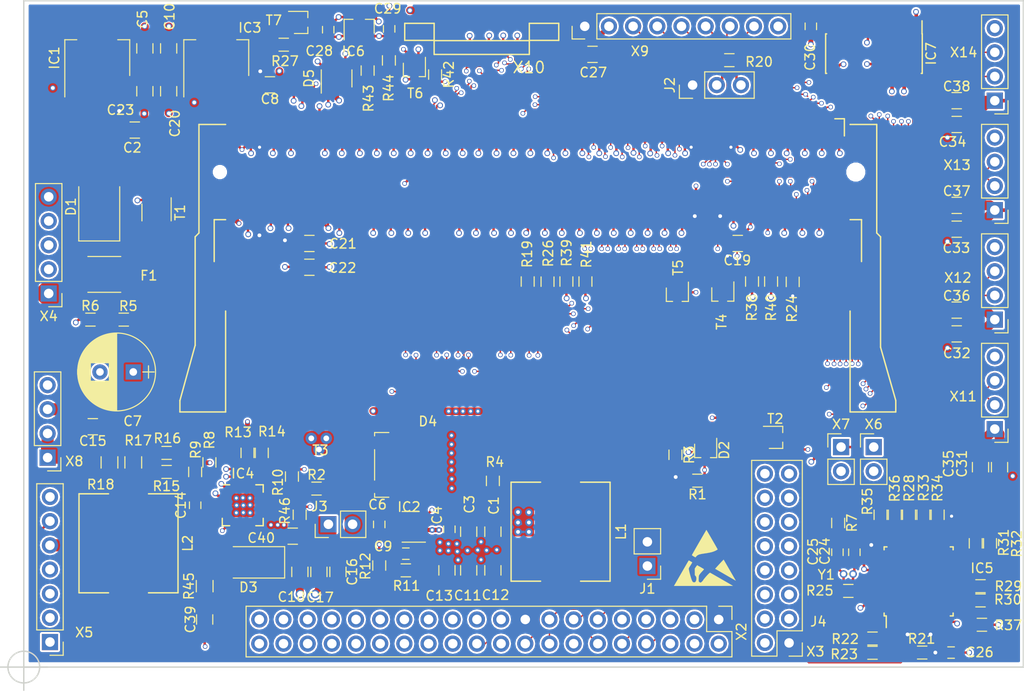
<source format=kicad_pcb>
(kicad_pcb (version 4) (host pcbnew 4.0.6)
  (title_block (date 2017-05-08))
  (layers (0 F.Cu signal hide) (1 In1.Cu power hide) (2 In2.Cu mixed hide) (31 B.Cu power hide) (35 F.Paste user hide) (37 F.SilkS user) (38 B.Mask user hide) (39 F.Mask user hide) (44 Edge.Cuts user))
  (net 0 "")
  (net 1 +5V)
  (net 2 GND)
  (net 3 +3V3)
  (net 4 +2V5)
  (net 5 "Net-(C6-Pad1)")
  (net 6 "Net-(C9-Pad1)")
  (net 7 "Net-(C9-Pad2)")
  (net 8 +1V8)
  (net 9 /Power/Buck3V3)
  (net 10 "Net-(C14-Pad1)")
  (net 11 "Net-(C14-Pad2)")
  (net 12 /Power/BAT)
  (net 13 /Power/VOUT)
  (net 14 "Net-(C24-Pad1)")
  (net 15 "Net-(C25-Pad1)")
  (net 16 +5VP)
  (net 17 /io/Vbus1)
  (net 18 /io/Vbus2)
  (net 19 /io/Vbus3)
  (net 20 /io/Vbus4)
  (net 21 "Net-(D1-Pad1)")
  (net 22 /Power/RUN)
  (net 23 nRESET)
  (net 24 /Power/PG)
  (net 25 "Net-(D3-Pad2)")
  (net 26 /Power/Vbat)
  (net 27 /io/HDMI_SCL)
  (net 28 /io/HDMI_SDA)
  (net 29 /io/HDMI_HPD)
  (net 30 /io/CEC)
  (net 31 /Power/VFB)
  (net 32 /Power/EN)
  (net 33 /Power/LED1)
  (net 34 "Net-(IC4-Pad2)")
  (net 35 "Net-(IC4-Pad3)")
  (net 36 "Net-(IC4-Pad12)")
  (net 37 /Power/PB)
  (net 38 /Power/HZ)
  (net 39 "Net-(IC4-Pad15)")
  (net 40 "Net-(IC4-Pad16)")
  (net 41 "Net-(IC4-Pad17)")
  (net 42 /Power/LED4)
  (net 43 /Power/LED3)
  (net 44 /Power/LED2)
  (net 45 "Net-(IC5-Pad5)")
  (net 46 /io/PWRON)
  (net 47 /io/OVRCUR)
  (net 48 "Net-(IC5-Pad13)")
  (net 49 "Net-(IC5-Pad17)")
  (net 50 "Net-(IC5-Pad21)")
  (net 51 "Net-(IC5-Pad29)")
  (net 52 "Net-(IC5-Pad32)")
  (net 53 "Net-(J2-Pad2)")
  (net 54 "Net-(L2-Pad2)")
  (net 55 "Net-(R2-Pad2)")
  (net 56 "Net-(R7-Pad1)")
  (net 57 /Power/EMMC_EN_N_1V8)
  (net 58 "Net-(R24-Pad1)")
  (net 59 /io/HDMI_HPD_N_1V8)
  (net 60 /io/HDMI_CEC)
  (net 61 "Net-(R38-Pad1)")
  (net 62 "Net-(R39-Pad1)")
  (net 63 "Net-(R40-Pad1)")
  (net 64 "Net-(R41-Pad1)")
  (net 65 "Net-(T2-Pad3)")
  (net 66 "Net-(T4-Pad2)")
  (net 67 /Power/EMMC_DISABLE_N)
  (net 68 /gpio/GPIO0)
  (net 69 /gpio/GPIO1)
  (net 70 /gpio/GPIO2)
  (net 71 /io/SDX_CLK)
  (net 72 /gpio/GPIO3)
  (net 73 /io/SDX_CMD)
  (net 74 /gpio/GPIO4)
  (net 75 /io/SDX_D0)
  (net 76 /gpio/GPIO5)
  (net 77 /io/SDX_D1)
  (net 78 /gpio/GPIO6)
  (net 79 /io/SDX_D2)
  (net 80 /gpio/GPIO7)
  (net 81 /io/SDX_D3)
  (net 82 /gpio/GPIO8)
  (net 83 /gpio/GPIO9)
  (net 84 /gpio/GPIO10)
  (net 85 /gpio/GPIO30)
  (net 86 /gpio/GPIO11)
  (net 87 /gpio/GPIO31)
  (net 88 /gpio/GPIO12)
  (net 89 /gpio/GPIO32)
  (net 90 /gpio/GPIO13)
  (net 91 /gpio/GPIO33)
  (net 92 /gpio/GPIO14)
  (net 93 /gpio/GPIO34)
  (net 94 /gpio/GPIO15)
  (net 95 /gpio/GPIO35)
  (net 96 /gpio/GPIO16)
  (net 97 /gpio/GPIO36)
  (net 98 /gpio/GPIO17)
  (net 99 /gpio/GPIO37)
  (net 100 /gpio/GPIO18)
  (net 101 /gpio/GPIO38)
  (net 102 /gpio/GPIO19)
  (net 103 /gpio/GPIO39)
  (net 104 /gpio/GPIO20)
  (net 105 /gpio/GPIO40)
  (net 106 /gpio/GPIO21)
  (net 107 /gpio/GPIO41)
  (net 108 /gpio/GPIO22)
  (net 109 /gpio/GPIO42)
  (net 110 /gpio/GPIO23)
  (net 111 /gpio/GPIO43)
  (net 112 /gpio/GPIO24)
  (net 113 /gpio/GPIO25)
  (net 114 /gpio/GPIO26)
  (net 115 /gpio/GPIO27)
  (net 116 /io/HDMI_CLK_N)
  (net 117 /io/HDMI_CLK_P)
  (net 118 /io/HDMI_D0_N)
  (net 119 /io/HDMI_D0_P)
  (net 120 /io/HDMI_D1_N)
  (net 121 "Net-(X1-Pad124)")
  (net 122 /io/HDMI_D1_P)
  (net 123 "Net-(X1-Pad126)")
  (net 124 "Net-(X1-Pad128)")
  (net 125 /io/HDMI_D2_N)
  (net 126 "Net-(X1-Pad130)")
  (net 127 /io/HDMI_D2_P)
  (net 128 "Net-(X1-Pad132)")
  (net 129 "Net-(X1-Pad154)")
  (net 130 "Net-(X1-Pad156)")
  (net 131 "Net-(X1-Pad158)")
  (net 132 "Net-(X1-Pad160)")
  (net 133 "Net-(X1-Pad162)")
  (net 134 "Net-(X1-Pad172)")
  (net 135 "Net-(X1-Pad174)")
  (net 136 "Net-(X1-Pad176)")
  (net 137 "Net-(X1-Pad178)")
  (net 138 "Net-(X1-Pad179)")
  (net 139 "Net-(X1-Pad180)")
  (net 140 "Net-(X4-Pad2)")
  (net 141 "Net-(X4-Pad3)")
  (net 142 "Net-(X4-Pad4)")
  (net 143 "Net-(X9-Pad9)")
  (net 144 /Power/VIN)
  (net 145 "Net-(F1-Pad2)")
  (net 146 "Net-(C39-Pad2)")
  (net 147 "Net-(C40-Pad1)")
  (net 148 /io/D0R_P)
  (net 149 /io/D0R_N)
  (net 150 /io/D1R_N)
  (net 151 /io/D1R_P)
  (net 152 /io/D2R_N)
  (net 153 /io/D2R_P)
  (net 154 /io/D3R_N)
  (net 155 /io/D3R_P)
  (net 156 /io/D4R_N)
  (net 157 /io/D4R_P)
  (net 158 /io/D0_P)
  (net 159 /io/D0_N)
  (net 160 /io/D1_P)
  (net 161 /io/D1_N)
  (net 162 /io/D2_P)
  (net 163 /io/D2_N)
  (net 164 /io/D3_P)
  (net 165 /io/D3_N)
  (net 166 /io/D4_P)
  (net 167 /io/D4_N)
  (net 168 "Net-(X1-Pad93)")
  (net 169 "Net-(X1-Pad94)")
  (net 170 "Net-(X1-Pad95)")
  (net 171 "Net-(X1-Pad96)")
  (net 172 "Net-(X1-Pad99)")
  (net 173 "Net-(X1-Pad100)")
  (net 174 "Net-(X1-Pad101)")
  (net 175 "Net-(X1-Pad102)")
  (net 176 "Net-(X1-Pad105)")
  (net 177 "Net-(X1-Pad106)")
  (net 178 "Net-(X1-Pad107)")
  (net 179 "Net-(X1-Pad108)")
  (net 180 "Net-(X1-Pad112)")
  (net 181 "Net-(X1-Pad114)")
  (net 182 "Net-(X1-Pad118)")
  (net 183 "Net-(X1-Pad120)")
  (net 184 "Net-(X1-Pad135)")
  (net 185 "Net-(X1-Pad136)")
  (net 186 "Net-(X1-Pad137)")
  (net 187 "Net-(X1-Pad138)")
  (net 188 "Net-(X1-Pad141)")
  (net 189 "Net-(X1-Pad142)")
  (net 190 "Net-(X1-Pad143)")
  (net 191 "Net-(X1-Pad144)")
  (net 192 "Net-(X1-Pad147)")
  (net 193 "Net-(X1-Pad148)")
  (net 194 "Net-(X1-Pad149)")
  (net 195 "Net-(X1-Pad150)")
  (net 196 "Net-(X1-Pad153)")
  (net 197 "Net-(X1-Pad155)")
  (net 198 "Net-(X1-Pad159)")
  (net 199 "Net-(X1-Pad161)")
  (net 200 "Net-(X1-Pad166)")
  (module PCB:Via_0.6 (layer F.Cu) (at 158.6484 95.4278)
    (fp_text reference REF** hide)
    (fp_text value Via_0.6 hide)
    (pad 0 thru_hole circle (at 0 0) (size 0.6 0.6) (drill 0.3) (layers *.Cu) (net 2 GND))
  )
  (module PCB:Via_0.6 (layer F.Cu) (at 161.0614 95.4024)
    (fp_text reference REF** hide)
    (fp_text value Via_0.6 hide)
    (pad 0 thru_hole circle (at 0 0) (size 0.6 0.6) (drill 0.3) (layers *.Cu) (net 2 GND))
  )
  (module PCB:Via_0.6 (layer F.Cu) (at 161.0614 93.5228)
    (fp_text reference REF** hide)
    (fp_text value Via_0.6 hide)
    (pad 0 thru_hole circle (at 0 0) (size 0.6 0.6) (drill 0.3) (layers *.Cu) (net 2 GND))
  )
  (module PCB:Via_0.6 (layer F.Cu) (at 162.7124 94.361)
    (fp_text reference REF** hide)
    (fp_text value Via_0.6 hide)
    (pad 0 thru_hole circle (at 0 0) (size 0.6 0.6) (drill 0.3) (layers *.Cu) (net 2 GND))
  )
  (module PCB:Via_0.6 (layer F.Cu) (at 161.6456 94.4118)
    (fp_text reference REF** hide)
    (fp_text value Via_0.6 hide)
    (pad 0 thru_hole circle (at 0 0) (size 0.6 0.6) (drill 0.3) (layers *.Cu) (net 2 GND))
  )
  (module PCB:Via_0.6 (layer F.Cu) (at 160.7058 94.3864)
    (fp_text reference REF** hide)
    (fp_text value Via_0.6 hide)
    (pad 0 thru_hole circle (at 0 0) (size 0.6 0.6) (drill 0.3) (layers *.Cu) (net 2 GND))
  )
  (module PCB:Via_0.6 (layer F.Cu) (at 159.639 94.4372)
    (fp_text reference REF** hide)
    (fp_text value Via_0.6 hide)
    (pad 0 thru_hole circle (at 0 0) (size 0.6 0.6) (drill 0.3) (layers *.Cu) (net 2 GND))
  )
  (module PCB:Via_0.6 (layer F.Cu) (at 158.5722 94.5388)
    (fp_text reference REF** hide)
    (fp_text value Via_0.6 hide)
    (pad 0 thru_hole circle (at 0 0) (size 0.6 0.6) (drill 0.3) (layers *.Cu) (net 2 GND))
  )
  (module PCB:Via_0.6 (layer F.Cu) (at 158.5214 93.726)
    (fp_text reference REF** hide)
    (fp_text value Via_0.6 hide)
    (pad 0 thru_hole circle (at 0 0) (size 0.6 0.6) (drill 0.3) (layers *.Cu) (net 2 GND))
  )
  (module PCB:Via_0.6 (layer F.Cu) (at 157.6324 93.726)
    (fp_text reference REF** hide)
    (fp_text value Via_0.6 hide)
    (pad 0 thru_hole circle (at 0 0) (size 0.6 0.6) (drill 0.3) (layers *.Cu) (net 2 GND))
  )
  (module PCB:Via_0.6 (layer F.Cu) (at 157.6324 94.4626)
    (fp_text reference REF** hide)
    (fp_text value Via_0.6 hide)
    (pad 0 thru_hole circle (at 0 0) (size 0.6 0.6) (drill 0.3) (layers *.Cu) (net 2 GND))
  )
  (module PCB:Via_0.6 (layer F.Cu) (at 156.7434 94.4372)
    (fp_text reference REF** hide)
    (fp_text value Via_0.6 hide)
    (pad 0 thru_hole circle (at 0 0) (size 0.6 0.6) (drill 0.3) (layers *.Cu) (net 2 GND))
  )
  (module PCB:Via_0.6 (layer F.Cu) (at 156.7434 93.5736)
    (fp_text reference REF** hide)
    (fp_text value Via_0.6 hide)
    (pad 0 thru_hole circle (at 0 0) (size 0.6 0.6) (drill 0.3) (layers *.Cu) (net 2 GND))
  )
  (module PCB:Via_0.6 (layer F.Cu) (at 136.0932 90.4494)
    (fp_text reference REF** hide)
    (fp_text value Via_0.6 hide)
    (pad 0 thru_hole circle (at 0 0) (size 0.6 0.6) (drill 0.3) (layers *.Cu) (net 2 GND))
  )
  (module PCB:Via_0.6 (layer F.Cu) (at 136.0424 88.9)
    (fp_text reference REF** hide)
    (fp_text value Via_0.6 hide)
    (pad 0 thru_hole circle (at 0 0) (size 0.6 0.6) (drill 0.3) (layers *.Cu) (net 2 GND))
  )
  (module PCB:Via_0.6 (layer F.Cu) (at 136.0932 89.6874)
    (fp_text reference REF** hide)
    (fp_text value Via_0.6 hide)
    (pad 0 thru_hole circle (at 0 0) (size 0.6 0.6) (drill 0.3) (layers *.Cu) (net 2 GND))
  )
  (module PCB:Via_0.6 (layer F.Cu) (at 135.382 89.6874)
    (fp_text reference REF** hide)
    (fp_text value Via_0.6 hide)
    (pad 0 thru_hole circle (at 0 0) (size 0.6 0.6) (drill 0.3) (layers *.Cu) (net 2 GND))
  )
  (module PCB:Via_0.6 (layer F.Cu) (at 136.8044 89.662)
    (fp_text reference REF** hide)
    (fp_text value Via_0.6 hide)
    (pad 0 thru_hole circle (at 0 0) (size 0.6 0.6) (drill 0.3) (layers *.Cu) (net 2 GND))
  )
  (module PCB:Via_0.6 (layer F.Cu) (at 136.8044 90.4748)
    (fp_text reference REF** hide)
    (fp_text value Via_0.6 hide)
    (pad 0 thru_hole circle (at 0 0) (size 0.6 0.6) (drill 0.3) (layers *.Cu) (net 2 GND))
  )
  (module PCB:Via_0.6 (layer F.Cu) (at 135.3566 90.4748)
    (fp_text reference REF** hide)
    (fp_text value Via_0.6 hide)
    (pad 0 thru_hole circle (at 0 0) (size 0.6 0.6) (drill 0.3) (layers *.Cu) (net 2 GND))
  )
  (module PCB:Via_0.6 (layer F.Cu) (at 136.779 88.9254)
    (fp_text reference REF** hide)
    (fp_text value Via_0.6 hide)
    (pad 0 thru_hole circle (at 0 0) (size 0.6 0.6) (drill 0.3) (layers *.Cu) (net 2 GND))
  )
  (module PCB:Via_1.2 (layer F.Cu) (at 144.0434 83.82)
    (fp_text reference REF** hide)
    (fp_text value Via_1.2 hide)
    (pad 0 thru_hole circle (at 0 0) (size 1.2 1.2) (drill 0.6) (layers *.Cu) (net 144 /Power/VIN))
  )
  (module PCB:Via_1.2 (layer F.Cu) (at 144.8054 82.6516)
    (fp_text reference REF** hide)
    (fp_text value Via_1.2 hide)
    (pad 0 thru_hole circle (at 0 0) (size 1.2 1.2) (drill 0.6) (layers *.Cu) (net 144 /Power/VIN))
  )
  (module PCB:Via_0.6 (layer F.Cu) (at 157.988 87.9094)
    (fp_text reference REF** hide)
    (fp_text value Via_0.6 hide)
    (pad 0 thru_hole circle (at 0 0) (size 0.6 0.6) (drill 0.3) (layers *.Cu) (net 1 +5V))
  )
  (module PCB:Via_0.6 (layer F.Cu) (at 157.988 86.9188)
    (fp_text reference REF** hide)
    (fp_text value Via_0.6 hide)
    (pad 0 thru_hole circle (at 0 0) (size 0.6 0.6) (drill 0.3) (layers *.Cu) (net 1 +5V))
  )
  (module PCB:Via_0.6 (layer F.Cu) (at 157.9626 85.979)
    (fp_text reference REF** hide)
    (fp_text value Via_0.6 hide)
    (pad 0 thru_hole circle (at 0 0) (size 0.6 0.6) (drill 0.3) (layers *.Cu) (net 1 +5V))
  )
  (module PCB:Via_0.6 (layer F.Cu) (at 157.9626 85.1408)
    (fp_text reference REF** hide)
    (fp_text value Via_0.6 hide)
    (pad 0 thru_hole circle (at 0 0) (size 0.6 0.6) (drill 0.3) (layers *.Cu) (net 1 +5V))
  )
  (module PCB:Via_0.6 (layer F.Cu) (at 157.9626 84.201)
    (fp_text reference REF** hide)
    (fp_text value Via_0.6 hide)
    (pad 0 thru_hole circle (at 0 0) (size 0.6 0.6) (drill 0.3) (layers *.Cu) (net 1 +5V))
  )
  (module PCB:Via_0.6 (layer F.Cu) (at 157.9626 83.2866)
    (fp_text reference REF** hide)
    (fp_text value Via_0.6 hide)
    (pad 0 thru_hole circle (at 0 0) (size 0.6 0.6) (drill 0.3) (layers *.Cu) (net 1 +5V))
  )
  (module PCB:Via_0.6 (layer F.Cu) (at 157.9626 82.3468)
    (fp_text reference REF** hide)
    (fp_text value Via_0.6 hide)
    (pad 0 thru_hole circle (at 0 0) (size 0.6 0.6) (drill 0.3) (layers *.Cu) (net 1 +5V))
  )
  (module PCB:Via_0.6 (layer F.Cu) (at 160.7312 79.8068)
    (fp_text reference REF** hide)
    (fp_text value Via_0.6 hide)
    (pad 0 thru_hole circle (at 0 0) (size 0.6 0.6) (drill 0.3) (layers *.Cu) (net 1 +5V))
  )
  (module PCB:Via_0.6 (layer F.Cu) (at 159.9692 79.8068)
    (fp_text reference REF** hide)
    (fp_text value Via_0.6 hide)
    (pad 0 thru_hole circle (at 0 0) (size 0.6 0.6) (drill 0.3) (layers *.Cu) (net 1 +5V))
  )
  (module PCB:Via_0.6 (layer F.Cu) (at 159.1564 79.8068)
    (fp_text reference REF** hide)
    (fp_text value Via_0.6 hide)
    (pad 0 thru_hole circle (at 0 0) (size 0.6 0.6) (drill 0.3) (layers *.Cu) (net 1 +5V))
  )
  (module PCB:Via_0.6 (layer F.Cu) (at 158.4198 79.8068)
    (fp_text reference REF** hide)
    (fp_text value Via_0.6 hide)
    (pad 0 thru_hole circle (at 0 0) (size 0.6 0.6) (drill 0.3) (layers *.Cu) (net 1 +5V))
  )
  (module PCB:Via_0.8 (layer F.Cu) (at 166.0906 90.424)
    (fp_text reference REF** hide)
    (fp_text value Via_0.8 hide)
    (pad 0 thru_hole circle (at 0 0) (size 0.8 0.8) (drill 0.4) (layers *.Cu) (net 6 "Net-(C9-Pad1)"))
  )
  (module PCB:Via_0.8 (layer F.Cu) (at 164.9476 91.4908)
    (fp_text reference REF** hide)
    (fp_text value Via_0.8 hide)
    (pad 0 thru_hole circle (at 0 0) (size 0.8 0.8) (drill 0.4) (layers *.Cu) (net 6 "Net-(C9-Pad1)"))
  )
  (module PCB:Via_0.8 (layer F.Cu) (at 166.0906 91.4908)
    (fp_text reference REF** hide)
    (fp_text value Via_0.8 hide)
    (pad 0 thru_hole circle (at 0 0) (size 0.8 0.8) (drill 0.4) (layers *.Cu) (net 6 "Net-(C9-Pad1)"))
  )
  (module PCB:Via_0.8 (layer F.Cu) (at 166.0906 92.4814)
    (fp_text reference REF** hide)
    (fp_text value Via_0.8 hide)
    (pad 0 thru_hole circle (at 0 0) (size 0.8 0.8) (drill 0.4) (layers *.Cu) (net 6 "Net-(C9-Pad1)"))
  )
  (module PCB:Via_0.8 (layer F.Cu) (at 164.9476 92.4814)
    (fp_text reference REF** hide)
    (fp_text value Via_0.8 hide)
    (pad 0 thru_hole circle (at 0 0) (size 0.8 0.8) (drill 0.4) (layers *.Cu) (net 6 "Net-(C9-Pad1)"))
  )
  (module PCB:Via_0.6 (layer F.Cu) (at 156.6418 92.2782)
    (fp_text reference REF** hide)
    (fp_text value Via_0.6 hide)
    (pad 0 thru_hole circle (at 0 0) (size 0.6 0.6) (drill 0.3) (layers *.Cu) (net 6 "Net-(C9-Pad1)"))
  )
  (module Omron_FFC:XF2L-2035-1A (layer F.Cu) (at 161.135 41.598 180)
    (fp_text reference X10 (at -4.9556 -2.09 180) (layer F.SilkS) (effects (font (size 1.2 1.2))))
    (fp_text value XF2L-2035-1A)
    (pad 1 smd rect (at -4.75 0 180) (size 0.25 1) (layers F.Cu F.Paste F.Mask) (net 127 /io/HDMI_D2_P))
    (pad 2 smd rect (at -4.25 0 180) (size 0.25 1) (layers F.Cu F.Paste F.Mask) (net 125 /io/HDMI_D2_N))
    (pad 3 smd rect (at -3.75 0 180) (size 0.25 1) (layers F.Cu F.Paste F.Mask) (net 2 GND))
    (pad 4 smd rect (at -3.25 0 180) (size 0.25 1) (layers F.Cu F.Paste F.Mask) (net 122 /io/HDMI_D1_P))
    (pad 5 smd rect (at -2.75 0 180) (size 0.25 1) (layers F.Cu F.Paste F.Mask) (net 120 /io/HDMI_D1_N))
    (pad 6 smd rect (at -2.25 0 180) (size 0.25 1) (layers F.Cu F.Paste F.Mask) (net 2 GND))
    (pad 7 smd rect (at -1.75 0 180) (size 0.25 1) (layers F.Cu F.Paste F.Mask) (net 119 /io/HDMI_D0_P))
    (pad 8 smd rect (at -1.25 0 180) (size 0.25 1) (layers F.Cu F.Paste F.Mask) (net 118 /io/HDMI_D0_N))
    (pad 9 smd rect (at -0.75 0 180) (size 0.25 1) (layers F.Cu F.Paste F.Mask) (net 2 GND))
    (pad 10 smd rect (at -0.25 0 180) (size 0.25 1) (layers F.Cu F.Paste F.Mask) (net 117 /io/HDMI_CLK_P))
    (pad 11 smd rect (at 0.25 0 180) (size 0.25 1) (layers F.Cu F.Paste F.Mask) (net 116 /io/HDMI_CLK_N))
    (pad 12 smd rect (at 0.75 0 180) (size 0.25 1) (layers F.Cu F.Paste F.Mask) (net 2 GND))
    (pad 13 smd rect (at 1.25 0 180) (size 0.25 1) (layers F.Cu F.Paste F.Mask) (net 2 GND))
    (pad 14 smd rect (at 1.75 0 180) (size 0.25 1) (layers F.Cu F.Paste F.Mask) (net 30 /io/CEC))
    (pad 15 smd rect (at 2.25 0 180) (size 0.25 1) (layers F.Cu F.Paste F.Mask) (net 27 /io/HDMI_SCL))
    (pad 16 smd rect (at 2.75 0 180) (size 0.25 1) (layers F.Cu F.Paste F.Mask) (net 28 /io/HDMI_SDA))
    (pad 17 smd rect (at 3.25 0 180) (size 0.25 1) (layers F.Cu F.Paste F.Mask) (net 29 /io/HDMI_HPD))
    (pad 18 smd rect (at 3.75 0 180) (size 0.25 1) (layers F.Cu F.Paste F.Mask) (net 16 +5VP))
    (pad 19 smd rect (at 4.25 0 180) (size 0.25 1) (layers F.Cu F.Paste F.Mask) (net 16 +5VP))
    (pad 20 smd rect (at 4.75 0 180) (size 0.25 1) (layers F.Cu F.Paste F.Mask) (net 16 +5VP))
    (pad 0 smd rect (at -7.14 1.72 180) (size 1 1.34) (layers F.Cu F.Paste F.Mask))
    (pad 0 smd rect (at 7.14 1.72 180) (size 1 1.34) (layers F.Cu F.Paste F.Mask))
  )
  (module Capacitors_SMD:C_0805 (layer F.Cu) (at 162.306 92.456 270)
    (fp_text reference C1 (at -2.7432 -0.1016 270) (layer F.SilkS))
    (fp_text value 10uF)
    (pad 1 smd rect (at -1 0 270) (size 1 1.25) (layers F.Cu F.Paste F.Mask) (net 1 +5V))
    (pad 2 smd rect (at 1 0 270) (size 1 1.25) (layers F.Cu F.Paste F.Mask) (net 2 GND))
  )
  (module Capacitors_SMD:C_0805 (layer F.Cu) (at 124.6886 50.2666 180)
    (fp_text reference C2 (at 0.254 -1.8542 180) (layer F.SilkS))
    (fp_text value 2.2uF)
    (pad 1 smd rect (at -1 0 180) (size 1 1.25) (layers F.Cu F.Paste F.Mask) (net 2 GND))
    (pad 2 smd rect (at 1 0 180) (size 1 1.25) (layers F.Cu F.Paste F.Mask) (net 3 +3V3))
  )
  (module Capacitors_SMD:C_0805 (layer F.Cu) (at 159.766 92.456 270)
    (fp_text reference C3 (at -2.8702 -0.0762 270) (layer F.SilkS))
    (fp_text value 10uF)
    (pad 1 smd rect (at -1 0 270) (size 1 1.25) (layers F.Cu F.Paste F.Mask) (net 1 +5V))
    (pad 2 smd rect (at 1 0 270) (size 1 1.25) (layers F.Cu F.Paste F.Mask) (net 2 GND))
  )
  (module Capacitors_SMD:C_0603 (layer F.Cu) (at 157.734 92.202 90)
    (fp_text reference C4 (at 1.4732 -1.2954 90) (layer F.SilkS))
    (fp_text value 100nF)
    (pad 1 smd rect (at -0.75 0 90) (size 0.8 0.75) (layers F.Cu F.Paste F.Mask) (net 2 GND))
    (pad 2 smd rect (at 0.75 0 90) (size 0.8 0.75) (layers F.Cu F.Paste F.Mask) (net 1 +5V))
  )
  (module Capacitors_SMD:C_0805 (layer F.Cu) (at 125.7472 41.688 90)
    (fp_text reference C5 (at 3.08 -0.2458 90) (layer F.SilkS))
    (fp_text value 10uF)
    (pad 1 smd rect (at -1 0 90) (size 1 1.25) (layers F.Cu F.Paste F.Mask) (net 4 +2V5))
    (pad 2 smd rect (at 1 0 90) (size 1 1.25) (layers F.Cu F.Paste F.Mask) (net 2 GND))
  )
  (module Capacitors_SMD:C_0603 (layer F.Cu) (at 150.368 91.694 270)
    (fp_text reference C6 (at -2.0828 0.1778 360) (layer F.SilkS))
    (fp_text value 10nF)
    (pad 1 smd rect (at -0.75 0 270) (size 0.8 0.75) (layers F.Cu F.Paste F.Mask) (net 5 "Net-(C6-Pad1)"))
    (pad 2 smd rect (at 0.75 0 270) (size 0.8 0.75) (layers F.Cu F.Paste F.Mask) (net 2 GND))
  )
  (module Capacitors_THT:CP_Radial_D8.0mm_P3.50mm (layer F.Cu) (at 124.53 75.68 180)
    (fp_text reference C7 (at 0.07 -5.1682 180) (layer F.SilkS))
    (fp_text value 220uF/16V)
    (pad 1 thru_hole rect (at 0 0 180) (size 1.6 1.6) (drill 0.8) (layers *.Cu *.Mask) (net 144 /Power/VIN))
    (pad 2 thru_hole circle (at 3.5 0 180) (size 1.6 1.6) (drill 0.8) (layers *.Cu *.Mask) (net 2 GND))
  )
  (module Capacitors_SMD:C_0805 (layer F.Cu) (at 138.8872 45.5168 180)
    (fp_text reference C8 (at 0 -1.5 180) (layer F.SilkS))
    (fp_text value 2.2uF)
    (pad 1 smd rect (at -1 0 180) (size 1 1.25) (layers F.Cu F.Paste F.Mask) (net 2 GND))
    (pad 2 smd rect (at 1 0 180) (size 1 1.25) (layers F.Cu F.Paste F.Mask) (net 3 +3V3))
  )
  (module Capacitors_SMD:C_0603 (layer F.Cu) (at 153.162 94.7674 180)
    (fp_text reference C9 (at 2.3876 0.762 180) (layer F.SilkS))
    (fp_text value 100nF)
    (pad 1 smd rect (at -0.75 0 180) (size 0.8 0.75) (layers F.Cu F.Paste F.Mask) (net 6 "Net-(C9-Pad1)"))
    (pad 2 smd rect (at 0.75 0 180) (size 0.8 0.75) (layers F.Cu F.Paste F.Mask) (net 7 "Net-(C9-Pad2)"))
  )
  (module Capacitors_SMD:C_0805 (layer F.Cu) (at 128.2472 41.688 90)
    (fp_text reference C10 (at 3.334 0.099 90) (layer F.SilkS))
    (fp_text value 10uF)
    (pad 1 smd rect (at -1 0 90) (size 1 1.25) (layers F.Cu F.Paste F.Mask) (net 8 +1V8))
    (pad 2 smd rect (at 1 0 90) (size 1 1.25) (layers F.Cu F.Paste F.Mask) (net 2 GND))
  )
  (module Capacitors_SMD:C_0805 (layer F.Cu) (at 159.766 96.52 90)
    (fp_text reference C11 (at -2.6416 -0.1016 180) (layer F.SilkS))
    (fp_text value 22uF)
    (pad 1 smd rect (at -1 0 90) (size 1 1.25) (layers F.Cu F.Paste F.Mask) (net 9 /Power/Buck3V3))
    (pad 2 smd rect (at 1 0 90) (size 1 1.25) (layers F.Cu F.Paste F.Mask) (net 2 GND))
  )
  (module Capacitors_SMD:C_0805 (layer F.Cu) (at 162.306 96.52 90)
    (fp_text reference C12 (at -2.5908 0.2794 180) (layer F.SilkS))
    (fp_text value 22uF)
    (pad 1 smd rect (at -1 0 90) (size 1 1.25) (layers F.Cu F.Paste F.Mask) (net 9 /Power/Buck3V3))
    (pad 2 smd rect (at 1 0 90) (size 1 1.25) (layers F.Cu F.Paste F.Mask) (net 2 GND))
  )
  (module Capacitors_SMD:C_0805 (layer F.Cu) (at 157.48 96.52 90)
    (fp_text reference C13 (at -2.667 -0.8128 180) (layer F.SilkS))
    (fp_text value 22uF)
    (pad 1 smd rect (at -1 0 90) (size 1 1.25) (layers F.Cu F.Paste F.Mask) (net 9 /Power/Buck3V3))
    (pad 2 smd rect (at 1 0 90) (size 1 1.25) (layers F.Cu F.Paste F.Mask) (net 2 GND))
  )
  (module Capacitors_SMD:C_0603 (layer F.Cu) (at 131.03 89.68 90)
    (fp_text reference C14 (at 0 -1.5 90) (layer F.SilkS))
    (fp_text value 10nF)
    (pad 1 smd rect (at -0.75 0 90) (size 0.8 0.75) (layers F.Cu F.Paste F.Mask) (net 10 "Net-(C14-Pad1)"))
    (pad 2 smd rect (at 0.75 0 90) (size 0.8 0.75) (layers F.Cu F.Paste F.Mask) (net 11 "Net-(C14-Pad2)"))
  )
  (module Capacitors_SMD:C_0805 (layer F.Cu) (at 120.28 81.43 180)
    (fp_text reference C15 (at 0 -1.5 180) (layer F.SilkS))
    (fp_text value 22uF)
    (pad 1 smd rect (at -1 0 180) (size 1 1.25) (layers F.Cu F.Paste F.Mask) (net 12 /Power/BAT))
    (pad 2 smd rect (at 1 0 180) (size 1 1.25) (layers F.Cu F.Paste F.Mask) (net 2 GND))
  )
  (module Capacitors_SMD:C_0805 (layer F.Cu) (at 146.03 96.68 270)
    (fp_text reference C16 (at 0 -1.5 270) (layer F.SilkS))
    (fp_text value 22uF)
    (pad 1 smd rect (at -1 0 270) (size 1 1.25) (layers F.Cu F.Paste F.Mask) (net 13 /Power/VOUT))
    (pad 2 smd rect (at 1 0 270) (size 1 1.25) (layers F.Cu F.Paste F.Mask) (net 2 GND))
  )
  (module Capacitors_SMD:C_0805 (layer F.Cu) (at 144.03 96.68 270)
    (fp_text reference C17 (at 2.6848 -0.115 540) (layer F.SilkS))
    (fp_text value 22uF)
    (pad 1 smd rect (at -1 0 270) (size 1 1.25) (layers F.Cu F.Paste F.Mask) (net 13 /Power/VOUT))
    (pad 2 smd rect (at 1 0 270) (size 1 1.25) (layers F.Cu F.Paste F.Mask) (net 2 GND))
  )
  (module Capacitors_SMD:C_0805 (layer F.Cu) (at 142.03 96.68 270)
    (fp_text reference C18 (at 2.634 0.8822 360) (layer F.SilkS))
    (fp_text value 22uF)
    (pad 1 smd rect (at -1 0 270) (size 1 1.25) (layers F.Cu F.Paste F.Mask) (net 13 /Power/VOUT))
    (pad 2 smd rect (at 1 0 270) (size 1 1.25) (layers F.Cu F.Paste F.Mask) (net 2 GND))
  )
  (module Capacitors_SMD:C_0805 (layer F.Cu) (at 188.03 62.18 180)
    (fp_text reference C19 (at 0.0446 -1.7772 180) (layer F.SilkS))
    (fp_text value 2.2uF)
    (pad 1 smd rect (at -1 0 180) (size 1 1.25) (layers F.Cu F.Paste F.Mask) (net 2 GND))
    (pad 2 smd rect (at 1 0 180) (size 1 1.25) (layers F.Cu F.Paste F.Mask) (net 3 +3V3))
  )
  (module Capacitors_SMD:C_0805 (layer F.Cu) (at 128.2472 46.188 270)
    (fp_text reference C20 (at 3.3928 -0.6578 270) (layer F.SilkS))
    (fp_text value 22uF)
    (pad 1 smd rect (at -1 0 270) (size 1 1.25) (layers F.Cu F.Paste F.Mask) (net 8 +1V8))
    (pad 2 smd rect (at 1 0 270) (size 1 1.25) (layers F.Cu F.Paste F.Mask) (net 2 GND))
  )
  (module Capacitors_SMD:C_0805 (layer F.Cu) (at 143.03 62.18)
    (fp_text reference C21 (at 3.528 0.0246) (layer F.SilkS))
    (fp_text value 22uF)
    (pad 1 smd rect (at -1 0) (size 1 1.25) (layers F.Cu F.Paste F.Mask) (net 3 +3V3))
    (pad 2 smd rect (at 1 0) (size 1 1.25) (layers F.Cu F.Paste F.Mask) (net 2 GND))
  )
  (module Capacitors_SMD:C_0805 (layer F.Cu) (at 143.03 64.68)
    (fp_text reference C22 (at 3.4772 0.0646) (layer F.SilkS))
    (fp_text value 22uF)
    (pad 1 smd rect (at -1 0) (size 1 1.25) (layers F.Cu F.Paste F.Mask) (net 1 +5V))
    (pad 2 smd rect (at 1 0) (size 1 1.25) (layers F.Cu F.Paste F.Mask) (net 2 GND))
  )
  (module Capacitors_SMD:C_0805 (layer F.Cu) (at 125.7472 46.188 270)
    (fp_text reference C23 (at 1.9704 2.5572 360) (layer F.SilkS))
    (fp_text value 2.2uF)
    (pad 1 smd rect (at -1 0 270) (size 1 1.25) (layers F.Cu F.Paste F.Mask) (net 4 +2V5))
    (pad 2 smd rect (at 1 0 270) (size 1 1.25) (layers F.Cu F.Paste F.Mask) (net 2 GND))
  )
  (module Capacitors_SMD:C_0603 (layer F.Cu) (at 200.279 94.615 90)
    (fp_text reference C24 (at 0.1016 -3.0988 90) (layer F.SilkS))
    (fp_text value 33pF)
    (pad 1 smd rect (at -0.75 0 90) (size 0.8 0.75) (layers F.Cu F.Paste F.Mask) (net 14 "Net-(C24-Pad1)"))
    (pad 2 smd rect (at 0.75 0 90) (size 0.8 0.75) (layers F.Cu F.Paste F.Mask) (net 2 GND))
  )
  (module Capacitors_SMD:C_0603 (layer F.Cu) (at 198.501 94.615 90)
    (fp_text reference C25 (at 0.0508 -2.5654 90) (layer F.SilkS))
    (fp_text value 33pF)
    (pad 1 smd rect (at -0.75 0 90) (size 0.8 0.75) (layers F.Cu F.Paste F.Mask) (net 15 "Net-(C25-Pad1)"))
    (pad 2 smd rect (at 0.75 0 90) (size 0.8 0.75) (layers F.Cu F.Paste F.Mask) (net 2 GND))
  )
  (module Capacitors_SMD:C_0603 (layer F.Cu) (at 210.439 105.156 180)
    (fp_text reference C26 (at -3.0226 0.0254 180) (layer F.SilkS))
    (fp_text value 100nF)
    (pad 1 smd rect (at -0.75 0 180) (size 0.8 0.75) (layers F.Cu F.Paste F.Mask) (net 2 GND))
    (pad 2 smd rect (at 0.75 0 180) (size 0.8 0.75) (layers F.Cu F.Paste F.Mask) (net 3 +3V3))
  )
  (module Capacitors_SMD:C_0805 (layer F.Cu) (at 172.7708 42.3164)
    (fp_text reference C27 (at 0.0762 1.905) (layer F.SilkS))
    (fp_text value 10uF)
    (pad 1 smd rect (at -1 0) (size 1 1.25) (layers F.Cu F.Paste F.Mask) (net 3 +3V3))
    (pad 2 smd rect (at 1 0) (size 1 1.25) (layers F.Cu F.Paste F.Mask) (net 2 GND))
  )
  (module Capacitors_SMD:C_0603 (layer F.Cu) (at 145.0086 39.7256 90)
    (fp_text reference C28 (at -2.2352 -0.9398 180) (layer F.SilkS))
    (fp_text value 100nF)
    (pad 1 smd rect (at -0.75 0 90) (size 0.8 0.75) (layers F.Cu F.Paste F.Mask) (net 2 GND))
    (pad 2 smd rect (at 0.75 0 90) (size 0.8 0.75) (layers F.Cu F.Paste F.Mask) (net 1 +5V))
  )
  (module Capacitors_SMD:C_0603 (layer F.Cu) (at 151.4094 39.636 270)
    (fp_text reference C29 (at -2.1202 0.1524 360) (layer F.SilkS))
    (fp_text value 100nF)
    (pad 1 smd rect (at -0.75 0 270) (size 0.8 0.75) (layers F.Cu F.Paste F.Mask) (net 2 GND))
    (pad 2 smd rect (at 0.75 0 270) (size 0.8 0.75) (layers F.Cu F.Paste F.Mask) (net 16 +5VP))
  )
  (module Capacitors_SMD:C_0603 (layer F.Cu) (at 195.707 39.37 90)
    (fp_text reference C30 (at -3.2258 -0.0762 90) (layer F.SilkS))
    (fp_text value 100nF)
    (pad 1 smd rect (at -0.75 0 90) (size 0.8 0.75) (layers F.Cu F.Paste F.Mask) (net 2 GND))
    (pad 2 smd rect (at 0.75 0 90) (size 0.8 0.75) (layers F.Cu F.Paste F.Mask) (net 1 +5V))
  )
  (module Capacitors_SMD:C_0805 (layer F.Cu) (at 215.53 85.68 90)
    (fp_text reference C31 (at 0.3614 -3.948 90) (layer F.SilkS))
    (fp_text value 22uF)
    (pad 1 smd rect (at -1 0 90) (size 1 1.25) (layers F.Cu F.Paste F.Mask) (net 2 GND))
    (pad 2 smd rect (at 1 0 90) (size 1 1.25) (layers F.Cu F.Paste F.Mask) (net 17 /io/Vbus1))
  )
  (module Capacitors_SMD:C_0805 (layer F.Cu) (at 211.03 71.68)
    (fp_text reference C32 (at 0.0186 2.0308) (layer F.SilkS))
    (fp_text value 22uF)
    (pad 1 smd rect (at -1 0) (size 1 1.25) (layers F.Cu F.Paste F.Mask) (net 2 GND))
    (pad 2 smd rect (at 1 0) (size 1 1.25) (layers F.Cu F.Paste F.Mask) (net 18 /io/Vbus2))
  )
  (module Capacitors_SMD:C_0805 (layer F.Cu) (at 211.03 60.68)
    (fp_text reference C33 (at -0.0322 1.9818) (layer F.SilkS))
    (fp_text value 22uF)
    (pad 1 smd rect (at -1 0) (size 1 1.25) (layers F.Cu F.Paste F.Mask) (net 2 GND))
    (pad 2 smd rect (at 1 0) (size 1 1.25) (layers F.Cu F.Paste F.Mask) (net 19 /io/Vbus3))
  )
  (module Capacitors_SMD:C_0805 (layer F.Cu) (at 211.03 49.68)
    (fp_text reference C34 (at -0.4386 1.8312) (layer F.SilkS))
    (fp_text value 22uF)
    (pad 1 smd rect (at -1 0) (size 1 1.25) (layers F.Cu F.Paste F.Mask) (net 2 GND))
    (pad 2 smd rect (at 1 0) (size 1 1.25) (layers F.Cu F.Paste F.Mask) (net 20 /io/Vbus4))
  )
  (module Capacitors_SMD:C_0805 (layer F.Cu) (at 213.53 85.68 90)
    (fp_text reference C35 (at 0.3614 -3.345 90) (layer F.SilkS))
    (fp_text value 22uF)
    (pad 1 smd rect (at -1 0 90) (size 1 1.25) (layers F.Cu F.Paste F.Mask) (net 2 GND))
    (pad 2 smd rect (at 1 0 90) (size 1 1.25) (layers F.Cu F.Paste F.Mask) (net 17 /io/Vbus1))
  )
  (module Capacitors_SMD:C_0805 (layer F.Cu) (at 211.03 69.18)
    (fp_text reference C36 (at 0 -1.5) (layer F.SilkS))
    (fp_text value 22uF)
    (pad 1 smd rect (at -1 0) (size 1 1.25) (layers F.Cu F.Paste F.Mask) (net 2 GND))
    (pad 2 smd rect (at 1 0) (size 1 1.25) (layers F.Cu F.Paste F.Mask) (net 18 /io/Vbus2))
  )
  (module Capacitors_SMD:C_0805 (layer F.Cu) (at 211.03 58.18)
    (fp_text reference C37 (at 0 -1.5) (layer F.SilkS))
    (fp_text value 22uF)
    (pad 1 smd rect (at -1 0) (size 1 1.25) (layers F.Cu F.Paste F.Mask) (net 2 GND))
    (pad 2 smd rect (at 1 0) (size 1 1.25) (layers F.Cu F.Paste F.Mask) (net 19 /io/Vbus3))
  )
  (module Capacitors_SMD:C_0805 (layer F.Cu) (at 211.03 47.18)
    (fp_text reference C38 (at 0 -1.5) (layer F.SilkS))
    (fp_text value 22uF)
    (pad 1 smd rect (at -1 0) (size 1 1.25) (layers F.Cu F.Paste F.Mask) (net 2 GND))
    (pad 2 smd rect (at 1 0) (size 1 1.25) (layers F.Cu F.Paste F.Mask) (net 20 /io/Vbus4))
  )
  (module Diodes_SMD:D_SMB_Standard (layer F.Cu) (at 120.9548 58.3692 90)
    (fp_text reference D1 (at 0.0508 -2.9718 90) (layer F.SilkS))
    (fp_text value SMBJ5.0CA)
    (pad 1 smd rect (at -2.15 0 90) (size 2.5 2.3) (layers F.Cu F.Paste F.Mask) (net 21 "Net-(D1-Pad1)"))
    (pad 2 smd rect (at 2.15 0 90) (size 2.5 2.3) (layers F.Cu F.Paste F.Mask) (net 2 GND))
  )
  (module TO_SOT_Packages_SMD:SOT-323_SC-70 (layer F.Cu) (at 184.658 83.947 270)
    (fp_text reference D2 (at -0.05 -1.95 270) (layer F.SilkS))
    (fp_text value BAT54C)
    (pad 1 smd rect (at -1 -0.65 180) (size 0.45 0.7) (layers F.Cu F.Paste F.Mask) (net 22 /Power/RUN))
    (pad 2 smd rect (at -1 0.65 180) (size 0.45 0.7) (layers F.Cu F.Paste F.Mask) (net 23 nRESET))
    (pad 3 smd rect (at 1 0 180) (size 0.45 0.7) (layers F.Cu F.Paste F.Mask) (net 24 /Power/PG))
  )
  (module Diodes_SMD:D_SMA_Standard (layer F.Cu) (at 137.03 95.68 180)
    (fp_text reference D3 (at 0.4034 -2.618 180) (layer F.SilkS))
    (fp_text value SBR3U20SA)
    (pad 1 smd rect (at -2 0 180) (size 2.5 1.8) (layers F.Cu F.Paste F.Mask) (net 13 /Power/VOUT))
    (pad 2 smd rect (at 2 0 180) (size 2.5 1.8) (layers F.Cu F.Paste F.Mask) (net 25 "Net-(D3-Pad2)"))
  )
  (module TO_SOT_Packages_SMD:TO-252-2Lead (layer F.Cu) (at 151.28 85.43)
    (fp_text reference D4 (at 4.1934 -4.5564) (layer F.SilkS))
    (fp_text value RB095BM-30)
    (pad 1 smd rect (at -3.7 -2.29 270) (size 2 3.5) (layers F.Cu F.Paste F.Mask) (net 144 /Power/VIN))
    (pad 3 smd rect (at -3.7 2.29 270) (size 2 3.5) (layers F.Cu F.Paste F.Mask) (net 26 /Power/Vbat))
    (pad 2 smd rect (at 3.7 0.01 270) (size 7 7) (layers F.Cu F.Paste F.Mask) (net 1 +5V))
  )
  (module TO_SOT_Packages_SMD:SOT-23-6 (layer F.Cu) (at 145.8898 44.8412 90)
    (fp_text reference D5 (at 0 -2.9 90) (layer F.SilkS))
    (fp_text value 82402305)
    (pad 1 smd rect (at -1.1 -0.95 90) (size 1.06 0.65) (layers F.Cu F.Paste F.Mask) (net 16 +5VP))
    (pad 2 smd rect (at -1.1 0 90) (size 1.06 0.65) (layers F.Cu F.Paste F.Mask) (net 2 GND))
    (pad 3 smd rect (at -1.1 0.95 90) (size 1.06 0.65) (layers F.Cu F.Paste F.Mask) (net 27 /io/HDMI_SCL))
    (pad 4 smd rect (at 1.1 0.95 90) (size 1.06 0.65) (layers F.Cu F.Paste F.Mask) (net 28 /io/HDMI_SDA))
    (pad 6 smd rect (at 1.1 -0.95 90) (size 1.06 0.65) (layers F.Cu F.Paste F.Mask) (net 29 /io/HDMI_HPD))
    (pad 5 smd rect (at 1.1 0 90) (size 1.06 0.65) (layers F.Cu F.Paste F.Mask) (net 30 /io/CEC))
  )
  (module Inductors_SMD:L_1812 (layer F.Cu) (at 121.4882 65.4304 180)
    (fp_text reference F1 (at -4.6736 -0.127 180) (layer F.SilkS))
    (fp_text value MF-MSMF250/16X)
    (pad 1 smd rect (at -2.44 0 180) (size 1.6 3.5) (layers F.Cu F.Paste F.Mask) (net 21 "Net-(D1-Pad1)"))
    (pad 2 smd rect (at 2.44 0 180) (size 1.6 3.5) (layers F.Cu F.Paste F.Mask) (net 145 "Net-(F1-Pad2)"))
  )
  (module TO_SOT_Packages_SMD:SOT-223 (layer F.Cu) (at 120.7472 42.688 90)
    (fp_text reference IC1 (at 0 -4.5 90) (layer F.SilkS))
    (fp_text value AP7361C-25ER)
    (pad 4 smd rect (at 3.15 0 90) (size 2 3.8) (layers F.Cu F.Paste F.Mask))
    (pad 2 smd rect (at -3.15 0 90) (size 2 1.5) (layers F.Cu F.Paste F.Mask) (net 4 +2V5))
    (pad 3 smd rect (at -3.15 2.3 90) (size 2 1.5) (layers F.Cu F.Paste F.Mask) (net 3 +3V3))
    (pad 1 smd rect (at -3.15 -2.3 90) (size 2 1.5) (layers F.Cu F.Paste F.Mask) (net 2 GND))
  )
  (module TO_SOT_Packages_SMD:SOT-23-8 (layer F.Cu) (at 153.67 91.948 180)
    (fp_text reference IC2 (at 0.1778 2.0828 180) (layer F.SilkS))
    (fp_text value TPS563219A)
    (pad 1 smd rect (at -1.1 -0.98 180) (size 1.06 0.4) (layers F.Cu F.Paste F.Mask) (net 2 GND))
    (pad 2 smd rect (at -1.1 -0.33 180) (size 1.06 0.4) (layers F.Cu F.Paste F.Mask) (net 6 "Net-(C9-Pad1)"))
    (pad 3 smd rect (at -1.1 0.33 180) (size 1.06 0.4) (layers F.Cu F.Paste F.Mask) (net 1 +5V))
    (pad 4 smd rect (at -1.1 0.98 180) (size 1.06 0.4) (layers F.Cu F.Paste F.Mask) (net 24 /Power/PG))
    (pad 5 smd rect (at 1.1 0.98 180) (size 1.06 0.4) (layers F.Cu F.Paste F.Mask) (net 5 "Net-(C6-Pad1)"))
    (pad 6 smd rect (at 1.1 0.33 180) (size 1.06 0.4) (layers F.Cu F.Paste F.Mask) (net 31 /Power/VFB))
    (pad 7 smd rect (at 1.1 -0.33 180) (size 1.06 0.4) (layers F.Cu F.Paste F.Mask) (net 32 /Power/EN))
    (pad 8 smd rect (at 1.1 -0.98 180) (size 1.06 0.4) (layers F.Cu F.Paste F.Mask) (net 7 "Net-(C9-Pad2)"))
  )
  (module TO_SOT_Packages_SMD:SOT-223 (layer F.Cu) (at 133.2472 42.688 90)
    (fp_text reference IC3 (at 3.1656 3.5318 180) (layer F.SilkS))
    (fp_text value AP7361C-18ER)
    (pad 4 smd rect (at 3.15 0 90) (size 2 3.8) (layers F.Cu F.Paste F.Mask))
    (pad 2 smd rect (at -3.15 0 90) (size 2 1.5) (layers F.Cu F.Paste F.Mask) (net 8 +1V8))
    (pad 3 smd rect (at -3.15 2.3 90) (size 2 1.5) (layers F.Cu F.Paste F.Mask) (net 3 +3V3))
    (pad 1 smd rect (at -3.15 -2.3 90) (size 2 1.5) (layers F.Cu F.Paste F.Mask) (net 2 GND))
  )
  (module Housings_DFN_QFN:QFN-20-1EP_4x4mm_Pitch0.5mm (layer F.Cu) (at 136.03 89.68)
    (fp_text reference IC4 (at 0 -3.33) (layer F.SilkS))
    (fp_text value ACT2813)
    (pad 1 smd rect (at -1.965 -1) (size 0.73 0.3) (layers F.Cu F.Paste F.Mask) (net 33 /Power/LED1))
    (pad 2 smd rect (at -1.965 -0.5) (size 0.73 0.3) (layers F.Cu F.Paste F.Mask) (net 34 "Net-(IC4-Pad2)"))
    (pad 3 smd rect (at -1.965 0) (size 0.73 0.3) (layers F.Cu F.Paste F.Mask) (net 35 "Net-(IC4-Pad3)"))
    (pad 4 smd rect (at -1.965 0.5) (size 0.73 0.3) (layers F.Cu F.Paste F.Mask) (net 11 "Net-(C14-Pad2)"))
    (pad 5 smd rect (at -1.965 1) (size 0.73 0.3) (layers F.Cu F.Paste F.Mask) (net 10 "Net-(C14-Pad1)"))
    (pad 6 smd rect (at -1 1.965 90) (size 0.73 0.3) (layers F.Cu F.Paste F.Mask) (net 2 GND))
    (pad 7 smd rect (at -0.5 1.965 90) (size 0.73 0.3) (layers F.Cu F.Paste F.Mask) (net 25 "Net-(D3-Pad2)"))
    (pad 8 smd rect (at 0 1.965 90) (size 0.73 0.3) (layers F.Cu F.Paste F.Mask) (net 25 "Net-(D3-Pad2)"))
    (pad 9 smd rect (at 0.5 1.965 90) (size 0.73 0.3) (layers F.Cu F.Paste F.Mask) (net 13 /Power/VOUT))
    (pad 10 smd rect (at 1 1.965 90) (size 0.73 0.3) (layers F.Cu F.Paste F.Mask) (net 144 /Power/VIN))
    (pad 11 smd rect (at 1.965 1) (size 0.73 0.3) (layers F.Cu F.Paste F.Mask) (net 2 GND))
    (pad 12 smd rect (at 1.965 0.5) (size 0.73 0.3) (layers F.Cu F.Paste F.Mask) (net 36 "Net-(IC4-Pad12)"))
    (pad 13 smd rect (at 1.965 0) (size 0.73 0.3) (layers F.Cu F.Paste F.Mask) (net 37 /Power/PB))
    (pad 14 smd rect (at 1.965 -0.5) (size 0.73 0.3) (layers F.Cu F.Paste F.Mask) (net 38 /Power/HZ))
    (pad 15 smd rect (at 1.965 -1) (size 0.73 0.3) (layers F.Cu F.Paste F.Mask) (net 39 "Net-(IC4-Pad15)"))
    (pad 16 smd rect (at 1 -1.965 90) (size 0.73 0.3) (layers F.Cu F.Paste F.Mask) (net 40 "Net-(IC4-Pad16)"))
    (pad 17 smd rect (at 0.5 -1.965 90) (size 0.73 0.3) (layers F.Cu F.Paste F.Mask) (net 41 "Net-(IC4-Pad17)"))
    (pad 18 smd rect (at 0 -1.965 90) (size 0.73 0.3) (layers F.Cu F.Paste F.Mask) (net 42 /Power/LED4))
    (pad 19 smd rect (at -0.5 -1.965 90) (size 0.73 0.3) (layers F.Cu F.Paste F.Mask) (net 43 /Power/LED3))
    (pad 20 smd rect (at -1 -1.965 90) (size 0.73 0.3) (layers F.Cu F.Paste F.Mask) (net 44 /Power/LED2))
    (pad 21 smd rect (at 0.625 0.625) (size 1.25 1.25) (layers F.Cu F.Paste F.Mask) (net 2 GND))
    (pad 21 smd rect (at 0.625 -0.625) (size 1.25 1.25) (layers F.Cu F.Paste F.Mask) (net 2 GND))
    (pad 21 smd rect (at -0.625 0.625) (size 1.25 1.25) (layers F.Cu F.Paste F.Mask) (net 2 GND))
    (pad 21 smd rect (at -0.625 -0.625) (size 1.25 1.25) (layers F.Cu F.Paste F.Mask) (net 2 GND))
  )
  (module Housings_QFP:LQFP-32_7x7mm_Pitch0.8mm (layer F.Cu) (at 207.03 97.68 90)
    (fp_text reference IC5 (at 1.3886 6.6602 180) (layer F.SilkS))
    (fp_text value TUSB2046B)
    (pad 1 smd rect (at -4.25 -2.8 90) (size 1.2 0.6) (layers F.Cu F.Paste F.Mask) (net 148 /io/D0R_P))
    (pad 2 smd rect (at -4.25 -2 90) (size 1.2 0.6) (layers F.Cu F.Paste F.Mask) (net 149 /io/D0R_N))
    (pad 3 smd rect (at -4.25 -1.2 90) (size 1.2 0.6) (layers F.Cu F.Paste F.Mask) (net 3 +3V3))
    (pad 4 smd rect (at -4.25 -0.4 90) (size 1.2 0.6) (layers F.Cu F.Paste F.Mask) (net 23 nRESET))
    (pad 5 smd rect (at -4.25 0.4 90) (size 1.2 0.6) (layers F.Cu F.Paste F.Mask) (net 45 "Net-(IC5-Pad5)"))
    (pad 6 smd rect (at -4.25 1.2 90) (size 1.2 0.6) (layers F.Cu F.Paste F.Mask) (net 3 +3V3))
    (pad 7 smd rect (at -4.25 2 90) (size 1.2 0.6) (layers F.Cu F.Paste F.Mask) (net 2 GND))
    (pad 8 smd rect (at -4.25 2.8 90) (size 1.2 0.6) (layers F.Cu F.Paste F.Mask) (net 2 GND))
    (pad 9 smd rect (at -2.8 4.25 180) (size 1.2 0.6) (layers F.Cu F.Paste F.Mask) (net 46 /io/PWRON))
    (pad 10 smd rect (at -2 4.25 180) (size 1.2 0.6) (layers F.Cu F.Paste F.Mask) (net 47 /io/OVRCUR))
    (pad 11 smd rect (at -1.2 4.25 180) (size 1.2 0.6) (layers F.Cu F.Paste F.Mask) (net 150 /io/D1R_N))
    (pad 12 smd rect (at -0.4 4.25 180) (size 1.2 0.6) (layers F.Cu F.Paste F.Mask) (net 151 /io/D1R_P))
    (pad 13 smd rect (at 0.4 4.25 180) (size 1.2 0.6) (layers F.Cu F.Paste F.Mask) (net 48 "Net-(IC5-Pad13)"))
    (pad 14 smd rect (at 1.2 4.25 180) (size 1.2 0.6) (layers F.Cu F.Paste F.Mask) (net 47 /io/OVRCUR))
    (pad 15 smd rect (at 2 4.25 180) (size 1.2 0.6) (layers F.Cu F.Paste F.Mask) (net 152 /io/D2R_N))
    (pad 16 smd rect (at 2.8 4.25 180) (size 1.2 0.6) (layers F.Cu F.Paste F.Mask) (net 153 /io/D2R_P))
    (pad 17 smd rect (at 4.25 2.8 90) (size 1.2 0.6) (layers F.Cu F.Paste F.Mask) (net 49 "Net-(IC5-Pad17)"))
    (pad 18 smd rect (at 4.25 2 90) (size 1.2 0.6) (layers F.Cu F.Paste F.Mask) (net 47 /io/OVRCUR))
    (pad 19 smd rect (at 4.25 1.2 90) (size 1.2 0.6) (layers F.Cu F.Paste F.Mask) (net 154 /io/D3R_N))
    (pad 20 smd rect (at 4.25 0.4 90) (size 1.2 0.6) (layers F.Cu F.Paste F.Mask) (net 155 /io/D3R_P))
    (pad 21 smd rect (at 4.25 -0.4 90) (size 1.2 0.6) (layers F.Cu F.Paste F.Mask) (net 50 "Net-(IC5-Pad21)"))
    (pad 22 smd rect (at 4.25 -1.2 90) (size 1.2 0.6) (layers F.Cu F.Paste F.Mask) (net 47 /io/OVRCUR))
    (pad 23 smd rect (at 4.25 -2 90) (size 1.2 0.6) (layers F.Cu F.Paste F.Mask) (net 156 /io/D4R_N))
    (pad 24 smd rect (at 4.25 -2.8 90) (size 1.2 0.6) (layers F.Cu F.Paste F.Mask) (net 157 /io/D4R_P))
    (pad 25 smd rect (at 2.8 -4.25 180) (size 1.2 0.6) (layers F.Cu F.Paste F.Mask) (net 3 +3V3))
    (pad 26 smd rect (at 2 -4.25 180) (size 1.2 0.6) (layers F.Cu F.Paste F.Mask) (net 3 +3V3))
    (pad 27 smd rect (at 1.2 -4.25 180) (size 1.2 0.6) (layers F.Cu F.Paste F.Mask) (net 2 GND))
    (pad 28 smd rect (at 0.4 -4.25 180) (size 1.2 0.6) (layers F.Cu F.Paste F.Mask) (net 2 GND))
    (pad 29 smd rect (at -0.4 -4.25 180) (size 1.2 0.6) (layers F.Cu F.Paste F.Mask) (net 51 "Net-(IC5-Pad29)"))
    (pad 30 smd rect (at -1.2 -4.25 180) (size 1.2 0.6) (layers F.Cu F.Paste F.Mask) (net 14 "Net-(C24-Pad1)"))
    (pad 31 smd rect (at -2 -4.25 180) (size 1.2 0.6) (layers F.Cu F.Paste F.Mask) (net 2 GND))
    (pad 32 smd rect (at -2.8 -4.25 180) (size 1.2 0.6) (layers F.Cu F.Paste F.Mask) (net 52 "Net-(IC5-Pad32)"))
  )
  (module TO_SOT_Packages_SMD:SOT-23 (layer F.Cu) (at 148.2598 39.3954 90)
    (fp_text reference IC6 (at -2.5908 -0.6096 180) (layer F.SilkS))
    (fp_text value AP2331)
    (pad 1 smd rect (at -1 -0.95 90) (size 0.9 0.8) (layers F.Cu F.Paste F.Mask) (net 2 GND))
    (pad 2 smd rect (at -1 0.95 90) (size 0.9 0.8) (layers F.Cu F.Paste F.Mask) (net 16 +5VP))
    (pad 3 smd rect (at 1 0 90) (size 0.9 0.8) (layers F.Cu F.Paste F.Mask) (net 1 +5V))
  )
  (module Housings_SOIC:SOIC-16_3.9x9.9mm_Pitch1.27mm (layer F.Cu) (at 202.3364 42.2402 270)
    (fp_text reference IC7 (at 0 -6 270) (layer F.SilkS))
    (fp_text value TPS2044B)
    (pad 1 smd rect (at -2.7 -4.445 270) (size 1.5 0.6) (layers F.Cu F.Paste F.Mask) (net 2 GND))
    (pad 2 smd rect (at -2.7 -3.175 270) (size 1.5 0.6) (layers F.Cu F.Paste F.Mask) (net 1 +5V))
    (pad 3 smd rect (at -2.7 -1.905 270) (size 1.5 0.6) (layers F.Cu F.Paste F.Mask) (net 46 /io/PWRON))
    (pad 4 smd rect (at -2.7 -0.635 270) (size 1.5 0.6) (layers F.Cu F.Paste F.Mask) (net 46 /io/PWRON))
    (pad 5 smd rect (at -2.7 0.635 270) (size 1.5 0.6) (layers F.Cu F.Paste F.Mask) (net 2 GND))
    (pad 6 smd rect (at -2.7 1.905 270) (size 1.5 0.6) (layers F.Cu F.Paste F.Mask) (net 1 +5V))
    (pad 7 smd rect (at -2.7 3.175 270) (size 1.5 0.6) (layers F.Cu F.Paste F.Mask) (net 46 /io/PWRON))
    (pad 8 smd rect (at -2.7 4.445 270) (size 1.5 0.6) (layers F.Cu F.Paste F.Mask) (net 46 /io/PWRON))
    (pad 9 smd rect (at 2.7 4.445 270) (size 1.5 0.6) (layers F.Cu F.Paste F.Mask) (net 47 /io/OVRCUR))
    (pad 10 smd rect (at 2.7 3.175 270) (size 1.5 0.6) (layers F.Cu F.Paste F.Mask) (net 20 /io/Vbus4))
    (pad 11 smd rect (at 2.7 1.905 270) (size 1.5 0.6) (layers F.Cu F.Paste F.Mask) (net 19 /io/Vbus3))
    (pad 12 smd rect (at 2.7 0.635 270) (size 1.5 0.6) (layers F.Cu F.Paste F.Mask) (net 47 /io/OVRCUR))
    (pad 13 smd rect (at 2.7 -0.635 270) (size 1.5 0.6) (layers F.Cu F.Paste F.Mask) (net 47 /io/OVRCUR))
    (pad 14 smd rect (at 2.7 -1.905 270) (size 1.5 0.6) (layers F.Cu F.Paste F.Mask) (net 18 /io/Vbus2))
    (pad 15 smd rect (at 2.7 -3.175 270) (size 1.5 0.6) (layers F.Cu F.Paste F.Mask) (net 17 /io/Vbus1))
    (pad 16 smd rect (at 2.7 -4.445 270) (size 1.5 0.6) (layers F.Cu F.Paste F.Mask) (net 47 /io/OVRCUR))
  )
  (module Pin_Headers:Pin_Header_Straight_1x02_Pitch2.54mm (layer F.Cu) (at 178.5366 96.0628 180)
    (fp_text reference J1 (at 0 -2.39 180) (layer F.SilkS))
    (fp_text value PH2x1_2.54)
    (pad 1 thru_hole rect (at 0 0 180) (size 1.7 1.7) (drill 1) (layers *.Cu *.Mask) (net 9 /Power/Buck3V3))
    (pad 2 thru_hole oval (at 0 2.54 180) (size 1.7 1.7) (drill 1) (layers *.Cu *.Mask) (net 3 +3V3))
  )
  (module Pin_Headers:Pin_Header_Straight_1x03_Pitch2.54mm (layer F.Cu) (at 183.2864 45.5422 90)
    (fp_text reference J2 (at 0 -2.39 90) (layer F.SilkS))
    (fp_text value PH3x1_2.54)
    (pad 1 thru_hole rect (at 0 0 90) (size 1.7 1.7) (drill 1) (layers *.Cu *.Mask) (net 3 +3V3))
    (pad 2 thru_hole oval (at 0 2.54 90) (size 1.7 1.7) (drill 1) (layers *.Cu *.Mask) (net 53 "Net-(J2-Pad2)"))
    (pad 3 thru_hole oval (at 0 5.08 90) (size 1.7 1.7) (drill 1) (layers *.Cu *.Mask) (net 2 GND))
  )
  (module Pin_Headers:Pin_Header_Straight_1x02_Pitch2.54mm (layer F.Cu) (at 145.03 91.68 90)
    (fp_text reference J3 (at 1.8656 -0.9358 180) (layer F.SilkS))
    (fp_text value PH2x1_2.54)
    (pad 1 thru_hole rect (at 0 0 90) (size 1.7 1.7) (drill 1) (layers *.Cu *.Mask) (net 13 /Power/VOUT))
    (pad 2 thru_hole oval (at 0 2.54 90) (size 1.7 1.7) (drill 1) (layers *.Cu *.Mask) (net 26 /Power/Vbat))
  )
  (module My_Inductor:Choke_SMD_10.1x10.1_H6.5 (layer F.Cu) (at 169.418 92.456 270)
    (fp_text reference L1 (at 0 -6.35 270) (layer F.SilkS))
    (fp_text value 2.2uH)
    (pad 1 smd rect (at -4.05 0 270) (size 2.5 3.2) (layers F.Cu F.Paste F.Mask) (net 6 "Net-(C9-Pad1)"))
    (pad 2 smd rect (at 4.05 0 270) (size 2.5 3.2) (layers F.Cu F.Paste F.Mask) (net 9 /Power/Buck3V3))
  )
  (module My_Inductor:Choke_SMD_10.1x10.1_H6.5 (layer F.Cu) (at 124.03 93.68 90)
    (fp_text reference L2 (at 0.0048 6.2212 90) (layer F.SilkS))
    (fp_text value 2.2uH)
    (pad 1 smd rect (at -4.05 0 90) (size 2.5 3.2) (layers F.Cu F.Paste F.Mask) (net 25 "Net-(D3-Pad2)"))
    (pad 2 smd rect (at 4.05 0 90) (size 2.5 3.2) (layers F.Cu F.Paste F.Mask) (net 54 "Net-(L2-Pad2)"))
  )
  (module Resistors_SMD:R_0603 (layer F.Cu) (at 183.7944 87.0966 180)
    (fp_text reference R1 (at 0 -1.45 180) (layer F.SilkS))
    (fp_text value 100k)
    (pad 1 smd rect (at -0.75 0 180) (size 0.5 0.9) (layers F.Cu F.Paste F.Mask) (net 24 /Power/PG))
    (pad 2 smd rect (at 0.75 0 180) (size 0.5 0.9) (layers F.Cu F.Paste F.Mask) (net 3 +3V3))
  )
  (module Resistors_SMD:R_0603 (layer F.Cu) (at 143.78 87.93)
    (fp_text reference R2 (at 0 -1.45) (layer F.SilkS))
    (fp_text value 100R)
    (pad 1 smd rect (at -0.75 0) (size 0.5 0.9) (layers F.Cu F.Paste F.Mask) (net 37 /Power/PB))
    (pad 2 smd rect (at 0.75 0) (size 0.5 0.9) (layers F.Cu F.Paste F.Mask) (net 55 "Net-(R2-Pad2)"))
  )
  (module Resistors_SMD:R_0603 (layer F.Cu) (at 181.483 84.3788 270)
    (fp_text reference R3 (at 0 -1.45 270) (layer F.SilkS))
    (fp_text value 100k)
    (pad 1 smd rect (at -0.75 0 270) (size 0.5 0.9) (layers F.Cu F.Paste F.Mask) (net 22 /Power/RUN))
    (pad 2 smd rect (at 0.75 0 270) (size 0.5 0.9) (layers F.Cu F.Paste F.Mask) (net 3 +3V3))
  )
  (module Resistors_SMD:R_0603 (layer F.Cu) (at 162.306 87.122 270)
    (fp_text reference R4 (at -1.9812 -0.2032 360) (layer F.SilkS))
    (fp_text value 100k)
    (pad 1 smd rect (at -0.75 0 270) (size 0.5 0.9) (layers F.Cu F.Paste F.Mask) (net 32 /Power/EN))
    (pad 2 smd rect (at 0.75 0 270) (size 0.5 0.9) (layers F.Cu F.Paste F.Mask) (net 1 +5V))
  )
  (module Resistors_SMD:R_0603 (layer F.Cu) (at 123.53 70.18)
    (fp_text reference R5 (at 0.4728 -1.4222) (layer F.SilkS))
    (fp_text value 100k)
    (pad 1 smd rect (at -0.75 0) (size 0.5 0.9) (layers F.Cu F.Paste F.Mask) (net 38 /Power/HZ))
    (pad 2 smd rect (at 0.75 0) (size 0.5 0.9) (layers F.Cu F.Paste F.Mask) (net 144 /Power/VIN))
  )
  (module Resistors_SMD:R_0603 (layer F.Cu) (at 120.03 70.18)
    (fp_text reference R6 (at 0 -1.45) (layer F.SilkS))
    (fp_text value 30k)
    (pad 1 smd rect (at -0.75 0) (size 0.5 0.9) (layers F.Cu F.Paste F.Mask) (net 2 GND))
    (pad 2 smd rect (at 0.75 0) (size 0.5 0.9) (layers F.Cu F.Paste F.Mask) (net 38 /Power/HZ))
  )
  (module Resistors_SMD:R_0603 (layer F.Cu) (at 198.5772 91.5416 270)
    (fp_text reference R7 (at 0 -1.45 270) (layer F.SilkS))
    (fp_text value 470R)
    (pad 1 smd rect (at -0.75 0 270) (size 0.5 0.9) (layers F.Cu F.Paste F.Mask) (net 56 "Net-(R7-Pad1)"))
    (pad 2 smd rect (at 0.75 0 270) (size 0.5 0.9) (layers F.Cu F.Paste F.Mask) (net 3 +3V3))
  )
  (module Resistors_SMD:R_0603 (layer F.Cu) (at 132.53 85.18 90)
    (fp_text reference R8 (at 2.3506 0.0072 90) (layer F.SilkS))
    (fp_text value 30k)
    (pad 1 smd rect (at -0.75 0 90) (size 0.5 0.9) (layers F.Cu F.Paste F.Mask) (net 34 "Net-(IC4-Pad2)"))
    (pad 2 smd rect (at 0.75 0 90) (size 0.5 0.9) (layers F.Cu F.Paste F.Mask) (net 2 GND))
  )
  (module Resistors_SMD:R_0603 (layer F.Cu) (at 131.03 86.18 90)
    (fp_text reference R9 (at 2.3346 0.0594 90) (layer F.SilkS))
    (fp_text value 100k)
    (pad 1 smd rect (at -0.75 0 90) (size 0.5 0.9) (layers F.Cu F.Paste F.Mask) (net 35 "Net-(IC4-Pad3)"))
    (pad 2 smd rect (at 0.75 0 90) (size 0.5 0.9) (layers F.Cu F.Paste F.Mask) (net 2 GND))
  )
  (module Resistors_SMD:R_0603 (layer F.Cu) (at 141.1986 86.6648 90)
    (fp_text reference R10 (at -0.6096 -1.4732 90) (layer F.SilkS))
    (fp_text value 10k)
    (pad 1 smd rect (at -0.75 0 90) (size 0.5 0.9) (layers F.Cu F.Paste F.Mask) (net 39 "Net-(IC4-Pad15)"))
    (pad 2 smd rect (at 0.75 0 90) (size 0.5 0.9) (layers F.Cu F.Paste F.Mask) (net 2 GND))
  )
  (module Resistors_SMD:R_0603 (layer F.Cu) (at 153.162 96.52)
    (fp_text reference R11 (at 0.0762 1.6256) (layer F.SilkS))
    (fp_text value 33k2)
    (pad 1 smd rect (at -0.75 0) (size 0.5 0.9) (layers F.Cu F.Paste F.Mask) (net 31 /Power/VFB))
    (pad 2 smd rect (at 0.75 0) (size 0.5 0.9) (layers F.Cu F.Paste F.Mask) (net 9 /Power/Buck3V3))
  )
  (module Resistors_SMD:R_0603 (layer F.Cu) (at 150.368 96.012 270)
    (fp_text reference R12 (at 0.0762 1.4478 270) (layer F.SilkS))
    (fp_text value 10k)
    (pad 1 smd rect (at -0.75 0 270) (size 0.5 0.9) (layers F.Cu F.Paste F.Mask) (net 2 GND))
    (pad 2 smd rect (at 0.75 0 270) (size 0.5 0.9) (layers F.Cu F.Paste F.Mask) (net 31 /Power/VFB))
  )
  (module Resistors_SMD:R_0603 (layer F.Cu) (at 136.53 84.18 270)
    (fp_text reference R13 (at -2.1634 0.9956 360) (layer F.SilkS))
    (fp_text value 68k)
    (pad 1 smd rect (at -0.75 0 270) (size 0.5 0.9) (layers F.Cu F.Paste F.Mask) (net 2 GND))
    (pad 2 smd rect (at 0.75 0 270) (size 0.5 0.9) (layers F.Cu F.Paste F.Mask) (net 41 "Net-(IC4-Pad17)"))
  )
  (module Resistors_SMD:R_0603 (layer F.Cu) (at 138.03 84.18 270)
    (fp_text reference R14 (at -2.2396 -1.0604 360) (layer F.SilkS))
    (fp_text value 68k)
    (pad 1 smd rect (at -0.75 0 270) (size 0.5 0.9) (layers F.Cu F.Paste F.Mask) (net 2 GND))
    (pad 2 smd rect (at 0.75 0 270) (size 0.5 0.9) (layers F.Cu F.Paste F.Mask) (net 40 "Net-(IC4-Pad16)"))
  )
  (module Resistors_SMD:R_0603 (layer F.Cu) (at 128.03 86.18)
    (fp_text reference R15 (at -0.014 1.5008) (layer F.SilkS))
    (fp_text value 0R)
    (pad 1 smd rect (at -0.75 0) (size 0.5 0.9) (layers F.Cu F.Paste F.Mask) (net 12 /Power/BAT))
    (pad 2 smd rect (at 0.75 0) (size 0.5 0.9) (layers F.Cu F.Paste F.Mask) (net 10 "Net-(C14-Pad1)"))
  )
  (module Resistors_SMD:R_0603 (layer F.Cu) (at 128.03 84.18)
    (fp_text reference R16 (at 0.0876 -1.5284) (layer F.SilkS))
    (fp_text value 0R)
    (pad 1 smd rect (at -0.75 0) (size 0.5 0.9) (layers F.Cu F.Paste F.Mask) (net 54 "Net-(L2-Pad2)"))
    (pad 2 smd rect (at 0.75 0) (size 0.5 0.9) (layers F.Cu F.Paste F.Mask) (net 11 "Net-(C14-Pad2)"))
  )
  (module Resistors_SMD:R_0805 (layer F.Cu) (at 124.53 85.18 270)
    (fp_text reference R17 (at -2.2998 -0.5142 360) (layer F.SilkS))
    (fp_text value 50mR)
    (pad 1 smd rect (at -0.95 0 270) (size 0.7 1.3) (layers F.Cu F.Paste F.Mask) (net 12 /Power/BAT))
    (pad 2 smd rect (at 0.95 0 270) (size 0.7 1.3) (layers F.Cu F.Paste F.Mask) (net 54 "Net-(L2-Pad2)"))
  )
  (module Resistors_SMD:R_0805 (layer F.Cu) (at 122.03 85.18 270)
    (fp_text reference R18 (at 2.323 0.9228 360) (layer F.SilkS))
    (fp_text value 50mR)
    (pad 1 smd rect (at -0.95 0 270) (size 0.7 1.3) (layers F.Cu F.Paste F.Mask) (net 12 /Power/BAT))
    (pad 2 smd rect (at 0.95 0 270) (size 0.7 1.3) (layers F.Cu F.Paste F.Mask) (net 54 "Net-(L2-Pad2)"))
  )
  (module Resistors_SMD:R_0603 (layer F.Cu) (at 165.9636 66.179 270)
    (fp_text reference R19 (at -2.8822 0.0508 270) (layer F.SilkS))
    (fp_text value 100k)
    (pad 1 smd rect (at -0.75 0 270) (size 0.5 0.9) (layers F.Cu F.Paste F.Mask) (net 57 /Power/EMMC_EN_N_1V8))
    (pad 2 smd rect (at 0.75 0 270) (size 0.5 0.9) (layers F.Cu F.Paste F.Mask) (net 8 +1V8))
  )
  (module Resistors_SMD:R_0603 (layer F.Cu) (at 187.1472 42.926 180)
    (fp_text reference R20 (at -3.1242 -0.1778 180) (layer F.SilkS))
    (fp_text value 10k)
    (pad 1 smd rect (at -0.75 0 180) (size 0.5 0.9) (layers F.Cu F.Paste F.Mask) (net 2 GND))
    (pad 2 smd rect (at 0.75 0 180) (size 0.5 0.9) (layers F.Cu F.Paste F.Mask) (net 53 "Net-(J2-Pad2)"))
  )
  (module Resistors_SMD:R_0603 (layer F.Cu) (at 207.403 105.156 180)
    (fp_text reference R21 (at 0.0628 1.4478 180) (layer F.SilkS))
    (fp_text value 100k)
    (pad 1 smd rect (at -0.75 0 180) (size 0.5 0.9) (layers F.Cu F.Paste F.Mask) (net 3 +3V3))
    (pad 2 smd rect (at 0.75 0 180) (size 0.5 0.9) (layers F.Cu F.Paste F.Mask) (net 23 nRESET))
  )
  (module Resistors_SMD:R_0603 (layer F.Cu) (at 202.184 103.68 180)
    (fp_text reference R22 (at 2.8702 -0.0536 180) (layer F.SilkS))
    (fp_text value 22R)
    (pad 1 smd rect (at -0.75 0 180) (size 0.5 0.9) (layers F.Cu F.Paste F.Mask) (net 148 /io/D0R_P))
    (pad 2 smd rect (at 0.75 0 180) (size 0.5 0.9) (layers F.Cu F.Paste F.Mask) (net 158 /io/D0_P))
  )
  (module Resistors_SMD:R_0603 (layer F.Cu) (at 202.184 105.18 180)
    (fp_text reference R23 (at 2.9718 -0.1538 180) (layer F.SilkS))
    (fp_text value 22R)
    (pad 1 smd rect (at -0.75 0 180) (size 0.5 0.9) (layers F.Cu F.Paste F.Mask) (net 149 /io/D0R_N))
    (pad 2 smd rect (at 0.75 0 180) (size 0.5 0.9) (layers F.Cu F.Paste F.Mask) (net 159 /io/D0_N))
  )
  (module Resistors_SMD:R_0603 (layer F.Cu) (at 193.802 66.2178 270)
    (fp_text reference R24 (at 2.8194 0.0762 270) (layer F.SilkS))
    (fp_text value 0R)
    (pad 1 smd rect (at -0.75 0 270) (size 0.5 0.9) (layers F.Cu F.Paste F.Mask) (net 58 "Net-(R24-Pad1)"))
    (pad 2 smd rect (at 0.75 0 270) (size 0.5 0.9) (layers F.Cu F.Paste F.Mask) (net 3 +3V3))
  )
  (module Resistors_SMD:R_0603 (layer F.Cu) (at 199.644 98.68)
    (fp_text reference R25 (at -2.9972 -0.0264) (layer F.SilkS))
    (fp_text value 1k5)
    (pad 1 smd rect (at -0.75 0) (size 0.5 0.9) (layers F.Cu F.Paste F.Mask) (net 15 "Net-(C25-Pad1)"))
    (pad 2 smd rect (at 0.75 0) (size 0.5 0.9) (layers F.Cu F.Paste F.Mask) (net 51 "Net-(IC5-Pad29)"))
  )
  (module Resistors_SMD:R_0603 (layer F.Cu) (at 168.0464 66.1924 90)
    (fp_text reference R26 (at 2.9718 0.0762 90) (layer F.SilkS))
    (fp_text value 100k)
    (pad 1 smd rect (at -0.75 0 90) (size 0.5 0.9) (layers F.Cu F.Paste F.Mask) (net 8 +1V8))
    (pad 2 smd rect (at 0.75 0 90) (size 0.5 0.9) (layers F.Cu F.Paste F.Mask) (net 59 /io/HDMI_HPD_N_1V8))
  )
  (module Resistors_SMD:R_0603 (layer F.Cu) (at 140.335 41.3004)
    (fp_text reference R27 (at 0.127 1.7272) (layer F.SilkS))
    (fp_text value 100k)
    (pad 1 smd rect (at -0.75 0) (size 0.5 0.9) (layers F.Cu F.Paste F.Mask) (net 3 +3V3))
    (pad 2 smd rect (at 0.75 0) (size 0.5 0.9) (layers F.Cu F.Paste F.Mask) (net 60 /io/HDMI_CEC))
  )
  (module Resistors_SMD:R_0603 (layer F.Cu) (at 206.0194 90.678 90)
    (fp_text reference R28 (at 2.794 0.0254 90) (layer F.SilkS))
    (fp_text value 100k)
    (pad 1 smd rect (at -0.75 0 90) (size 0.5 0.9) (layers F.Cu F.Paste F.Mask) (net 47 /io/OVRCUR))
    (pad 2 smd rect (at 0.75 0 90) (size 0.5 0.9) (layers F.Cu F.Paste F.Mask) (net 3 +3V3))
  )
  (module Resistors_SMD:R_0603 (layer F.Cu) (at 213.53 98.18 180)
    (fp_text reference R29 (at -2.9288 -0.0164 180) (layer F.SilkS))
    (fp_text value 22R)
    (pad 1 smd rect (at -0.75 0 180) (size 0.5 0.9) (layers F.Cu F.Paste F.Mask) (net 160 /io/D1_P))
    (pad 2 smd rect (at 0.75 0 180) (size 0.5 0.9) (layers F.Cu F.Paste F.Mask) (net 151 /io/D1R_P))
  )
  (module Resistors_SMD:R_0603 (layer F.Cu) (at 213.53 99.68 180)
    (fp_text reference R30 (at -2.878 0.0866 180) (layer F.SilkS))
    (fp_text value 22R)
    (pad 1 smd rect (at -0.75 0 180) (size 0.5 0.9) (layers F.Cu F.Paste F.Mask) (net 161 /io/D1_N))
    (pad 2 smd rect (at 0.75 0 180) (size 0.5 0.9) (layers F.Cu F.Paste F.Mask) (net 150 /io/D1R_N))
  )
  (module Resistors_SMD:R_0603 (layer F.Cu) (at 213.03 93.68 270)
    (fp_text reference R31 (at -0.081 -2.9462 270) (layer F.SilkS))
    (fp_text value 22R)
    (pad 1 smd rect (at -0.75 0 270) (size 0.5 0.9) (layers F.Cu F.Paste F.Mask) (net 162 /io/D2_P))
    (pad 2 smd rect (at 0.75 0 270) (size 0.5 0.9) (layers F.Cu F.Paste F.Mask) (net 153 /io/D2R_P))
  )
  (module Resistors_SMD:R_0603 (layer F.Cu) (at 214.53 93.68 270)
    (fp_text reference R32 (at 0.046 -2.8178 270) (layer F.SilkS))
    (fp_text value 22R)
    (pad 1 smd rect (at -0.75 0 270) (size 0.5 0.9) (layers F.Cu F.Paste F.Mask) (net 163 /io/D2_N))
    (pad 2 smd rect (at 0.75 0 270) (size 0.5 0.9) (layers F.Cu F.Paste F.Mask) (net 152 /io/D2R_N))
  )
  (module Resistors_SMD:R_0603 (layer F.Cu) (at 207.53 90.68 270)
    (fp_text reference R33 (at -2.8214 -0.0388 270) (layer F.SilkS))
    (fp_text value 22R)
    (pad 1 smd rect (at -0.75 0 270) (size 0.5 0.9) (layers F.Cu F.Paste F.Mask) (net 164 /io/D3_P))
    (pad 2 smd rect (at 0.75 0 270) (size 0.5 0.9) (layers F.Cu F.Paste F.Mask) (net 155 /io/D3R_P))
  )
  (module Resistors_SMD:R_0603 (layer F.Cu) (at 209.03 90.68 270)
    (fp_text reference R34 (at -2.796 0.0134 270) (layer F.SilkS))
    (fp_text value 22R)
    (pad 1 smd rect (at -0.75 0 270) (size 0.5 0.9) (layers F.Cu F.Paste F.Mask) (net 165 /io/D3_N))
    (pad 2 smd rect (at 0.75 0 270) (size 0.5 0.9) (layers F.Cu F.Paste F.Mask) (net 154 /io/D3R_N))
  )
  (module Resistors_SMD:R_0603 (layer F.Cu) (at 203.03 90.68 270)
    (fp_text reference R35 (at -1.399 1.3794 270) (layer F.SilkS))
    (fp_text value 22R)
    (pad 1 smd rect (at -0.75 0 270) (size 0.5 0.9) (layers F.Cu F.Paste F.Mask) (net 166 /io/D4_P))
    (pad 2 smd rect (at 0.75 0 270) (size 0.5 0.9) (layers F.Cu F.Paste F.Mask) (net 157 /io/D4R_P))
  )
  (module Resistors_SMD:R_0603 (layer F.Cu) (at 204.53 90.68 270)
    (fp_text reference R36 (at -2.7706 0.0092 270) (layer F.SilkS))
    (fp_text value 22R)
    (pad 1 smd rect (at -0.75 0 270) (size 0.5 0.9) (layers F.Cu F.Paste F.Mask) (net 167 /io/D4_N))
    (pad 2 smd rect (at 0.75 0 270) (size 0.5 0.9) (layers F.Cu F.Paste F.Mask) (net 156 /io/D4R_N))
  )
  (module Resistors_SMD:R_0603 (layer F.Cu) (at 213.6782 102.235)
    (fp_text reference R37 (at 2.7806 0.0508) (layer F.SilkS))
    (fp_text value 1k5)
    (pad 1 smd rect (at -0.75 0) (size 0.5 0.9) (layers F.Cu F.Paste F.Mask) (net 46 /io/PWRON))
    (pad 2 smd rect (at 0.75 0) (size 0.5 0.9) (layers F.Cu F.Paste F.Mask) (net 2 GND))
  )
  (module Resistors_SMD:R_0603 (layer F.Cu) (at 189.53 66.18 270)
    (fp_text reference R38 (at 2.7302 0.0206 270) (layer F.SilkS))
    (fp_text value 100k)
    (pad 1 smd rect (at -0.75 0 270) (size 0.5 0.9) (layers F.Cu F.Paste F.Mask) (net 61 "Net-(R38-Pad1)"))
    (pad 2 smd rect (at 0.75 0 270) (size 0.5 0.9) (layers F.Cu F.Paste F.Mask) (net 2 GND))
  )
  (module Resistors_SMD:R_0603 (layer F.Cu) (at 170.03 66.18 270)
    (fp_text reference R39 (at -3.0102 -0.023 270) (layer F.SilkS))
    (fp_text value 100k)
    (pad 1 smd rect (at -0.75 0 270) (size 0.5 0.9) (layers F.Cu F.Paste F.Mask) (net 62 "Net-(R39-Pad1)"))
    (pad 2 smd rect (at 0.75 0 270) (size 0.5 0.9) (layers F.Cu F.Paste F.Mask) (net 2 GND))
  )
  (module Resistors_SMD:R_0603 (layer F.Cu) (at 191.53 66.18 270)
    (fp_text reference R40 (at 2.7302 -0.0114 270) (layer F.SilkS))
    (fp_text value 100k)
    (pad 1 smd rect (at -0.75 0 270) (size 0.5 0.9) (layers F.Cu F.Paste F.Mask) (net 63 "Net-(R40-Pad1)"))
    (pad 2 smd rect (at 0.75 0 270) (size 0.5 0.9) (layers F.Cu F.Paste F.Mask) (net 2 GND))
  )
  (module Resistors_SMD:R_0603 (layer F.Cu) (at 172.03 66.18 270)
    (fp_text reference R41 (at -2.8578 -0.1058 270) (layer F.SilkS))
    (fp_text value 100k)
    (pad 1 smd rect (at -0.75 0 270) (size 0.5 0.9) (layers F.Cu F.Paste F.Mask) (net 64 "Net-(R41-Pad1)"))
    (pad 2 smd rect (at 0.75 0 270) (size 0.5 0.9) (layers F.Cu F.Paste F.Mask) (net 2 GND))
  )
  (module Resistors_SMD:R_0603 (layer F.Cu) (at 156.2354 44.4366 270)
    (fp_text reference R42 (at 0 -1.45 270) (layer F.SilkS))
    (fp_text value 100k)
    (pad 1 smd rect (at -0.75 0 270) (size 0.5 0.9) (layers F.Cu F.Paste F.Mask) (net 29 /io/HDMI_HPD))
    (pad 2 smd rect (at 0.75 0 270) (size 0.5 0.9) (layers F.Cu F.Paste F.Mask) (net 2 GND))
  )
  (module Resistors_SMD:R_0603 (layer F.Cu) (at 149.1488 44.0182 270)
    (fp_text reference R43 (at 2.921 -0.1016 270) (layer F.SilkS))
    (fp_text value 1k5)
    (pad 1 smd rect (at -0.75 0 270) (size 0.5 0.9) (layers F.Cu F.Paste F.Mask) (net 16 +5VP))
    (pad 2 smd rect (at 0.75 0 270) (size 0.5 0.9) (layers F.Cu F.Paste F.Mask) (net 27 /io/HDMI_SCL))
  )
  (module Resistors_SMD:R_0603 (layer F.Cu) (at 151.384 42.9514 270)
    (fp_text reference R44 (at 2.8956 0.0254 270) (layer F.SilkS))
    (fp_text value 1k5)
    (pad 1 smd rect (at -0.75 0 270) (size 0.5 0.9) (layers F.Cu F.Paste F.Mask) (net 16 +5VP))
    (pad 2 smd rect (at 0.75 0 270) (size 0.5 0.9) (layers F.Cu F.Paste F.Mask) (net 28 /io/HDMI_SDA))
  )
  (module TO_SOT_Packages_SMD:TSOT-23-6_MK06A (layer F.Cu) (at 127 58.928 270)
    (fp_text reference T1 (at 0 -2.45 270) (layer F.SilkS))
    (fp_text value Si3421DV)
    (pad 1 smd rect (at -1.31 -0.95 270) (size 1.22 0.65) (layers F.Cu F.Paste F.Mask) (net 21 "Net-(D1-Pad1)"))
    (pad 2 smd rect (at -1.31 0 270) (size 1.22 0.65) (layers F.Cu F.Paste F.Mask) (net 21 "Net-(D1-Pad1)"))
    (pad 3 smd rect (at -1.31 0.95 270) (size 1.22 0.65) (layers F.Cu F.Paste F.Mask) (net 2 GND))
    (pad 4 smd rect (at 1.31 0.95 270) (size 1.22 0.65) (layers F.Cu F.Paste F.Mask) (net 144 /Power/VIN))
    (pad 5 smd rect (at 1.31 0 270) (size 1.22 0.65) (layers F.Cu F.Paste F.Mask) (net 21 "Net-(D1-Pad1)"))
    (pad 6 smd rect (at 1.31 -0.95 270) (size 1.22 0.65) (layers F.Cu F.Paste F.Mask) (net 21 "Net-(D1-Pad1)"))
  )
  (module TO_SOT_Packages_SMD:SOT-323_SC-70 (layer F.Cu) (at 192.024 82.55)
    (fp_text reference T2 (at -0.05 -1.95) (layer F.SilkS))
    (fp_text value 2N7002)
    (pad 1 smd rect (at -1 -0.65 270) (size 0.45 0.7) (layers F.Cu F.Paste F.Mask) (net 22 /Power/RUN))
    (pad 2 smd rect (at -1 0.65 270) (size 0.45 0.7) (layers F.Cu F.Paste F.Mask) (net 2 GND))
    (pad 3 smd rect (at 1 0 270) (size 0.45 0.7) (layers F.Cu F.Paste F.Mask) (net 65 "Net-(T2-Pad3)"))
  )
  (module TO_SOT_Packages_SMD:SOT-323_SC-70 (layer F.Cu) (at 186.4614 67.5132 270)
    (fp_text reference T4 (at 2.8956 0.127 270) (layer F.SilkS))
    (fp_text value 2N7002)
    (pad 1 smd rect (at -1 -0.65 180) (size 0.45 0.7) (layers F.Cu F.Paste F.Mask) (net 53 "Net-(J2-Pad2)"))
    (pad 2 smd rect (at -1 0.65 180) (size 0.45 0.7) (layers F.Cu F.Paste F.Mask) (net 66 "Net-(T4-Pad2)"))
    (pad 3 smd rect (at 1 0 180) (size 0.45 0.7) (layers F.Cu F.Paste F.Mask) (net 67 /Power/EMMC_DISABLE_N))
  )
  (module TO_SOT_Packages_SMD:SOT-323_SC-70 (layer F.Cu) (at 181.6862 67.5386 270)
    (fp_text reference T5 (at -2.8194 -0.0762 270) (layer F.SilkS))
    (fp_text value 2N7002)
    (pad 1 smd rect (at -1 -0.65 180) (size 0.45 0.7) (layers F.Cu F.Paste F.Mask) (net 57 /Power/EMMC_EN_N_1V8))
    (pad 2 smd rect (at -1 0.65 180) (size 0.45 0.7) (layers F.Cu F.Paste F.Mask) (net 2 GND))
    (pad 3 smd rect (at 1 0 180) (size 0.45 0.7) (layers F.Cu F.Paste F.Mask) (net 66 "Net-(T4-Pad2)"))
  )
  (module TO_SOT_Packages_SMD:SOT-323_SC-70 (layer F.Cu) (at 154.0614 43.926 270)
    (fp_text reference T6 (at 2.4798 -0.0912 360) (layer F.SilkS))
    (fp_text value 2N7002)
    (pad 1 smd rect (at -1 -0.65 180) (size 0.45 0.7) (layers F.Cu F.Paste F.Mask) (net 29 /io/HDMI_HPD))
    (pad 2 smd rect (at -1 0.65 180) (size 0.45 0.7) (layers F.Cu F.Paste F.Mask) (net 2 GND))
    (pad 3 smd rect (at 1 0 180) (size 0.45 0.7) (layers F.Cu F.Paste F.Mask) (net 59 /io/HDMI_HPD_N_1V8))
  )
  (module TO_SOT_Packages_SMD:SOT-323_SC-70 (layer F.Cu) (at 142.1384 38.9636)
    (fp_text reference T7 (at -2.8448 -0.2286) (layer F.SilkS))
    (fp_text value 2N7002)
    (pad 1 smd rect (at -1 -0.65 270) (size 0.45 0.7) (layers F.Cu F.Paste F.Mask) (net 16 +5VP))
    (pad 2 smd rect (at -1 0.65 270) (size 0.45 0.7) (layers F.Cu F.Paste F.Mask) (net 60 /io/HDMI_CEC))
    (pad 3 smd rect (at 1 0 270) (size 0.45 0.7) (layers F.Cu F.Paste F.Mask) (net 30 /io/CEC))
  )
  (module Pin_Headers:Pin_Header_Straight_2x20_Pitch2.54mm (layer F.Cu) (at 186.03 101.68 270)
    (fp_text reference X2 (at 1.27 -2.39 270) (layer F.SilkS))
    (fp_text value "PH20x2_2.54 female")
    (pad 1 thru_hole rect (at 0 0 270) (size 1.7 1.7) (drill 1) (layers *.Cu *.Mask) (net 3 +3V3))
    (pad 2 thru_hole oval (at 2.54 0 270) (size 1.7 1.7) (drill 1) (layers *.Cu *.Mask) (net 1 +5V))
    (pad 3 thru_hole oval (at 0 2.54 270) (size 1.7 1.7) (drill 1) (layers *.Cu *.Mask) (net 70 /gpio/GPIO2))
    (pad 4 thru_hole oval (at 2.54 2.54 270) (size 1.7 1.7) (drill 1) (layers *.Cu *.Mask) (net 1 +5V))
    (pad 5 thru_hole oval (at 0 5.08 270) (size 1.7 1.7) (drill 1) (layers *.Cu *.Mask) (net 72 /gpio/GPIO3))
    (pad 6 thru_hole oval (at 2.54 5.08 270) (size 1.7 1.7) (drill 1) (layers *.Cu *.Mask) (net 2 GND))
    (pad 7 thru_hole oval (at 0 7.62 270) (size 1.7 1.7) (drill 1) (layers *.Cu *.Mask) (net 74 /gpio/GPIO4))
    (pad 8 thru_hole oval (at 2.54 7.62 270) (size 1.7 1.7) (drill 1) (layers *.Cu *.Mask) (net 92 /gpio/GPIO14))
    (pad 9 thru_hole oval (at 0 10.16 270) (size 1.7 1.7) (drill 1) (layers *.Cu *.Mask) (net 2 GND))
    (pad 10 thru_hole oval (at 2.54 10.16 270) (size 1.7 1.7) (drill 1) (layers *.Cu *.Mask) (net 94 /gpio/GPIO15))
    (pad 11 thru_hole oval (at 0 12.7 270) (size 1.7 1.7) (drill 1) (layers *.Cu *.Mask) (net 98 /gpio/GPIO17))
    (pad 12 thru_hole oval (at 2.54 12.7 270) (size 1.7 1.7) (drill 1) (layers *.Cu *.Mask) (net 100 /gpio/GPIO18))
    (pad 13 thru_hole oval (at 0 15.24 270) (size 1.7 1.7) (drill 1) (layers *.Cu *.Mask) (net 115 /gpio/GPIO27))
    (pad 14 thru_hole oval (at 2.54 15.24 270) (size 1.7 1.7) (drill 1) (layers *.Cu *.Mask) (net 2 GND))
    (pad 15 thru_hole oval (at 0 17.78 270) (size 1.7 1.7) (drill 1) (layers *.Cu *.Mask) (net 108 /gpio/GPIO22))
    (pad 16 thru_hole oval (at 2.54 17.78 270) (size 1.7 1.7) (drill 1) (layers *.Cu *.Mask) (net 110 /gpio/GPIO23))
    (pad 17 thru_hole oval (at 0 20.32 270) (size 1.7 1.7) (drill 1) (layers *.Cu *.Mask) (net 3 +3V3))
    (pad 18 thru_hole oval (at 2.54 20.32 270) (size 1.7 1.7) (drill 1) (layers *.Cu *.Mask) (net 112 /gpio/GPIO24))
    (pad 19 thru_hole oval (at 0 22.86 270) (size 1.7 1.7) (drill 1) (layers *.Cu *.Mask) (net 84 /gpio/GPIO10))
    (pad 20 thru_hole oval (at 2.54 22.86 270) (size 1.7 1.7) (drill 1) (layers *.Cu *.Mask) (net 2 GND))
    (pad 21 thru_hole oval (at 0 25.4 270) (size 1.7 1.7) (drill 1) (layers *.Cu *.Mask) (net 83 /gpio/GPIO9))
    (pad 22 thru_hole oval (at 2.54 25.4 270) (size 1.7 1.7) (drill 1) (layers *.Cu *.Mask) (net 113 /gpio/GPIO25))
    (pad 23 thru_hole oval (at 0 27.94 270) (size 1.7 1.7) (drill 1) (layers *.Cu *.Mask) (net 86 /gpio/GPIO11))
    (pad 24 thru_hole oval (at 2.54 27.94 270) (size 1.7 1.7) (drill 1) (layers *.Cu *.Mask) (net 82 /gpio/GPIO8))
    (pad 25 thru_hole oval (at 0 30.48 270) (size 1.7 1.7) (drill 1) (layers *.Cu *.Mask) (net 2 GND))
    (pad 26 thru_hole oval (at 2.54 30.48 270) (size 1.7 1.7) (drill 1) (layers *.Cu *.Mask) (net 80 /gpio/GPIO7))
    (pad 27 thru_hole oval (at 0 33.02 270) (size 1.7 1.7) (drill 1) (layers *.Cu *.Mask) (net 68 /gpio/GPIO0))
    (pad 28 thru_hole oval (at 2.54 33.02 270) (size 1.7 1.7) (drill 1) (layers *.Cu *.Mask) (net 69 /gpio/GPIO1))
    (pad 29 thru_hole oval (at 0 35.56 270) (size 1.7 1.7) (drill 1) (layers *.Cu *.Mask) (net 76 /gpio/GPIO5))
    (pad 30 thru_hole oval (at 2.54 35.56 270) (size 1.7 1.7) (drill 1) (layers *.Cu *.Mask) (net 2 GND))
    (pad 31 thru_hole oval (at 0 38.1 270) (size 1.7 1.7) (drill 1) (layers *.Cu *.Mask) (net 78 /gpio/GPIO6))
    (pad 32 thru_hole oval (at 2.54 38.1 270) (size 1.7 1.7) (drill 1) (layers *.Cu *.Mask) (net 88 /gpio/GPIO12))
    (pad 33 thru_hole oval (at 0 40.64 270) (size 1.7 1.7) (drill 1) (layers *.Cu *.Mask) (net 90 /gpio/GPIO13))
    (pad 34 thru_hole oval (at 2.54 40.64 270) (size 1.7 1.7) (drill 1) (layers *.Cu *.Mask) (net 2 GND))
    (pad 35 thru_hole oval (at 0 43.18 270) (size 1.7 1.7) (drill 1) (layers *.Cu *.Mask) (net 102 /gpio/GPIO19))
    (pad 36 thru_hole oval (at 2.54 43.18 270) (size 1.7 1.7) (drill 1) (layers *.Cu *.Mask) (net 96 /gpio/GPIO16))
    (pad 37 thru_hole oval (at 0 45.72 270) (size 1.7 1.7) (drill 1) (layers *.Cu *.Mask) (net 114 /gpio/GPIO26))
    (pad 38 thru_hole oval (at 2.54 45.72 270) (size 1.7 1.7) (drill 1) (layers *.Cu *.Mask) (net 104 /gpio/GPIO20))
    (pad 39 thru_hole oval (at 0 48.26 270) (size 1.7 1.7) (drill 1) (layers *.Cu *.Mask) (net 2 GND))
    (pad 40 thru_hole oval (at 2.54 48.26 270) (size 1.7 1.7) (drill 1) (layers *.Cu *.Mask) (net 106 /gpio/GPIO21))
  )
  (module Pin_Headers:Pin_Header_Straight_2x08_Pitch2.54mm (layer F.Cu) (at 193.421 104.14 180)
    (fp_text reference X3 (at -2.7686 -0.9144 180) (layer F.SilkS))
    (fp_text value CONN_02X08)
    (pad 1 thru_hole rect (at 0 0 180) (size 1.7 1.7) (drill 1) (layers *.Cu *.Mask) (net 3 +3V3))
    (pad 2 thru_hole oval (at 2.54 0 180) (size 1.7 1.7) (drill 1) (layers *.Cu *.Mask) (net 2 GND))
    (pad 3 thru_hole oval (at 0 2.54 180) (size 1.7 1.7) (drill 1) (layers *.Cu *.Mask) (net 85 /gpio/GPIO30))
    (pad 4 thru_hole oval (at 2.54 2.54 180) (size 1.7 1.7) (drill 1) (layers *.Cu *.Mask) (net 87 /gpio/GPIO31))
    (pad 5 thru_hole oval (at 0 5.08 180) (size 1.7 1.7) (drill 1) (layers *.Cu *.Mask) (net 89 /gpio/GPIO32))
    (pad 6 thru_hole oval (at 2.54 5.08 180) (size 1.7 1.7) (drill 1) (layers *.Cu *.Mask) (net 91 /gpio/GPIO33))
    (pad 7 thru_hole oval (at 0 7.62 180) (size 1.7 1.7) (drill 1) (layers *.Cu *.Mask) (net 93 /gpio/GPIO34))
    (pad 8 thru_hole oval (at 2.54 7.62 180) (size 1.7 1.7) (drill 1) (layers *.Cu *.Mask) (net 95 /gpio/GPIO35))
    (pad 9 thru_hole oval (at 0 10.16 180) (size 1.7 1.7) (drill 1) (layers *.Cu *.Mask) (net 97 /gpio/GPIO36))
    (pad 10 thru_hole oval (at 2.54 10.16 180) (size 1.7 1.7) (drill 1) (layers *.Cu *.Mask) (net 99 /gpio/GPIO37))
    (pad 11 thru_hole oval (at 0 12.7 180) (size 1.7 1.7) (drill 1) (layers *.Cu *.Mask) (net 101 /gpio/GPIO38))
    (pad 12 thru_hole oval (at 2.54 12.7 180) (size 1.7 1.7) (drill 1) (layers *.Cu *.Mask) (net 103 /gpio/GPIO39))
    (pad 13 thru_hole oval (at 0 15.24 180) (size 1.7 1.7) (drill 1) (layers *.Cu *.Mask) (net 105 /gpio/GPIO40))
    (pad 14 thru_hole oval (at 2.54 15.24 180) (size 1.7 1.7) (drill 1) (layers *.Cu *.Mask) (net 107 /gpio/GPIO41))
    (pad 15 thru_hole oval (at 0 17.78 180) (size 1.7 1.7) (drill 1) (layers *.Cu *.Mask) (net 109 /gpio/GPIO42))
    (pad 16 thru_hole oval (at 2.54 17.78 180) (size 1.7 1.7) (drill 1) (layers *.Cu *.Mask) (net 111 /gpio/GPIO43))
  )
  (module Pin_Headers:Pin_Header_Straight_1x05_Pitch2.54mm (layer F.Cu) (at 115.6462 67.437 180)
    (fp_text reference X4 (at 0 -2.39 180) (layer F.SilkS))
    (fp_text value PH5x1_2.54)
    (pad 1 thru_hole rect (at 0 0 180) (size 1.7 1.7) (drill 1) (layers *.Cu *.Mask) (net 145 "Net-(F1-Pad2)"))
    (pad 2 thru_hole oval (at 0 2.54 180) (size 1.7 1.7) (drill 1) (layers *.Cu *.Mask) (net 140 "Net-(X4-Pad2)"))
    (pad 3 thru_hole oval (at 0 5.08 180) (size 1.7 1.7) (drill 1) (layers *.Cu *.Mask) (net 141 "Net-(X4-Pad3)"))
    (pad 4 thru_hole oval (at 0 7.62 180) (size 1.7 1.7) (drill 1) (layers *.Cu *.Mask) (net 142 "Net-(X4-Pad4)"))
    (pad 5 thru_hole oval (at 0 10.16 180) (size 1.7 1.7) (drill 1) (layers *.Cu *.Mask) (net 2 GND))
  )
  (module Pin_Headers:Pin_Header_Straight_1x07_Pitch2.54mm (layer F.Cu) (at 115.78 104.05 180)
    (fp_text reference X5 (at -3.6 1.0022 180) (layer F.SilkS))
    (fp_text value PH7x1_2.54)
    (pad 1 thru_hole rect (at 0 0 180) (size 1.7 1.7) (drill 1) (layers *.Cu *.Mask) (net 33 /Power/LED1))
    (pad 2 thru_hole oval (at 0 2.54 180) (size 1.7 1.7) (drill 1) (layers *.Cu *.Mask) (net 44 /Power/LED2))
    (pad 3 thru_hole oval (at 0 5.08 180) (size 1.7 1.7) (drill 1) (layers *.Cu *.Mask) (net 43 /Power/LED3))
    (pad 4 thru_hole oval (at 0 7.62 180) (size 1.7 1.7) (drill 1) (layers *.Cu *.Mask) (net 42 /Power/LED4))
    (pad 5 thru_hole oval (at 0 10.16 180) (size 1.7 1.7) (drill 1) (layers *.Cu *.Mask) (net 12 /Power/BAT))
    (pad 6 thru_hole oval (at 0 12.7 180) (size 1.7 1.7) (drill 1) (layers *.Cu *.Mask) (net 55 "Net-(R2-Pad2)"))
    (pad 7 thru_hole oval (at 0 15.24 180) (size 1.7 1.7) (drill 1) (layers *.Cu *.Mask) (net 2 GND))
  )
  (module Pin_Headers:Pin_Header_Straight_1x02_Pitch2.54mm (layer F.Cu) (at 202.311 83.566)
    (fp_text reference X6 (at 0 -2.39) (layer F.SilkS))
    (fp_text value PH2x1_2.54)
    (pad 1 thru_hole rect (at 0 0) (size 1.7 1.7) (drill 1) (layers *.Cu *.Mask) (net 24 /Power/PG))
    (pad 2 thru_hole oval (at 0 2.54) (size 1.7 1.7) (drill 1) (layers *.Cu *.Mask) (net 2 GND))
  )
  (module Pin_Headers:Pin_Header_Straight_1x02_Pitch2.54mm (layer F.Cu) (at 198.882 83.566)
    (fp_text reference X7 (at 0 -2.39) (layer F.SilkS))
    (fp_text value PH2x1_2.54)
    (pad 1 thru_hole rect (at 0 0) (size 1.7 1.7) (drill 1) (layers *.Cu *.Mask) (net 56 "Net-(R7-Pad1)"))
    (pad 2 thru_hole oval (at 0 2.54) (size 1.7 1.7) (drill 1) (layers *.Cu *.Mask) (net 65 "Net-(T2-Pad3)"))
  )
  (module Pin_Headers:Pin_Header_Straight_1x04_Pitch2.54mm (layer F.Cu) (at 115.53 84.68 180)
    (fp_text reference X8 (at -2.8086 -0.3846 180) (layer F.SilkS))
    (fp_text value PH4x1_2.54)
    (pad 1 thru_hole rect (at 0 0 180) (size 1.7 1.7) (drill 1) (layers *.Cu *.Mask) (net 12 /Power/BAT))
    (pad 2 thru_hole oval (at 0 2.54 180) (size 1.7 1.7) (drill 1) (layers *.Cu *.Mask) (net 12 /Power/BAT))
    (pad 3 thru_hole oval (at 0 5.08 180) (size 1.7 1.7) (drill 1) (layers *.Cu *.Mask) (net 2 GND))
    (pad 4 thru_hole oval (at 0 7.62 180) (size 1.7 1.7) (drill 1) (layers *.Cu *.Mask) (net 2 GND))
  )
  (module Socket_Strips:Socket_Strip_Straight_1x09_Pitch2.54mm (layer F.Cu) (at 171.958 39.37 90)
    (fp_text reference X9 (at -2.6162 5.7912 180) (layer F.SilkS))
    (fp_text value "PH9x1_2.54 female")
    (pad 1 thru_hole rect (at 0 0 90) (size 1.7 1.7) (drill 1) (layers *.Cu *.Mask) (net 3 +3V3))
    (pad 2 thru_hole oval (at 0 2.54 90) (size 1.7 1.7) (drill 1) (layers *.Cu *.Mask) (net 2 GND))
    (pad 3 thru_hole oval (at 0 5.08 90) (size 1.7 1.7) (drill 1) (layers *.Cu *.Mask) (net 75 /io/SDX_D0))
    (pad 4 thru_hole oval (at 0 7.62 90) (size 1.7 1.7) (drill 1) (layers *.Cu *.Mask) (net 73 /io/SDX_CMD))
    (pad 5 thru_hole oval (at 0 10.16 90) (size 1.7 1.7) (drill 1) (layers *.Cu *.Mask) (net 71 /io/SDX_CLK))
    (pad 6 thru_hole oval (at 0 12.7 90) (size 1.7 1.7) (drill 1) (layers *.Cu *.Mask) (net 81 /io/SDX_D3))
    (pad 7 thru_hole oval (at 0 15.24 90) (size 1.7 1.7) (drill 1) (layers *.Cu *.Mask) (net 79 /io/SDX_D2))
    (pad 8 thru_hole oval (at 0 17.78 90) (size 1.7 1.7) (drill 1) (layers *.Cu *.Mask) (net 77 /io/SDX_D1))
    (pad 9 thru_hole oval (at 0 20.32 90) (size 1.7 1.7) (drill 1) (layers *.Cu *.Mask) (net 143 "Net-(X9-Pad9)"))
  )
  (module Pin_Headers:Pin_Header_Straight_1x04_Pitch2.54mm (layer F.Cu) (at 215.03 81.68 180)
    (fp_text reference X11 (at 3.321 3.4226 180) (layer F.SilkS))
    (fp_text value PH4x1_2.54)
    (pad 1 thru_hole rect (at 0 0 180) (size 1.7 1.7) (drill 1) (layers *.Cu *.Mask) (net 17 /io/Vbus1))
    (pad 2 thru_hole oval (at 0 2.54 180) (size 1.7 1.7) (drill 1) (layers *.Cu *.Mask) (net 161 /io/D1_N))
    (pad 3 thru_hole oval (at 0 5.08 180) (size 1.7 1.7) (drill 1) (layers *.Cu *.Mask) (net 160 /io/D1_P))
    (pad 4 thru_hole oval (at 0 7.62 180) (size 1.7 1.7) (drill 1) (layers *.Cu *.Mask) (net 2 GND))
  )
  (module Pin_Headers:Pin_Header_Straight_1x04_Pitch2.54mm (layer F.Cu) (at 215.03 70.18 180)
    (fp_text reference X12 (at 3.8798 4.394 180) (layer F.SilkS))
    (fp_text value PH4x1_2.54)
    (pad 1 thru_hole rect (at 0 0 180) (size 1.7 1.7) (drill 1) (layers *.Cu *.Mask) (net 18 /io/Vbus2))
    (pad 2 thru_hole oval (at 0 2.54 180) (size 1.7 1.7) (drill 1) (layers *.Cu *.Mask) (net 163 /io/D2_N))
    (pad 3 thru_hole oval (at 0 5.08 180) (size 1.7 1.7) (drill 1) (layers *.Cu *.Mask) (net 162 /io/D2_P))
    (pad 4 thru_hole oval (at 0 7.62 180) (size 1.7 1.7) (drill 1) (layers *.Cu *.Mask) (net 2 GND))
  )
  (module Pin_Headers:Pin_Header_Straight_1x04_Pitch2.54mm (layer F.Cu) (at 215.03 58.68 180)
    (fp_text reference X13 (at 3.956 4.7304 180) (layer F.SilkS))
    (fp_text value PH4x1_2.54)
    (pad 1 thru_hole rect (at 0 0 180) (size 1.7 1.7) (drill 1) (layers *.Cu *.Mask) (net 19 /io/Vbus3))
    (pad 2 thru_hole oval (at 0 2.54 180) (size 1.7 1.7) (drill 1) (layers *.Cu *.Mask) (net 165 /io/D3_N))
    (pad 3 thru_hole oval (at 0 5.08 180) (size 1.7 1.7) (drill 1) (layers *.Cu *.Mask) (net 164 /io/D3_P))
    (pad 4 thru_hole oval (at 0 7.62 180) (size 1.7 1.7) (drill 1) (layers *.Cu *.Mask) (net 2 GND))
  )
  (module Pin_Headers:Pin_Header_Straight_1x04_Pitch2.54mm (layer F.Cu) (at 215.03 47.18 180)
    (fp_text reference X14 (at 3.2702 5.0668 180) (layer F.SilkS))
    (fp_text value PH4x1_2.54)
    (pad 1 thru_hole rect (at 0 0 180) (size 1.7 1.7) (drill 1) (layers *.Cu *.Mask) (net 20 /io/Vbus4))
    (pad 2 thru_hole oval (at 0 2.54 180) (size 1.7 1.7) (drill 1) (layers *.Cu *.Mask) (net 167 /io/D4_N))
    (pad 3 thru_hole oval (at 0 5.08 180) (size 1.7 1.7) (drill 1) (layers *.Cu *.Mask) (net 166 /io/D4_P))
    (pad 4 thru_hole oval (at 0 7.62 180) (size 1.7 1.7) (drill 1) (layers *.Cu *.Mask) (net 2 GND))
  )
  (module My_Crystal:Crystal_Round_d3.1mm_Vertical (layer F.Cu) (at 199.644 96.901 180)
    (fp_text reference Y1 (at 2.3114 -0.0762 180) (layer F.SilkS))
    (fp_text value 6MHz)
    (pad 1 thru_hole circle (at -0.5 0 180) (size 0.8 0.8) (drill 0.5) (layers *.Cu *.Mask) (net 14 "Net-(C24-Pad1)"))
    (pad 2 thru_hole circle (at 0.5 0 180) (size 0.8 0.8) (drill 0.5) (layers *.Cu *.Mask) (net 15 "Net-(C25-Pad1)"))
  )
  (module Capacitors_SMD:C_0805 (layer F.Cu) (at 132.03 101.68 90)
    (fp_text reference C39 (at 0 -1.5 90) (layer F.SilkS))
    (fp_text value 4n7)
    (pad 1 smd rect (at -1 0 90) (size 1 1.25) (layers F.Cu F.Paste F.Mask) (net 2 GND))
    (pad 2 smd rect (at 1 0 90) (size 1 1.25) (layers F.Cu F.Paste F.Mask) (net 146 "Net-(C39-Pad2)"))
  )
  (module Resistors_SMD:R_0805 (layer F.Cu) (at 132.03 98.18 90)
    (fp_text reference R45 (at 0 -1.65 90) (layer F.SilkS))
    (fp_text value 0R47)
    (pad 1 smd rect (at -0.95 0 90) (size 0.7 1.3) (layers F.Cu F.Paste F.Mask) (net 146 "Net-(C39-Pad2)"))
    (pad 2 smd rect (at 0.95 0 90) (size 0.7 1.3) (layers F.Cu F.Paste F.Mask) (net 25 "Net-(D3-Pad2)"))
  )
  (module Measurement_Points:Measurement_Point_Round-SMD-Pad_Small (layer F.Cu) (at 198.755 101.981)
    (fp_text reference J4 (at -2.2606 -0.0762) (layer F.SilkS))
    (fp_text value TEST_1P)
    (pad 1 smd circle (at 0 0) (size 1.5 1.5) (layers F.Cu F.Mask) (net 52 "Net-(IC5-Pad32)"))
  )
  (module Measurement_Points:Measurement_Point_Round-SMD-Pad_Small (layer F.Cu) (at 144.1958 85.9028)
    (fp_text reference T3 (at 0 -2) (layer F.SilkS))
    (fp_text value Test)
    (pad 1 smd circle (at 0 0) (size 1.5 1.5) (layers F.Cu F.Mask) (net 36 "Net-(IC4-Pad12)"))
  )
  (module Capacitors_SMD:C_0805 (layer F.Cu) (at 141.28 92.93 180)
    (fp_text reference C40 (at 3.3072 -0.1864 180) (layer F.SilkS))
    (fp_text value 2.2uF)
    (pad 1 smd rect (at -1 0 180) (size 1 1.25) (layers F.Cu F.Paste F.Mask) (net 147 "Net-(C40-Pad1)"))
    (pad 2 smd rect (at 1 0 180) (size 1 1.25) (layers F.Cu F.Paste F.Mask) (net 144 /Power/VIN))
  )
  (module Resistors_SMD:R_0603 (layer F.Cu) (at 142.0114 90.678 270)
    (fp_text reference R46 (at -0.4064 1.5494 270) (layer F.SilkS))
    (fp_text value 2R7)
    (pad 1 smd rect (at -0.75 0 270) (size 0.5 0.9) (layers F.Cu F.Paste F.Mask) (net 2 GND))
    (pad 2 smd rect (at 0.75 0 270) (size 0.5 0.9) (layers F.Cu F.Paste F.Mask) (net 147 "Net-(C40-Pad1)"))
  )
  (module PCB:Via_0.8 (layer F.Cu) (at 164.9476 90.3986)
    (fp_text reference REF** hide)
    (fp_text value Via_0.8 hide)
    (pad 0 thru_hole circle (at 0 0) (size 0.8 0.8) (drill 0.4) (layers *.Cu) (net 6 "Net-(C9-Pad1)"))
  )
  (module PCB:Via_0.6 (layer F.Cu) (at 155.9306 92.2782)
    (fp_text reference REF** hide)
    (fp_text value Via_0.6 hide)
    (pad 0 thru_hole circle (at 0 0) (size 0.6 0.6) (drill 0.3) (layers *.Cu) (net 6 "Net-(C9-Pad1)"))
  )
  (module PCB:Via_0.6 (layer F.Cu) (at 157.6578 79.8068)
    (fp_text reference REF** hide)
    (fp_text value Via_0.6 hide)
    (pad 0 thru_hole circle (at 0 0) (size 0.6 0.6) (drill 0.3) (layers *.Cu) (net 1 +5V))
  )
  (module PCB:Via_1.2 (layer F.Cu) (at 143.2306 82.6516)
    (fp_text reference REF** hide)
    (fp_text value Via_1.2 hide)
    (pad 0 thru_hole circle (at 0 0) (size 1.2 1.2) (drill 0.6) (layers *.Cu) (net 144 /Power/VIN))
  )
  (module PCB:Via_0.6 (layer F.Cu) (at 135.3566 88.9254)
    (fp_text reference REF** hide)
    (fp_text value Via_0.6 hide)
    (pad 0 thru_hole circle (at 0 0) (size 0.6 0.6) (drill 0.3) (layers *.Cu) (net 2 GND))
  )
  (module Symbols:ESD-Logo_6.6x6mm_SilkScreen (layer F.Cu) (at 184.5818 95.1992)
    (fp_text reference REF*** hide)
    (fp_text value ESD-Logo_6.6x6mm_SilkScreen hide)
  )
  (module Connector:Conn_TE-DDR2-SODIMM-0.6-200P (layer F.Cu) (at 167.03 54.68 270)
    (fp_text reference X1)
    (fp_text value DDR2_SODIMM)
    (pad 41 smd rect (at -4.1 -16.05 270) (size 2 0.35) (layers F.Cu F.Paste F.Mask) (net 3 +3V3))
    (pad 1 smd rect (at -4.1 -31.65 270) (size 2 0.35) (layers F.Cu F.Paste F.Mask) (net 2 GND))
    (pad "" np_thru_hole circle (at 0 33.4 270) (size 1.1 1.1) (drill 1.1) (layers *.Cu))
    (pad "" np_thru_hole circle (at 0 -33.4 270) (size 1.6 1.6) (drill 1.6) (layers *.Cu))
    (pad "" smd rect (at 12 -32.55 270) (size 4.6 4.5) (layers F.Cu F.Paste F.Mask))
    (pad "" smd rect (at 12 32.55 270) (size 4.6 4.5) (layers F.Cu F.Paste F.Mask))
    (pad 2 smd rect (at 4.099999 -31.35 270) (size 2 0.35) (layers F.Cu F.Paste F.Mask) (net 67 /Power/EMMC_DISABLE_N))
    (pad 3 smd rect (at -4.1 -31.05 270) (size 2 0.35) (layers F.Cu F.Paste F.Mask) (net 68 /gpio/GPIO0))
    (pad 4 smd rect (at 4.099999 -30.75 270) (size 2 0.35) (layers F.Cu F.Paste F.Mask) (net 58 "Net-(R24-Pad1)"))
    (pad 5 smd rect (at -4.1 -30.45 270) (size 2 0.35) (layers F.Cu F.Paste F.Mask) (net 69 /gpio/GPIO1))
    (pad 6 smd rect (at 4.099999 -30.15 270) (size 2 0.35) (layers F.Cu F.Paste F.Mask) (net 58 "Net-(R24-Pad1)"))
    (pad 7 smd rect (at -4.1 -29.85 270) (size 2 0.35) (layers F.Cu F.Paste F.Mask) (net 2 GND))
    (pad 8 smd rect (at 4.099999 -29.55 270) (size 2 0.35) (layers F.Cu F.Paste F.Mask) (net 2 GND))
    (pad 9 smd rect (at -4.1 -29.25 270) (size 2 0.35) (layers F.Cu F.Paste F.Mask) (net 70 /gpio/GPIO2))
    (pad 10 smd rect (at 4.099999 -28.95 270) (size 2 0.35) (layers F.Cu F.Paste F.Mask) (net 71 /io/SDX_CLK))
    (pad 11 smd rect (at -4.1 -28.65 270) (size 2 0.35) (layers F.Cu F.Paste F.Mask) (net 72 /gpio/GPIO3))
    (pad 12 smd rect (at 4.099999 -28.35 270) (size 2 0.35) (layers F.Cu F.Paste F.Mask) (net 73 /io/SDX_CMD))
    (pad 13 smd rect (at -4.1 -28.05 270) (size 2 0.35) (layers F.Cu F.Paste F.Mask) (net 2 GND))
    (pad 14 smd rect (at 4.099999 -27.75 270) (size 2 0.35) (layers F.Cu F.Paste F.Mask) (net 2 GND))
    (pad 15 smd rect (at -4.1 -27.45 270) (size 2 0.35) (layers F.Cu F.Paste F.Mask) (net 74 /gpio/GPIO4))
    (pad 16 smd rect (at 4.099999 -27.15 270) (size 2 0.35) (layers F.Cu F.Paste F.Mask) (net 75 /io/SDX_D0))
    (pad 17 smd rect (at -4.1 -26.85 270) (size 2 0.35) (layers F.Cu F.Paste F.Mask) (net 76 /gpio/GPIO5))
    (pad 18 smd rect (at 4.099999 -26.55 270) (size 2 0.35) (layers F.Cu F.Paste F.Mask) (net 77 /io/SDX_D1))
    (pad 19 smd rect (at -4.1 -26.25 270) (size 2 0.35) (layers F.Cu F.Paste F.Mask) (net 2 GND))
    (pad 20 smd rect (at 4.099999 -25.95 270) (size 2 0.35) (layers F.Cu F.Paste F.Mask) (net 2 GND))
    (pad 21 smd rect (at -4.1 -25.65 270) (size 2 0.35) (layers F.Cu F.Paste F.Mask) (net 78 /gpio/GPIO6))
    (pad 22 smd rect (at 4.099999 -25.35 270) (size 2 0.35) (layers F.Cu F.Paste F.Mask) (net 79 /io/SDX_D2))
    (pad 23 smd rect (at -4.1 -25.05 270) (size 2 0.35) (layers F.Cu F.Paste F.Mask) (net 80 /gpio/GPIO7))
    (pad 24 smd rect (at 4.099999 -24.75 270) (size 2 0.35) (layers F.Cu F.Paste F.Mask) (net 81 /io/SDX_D3))
    (pad 25 smd rect (at -4.1 -24.45 270) (size 2 0.35) (layers F.Cu F.Paste F.Mask) (net 2 GND))
    (pad 26 smd rect (at 4.099999 -24.15 270) (size 2 0.35) (layers F.Cu F.Paste F.Mask) (net 2 GND))
    (pad 27 smd rect (at -4.1 -23.85 270) (size 2 0.35) (layers F.Cu F.Paste F.Mask) (net 82 /gpio/GPIO8))
    (pad 28 smd rect (at 4.099999 -23.55 270) (size 2 0.35) (layers F.Cu F.Paste F.Mask) (net 63 "Net-(R40-Pad1)"))
    (pad 29 smd rect (at -4.1 -23.25 270) (size 2 0.35) (layers F.Cu F.Paste F.Mask) (net 83 /gpio/GPIO9))
    (pad 30 smd rect (at 4.099999 -22.95 270) (size 2 0.35) (layers F.Cu F.Paste F.Mask) (net 61 "Net-(R38-Pad1)"))
    (pad 31 smd rect (at -4.1 -22.65 270) (size 2 0.35) (layers F.Cu F.Paste F.Mask) (net 2 GND))
    (pad 32 smd rect (at 4.099999 -22.35 270) (size 2 0.35) (layers F.Cu F.Paste F.Mask) (net 2 GND))
    (pad 33 smd rect (at -4.1 -22.05 270) (size 2 0.35) (layers F.Cu F.Paste F.Mask) (net 84 /gpio/GPIO10))
    (pad 34 smd rect (at 4.099999 -21.75 270) (size 2 0.35) (layers F.Cu F.Paste F.Mask) (net 85 /gpio/GPIO30))
    (pad 35 smd rect (at -4.1 -21.45 270) (size 2 0.35) (layers F.Cu F.Paste F.Mask) (net 86 /gpio/GPIO11))
    (pad 36 smd rect (at 4.099999 -21.15 270) (size 2 0.35) (layers F.Cu F.Paste F.Mask) (net 87 /gpio/GPIO31))
    (pad 37 smd rect (at -4.1 -20.85 270) (size 2 0.35) (layers F.Cu F.Paste F.Mask) (net 2 GND))
    (pad 38 smd rect (at 4.099999 -20.55 270) (size 2 0.35) (layers F.Cu F.Paste F.Mask) (net 2 GND))
    (pad 39 smd rect (at -4.1 -20.25 270) (size 2 0.35) (layers F.Cu F.Paste F.Mask) (net 3 +3V3))
    (pad 40 smd rect (at 4.099999 -19.95 270) (size 2 0.35) (layers F.Cu F.Paste F.Mask) (net 3 +3V3))
    (pad 42 smd rect (at 4.099999 -15.75 270) (size 2 0.35) (layers F.Cu F.Paste F.Mask) (net 3 +3V3))
    (pad 43 smd rect (at -4.1 -15.45 270) (size 2 0.35) (layers F.Cu F.Paste F.Mask) (net 2 GND))
    (pad 44 smd rect (at 4.099999 -15.15 270) (size 2 0.35) (layers F.Cu F.Paste F.Mask) (net 2 GND))
    (pad 45 smd rect (at -4.1 -14.85 270) (size 2 0.35) (layers F.Cu F.Paste F.Mask) (net 88 /gpio/GPIO12))
    (pad 46 smd rect (at 4.099999 -14.55 270) (size 2 0.35) (layers F.Cu F.Paste F.Mask) (net 89 /gpio/GPIO32))
    (pad 47 smd rect (at -4.1 -14.25 270) (size 2 0.35) (layers F.Cu F.Paste F.Mask) (net 90 /gpio/GPIO13))
    (pad 48 smd rect (at 4.099999 -13.95 270) (size 2 0.35) (layers F.Cu F.Paste F.Mask) (net 91 /gpio/GPIO33))
    (pad 49 smd rect (at -4.1 -13.65 270) (size 2 0.35) (layers F.Cu F.Paste F.Mask) (net 2 GND))
    (pad 50 smd rect (at 4.099999 -13.35 270) (size 2 0.35) (layers F.Cu F.Paste F.Mask) (net 2 GND))
    (pad 51 smd rect (at -4.1 -13.05 270) (size 2 0.35) (layers F.Cu F.Paste F.Mask) (net 92 /gpio/GPIO14))
    (pad 52 smd rect (at 4.099999 -12.75 270) (size 2 0.35) (layers F.Cu F.Paste F.Mask) (net 93 /gpio/GPIO34))
    (pad 53 smd rect (at -4.1 -12.45 270) (size 2 0.35) (layers F.Cu F.Paste F.Mask) (net 94 /gpio/GPIO15))
    (pad 54 smd rect (at 4.099999 -12.15 270) (size 2 0.35) (layers F.Cu F.Paste F.Mask) (net 95 /gpio/GPIO35))
    (pad 55 smd rect (at -4.1 -11.85 270) (size 2 0.35) (layers F.Cu F.Paste F.Mask) (net 2 GND))
    (pad 56 smd rect (at 4.099999 -11.55 270) (size 2 0.35) (layers F.Cu F.Paste F.Mask) (net 2 GND))
    (pad 57 smd rect (at -4.1 -11.25 270) (size 2 0.35) (layers F.Cu F.Paste F.Mask) (net 96 /gpio/GPIO16))
    (pad 58 smd rect (at 4.099999 -10.95 270) (size 2 0.35) (layers F.Cu F.Paste F.Mask) (net 97 /gpio/GPIO36))
    (pad 59 smd rect (at -4.1 -10.65 270) (size 2 0.35) (layers F.Cu F.Paste F.Mask) (net 98 /gpio/GPIO17))
    (pad 60 smd rect (at 4.099999 -10.35 270) (size 2 0.35) (layers F.Cu F.Paste F.Mask) (net 99 /gpio/GPIO37))
    (pad 61 smd rect (at -4.1 -10.05 270) (size 2 0.35) (layers F.Cu F.Paste F.Mask) (net 2 GND))
    (pad 62 smd rect (at 4.099999 -9.75 270) (size 2 0.35) (layers F.Cu F.Paste F.Mask) (net 2 GND))
    (pad 63 smd rect (at -4.1 -9.45 270) (size 2 0.35) (layers F.Cu F.Paste F.Mask) (net 100 /gpio/GPIO18))
    (pad 64 smd rect (at 4.099999 -9.15 270) (size 2 0.35) (layers F.Cu F.Paste F.Mask) (net 101 /gpio/GPIO38))
    (pad 65 smd rect (at -4.1 -8.85 270) (size 2 0.35) (layers F.Cu F.Paste F.Mask) (net 102 /gpio/GPIO19))
    (pad 66 smd rect (at 4.099999 -8.55 270) (size 2 0.35) (layers F.Cu F.Paste F.Mask) (net 103 /gpio/GPIO39))
    (pad 67 smd rect (at -4.1 -8.25 270) (size 2 0.35) (layers F.Cu F.Paste F.Mask) (net 2 GND))
    (pad 68 smd rect (at 4.099999 -7.95 270) (size 2 0.35) (layers F.Cu F.Paste F.Mask) (net 2 GND))
    (pad 69 smd rect (at -4.1 -7.65 270) (size 2 0.35) (layers F.Cu F.Paste F.Mask) (net 104 /gpio/GPIO20))
    (pad 70 smd rect (at 4.099999 -7.35 270) (size 2 0.35) (layers F.Cu F.Paste F.Mask) (net 105 /gpio/GPIO40))
    (pad 71 smd rect (at -4.1 -7.05 270) (size 2 0.35) (layers F.Cu F.Paste F.Mask) (net 106 /gpio/GPIO21))
    (pad 72 smd rect (at 4.099999 -6.75 270) (size 2 0.35) (layers F.Cu F.Paste F.Mask) (net 107 /gpio/GPIO41))
    (pad 73 smd rect (at -4.1 -6.45 270) (size 2 0.35) (layers F.Cu F.Paste F.Mask) (net 2 GND))
    (pad 74 smd rect (at 4.099999 -6.15 270) (size 2 0.35) (layers F.Cu F.Paste F.Mask) (net 2 GND))
    (pad 75 smd rect (at -4.1 -5.85 270) (size 2 0.35) (layers F.Cu F.Paste F.Mask) (net 108 /gpio/GPIO22))
    (pad 76 smd rect (at 4.099999 -5.55 270) (size 2 0.35) (layers F.Cu F.Paste F.Mask) (net 109 /gpio/GPIO42))
    (pad 77 smd rect (at -4.1 -5.25 270) (size 2 0.35) (layers F.Cu F.Paste F.Mask) (net 110 /gpio/GPIO23))
    (pad 78 smd rect (at 4.099999 -4.95 270) (size 2 0.35) (layers F.Cu F.Paste F.Mask) (net 111 /gpio/GPIO43))
    (pad 79 smd rect (at -4.1 -4.65 270) (size 2 0.35) (layers F.Cu F.Paste F.Mask) (net 2 GND))
    (pad 80 smd rect (at 4.099999 -4.35 270) (size 2 0.35) (layers F.Cu F.Paste F.Mask) (net 2 GND))
    (pad 81 smd rect (at -4.1 -4.05 270) (size 2 0.35) (layers F.Cu F.Paste F.Mask) (net 112 /gpio/GPIO24))
    (pad 82 smd rect (at 4.099999 -3.75 270) (size 2 0.35) (layers F.Cu F.Paste F.Mask) (net 64 "Net-(R41-Pad1)"))
    (pad 83 smd rect (at -4.1 -3.45 270) (size 2 0.35) (layers F.Cu F.Paste F.Mask) (net 113 /gpio/GPIO25))
    (pad 84 smd rect (at 4.099999 -3.15 270) (size 2 0.35) (layers F.Cu F.Paste F.Mask) (net 62 "Net-(R39-Pad1)"))
    (pad 85 smd rect (at -4.1 -2.85 270) (size 2 0.35) (layers F.Cu F.Paste F.Mask) (net 2 GND))
    (pad 86 smd rect (at 4.099999 -2.55 270) (size 2 0.35) (layers F.Cu F.Paste F.Mask) (net 2 GND))
    (pad 87 smd rect (at -4.1 -2.25 270) (size 2 0.35) (layers F.Cu F.Paste F.Mask) (net 114 /gpio/GPIO26))
    (pad 88 smd rect (at 4.099999 -1.95 270) (size 2 0.35) (layers F.Cu F.Paste F.Mask) (net 59 /io/HDMI_HPD_N_1V8))
    (pad 89 smd rect (at -4.1 -1.65 270) (size 2 0.35) (layers F.Cu F.Paste F.Mask) (net 115 /gpio/GPIO27))
    (pad 90 smd rect (at 4.099999 -1.35 270) (size 2 0.35) (layers F.Cu F.Paste F.Mask) (net 57 /Power/EMMC_EN_N_1V8))
    (pad 91 smd rect (at -4.1 -1.05 270) (size 2 0.35) (layers F.Cu F.Paste F.Mask) (net 2 GND))
    (pad 92 smd rect (at 4.099999 -0.75 270) (size 2 0.35) (layers F.Cu F.Paste F.Mask) (net 2 GND))
    (pad 93 smd rect (at -4.1 -0.45 270) (size 2 0.35) (layers F.Cu F.Paste F.Mask) (net 168 "Net-(X1-Pad93)"))
    (pad 94 smd rect (at 4.099999 -0.15 270) (size 2 0.35) (layers F.Cu F.Paste F.Mask) (net 169 "Net-(X1-Pad94)"))
    (pad 95 smd rect (at -4.1 0.15 270) (size 2 0.35) (layers F.Cu F.Paste F.Mask) (net 170 "Net-(X1-Pad95)"))
    (pad 96 smd rect (at 4.099999 0.45 270) (size 2 0.35) (layers F.Cu F.Paste F.Mask) (net 171 "Net-(X1-Pad96)"))
    (pad 97 smd rect (at -4.1 0.75 270) (size 2 0.35) (layers F.Cu F.Paste F.Mask) (net 2 GND))
    (pad 98 smd rect (at 4.099999 1.05 270) (size 2 0.35) (layers F.Cu F.Paste F.Mask) (net 2 GND))
    (pad 99 smd rect (at -4.1 1.35 270) (size 2 0.35) (layers F.Cu F.Paste F.Mask) (net 172 "Net-(X1-Pad99)"))
    (pad 100 smd rect (at 4.099999 1.65 270) (size 2 0.35) (layers F.Cu F.Paste F.Mask) (net 173 "Net-(X1-Pad100)"))
    (pad 101 smd rect (at -4.1 1.95 270) (size 2 0.35) (layers F.Cu F.Paste F.Mask) (net 174 "Net-(X1-Pad101)"))
    (pad 102 smd rect (at 4.099999 2.25 270) (size 2 0.35) (layers F.Cu F.Paste F.Mask) (net 175 "Net-(X1-Pad102)"))
    (pad 103 smd rect (at -4.1 2.55 270) (size 2 0.35) (layers F.Cu F.Paste F.Mask) (net 2 GND))
    (pad 104 smd rect (at 4.099999 2.85 270) (size 2 0.35) (layers F.Cu F.Paste F.Mask) (net 2 GND))
    (pad 105 smd rect (at -4.1 3.15 270) (size 2 0.35) (layers F.Cu F.Paste F.Mask) (net 176 "Net-(X1-Pad105)"))
    (pad 106 smd rect (at 4.099999 3.45 270) (size 2 0.35) (layers F.Cu F.Paste F.Mask) (net 177 "Net-(X1-Pad106)"))
    (pad 107 smd rect (at -4.1 3.75 270) (size 2 0.35) (layers F.Cu F.Paste F.Mask) (net 178 "Net-(X1-Pad107)"))
    (pad 108 smd rect (at 4.099999 4.05 270) (size 2 0.35) (layers F.Cu F.Paste F.Mask) (net 179 "Net-(X1-Pad108)"))
    (pad 109 smd rect (at -4.1 4.35 270) (size 2 0.35) (layers F.Cu F.Paste F.Mask) (net 2 GND))
    (pad 110 smd rect (at 4.099999 4.65 270) (size 2 0.35) (layers F.Cu F.Paste F.Mask) (net 2 GND))
    (pad 111 smd rect (at -4.1 4.95 270) (size 2 0.35) (layers F.Cu F.Paste F.Mask) (net 116 /io/HDMI_CLK_N))
    (pad 112 smd rect (at 4.099999 5.25 270) (size 2 0.35) (layers F.Cu F.Paste F.Mask) (net 180 "Net-(X1-Pad112)"))
    (pad 113 smd rect (at -4.1 5.55 270) (size 2 0.35) (layers F.Cu F.Paste F.Mask) (net 117 /io/HDMI_CLK_P))
    (pad 114 smd rect (at 4.099999 5.85 270) (size 2 0.35) (layers F.Cu F.Paste F.Mask) (net 181 "Net-(X1-Pad114)"))
    (pad 115 smd rect (at -4.1 6.15 270) (size 2 0.35) (layers F.Cu F.Paste F.Mask) (net 2 GND))
    (pad 116 smd rect (at 4.099999 6.45 270) (size 2 0.35) (layers F.Cu F.Paste F.Mask) (net 2 GND))
    (pad 117 smd rect (at -4.1 6.75 270) (size 2 0.35) (layers F.Cu F.Paste F.Mask) (net 118 /io/HDMI_D0_N))
    (pad 118 smd rect (at 4.099999 7.05 270) (size 2 0.35) (layers F.Cu F.Paste F.Mask) (net 182 "Net-(X1-Pad118)"))
    (pad 119 smd rect (at -4.1 7.35 270) (size 2 0.35) (layers F.Cu F.Paste F.Mask) (net 119 /io/HDMI_D0_P))
    (pad 120 smd rect (at 4.099999 7.65 270) (size 2 0.35) (layers F.Cu F.Paste F.Mask) (net 183 "Net-(X1-Pad120)"))
    (pad 121 smd rect (at -4.1 7.95 270) (size 2 0.35) (layers F.Cu F.Paste F.Mask) (net 2 GND))
    (pad 122 smd rect (at 4.099999 8.25 270) (size 2 0.35) (layers F.Cu F.Paste F.Mask) (net 2 GND))
    (pad 123 smd rect (at -4.1 8.55 270) (size 2 0.35) (layers F.Cu F.Paste F.Mask) (net 120 /io/HDMI_D1_N))
    (pad 124 smd rect (at 4.099999 8.85 270) (size 2 0.35) (layers F.Cu F.Paste F.Mask) (net 121 "Net-(X1-Pad124)"))
    (pad 125 smd rect (at -4.1 9.15 270) (size 2 0.35) (layers F.Cu F.Paste F.Mask) (net 122 /io/HDMI_D1_P))
    (pad 126 smd rect (at 4.099999 9.45 270) (size 2 0.35) (layers F.Cu F.Paste F.Mask) (net 123 "Net-(X1-Pad126)"))
    (pad 127 smd rect (at -4.1 9.75 270) (size 2 0.35) (layers F.Cu F.Paste F.Mask) (net 2 GND))
    (pad 128 smd rect (at 4.099999 10.05 270) (size 2 0.35) (layers F.Cu F.Paste F.Mask) (net 124 "Net-(X1-Pad128)"))
    (pad 129 smd rect (at -4.1 10.35 270) (size 2 0.35) (layers F.Cu F.Paste F.Mask) (net 125 /io/HDMI_D2_N))
    (pad 130 smd rect (at 4.099999 10.65 270) (size 2 0.35) (layers F.Cu F.Paste F.Mask) (net 126 "Net-(X1-Pad130)"))
    (pad 131 smd rect (at -4.1 10.95 270) (size 2 0.35) (layers F.Cu F.Paste F.Mask) (net 127 /io/HDMI_D2_P))
    (pad 132 smd rect (at 4.099999 11.25 270) (size 2 0.35) (layers F.Cu F.Paste F.Mask) (net 128 "Net-(X1-Pad132)"))
    (pad 133 smd rect (at -4.1 11.55 270) (size 2 0.35) (layers F.Cu F.Paste F.Mask) (net 2 GND))
    (pad 134 smd rect (at 4.099999 11.85 270) (size 2 0.35) (layers F.Cu F.Paste F.Mask) (net 2 GND))
    (pad 135 smd rect (at -4.1 12.15 270) (size 2 0.35) (layers F.Cu F.Paste F.Mask) (net 184 "Net-(X1-Pad135)"))
    (pad 136 smd rect (at 4.099999 12.45 270) (size 2 0.35) (layers F.Cu F.Paste F.Mask) (net 185 "Net-(X1-Pad136)"))
    (pad 137 smd rect (at -4.1 12.75 270) (size 2 0.35) (layers F.Cu F.Paste F.Mask) (net 186 "Net-(X1-Pad137)"))
    (pad 138 smd rect (at 4.099999 13.05 270) (size 2 0.35) (layers F.Cu F.Paste F.Mask) (net 187 "Net-(X1-Pad138)"))
    (pad 139 smd rect (at -4.1 13.35 270) (size 2 0.35) (layers F.Cu F.Paste F.Mask) (net 2 GND))
    (pad 140 smd rect (at 4.099999 13.65 270) (size 2 0.35) (layers F.Cu F.Paste F.Mask) (net 2 GND))
    (pad 141 smd rect (at -4.1 13.95 270) (size 2 0.35) (layers F.Cu F.Paste F.Mask) (net 188 "Net-(X1-Pad141)"))
    (pad 142 smd rect (at 4.099999 14.25 270) (size 2 0.35) (layers F.Cu F.Paste F.Mask) (net 189 "Net-(X1-Pad142)"))
    (pad 143 smd rect (at -4.1 14.55 270) (size 2 0.35) (layers F.Cu F.Paste F.Mask) (net 190 "Net-(X1-Pad143)"))
    (pad 144 smd rect (at 4.099999 14.85 270) (size 2 0.35) (layers F.Cu F.Paste F.Mask) (net 191 "Net-(X1-Pad144)"))
    (pad 145 smd rect (at -4.1 15.15 270) (size 2 0.35) (layers F.Cu F.Paste F.Mask) (net 2 GND))
    (pad 146 smd rect (at 4.099999 15.45 270) (size 2 0.35) (layers F.Cu F.Paste F.Mask) (net 2 GND))
    (pad 147 smd rect (at -4.1 15.75 270) (size 2 0.35) (layers F.Cu F.Paste F.Mask) (net 192 "Net-(X1-Pad147)"))
    (pad 148 smd rect (at 4.099999 16.05 270) (size 2 0.35) (layers F.Cu F.Paste F.Mask) (net 193 "Net-(X1-Pad148)"))
    (pad 149 smd rect (at -4.1 16.35 270) (size 2 0.35) (layers F.Cu F.Paste F.Mask) (net 194 "Net-(X1-Pad149)"))
    (pad 150 smd rect (at 4.099999 16.65 270) (size 2 0.35) (layers F.Cu F.Paste F.Mask) (net 195 "Net-(X1-Pad150)"))
    (pad 151 smd rect (at -4.1 16.95 270) (size 2 0.35) (layers F.Cu F.Paste F.Mask) (net 2 GND))
    (pad 152 smd rect (at 4.099999 17.25 270) (size 2 0.35) (layers F.Cu F.Paste F.Mask) (net 2 GND))
    (pad 153 smd rect (at -4.1 17.55 270) (size 2 0.35) (layers F.Cu F.Paste F.Mask) (net 196 "Net-(X1-Pad153)"))
    (pad 154 smd rect (at 4.099999 17.85 270) (size 2 0.35) (layers F.Cu F.Paste F.Mask) (net 129 "Net-(X1-Pad154)"))
    (pad 155 smd rect (at -4.1 18.15 270) (size 2 0.35) (layers F.Cu F.Paste F.Mask) (net 197 "Net-(X1-Pad155)"))
    (pad 156 smd rect (at 4.099999 18.45 270) (size 2 0.35) (layers F.Cu F.Paste F.Mask) (net 130 "Net-(X1-Pad156)"))
    (pad 157 smd rect (at -4.1 18.75 270) (size 2 0.35) (layers F.Cu F.Paste F.Mask) (net 2 GND))
    (pad 158 smd rect (at 4.099999 19.05 270) (size 2 0.35) (layers F.Cu F.Paste F.Mask) (net 131 "Net-(X1-Pad158)"))
    (pad 159 smd rect (at -4.1 19.35 270) (size 2 0.35) (layers F.Cu F.Paste F.Mask) (net 198 "Net-(X1-Pad159)"))
    (pad 160 smd rect (at 4.099999 19.65 270) (size 2 0.35) (layers F.Cu F.Paste F.Mask) (net 132 "Net-(X1-Pad160)"))
    (pad 161 smd rect (at -4.1 19.95 270) (size 2 0.35) (layers F.Cu F.Paste F.Mask) (net 199 "Net-(X1-Pad161)"))
    (pad 162 smd rect (at 4.099999 20.25 270) (size 2 0.35) (layers F.Cu F.Paste F.Mask) (net 133 "Net-(X1-Pad162)"))
    (pad 163 smd rect (at -4.1 20.55 270) (size 2 0.35) (layers F.Cu F.Paste F.Mask) (net 2 GND))
    (pad 164 smd rect (at 4.099999 20.85 270) (size 2 0.35) (layers F.Cu F.Paste F.Mask) (net 2 GND))
    (pad 165 smd rect (at -4.1 21.15 270) (size 2 0.35) (layers F.Cu F.Paste F.Mask) (net 158 /io/D0_P))
    (pad 166 smd rect (at 4.099999 21.45 270) (size 2 0.35) (layers F.Cu F.Paste F.Mask) (net 200 "Net-(X1-Pad166)"))
    (pad 167 smd rect (at -4.1 21.75 270) (size 2 0.35) (layers F.Cu F.Paste F.Mask) (net 159 /io/D0_N))
    (pad 168 smd rect (at 4.099999 22.05 270) (size 2 0.35) (layers F.Cu F.Paste F.Mask) (net 2 GND))
    (pad 169 smd rect (at -4.1 22.35 270) (size 2 0.35) (layers F.Cu F.Paste F.Mask) (net 2 GND))
    (pad 170 smd rect (at 4.099999 22.65 270) (size 2 0.35) (layers F.Cu F.Paste F.Mask) (net 2 GND))
    (pad 171 smd rect (at -4.1 22.95 270) (size 2 0.35) (layers F.Cu F.Paste F.Mask) (net 60 /io/HDMI_CEC))
    (pad 172 smd rect (at 4.099999 23.25 270) (size 2 0.35) (layers F.Cu F.Paste F.Mask) (net 134 "Net-(X1-Pad172)"))
    (pad 173 smd rect (at -4.1 23.55 270) (size 2 0.35) (layers F.Cu F.Paste F.Mask) (net 28 /io/HDMI_SDA))
    (pad 174 smd rect (at 4.099999 23.85 270) (size 2 0.35) (layers F.Cu F.Paste F.Mask) (net 135 "Net-(X1-Pad174)"))
    (pad 175 smd rect (at -4.1 24.15 270) (size 2 0.35) (layers F.Cu F.Paste F.Mask) (net 27 /io/HDMI_SCL))
    (pad 176 smd rect (at 4.099999 24.45 270) (size 2 0.35) (layers F.Cu F.Paste F.Mask) (net 136 "Net-(X1-Pad176)"))
    (pad 177 smd rect (at -4.1 24.75 270) (size 2 0.35) (layers F.Cu F.Paste F.Mask) (net 22 /Power/RUN))
    (pad 178 smd rect (at 4.099999 25.05 270) (size 2 0.35) (layers F.Cu F.Paste F.Mask) (net 137 "Net-(X1-Pad178)"))
    (pad 179 smd rect (at -4.1 25.35 270) (size 2 0.35) (layers F.Cu F.Paste F.Mask) (net 138 "Net-(X1-Pad179)"))
    (pad 180 smd rect (at 4.099999 25.65 270) (size 2 0.35) (layers F.Cu F.Paste F.Mask) (net 139 "Net-(X1-Pad180)"))
    (pad 181 smd rect (at -4.1 25.95 270) (size 2 0.35) (layers F.Cu F.Paste F.Mask) (net 2 GND))
    (pad 182 smd rect (at 4.099999 26.25 270) (size 2 0.35) (layers F.Cu F.Paste F.Mask) (net 2 GND))
    (pad 183 smd rect (at -4.1 26.55 270) (size 2 0.35) (layers F.Cu F.Paste F.Mask) (net 8 +1V8))
    (pad 184 smd rect (at 4.099999 26.85 270) (size 2 0.35) (layers F.Cu F.Paste F.Mask) (net 8 +1V8))
    (pad 185 smd rect (at -4.1 27.15 270) (size 2 0.35) (layers F.Cu F.Paste F.Mask) (net 8 +1V8))
    (pad 186 smd rect (at 4.099999 27.45 270) (size 2 0.35) (layers F.Cu F.Paste F.Mask) (net 8 +1V8))
    (pad 187 smd rect (at -4.1 27.75 270) (size 2 0.35) (layers F.Cu F.Paste F.Mask) (net 2 GND))
    (pad 188 smd rect (at 4.099999 28.05 270) (size 2 0.35) (layers F.Cu F.Paste F.Mask) (net 2 GND))
    (pad 189 smd rect (at -4.1 28.35 270) (size 2 0.35) (layers F.Cu F.Paste F.Mask) (net 4 +2V5))
    (pad 190 smd rect (at 4.099999 28.65 270) (size 2 0.35) (layers F.Cu F.Paste F.Mask) (net 4 +2V5))
    (pad 191 smd rect (at -4.1 28.95 270) (size 2 0.35) (layers F.Cu F.Paste F.Mask) (net 3 +3V3))
    (pad 192 smd rect (at 4.099999 29.25 270) (size 2 0.35) (layers F.Cu F.Paste F.Mask) (net 3 +3V3))
    (pad 193 smd rect (at -4.1 29.55 270) (size 2 0.35) (layers F.Cu F.Paste F.Mask) (net 3 +3V3))
    (pad 194 smd rect (at 4.099999 29.85 270) (size 2 0.35) (layers F.Cu F.Paste F.Mask) (net 3 +3V3))
    (pad 195 smd rect (at -4.1 30.15 270) (size 2 0.35) (layers F.Cu F.Paste F.Mask) (net 2 GND))
    (pad 196 smd rect (at 4.099999 30.45 270) (size 2 0.35) (layers F.Cu F.Paste F.Mask) (net 2 GND))
    (pad 197 smd rect (at -4.1 30.75 270) (size 2 0.35) (layers F.Cu F.Paste F.Mask) (net 1 +5V))
    (pad 198 smd rect (at 4.099999 31.05 270) (size 2 0.35) (layers F.Cu F.Paste F.Mask) (net 1 +5V))
    (pad 199 smd rect (at -4.1 31.35 270) (size 2 0.35) (layers F.Cu F.Paste F.Mask) (net 1 +5V))
    (pad 200 smd rect (at 4.099999 31.65 270) (size 2 0.35) (layers F.Cu F.Paste F.Mask) (net 1 +5V))
  )
  (gr_line (start 113.03 36.68) (end 218.03 36.68) (angle 90) (layer Edge.Cuts) (width 0.15))
  (gr_line (start 218.03 106.68) (end 113.03 106.68) (angle 90) (layer Edge.Cuts) (width 0.15))
  (gr_line (start 218.03 36.68) (end 218.03 106.68) (angle 90) (layer Edge.Cuts) (width 0.15))
  (gr_line (start 113.03 106.68) (end 113.03 36.68) (angle 90) (layer Edge.Cuts) (width 0.15))
  (target plus (at 113.03 106.68) (size 5) (width 0.15) (layer Edge.Cuts))
  (segment (start 136.28 50.58) (end 136.28 51.997) (width 0.254) (layer F.Cu) (net 1))
  (segment (start 136.28 51.997) (end 135.953 52.324) (width 0.254) (layer F.Cu) (net 1))
  (segment (start 135.68 50.58) (end 135.68 52.051) (width 0.254) (layer F.Cu) (net 1))
  (segment (start 135.68 52.051) (end 135.953 52.324) (width 0.254) (layer F.Cu) (net 1))
  (via (at 135.953 52.324) (size 0.4826) (drill 0.3302) (layers F.Cu B.Cu) (net 1))
  (segment (start 205.3038 37.7698) (end 200.406 37.7698) (width 0.8128) (layer F.Cu) (net 1))
  (segment (start 200.406 37.7698) (end 195.9102 37.7698) (width 0.8128) (layer F.Cu) (net 1))
  (segment (start 200.4314 39.5402) (end 200.4314 37.7952) (width 0.508) (layer F.Cu) (net 1))
  (segment (start 200.4314 37.7952) (end 200.406 37.7698) (width 0.508) (layer F.Cu) (net 1))
  (segment (start 145.0086 38.9756) (end 145.5206 38.9756) (width 0.254) (layer F.Cu) (net 1))
  (segment (start 145.5206 38.9756) (end 146.1008 38.3954) (width 0.254) (layer F.Cu) (net 1))
  (segment (start 135.38 58.779999) (end 135.38 59.815) (width 0.508) (layer F.Cu) (net 1))
  (segment (start 135.38 59.815) (end 135.636 60.071) (width 0.508) (layer F.Cu) (net 1))
  (via (at 135.636 60.071) (size 0.4826) (drill 0.3302) (layers F.Cu B.Cu) (net 1))
  (segment (start 135.38 58.779999) (end 135.950999 58.779999) (width 0.508) (layer F.Cu) (net 1))
  (segment (start 149.733 79.7814) (end 150.157264 79.7814) (width 0.8128) (layer F.Cu) (net 1))
  (segment (start 150.157264 79.7814) (end 150.182664 79.8068) (width 0.8128) (layer F.Cu) (net 1))
  (segment (start 150.182664 79.8068) (end 160.8836 79.8068) (width 0.8128) (layer F.Cu) (net 1))
  (via (at 149.733 79.7814) (size 0.6) (drill 0.4) (layers F.Cu B.Cu) (net 1))
  (via (at 153.5938 37.6936) (size 0.6) (drill 0.4) (layers F.Cu B.Cu) (net 1))
  (segment (start 169.6974 37.6936) (end 153.5938 37.6936) (width 0.8128) (layer F.Cu) (net 1))
  (segment (start 169.7736 37.7698) (end 169.6974 37.6936) (width 0.8128) (layer F.Cu) (net 1))
  (segment (start 195.9102 37.7698) (end 169.7736 37.7698) (width 0.8128) (layer F.Cu) (net 1))
  (segment (start 205.5114 39.5402) (end 205.5114 37.9774) (width 0.8128) (layer F.Cu) (net 1))
  (segment (start 205.5114 37.9774) (end 205.3038 37.7698) (width 0.8128) (layer F.Cu) (net 1))
  (segment (start 195.9102 37.7698) (end 195.707 37.973) (width 0.8128) (layer F.Cu) (net 1))
  (segment (start 195.707 37.973) (end 195.707 38.62) (width 0.8128) (layer F.Cu) (net 1))
  (segment (start 146.4564 38.3954) (end 148.2598 38.3954) (width 0.254) (layer F.Cu) (net 1))
  (segment (start 146.4564 38.3954) (end 146.1008 38.3954) (width 0.254) (layer F.Cu) (net 1))
  (via (at 146.1008 38.3954) (size 0.6) (drill 0.4) (layers F.Cu B.Cu) (net 1))
  (segment (start 140.462 64.643) (end 142.067 64.643) (width 0.254) (layer F.Cu) (net 1))
  (via (at 140.462 64.643) (size 0.6) (drill 0.4) (layers F.Cu B.Cu) (net 1))
  (segment (start 142.067 64.643) (end 142.03 64.68) (width 0.254) (layer F.Cu) (net 1))
  (segment (start 173.18 58.779999) (end 173.18 61.039) (width 0.254) (layer F.Cu) (net 2))
  (segment (start 173.18 61.039) (end 173.228 61.087) (width 0.254) (layer F.Cu) (net 2))
  (segment (start 187.990201 52.049401) (end 188.2902 52.3494) (width 0.254) (layer F.Cu) (net 2))
  (segment (start 187.88 51.9392) (end 187.990201 52.049401) (width 0.254) (layer F.Cu) (net 2))
  (segment (start 187.88 50.58) (end 187.88 51.9392) (width 0.254) (layer F.Cu) (net 2))
  (via (at 188.2902 52.3494) (size 0.6) (drill 0.4) (layers F.Cu B.Cu) (net 2))
  (segment (start 150.368 93.8022) (end 150.368 92.444) (width 0.254) (layer F.Cu) (net 2))
  (segment (start 150.368 94.758) (end 150.368 93.8022) (width 0.254) (layer F.Cu) (net 2))
  (via (at 150.368 93.8022) (size 0.4826) (drill 0.3302) (layers F.Cu B.Cu) (net 2))
  (segment (start 150.368 95.262) (end 150.368 94.758) (width 0.254) (layer F.Cu) (net 2))
  (segment (start 181.0362 66.5386) (end 181.0362 66.6636) (width 0.254) (layer F.Cu) (net 2))
  (segment (start 181.0362 66.6636) (end 181.6826 67.31) (width 0.254) (layer F.Cu) (net 2))
  (via (at 183.642 67.31) (size 0.4826) (drill 0.3302) (layers F.Cu B.Cu) (net 2))
  (segment (start 181.6826 67.31) (end 181.943998 67.31) (width 0.254) (layer F.Cu) (net 2))
  (segment (start 181.943998 67.31) (end 183.642 67.31) (width 0.254) (layer F.Cu) (net 2))
  (segment (start 132.03 102.68) (end 132.03 104.471) (width 0.254) (layer F.Cu) (net 2))
  (segment (start 132.03 104.471) (end 132.08 104.521) (width 0.254) (layer F.Cu) (net 2))
  (via (at 132.08 104.521) (size 0.4826) (drill 0.3302) (layers F.Cu B.Cu) (net 2))
  (via (at 178.832187 52.721187) (size 0.6) (drill 0.4) (layers F.Cu B.Cu) (net 2))
  (segment (start 178.88 50.58) (end 178.88 52.673374) (width 0.254) (layer F.Cu) (net 2))
  (segment (start 178.88 52.673374) (end 178.832187 52.721187) (width 0.254) (layer F.Cu) (net 2))
  (segment (start 131.03 85.43) (end 131.243 85.217) (width 0.508) (layer F.Cu) (net 2))
  (segment (start 131.243 85.217) (end 132.588 85.217) (width 0.508) (layer F.Cu) (net 2))
  (via (at 132.588 85.217) (size 0.4826) (drill 0.3302) (layers F.Cu B.Cu) (net 2))
  (segment (start 138.03 83.43) (end 136.53 83.43) (width 0.508) (layer F.Cu) (net 2))
  (via (at 136.53 80.894) (size 0.4826) (drill 0.3302) (layers F.Cu B.Cu) (net 2))
  (segment (start 136.53 83.43) (end 136.53 80.894) (width 0.508) (layer F.Cu) (net 2))
  (segment (start 189.38 60.425) (end 189.353 60.452) (width 0.254) (layer F.Cu) (net 2))
  (via (at 189.353 60.452) (size 0.4826) (drill 0.3302) (layers F.Cu B.Cu) (net 2))
  (via (at 191.18 61.06) (size 0.4826) (drill 0.3302) (layers F.Cu B.Cu) (net 2))
  (via (at 152.908879 41.775) (size 0.4826) (drill 0.3302) (layers F.Cu B.Cu) (net 2))
  (via (at 157.2848 45.1866) (size 0.4826) (drill 0.3302) (layers F.Cu B.Cu) (net 2))
  (segment (start 151.4094 37.2364) (end 151.4348 37.211) (width 0.254) (layer F.Cu) (net 2))
  (segment (start 151.4094 38.886) (end 151.4094 37.2364) (width 0.254) (layer F.Cu) (net 2))
  (via (at 151.4348 37.211) (size 0.6) (drill 0.4) (layers F.Cu B.Cu) (net 2))
  (segment (start 201.7014 39.5402) (end 201.7014 40.9782) (width 0.254) (layer F.Cu) (net 2))
  (segment (start 201.7014 40.9782) (end 201.5998 41.0798) (width 0.254) (layer F.Cu) (net 2))
  (via (at 201.5998 41.0798) (size 0.6) (drill 0.4) (layers F.Cu B.Cu) (net 2))
  (segment (start 145.8898 45.9412) (end 145.8898 46.906) (width 0.508) (layer F.Cu) (net 2))
  (segment (start 145.8898 46.906) (end 146.1516 47.1678) (width 0.508) (layer F.Cu) (net 2))
  (via (at 146.1516 47.1678) (size 0.6) (drill 0.4) (layers F.Cu B.Cu) (net 2))
  (segment (start 144.03 97.68) (end 144.03 98.6162) (width 0.8128) (layer F.Cu) (net 2))
  (segment (start 144.03 98.6162) (end 143.637 99.0092) (width 0.8128) (layer F.Cu) (net 2))
  (via (at 143.637 99.0092) (size 0.9) (drill 0.6) (layers F.Cu B.Cu) (net 2))
  (segment (start 142.03 97.68) (end 142.03 99.0024) (width 0.8128) (layer F.Cu) (net 2))
  (via (at 142.0368 99.0092) (size 0.9) (drill 0.6) (layers F.Cu B.Cu) (net 2))
  (segment (start 142.03 99.0024) (end 142.0368 99.0092) (width 0.8128) (layer F.Cu) (net 2))
  (segment (start 144.03 97.68) (end 142.03 97.68) (width 0.8128) (layer F.Cu) (net 2))
  (segment (start 146.03 97.68) (end 144.03 97.68) (width 0.8128) (layer F.Cu) (net 2))
  (segment (start 135.03 91.645) (end 134.5928 91.645) (width 0.254) (layer F.Cu) (net 2))
  (segment (start 134.5928 91.645) (end 133.8834 92.3544) (width 0.254) (layer F.Cu) (net 2))
  (via (at 133.8834 92.3544) (size 0.4826) (drill 0.3302) (layers F.Cu B.Cu) (net 2))
  (segment (start 142.0114 89.928) (end 140.5262 89.928) (width 0.254) (layer F.Cu) (net 2))
  (segment (start 140.5262 89.928) (end 139.7742 90.68) (width 0.254) (layer F.Cu) (net 2))
  (segment (start 139.7742 90.68) (end 137.995 90.68) (width 0.254) (layer F.Cu) (net 2))
  (segment (start 143.1036 89.8398) (end 142.0996 89.8398) (width 0.254) (layer F.Cu) (net 2))
  (segment (start 142.0996 89.8398) (end 142.0114 89.928) (width 0.254) (layer F.Cu) (net 2))
  (segment (start 131.216 84.43) (end 131.03 84.616) (width 0.254) (layer F.Cu) (net 2))
  (segment (start 131.03 84.616) (end 131.03 85.43) (width 0.254) (layer F.Cu) (net 2))
  (segment (start 132.53 84.43) (end 131.216 84.43) (width 0.254) (layer F.Cu) (net 2))
  (segment (start 141.1986 85.9148) (end 142.482 85.9148) (width 0.254) (layer F.Cu) (net 2))
  (segment (start 142.482 85.9148) (end 142.494 85.9028) (width 0.254) (layer F.Cu) (net 2))
  (via (at 142.494 85.9028) (size 0.4826) (drill 0.3302) (layers F.Cu B.Cu) (net 2))
  (via (at 143.1036 89.8398) (size 0.4826) (drill 0.3302) (layers F.Cu B.Cu) (net 2))
  (segment (start 201.295 96.393) (end 201.295 95.968736) (width 0.254) (layer F.Cu) (net 2))
  (segment (start 201.2696 94.4372) (end 200.6974 93.865) (width 0.254) (layer F.Cu) (net 2))
  (segment (start 201.295 95.968736) (end 201.2696 95.943336) (width 0.254) (layer F.Cu) (net 2))
  (segment (start 201.2696 95.943336) (end 201.2696 94.4372) (width 0.254) (layer F.Cu) (net 2))
  (segment (start 200.6974 93.865) (end 200.279 93.865) (width 0.254) (layer F.Cu) (net 2))
  (segment (start 198.501 93.865) (end 200.279 93.865) (width 0.254) (layer F.Cu) (net 2))
  (via (at 182.8546 84.0994) (size 0.6) (drill 0.4) (layers F.Cu B.Cu) (net 2))
  (segment (start 189.5206 84.0994) (end 182.8546 84.0994) (width 0.254) (layer F.Cu) (net 2))
  (segment (start 191.024 83.2) (end 190.42 83.2) (width 0.254) (layer F.Cu) (net 2))
  (segment (start 190.42 83.2) (end 189.5206 84.0994) (width 0.254) (layer F.Cu) (net 2))
  (segment (start 165.98 58.779999) (end 165.98 60.905716) (width 0.254) (layer F.Cu) (net 2))
  (segment (start 165.98 60.905716) (end 165.806814 61.078902) (width 0.254) (layer F.Cu) (net 2))
  (via (at 165.806814 61.078902) (size 0.6) (drill 0.4) (layers F.Cu B.Cu) (net 2))
  (segment (start 189.03 62.18) (end 189.03 60.775) (width 0.254) (layer F.Cu) (net 2))
  (segment (start 189.03 60.775) (end 189.353 60.452) (width 0.254) (layer F.Cu) (net 2))
  (segment (start 130.9472 45.838) (end 130.9472 47.3608) (width 1.27) (layer F.Cu) (net 2))
  (segment (start 130.9472 47.3608) (end 130.937 47.371) (width 1.27) (layer F.Cu) (net 2))
  (via (at 130.937 47.371) (size 0.6) (drill 0.4) (layers F.Cu B.Cu) (net 2))
  (segment (start 118.4472 45.838) (end 116.087 45.838) (width 1.27) (layer F.Cu) (net 2))
  (segment (start 116.087 45.838) (end 116.078 45.847) (width 1.27) (layer F.Cu) (net 2))
  (via (at 116.078 45.847) (size 0.6) (drill 0.4) (layers F.Cu B.Cu) (net 2))
  (segment (start 128.2472 40.688) (end 128.2472 39.3928) (width 0.8128) (layer F.Cu) (net 2))
  (via (at 128.27 39.37) (size 0.6) (drill 0.4) (layers F.Cu B.Cu) (net 2))
  (segment (start 128.2472 39.3928) (end 128.27 39.37) (width 0.8128) (layer F.Cu) (net 2))
  (segment (start 125.7472 40.688) (end 125.7472 39.3872) (width 0.8128) (layer F.Cu) (net 2))
  (segment (start 125.7472 39.3872) (end 125.73 39.37) (width 0.8128) (layer F.Cu) (net 2))
  (via (at 125.73 39.37) (size 0.6) (drill 0.4) (layers F.Cu B.Cu) (net 2))
  (segment (start 202.78 99.68) (end 201.825066 99.68) (width 0.254) (layer F.Cu) (net 2))
  (segment (start 201.825066 99.68) (end 201.048066 100.457) (width 0.254) (layer F.Cu) (net 2))
  (segment (start 201.048066 100.457) (end 200.914 100.457) (width 0.254) (layer F.Cu) (net 2))
  (via (at 200.914 100.457) (size 0.6) (drill 0.4) (layers F.Cu B.Cu) (net 2))
  (segment (start 211.189 105.156) (end 212.344 105.156) (width 0.254) (layer F.Cu) (net 2))
  (via (at 212.344 105.156) (size 0.6) (drill 0.4) (layers F.Cu B.Cu) (net 2))
  (segment (start 209.83 101.93) (end 210.896 101.93) (width 0.254) (layer F.Cu) (net 2))
  (segment (start 210.896 101.93) (end 211.074 102.108) (width 0.254) (layer F.Cu) (net 2))
  (via (at 211.074 102.108) (size 0.6) (drill 0.4) (layers F.Cu B.Cu) (net 2))
  (segment (start 209.03 101.93) (end 209.83 101.93) (width 0.254) (layer F.Cu) (net 2))
  (segment (start 214.4282 102.235) (end 215.392 102.235) (width 0.254) (layer F.Cu) (net 2))
  (via (at 215.392 102.235) (size 0.6) (drill 0.4) (layers F.Cu B.Cu) (net 2))
  (segment (start 202.78 97.28) (end 202.78 96.48) (width 0.254) (layer F.Cu) (net 2))
  (segment (start 202.78 96.48) (end 201.382 96.48) (width 0.254) (layer F.Cu) (net 2))
  (segment (start 201.382 96.48) (end 201.295 96.393) (width 0.254) (layer F.Cu) (net 2))
  (via (at 201.295 96.393) (size 0.6) (drill 0.4) (layers F.Cu B.Cu) (net 2))
  (segment (start 195.707 40.12) (end 195.707 41.275) (width 0.508) (layer F.Cu) (net 2))
  (via (at 195.707 41.275) (size 0.6) (drill 0.4) (layers F.Cu B.Cu) (net 2))
  (segment (start 206.7814 39.5402) (end 206.7814 37.8714) (width 0.381) (layer F.Cu) (net 2))
  (segment (start 206.7814 37.8714) (end 206.756 37.846) (width 0.381) (layer F.Cu) (net 2))
  (via (at 206.756 37.846) (size 0.6) (drill 0.4) (layers F.Cu B.Cu) (net 2))
  (segment (start 128.2472 47.188) (end 128.2472 48.4912) (width 0.8128) (layer F.Cu) (net 2))
  (segment (start 128.2472 48.4912) (end 128.27 48.514) (width 0.8128) (layer F.Cu) (net 2))
  (via (at 128.27 48.514) (size 0.6) (drill 0.4) (layers F.Cu B.Cu) (net 2))
  (segment (start 125.6886 48.5394) (end 125.6886 47.2466) (width 0.8128) (layer F.Cu) (net 2))
  (segment (start 125.6886 50.2666) (end 125.6886 48.5394) (width 0.8128) (layer F.Cu) (net 2))
  (via (at 125.6886 48.5394) (size 0.6) (drill 0.4) (layers F.Cu B.Cu) (net 2))
  (segment (start 125.6886 47.2466) (end 125.7472 47.188) (width 0.8128) (layer F.Cu) (net 2))
  (segment (start 139.8872 45.5168) (end 139.8872 44.0784) (width 0.8128) (layer F.Cu) (net 2))
  (segment (start 139.8872 44.0784) (end 139.8778 44.069) (width 0.8128) (layer F.Cu) (net 2))
  (via (at 139.8778 44.069) (size 0.6) (drill 0.4) (layers F.Cu B.Cu) (net 2))
  (segment (start 115.53 79.6) (end 117.45 79.6) (width 1.27) (layer F.Cu) (net 2))
  (segment (start 117.45 79.6) (end 119.28 81.43) (width 1.27) (layer F.Cu) (net 2))
  (segment (start 187.8972 42.926) (end 187.8972 45.073) (width 0.254) (layer F.Cu) (net 2))
  (segment (start 187.8972 45.073) (end 188.3664 45.5422) (width 0.254) (layer F.Cu) (net 2))
  (segment (start 173.7708 42.3164) (end 173.7708 40.0972) (width 0.508) (layer F.Cu) (net 2))
  (segment (start 173.7708 40.0972) (end 174.498 39.37) (width 0.508) (layer F.Cu) (net 2))
  (segment (start 153.4114 42.926) (end 153.4114 42.277521) (width 0.254) (layer F.Cu) (net 2))
  (segment (start 153.4114 42.277521) (end 152.908879 41.775) (width 0.254) (layer F.Cu) (net 2))
  (segment (start 156.2354 45.1866) (end 157.2848 45.1866) (width 0.254) (layer F.Cu) (net 2))
  (segment (start 147.3098 40.3954) (end 146.2184 40.3954) (width 0.254) (layer F.Cu) (net 2))
  (segment (start 146.2184 40.3954) (end 146.1262 40.4876) (width 0.254) (layer F.Cu) (net 2))
  (segment (start 145.0086 40.4756) (end 146.1142 40.4756) (width 0.254) (layer F.Cu) (net 2))
  (via (at 146.1262 40.4876) (size 0.6) (drill 0.4) (layers F.Cu B.Cu) (net 2))
  (segment (start 146.1142 40.4756) (end 146.1262 40.4876) (width 0.254) (layer F.Cu) (net 2))
  (segment (start 164.885 41.598) (end 164.885 40.3488) (width 0.254) (layer F.Cu) (net 2))
  (segment (start 164.885 40.3488) (end 164.8714 40.3352) (width 0.254) (layer F.Cu) (net 2))
  (via (at 164.8714 40.3352) (size 0.6) (drill 0.4) (layers F.Cu B.Cu) (net 2))
  (segment (start 163.385 41.598) (end 163.385 40.3484) (width 0.254) (layer F.Cu) (net 2))
  (segment (start 163.385 40.3484) (end 163.3982 40.3352) (width 0.254) (layer F.Cu) (net 2))
  (via (at 163.3982 40.3352) (size 0.6) (drill 0.4) (layers F.Cu B.Cu) (net 2))
  (segment (start 161.885 41.598) (end 161.885 40.3752) (width 0.254) (layer F.Cu) (net 2))
  (segment (start 161.885 40.3752) (end 161.925 40.3352) (width 0.254) (layer F.Cu) (net 2))
  (via (at 161.925 40.3352) (size 0.6) (drill 0.4) (layers F.Cu B.Cu) (net 2))
  (segment (start 159.885 41.598) (end 159.885 40.378) (width 0.254) (layer F.Cu) (net 2))
  (segment (start 159.885 40.378) (end 159.8676 40.3606) (width 0.254) (layer F.Cu) (net 2))
  (via (at 159.8676 40.3606) (size 0.6) (drill 0.4) (layers F.Cu B.Cu) (net 2))
  (segment (start 159.885 41.598) (end 160.385 41.598) (width 0.254) (layer F.Cu) (net 2))
  (segment (start 136.88 50.58) (end 136.88 52.679) (width 0.254) (layer F.Cu) (net 2))
  (segment (start 136.88 52.679) (end 136.906 52.705) (width 0.254) (layer F.Cu) (net 2))
  (via (at 136.906 52.705) (size 0.6) (drill 0.4) (layers F.Cu B.Cu) (net 2))
  (segment (start 139.28 50.58) (end 139.28 52.617) (width 0.254) (layer F.Cu) (net 2))
  (segment (start 139.28 52.617) (end 139.192 52.705) (width 0.254) (layer F.Cu) (net 2))
  (via (at 139.192 52.705) (size 0.6) (drill 0.4) (layers F.Cu B.Cu) (net 2))
  (segment (start 144.68 50.58) (end 144.68 52.678) (width 0.254) (layer F.Cu) (net 2))
  (segment (start 144.68 52.678) (end 144.653 52.705) (width 0.254) (layer F.Cu) (net 2))
  (via (at 144.653 52.705) (size 0.6) (drill 0.4) (layers F.Cu B.Cu) (net 2))
  (segment (start 141.08 50.58) (end 141.08 52.688) (width 0.254) (layer F.Cu) (net 2))
  (segment (start 141.08 52.688) (end 141.097 52.705) (width 0.254) (layer F.Cu) (net 2))
  (via (at 141.097 52.705) (size 0.6) (drill 0.4) (layers F.Cu B.Cu) (net 2))
  (segment (start 146.48 50.58) (end 146.48 52.656) (width 0.254) (layer F.Cu) (net 2))
  (via (at 146.431 52.705) (size 0.6) (drill 0.4) (layers F.Cu B.Cu) (net 2))
  (segment (start 146.48 52.656) (end 146.431 52.705) (width 0.254) (layer F.Cu) (net 2))
  (segment (start 148.28 50.58) (end 148.28 52.649) (width 0.254) (layer F.Cu) (net 2))
  (segment (start 148.28 52.649) (end 148.336 52.705) (width 0.254) (layer F.Cu) (net 2))
  (via (at 148.336 52.705) (size 0.6) (drill 0.4) (layers F.Cu B.Cu) (net 2))
  (segment (start 150.08 50.58) (end 150.08 52.671) (width 0.254) (layer F.Cu) (net 2))
  (segment (start 150.08 52.671) (end 150.114 52.705) (width 0.254) (layer F.Cu) (net 2))
  (via (at 150.114 52.705) (size 0.6) (drill 0.4) (layers F.Cu B.Cu) (net 2))
  (segment (start 151.88 50.58) (end 151.88 52.693) (width 0.254) (layer F.Cu) (net 2))
  (segment (start 151.88 52.693) (end 151.892 52.705) (width 0.254) (layer F.Cu) (net 2))
  (via (at 151.892 52.705) (size 0.6) (drill 0.4) (layers F.Cu B.Cu) (net 2))
  (segment (start 153.68 50.58) (end 153.68 52.695) (width 0.254) (layer F.Cu) (net 2))
  (segment (start 153.68 52.695) (end 153.67 52.705) (width 0.254) (layer F.Cu) (net 2))
  (via (at 153.67 52.705) (size 0.6) (drill 0.4) (layers F.Cu B.Cu) (net 2))
  (segment (start 155.48 50.58) (end 155.48 52.673) (width 0.254) (layer F.Cu) (net 2))
  (segment (start 155.48 52.673) (end 155.448 52.705) (width 0.254) (layer F.Cu) (net 2))
  (via (at 155.448 52.705) (size 0.6) (drill 0.4) (layers F.Cu B.Cu) (net 2))
  (segment (start 157.28 50.58) (end 157.28 52.632) (width 0.254) (layer F.Cu) (net 2))
  (segment (start 157.28 52.632) (end 157.353 52.705) (width 0.254) (layer F.Cu) (net 2))
  (via (at 157.353 52.705) (size 0.6) (drill 0.4) (layers F.Cu B.Cu) (net 2))
  (segment (start 159.08 50.58) (end 159.08 52.654) (width 0.254) (layer F.Cu) (net 2))
  (segment (start 159.08 52.654) (end 159.131 52.705) (width 0.254) (layer F.Cu) (net 2))
  (via (at 159.131 52.705) (size 0.6) (drill 0.4) (layers F.Cu B.Cu) (net 2))
  (segment (start 160.88 50.58) (end 160.88 52.607) (width 0.254) (layer F.Cu) (net 2))
  (segment (start 160.88 52.607) (end 160.782 52.705) (width 0.254) (layer F.Cu) (net 2))
  (via (at 160.782 52.705) (size 0.6) (drill 0.4) (layers F.Cu B.Cu) (net 2))
  (segment (start 162.68 50.58) (end 162.68 52.698) (width 0.254) (layer F.Cu) (net 2))
  (segment (start 162.68 52.698) (end 162.687 52.705) (width 0.254) (layer F.Cu) (net 2))
  (via (at 162.687 52.705) (size 0.6) (drill 0.4) (layers F.Cu B.Cu) (net 2))
  (segment (start 164.48 50.58) (end 164.48 52.69) (width 0.254) (layer F.Cu) (net 2))
  (segment (start 164.48 52.69) (end 164.465 52.705) (width 0.254) (layer F.Cu) (net 2))
  (via (at 164.465 52.705) (size 0.6) (drill 0.4) (layers F.Cu B.Cu) (net 2))
  (segment (start 166.28 50.58) (end 166.28 52.668) (width 0.254) (layer F.Cu) (net 2))
  (segment (start 166.28 52.668) (end 166.243 52.705) (width 0.254) (layer F.Cu) (net 2))
  (via (at 166.243 52.705) (size 0.6) (drill 0.4) (layers F.Cu B.Cu) (net 2))
  (segment (start 168.08 50.58) (end 168.08 52.646) (width 0.254) (layer F.Cu) (net 2))
  (via (at 168.021 52.705) (size 0.6) (drill 0.4) (layers F.Cu B.Cu) (net 2))
  (segment (start 168.08 52.646) (end 168.021 52.705) (width 0.254) (layer F.Cu) (net 2))
  (segment (start 169.88 50.58) (end 169.88 52.659) (width 0.254) (layer F.Cu) (net 2))
  (segment (start 169.88 52.659) (end 169.926 52.705) (width 0.254) (layer F.Cu) (net 2))
  (via (at 169.926 52.705) (size 0.6) (drill 0.4) (layers F.Cu B.Cu) (net 2))
  (segment (start 171.68 50.58) (end 171.68 52.681) (width 0.254) (layer F.Cu) (net 2))
  (segment (start 171.68 52.681) (end 171.704 52.705) (width 0.254) (layer F.Cu) (net 2))
  (via (at 171.704 52.705) (size 0.6) (drill 0.4) (layers F.Cu B.Cu) (net 2))
  (segment (start 173.48 50.58) (end 173.48 52.703) (width 0.254) (layer F.Cu) (net 2))
  (segment (start 173.48 52.703) (end 173.482 52.705) (width 0.254) (layer F.Cu) (net 2))
  (via (at 173.482 52.705) (size 0.6) (drill 0.4) (layers F.Cu B.Cu) (net 2))
  (segment (start 175.28 50.58) (end 175.28 52.685) (width 0.254) (layer F.Cu) (net 2))
  (segment (start 175.28 52.685) (end 175.26 52.705) (width 0.254) (layer F.Cu) (net 2))
  (via (at 175.26 52.705) (size 0.6) (drill 0.4) (layers F.Cu B.Cu) (net 2))
  (via (at 177.08 52.663) (size 0.6) (drill 0.4) (layers F.Cu B.Cu) (net 2))
  (segment (start 177.08 50.58) (end 177.08 52.663) (width 0.254) (layer F.Cu) (net 2))
  (segment (start 180.68 50.58) (end 180.68 52.664) (width 0.254) (layer F.Cu) (net 2))
  (segment (start 180.68 52.664) (end 180.721 52.705) (width 0.254) (layer F.Cu) (net 2))
  (via (at 180.721 52.705) (size 0.6) (drill 0.4) (layers F.Cu B.Cu) (net 2))
  (segment (start 182.48 50.58) (end 182.48 52.686) (width 0.254) (layer F.Cu) (net 2))
  (segment (start 182.48 52.686) (end 182.499 52.705) (width 0.254) (layer F.Cu) (net 2))
  (via (at 182.499 52.705) (size 0.6) (drill 0.4) (layers F.Cu B.Cu) (net 2))
  (segment (start 189.68 50.58) (end 189.68 52.647) (width 0.254) (layer F.Cu) (net 2))
  (segment (start 189.68 52.647) (end 189.738 52.705) (width 0.254) (layer F.Cu) (net 2))
  (via (at 189.738 52.705) (size 0.6) (drill 0.4) (layers F.Cu B.Cu) (net 2))
  (segment (start 191.48 50.58) (end 191.48 52.669) (width 0.254) (layer F.Cu) (net 2))
  (segment (start 191.48 52.669) (end 191.516 52.705) (width 0.254) (layer F.Cu) (net 2))
  (via (at 191.516 52.705) (size 0.6) (drill 0.4) (layers F.Cu B.Cu) (net 2))
  (segment (start 193.28 50.58) (end 193.28 52.592) (width 0.254) (layer F.Cu) (net 2))
  (segment (start 193.28 52.592) (end 193.167 52.705) (width 0.254) (layer F.Cu) (net 2))
  (via (at 193.167 52.705) (size 0.6) (drill 0.4) (layers F.Cu B.Cu) (net 2))
  (segment (start 195.08 50.58) (end 195.08 52.697) (width 0.254) (layer F.Cu) (net 2))
  (segment (start 195.08 52.697) (end 195.072 52.705) (width 0.254) (layer F.Cu) (net 2))
  (via (at 195.072 52.705) (size 0.6) (drill 0.4) (layers F.Cu B.Cu) (net 2))
  (segment (start 196.88 50.58) (end 196.88 52.675) (width 0.254) (layer F.Cu) (net 2))
  (segment (start 196.88 52.675) (end 196.85 52.705) (width 0.254) (layer F.Cu) (net 2))
  (via (at 196.85 52.705) (size 0.6) (drill 0.4) (layers F.Cu B.Cu) (net 2))
  (segment (start 198.68 50.58) (end 198.68 52.63) (width 0.254) (layer F.Cu) (net 2))
  (segment (start 198.68 52.63) (end 198.755 52.705) (width 0.254) (layer F.Cu) (net 2))
  (via (at 198.755 52.705) (size 0.6) (drill 0.4) (layers F.Cu B.Cu) (net 2))
  (segment (start 138.98 58.779999) (end 138.98 60.537) (width 0.254) (layer F.Cu) (net 2))
  (segment (start 138.98 60.537) (end 138.938 60.579) (width 0.254) (layer F.Cu) (net 2))
  (via (at 138.938 60.579) (size 0.6) (drill 0.4) (layers F.Cu B.Cu) (net 2))
  (segment (start 140.78 58.779999) (end 140.78 60.516) (width 0.254) (layer F.Cu) (net 2))
  (segment (start 140.78 60.516) (end 140.843 60.579) (width 0.254) (layer F.Cu) (net 2))
  (via (at 140.843 60.579) (size 0.6) (drill 0.4) (layers F.Cu B.Cu) (net 2))
  (segment (start 144.38 58.779999) (end 144.38 59.925) (width 0.254) (layer F.Cu) (net 2))
  (segment (start 144.38 59.925) (end 145.034 60.579) (width 0.254) (layer F.Cu) (net 2))
  (segment (start 144.98 58.779999) (end 144.98 60.525) (width 0.254) (layer F.Cu) (net 2))
  (segment (start 144.98 60.525) (end 145.034 60.579) (width 0.254) (layer F.Cu) (net 2))
  (via (at 145.034 60.579) (size 0.6) (drill 0.4) (layers F.Cu B.Cu) (net 2))
  (segment (start 146.18 58.779999) (end 146.18 61.084) (width 0.254) (layer F.Cu) (net 2))
  (segment (start 146.18 61.084) (end 146.177 61.087) (width 0.254) (layer F.Cu) (net 2))
  (via (at 146.177 61.087) (size 0.6) (drill 0.4) (layers F.Cu B.Cu) (net 2))
  (segment (start 149.78 58.779999) (end 149.78 61.04) (width 0.254) (layer F.Cu) (net 2))
  (via (at 149.733 61.087) (size 0.6) (drill 0.4) (layers F.Cu B.Cu) (net 2))
  (segment (start 149.78 61.04) (end 149.733 61.087) (width 0.254) (layer F.Cu) (net 2))
  (segment (start 151.58 58.779999) (end 151.58 61.029) (width 0.254) (layer F.Cu) (net 2))
  (segment (start 151.58 61.029) (end 151.638 61.087) (width 0.254) (layer F.Cu) (net 2))
  (via (at 151.638 61.087) (size 0.6) (drill 0.4) (layers F.Cu B.Cu) (net 2))
  (segment (start 153.38 58.779999) (end 153.38 61.051) (width 0.254) (layer F.Cu) (net 2))
  (segment (start 153.38 61.051) (end 153.416 61.087) (width 0.254) (layer F.Cu) (net 2))
  (via (at 153.416 61.087) (size 0.6) (drill 0.4) (layers F.Cu B.Cu) (net 2))
  (segment (start 155.18 58.779999) (end 155.18 61.073) (width 0.254) (layer F.Cu) (net 2))
  (segment (start 155.18 61.073) (end 155.194 61.087) (width 0.254) (layer F.Cu) (net 2))
  (via (at 155.194 61.087) (size 0.6) (drill 0.4) (layers F.Cu B.Cu) (net 2))
  (segment (start 158.78 58.779999) (end 158.78 61.057) (width 0.254) (layer F.Cu) (net 2))
  (segment (start 158.78 61.057) (end 158.75 61.087) (width 0.254) (layer F.Cu) (net 2))
  (via (at 158.75 61.087) (size 0.6) (drill 0.4) (layers F.Cu B.Cu) (net 2))
  (segment (start 160.58 58.779999) (end 160.58 61.035) (width 0.254) (layer F.Cu) (net 2))
  (segment (start 160.58 61.035) (end 160.528 61.087) (width 0.254) (layer F.Cu) (net 2))
  (via (at 160.528 61.087) (size 0.6) (drill 0.4) (layers F.Cu B.Cu) (net 2))
  (segment (start 162.38 58.779999) (end 162.38 61.034) (width 0.254) (layer F.Cu) (net 2))
  (segment (start 162.38 61.034) (end 162.433 61.087) (width 0.254) (layer F.Cu) (net 2))
  (via (at 162.433 61.087) (size 0.6) (drill 0.4) (layers F.Cu B.Cu) (net 2))
  (segment (start 164.18 58.779999) (end 164.18 61.056) (width 0.254) (layer F.Cu) (net 2))
  (via (at 164.211 61.087) (size 0.6) (drill 0.4) (layers F.Cu B.Cu) (net 2))
  (segment (start 164.18 61.056) (end 164.211 61.087) (width 0.254) (layer F.Cu) (net 2))
  (segment (start 167.78 58.779999) (end 167.78 61.074) (width 0.254) (layer F.Cu) (net 2))
  (segment (start 167.78 61.074) (end 167.767 61.087) (width 0.254) (layer F.Cu) (net 2))
  (via (at 167.767 61.087) (size 0.6) (drill 0.4) (layers F.Cu B.Cu) (net 2))
  (segment (start 169.58 58.779999) (end 169.58 61.052) (width 0.254) (layer F.Cu) (net 2))
  (segment (start 169.58 61.052) (end 169.545 61.087) (width 0.254) (layer F.Cu) (net 2))
  (via (at 169.545 61.087) (size 0.6) (drill 0.4) (layers F.Cu B.Cu) (net 2))
  (segment (start 171.38 58.779999) (end 171.38 61.017) (width 0.254) (layer F.Cu) (net 2))
  (segment (start 171.38 61.017) (end 171.45 61.087) (width 0.254) (layer F.Cu) (net 2))
  (via (at 171.45 61.087) (size 0.6) (drill 0.4) (layers F.Cu B.Cu) (net 2))
  (via (at 173.228 61.087) (size 0.6) (drill 0.4) (layers F.Cu B.Cu) (net 2))
  (segment (start 174.98 58.779999) (end 174.98 61.061) (width 0.254) (layer F.Cu) (net 2))
  (segment (start 174.98 61.061) (end 175.006 61.087) (width 0.254) (layer F.Cu) (net 2))
  (via (at 175.006 61.087) (size 0.6) (drill 0.4) (layers F.Cu B.Cu) (net 2))
  (segment (start 176.78 58.779999) (end 176.78 61.083) (width 0.254) (layer F.Cu) (net 2))
  (segment (start 176.78 61.083) (end 176.784 61.087) (width 0.254) (layer F.Cu) (net 2))
  (via (at 176.784 61.087) (size 0.6) (drill 0.4) (layers F.Cu B.Cu) (net 2))
  (segment (start 178.58 58.779999) (end 178.58 61.069) (width 0.254) (layer F.Cu) (net 2))
  (segment (start 178.58 61.069) (end 178.562 61.087) (width 0.254) (layer F.Cu) (net 2))
  (via (at 178.562 61.087) (size 0.6) (drill 0.4) (layers F.Cu B.Cu) (net 2))
  (segment (start 180.38 58.779999) (end 180.38 61.047) (width 0.254) (layer F.Cu) (net 2))
  (segment (start 180.38 61.047) (end 180.34 61.087) (width 0.254) (layer F.Cu) (net 2))
  (via (at 180.34 61.087) (size 0.6) (drill 0.4) (layers F.Cu B.Cu) (net 2))
  (segment (start 182.18 58.779999) (end 182.18 61.025) (width 0.254) (layer F.Cu) (net 2))
  (segment (start 182.18 61.025) (end 182.118 61.087) (width 0.254) (layer F.Cu) (net 2))
  (via (at 182.118 61.087) (size 0.6) (drill 0.4) (layers F.Cu B.Cu) (net 2))
  (segment (start 187.58 58.779999) (end 187.58 60.324) (width 0.254) (layer F.Cu) (net 2))
  (segment (start 187.58 60.324) (end 187.579 60.325) (width 0.254) (layer F.Cu) (net 2))
  (via (at 187.579 60.325) (size 0.6) (drill 0.4) (layers F.Cu B.Cu) (net 2))
  (segment (start 189.38 58.779999) (end 189.38 60.425) (width 0.254) (layer F.Cu) (net 2))
  (segment (start 191.18 58.779999) (end 191.18 61.06) (width 0.254) (layer F.Cu) (net 2))
  (segment (start 191.18 61.06) (end 191.207 61.087) (width 0.254) (layer F.Cu) (net 2))
  (segment (start 192.98 58.779999) (end 192.98 61.02) (width 0.254) (layer F.Cu) (net 2))
  (segment (start 192.98 61.02) (end 192.913 61.087) (width 0.254) (layer F.Cu) (net 2))
  (via (at 192.913 61.087) (size 0.6) (drill 0.4) (layers F.Cu B.Cu) (net 2))
  (segment (start 196.58 58.779999) (end 196.58 61.071) (width 0.254) (layer F.Cu) (net 2))
  (segment (start 196.58 61.071) (end 196.596 61.087) (width 0.254) (layer F.Cu) (net 2))
  (via (at 196.596 61.087) (size 0.6) (drill 0.4) (layers F.Cu B.Cu) (net 2))
  (segment (start 194.78 58.779999) (end 194.78 61.049) (width 0.254) (layer F.Cu) (net 2))
  (segment (start 194.78 61.049) (end 194.818 61.087) (width 0.254) (layer F.Cu) (net 2))
  (via (at 194.818 61.087) (size 0.6) (drill 0.4) (layers F.Cu B.Cu) (net 2))
  (segment (start 189.53 66.93) (end 189.53 67.737) (width 0.254) (layer F.Cu) (net 2))
  (segment (start 189.53 67.737) (end 189.611 67.818) (width 0.254) (layer F.Cu) (net 2))
  (via (at 189.611 67.818) (size 0.6) (drill 0.4) (layers F.Cu B.Cu) (net 2))
  (segment (start 191.53 66.93) (end 191.53 67.804) (width 0.254) (layer F.Cu) (net 2))
  (segment (start 191.53 67.804) (end 191.516 67.818) (width 0.254) (layer F.Cu) (net 2))
  (via (at 191.516 67.818) (size 0.6) (drill 0.4) (layers F.Cu B.Cu) (net 2))
  (segment (start 172.03 66.93) (end 172.03 67.89) (width 0.254) (layer F.Cu) (net 2))
  (segment (start 172.03 67.89) (end 172.085 67.945) (width 0.254) (layer F.Cu) (net 2))
  (via (at 172.085 67.945) (size 0.6) (drill 0.4) (layers F.Cu B.Cu) (net 2))
  (segment (start 170.03 66.93) (end 170.03 67.922) (width 0.254) (layer F.Cu) (net 2))
  (segment (start 170.03 67.922) (end 170.053 67.945) (width 0.254) (layer F.Cu) (net 2))
  (via (at 170.053 67.945) (size 0.6) (drill 0.4) (layers F.Cu B.Cu) (net 2))
  (segment (start 144.03 64.68) (end 145.124 64.68) (width 0.254) (layer F.Cu) (net 2))
  (segment (start 145.124 64.68) (end 145.161 64.643) (width 0.254) (layer F.Cu) (net 2))
  (via (at 145.161 64.643) (size 0.6) (drill 0.4) (layers F.Cu B.Cu) (net 2))
  (segment (start 144.03 62.18) (end 145.111 62.18) (width 0.254) (layer F.Cu) (net 2))
  (segment (start 145.111 62.18) (end 145.161 62.23) (width 0.254) (layer F.Cu) (net 2))
  (via (at 145.161 62.23) (size 0.6) (drill 0.4) (layers F.Cu B.Cu) (net 2))
  (segment (start 136.58 58.779999) (end 136.58 61.194231) (width 0.254) (layer F.Cu) (net 2))
  (segment (start 136.58 61.194231) (end 136.607 61.221231) (width 0.254) (layer F.Cu) (net 2))
  (via (at 136.607 61.221231) (size 0.6) (drill 0.4) (layers F.Cu B.Cu) (net 2))
  (segment (start 119.28 70.18) (end 118.796 70.18) (width 0.254) (layer F.Cu) (net 2))
  (segment (start 118.796 70.18) (end 118.491 70.485) (width 0.254) (layer F.Cu) (net 2))
  (via (at 118.491 70.485) (size 0.6) (drill 0.4) (layers F.Cu B.Cu) (net 2))
  (segment (start 126.05 57.618) (end 125.008 57.618) (width 0.254) (layer F.Cu) (net 2))
  (segment (start 125.008 57.618) (end 124.968 57.658) (width 0.254) (layer F.Cu) (net 2))
  (via (at 124.968 57.658) (size 0.6) (drill 0.4) (layers F.Cu B.Cu) (net 2))
  (segment (start 120.9548 56.2192) (end 116.704 56.2192) (width 2.54) (layer F.Cu) (net 2))
  (segment (start 116.704 56.2192) (end 115.6462 57.277) (width 2.54) (layer F.Cu) (net 2))
  (segment (start 215.53 86.68) (end 216.85 86.68) (width 1.016) (layer F.Cu) (net 2))
  (segment (start 216.85 86.68) (end 216.916 86.614) (width 1.016) (layer F.Cu) (net 2))
  (via (at 216.916 86.614) (size 0.6) (drill 0.4) (layers F.Cu B.Cu) (net 2))
  (segment (start 213.53 86.68) (end 215.53 86.68) (width 1.016) (layer F.Cu) (net 2))
  (segment (start 210.03 49.68) (end 210.03 51.026) (width 1.016) (layer F.Cu) (net 2))
  (segment (start 210.03 51.026) (end 210.058 51.054) (width 1.016) (layer F.Cu) (net 2))
  (via (at 210.058 51.054) (size 0.6) (drill 0.4) (layers F.Cu B.Cu) (net 2))
  (segment (start 210.03 47.18) (end 210.03 49.68) (width 1.016) (layer F.Cu) (net 2))
  (segment (start 210.03 60.68) (end 210.03 61.948) (width 1.016) (layer F.Cu) (net 2))
  (via (at 210.058 61.976) (size 0.6) (drill 0.4) (layers F.Cu B.Cu) (net 2))
  (segment (start 210.03 61.948) (end 210.058 61.976) (width 1.016) (layer F.Cu) (net 2))
  (segment (start 210.03 58.18) (end 210.03 60.68) (width 1.016) (layer F.Cu) (net 2))
  (segment (start 210.03 71.68) (end 210.03 73.124) (width 1.016) (layer F.Cu) (net 2))
  (segment (start 210.03 73.124) (end 210.058 73.152) (width 1.016) (layer F.Cu) (net 2))
  (via (at 210.058 73.152) (size 0.6) (drill 0.4) (layers F.Cu B.Cu) (net 2))
  (segment (start 210.03 69.18) (end 210.03 71.68) (width 1.016) (layer F.Cu) (net 2))
  (segment (start 206.8068 90.5154) (end 210.1748 90.5154) (width 0.254) (layer F.Cu) (net 3))
  (segment (start 210.1748 90.5154) (end 210.4898 90.8304) (width 0.254) (layer F.Cu) (net 3))
  (via (at 210.4898 90.8304) (size 0.4826) (drill 0.3302) (layers F.Cu B.Cu) (net 3))
  (segment (start 206.0194 89.928) (end 206.2194 89.928) (width 0.254) (layer F.Cu) (net 3))
  (segment (start 206.2194 89.928) (end 206.8068 90.5154) (width 0.254) (layer F.Cu) (net 3))
  (segment (start 193.802 66.9678) (end 193.802 67.691) (width 0.254) (layer F.Cu) (net 3))
  (via (at 193.802 67.691) (size 0.4826) (drill 0.3302) (layers F.Cu B.Cu) (net 3))
  (segment (start 187.03 62.18) (end 187.03 63.414) (width 0.254) (layer F.Cu) (net 3))
  (segment (start 187.03 63.414) (end 186.944 63.5) (width 0.254) (layer F.Cu) (net 3))
  (via (at 186.944 63.5) (size 0.4826) (drill 0.3302) (layers F.Cu B.Cu) (net 3))
  (segment (start 187.28 50.58) (end 187.28 52.0383) (width 0.254) (layer F.Cu) (net 3))
  (segment (start 187.28 52.0383) (end 187.3117 52.07) (width 0.254) (layer F.Cu) (net 3))
  (via (at 187.3117 52.07) (size 0.4826) (drill 0.3302) (layers F.Cu B.Cu) (net 3))
  (segment (start 183.08 50.58) (end 183.08 52.016) (width 0.254) (layer F.Cu) (net 3))
  (segment (start 183.08 52.016) (end 183.134 52.07) (width 0.254) (layer F.Cu) (net 3))
  (via (at 183.134 52.07) (size 0.4826) (drill 0.3302) (layers F.Cu B.Cu) (net 3))
  (segment (start 138.08 50.58) (end 138.08 51.785) (width 0.254) (layer F.Cu) (net 3))
  (segment (start 138.08 51.785) (end 137.795 52.07) (width 0.254) (layer F.Cu) (net 3))
  (segment (start 137.48 50.58) (end 137.48 51.755) (width 0.254) (layer F.Cu) (net 3))
  (segment (start 137.48 51.755) (end 137.795 52.07) (width 0.254) (layer F.Cu) (net 3))
  (via (at 137.795 52.07) (size 0.4826) (drill 0.3302) (layers F.Cu B.Cu) (net 3))
  (segment (start 137.8872 45.5168) (end 137.8872 44.1104) (width 0.508) (layer F.Cu) (net 3))
  (segment (start 137.8872 44.1104) (end 137.8712 44.0944) (width 0.508) (layer F.Cu) (net 3))
  (via (at 137.8712 44.0944) (size 0.6) (drill 0.4) (layers F.Cu B.Cu) (net 3))
  (segment (start 198.5772 92.2916) (end 199.2812 92.2916) (width 0.254) (layer F.Cu) (net 3))
  (segment (start 199.2812 92.2916) (end 199.2932 92.3036) (width 0.254) (layer F.Cu) (net 3))
  (segment (start 200.9902 92.7862) (end 202.057 93.853) (width 0.254) (layer F.Cu) (net 3))
  (segment (start 199.2932 92.3036) (end 200.5076 92.3036) (width 0.254) (layer F.Cu) (net 3))
  (segment (start 200.5076 92.3036) (end 200.9902 92.7862) (width 0.254) (layer F.Cu) (net 3))
  (via (at 181.5084 86.7156) (size 0.6) (drill 0.4) (layers F.Cu B.Cu) (net 3))
  (segment (start 181.5084 86.7156) (end 181.8894 87.0966) (width 0.254) (layer F.Cu) (net 3))
  (segment (start 181.8894 87.0966) (end 183.0444 87.0966) (width 0.254) (layer F.Cu) (net 3))
  (segment (start 181.5084 85.6582) (end 181.5084 86.7156) (width 0.254) (layer F.Cu) (net 3))
  (segment (start 181.483 85.1288) (end 181.483 85.6328) (width 0.254) (layer F.Cu) (net 3))
  (segment (start 181.483 85.6328) (end 181.5084 85.6582) (width 0.254) (layer F.Cu) (net 3))
  (segment (start 123.0472 48.26) (end 123.0472 49.6252) (width 0.8128) (layer F.Cu) (net 3))
  (segment (start 123.0472 45.838) (end 123.0472 48.26) (width 0.8128) (layer F.Cu) (net 3))
  (via (at 123.0472 48.26) (size 0.6) (drill 0.4) (layers F.Cu B.Cu) (net 3))
  (segment (start 205.83 101.93) (end 205.83 103.214) (width 0.254) (layer F.Cu) (net 3))
  (segment (start 205.83 103.214) (end 205.867 103.251) (width 0.254) (layer F.Cu) (net 3))
  (via (at 205.867 103.251) (size 0.6) (drill 0.4) (layers F.Cu B.Cu) (net 3))
  (segment (start 208.23 101.93) (end 208.23 103.201) (width 0.254) (layer F.Cu) (net 3))
  (segment (start 208.23 103.201) (end 208.28 103.251) (width 0.254) (layer F.Cu) (net 3))
  (via (at 208.28 103.251) (size 0.6) (drill 0.4) (layers F.Cu B.Cu) (net 3))
  (segment (start 208.788 105.156) (end 208.153 105.156) (width 0.254) (layer F.Cu) (net 3))
  (segment (start 209.689 105.156) (end 208.788 105.156) (width 0.254) (layer F.Cu) (net 3))
  (via (at 208.788 105.156) (size 0.6) (drill 0.4) (layers F.Cu B.Cu) (net 3))
  (segment (start 202.78 94.88) (end 202.78 94.576) (width 0.254) (layer F.Cu) (net 3))
  (segment (start 202.78 94.576) (end 202.057 93.853) (width 0.254) (layer F.Cu) (net 3))
  (via (at 202.057 93.853) (size 0.6) (drill 0.4) (layers F.Cu B.Cu) (net 3))
  (segment (start 202.78 94.88) (end 202.78 95.68) (width 0.254) (layer F.Cu) (net 3))
  (segment (start 123.0472 49.6252) (end 123.6886 50.2666) (width 0.8128) (layer F.Cu) (net 3))
  (segment (start 137.8872 45.5168) (end 135.8684 45.5168) (width 0.8128) (layer F.Cu) (net 3))
  (segment (start 135.8684 45.5168) (end 135.5472 45.838) (width 0.8128) (layer F.Cu) (net 3))
  (segment (start 135.5852 42.1132) (end 136.398 41.3004) (width 0.8128) (layer F.Cu) (net 3))
  (segment (start 136.398 41.3004) (end 139.585 41.3004) (width 0.8128) (layer F.Cu) (net 3))
  (segment (start 135.5852 45.55) (end 135.5852 42.1132) (width 0.8128) (layer F.Cu) (net 3))
  (segment (start 135.5472 45.838) (end 135.5472 45.588) (width 0.8128) (layer F.Cu) (net 3))
  (segment (start 135.5472 45.588) (end 135.5852 45.55) (width 0.8128) (layer F.Cu) (net 3))
  (segment (start 171.958 39.37) (end 171.958 42.1292) (width 0.508) (layer F.Cu) (net 3))
  (segment (start 171.958 42.1292) (end 171.7708 42.3164) (width 0.508) (layer F.Cu) (net 3))
  (segment (start 182.78 58.779999) (end 182.985999 58.779999) (width 0.254) (layer F.Cu) (net 3))
  (segment (start 182.985999 58.779999) (end 183.515 59.309) (width 0.254) (layer F.Cu) (net 3))
  (via (at 183.515 59.309) (size 0.6) (drill 0.4) (layers F.Cu B.Cu) (net 3))
  (segment (start 186.98 58.779999) (end 186.711001 58.779999) (width 0.254) (layer F.Cu) (net 3))
  (segment (start 186.711001 58.779999) (end 186.182 59.309) (width 0.254) (layer F.Cu) (net 3))
  (via (at 186.182 59.309) (size 0.6) (drill 0.4) (layers F.Cu B.Cu) (net 3))
  (segment (start 137.78 58.779999) (end 137.78 61.087) (width 0.254) (layer F.Cu) (net 3))
  (segment (start 137.78 61.087) (end 137.78 61.326) (width 0.254) (layer F.Cu) (net 3))
  (via (at 137.78 61.326) (size 0.6) (drill 0.4) (layers F.Cu B.Cu) (net 3))
  (segment (start 140.945 61.849) (end 140.462 61.849) (width 0.254) (layer F.Cu) (net 3))
  (via (at 140.462 61.849) (size 0.6) (drill 0.4) (layers F.Cu B.Cu) (net 3))
  (segment (start 137.795 61.341) (end 137.18 60.726) (width 0.254) (layer F.Cu) (net 3))
  (segment (start 137.78 61.326) (end 137.795 61.341) (width 0.254) (layer F.Cu) (net 3))
  (segment (start 142.03 62.18) (end 141.276 62.18) (width 0.254) (layer F.Cu) (net 3))
  (segment (start 141.276 62.18) (end 140.945 61.849) (width 0.254) (layer F.Cu) (net 3))
  (segment (start 137.18 60.726) (end 137.18 58.779999) (width 0.254) (layer F.Cu) (net 3))
  (segment (start 138.38 56.388) (end 138.38 58.779999) (width 0.254) (layer F.Cu) (net 4))
  (segment (start 138.38 52.589038) (end 138.38 56.388) (width 0.254) (layer F.Cu) (net 4))
  (segment (start 138.68 50.58) (end 138.68 52.289038) (width 0.254) (layer F.Cu) (net 4))
  (segment (start 138.68 52.289038) (end 138.38 52.589038) (width 0.254) (layer F.Cu) (net 4))
  (segment (start 138.68 50.58) (end 138.68 49.326) (width 0.254) (layer F.Cu) (net 4))
  (segment (start 138.68 49.326) (end 138.6332 49.2792) (width 0.254) (layer F.Cu) (net 4))
  (segment (start 138.6332 49.2792) (end 138.6332 48.6156) (width 0.254) (layer F.Cu) (net 4))
  (segment (start 129.4638 48.6156) (end 138.6332 48.6156) (width 0.508) (layer F.Cu) (net 4))
  (segment (start 126.2126 51.8668) (end 129.4638 48.6156) (width 0.508) (layer F.Cu) (net 4))
  (segment (start 122.4534 51.8668) (end 126.2126 51.8668) (width 0.508) (layer F.Cu) (net 4))
  (segment (start 121.92 51.3334) (end 122.4534 51.8668) (width 0.508) (layer F.Cu) (net 4))
  (segment (start 121.92 48.5188) (end 121.92 51.3334) (width 0.508) (layer F.Cu) (net 4))
  (segment (start 120.7472 45.838) (end 120.7472 47.346) (width 0.508) (layer F.Cu) (net 4))
  (segment (start 120.7472 47.346) (end 121.92 48.5188) (width 0.508) (layer F.Cu) (net 4))
  (segment (start 120.7516 43.6372) (end 121.7008 42.688) (width 0.8128) (layer F.Cu) (net 4))
  (segment (start 121.7008 42.688) (end 125.7472 42.688) (width 0.8128) (layer F.Cu) (net 4))
  (segment (start 120.7516 44.0208) (end 120.7516 43.6372) (width 0.8128) (layer F.Cu) (net 4))
  (segment (start 120.7472 45.838) (end 120.7472 44.0252) (width 0.8128) (layer F.Cu) (net 4))
  (segment (start 120.7472 44.0252) (end 120.7516 44.0208) (width 0.8128) (layer F.Cu) (net 4))
  (segment (start 125.7472 45.188) (end 125.7472 42.688) (width 0.8128) (layer F.Cu) (net 4))
  (segment (start 150.368 90.944) (end 152.546 90.944) (width 0.254) (layer F.Cu) (net 5))
  (segment (start 152.546 90.944) (end 152.57 90.968) (width 0.254) (layer F.Cu) (net 5))
  (segment (start 153.67 93.8964) (end 153.67 92.594) (width 0.254) (layer F.Cu) (net 6))
  (segment (start 153.67 92.594) (end 153.986 92.278) (width 0.254) (layer F.Cu) (net 6))
  (segment (start 153.986 92.278) (end 154.77 92.278) (width 0.254) (layer F.Cu) (net 6))
  (segment (start 153.912 94.7674) (end 153.912 94.1384) (width 0.254) (layer F.Cu) (net 6))
  (segment (start 153.912 94.1384) (end 153.67 93.8964) (width 0.254) (layer F.Cu) (net 6))
  (segment (start 164.8206 91.627397) (end 165.244864 91.627397) (width 0.254) (layer B.Cu) (net 6))
  (segment (start 165.244864 91.627397) (end 165.260667 91.6432) (width 0.254) (layer B.Cu) (net 6))
  (segment (start 165.244864 92.4814) (end 165.5572 92.4814) (width 0.254) (layer B.Cu) (net 6))
  (segment (start 164.8206 92.4814) (end 165.244864 92.4814) (width 0.254) (layer B.Cu) (net 6))
  (segment (start 152.412 94.7674) (end 152.412 93.086) (width 0.25) (layer F.Cu) (net 7))
  (segment (start 152.412 93.086) (end 152.57 92.928) (width 0.25) (layer F.Cu) (net 7))
  (segment (start 165.9636 66.929) (end 146.177 66.929) (width 0.254) (layer F.Cu) (net 8))
  (segment (start 146.177 66.929) (end 145.923 66.675) (width 0.254) (layer F.Cu) (net 8))
  (segment (start 145.923 66.675) (end 145.923 61.976) (width 0.254) (layer F.Cu) (net 8))
  (segment (start 145.923 61.976) (end 145.153001 61.206001) (width 0.254) (layer F.Cu) (net 8))
  (segment (start 140.18 60.843962) (end 140.18 58.779999) (width 0.254) (layer F.Cu) (net 8))
  (segment (start 145.153001 61.206001) (end 140.542039 61.206001) (width 0.254) (layer F.Cu) (net 8))
  (segment (start 140.542039 61.206001) (end 140.18 60.843962) (width 0.254) (layer F.Cu) (net 8))
  (segment (start 168.0464 66.9424) (end 165.977 66.9424) (width 0.254) (layer F.Cu) (net 8))
  (segment (start 165.977 66.9424) (end 165.9636 66.929) (width 0.254) (layer F.Cu) (net 8))
  (segment (start 139.58 53.9934) (end 139.58 56.5404) (width 0.254) (layer F.Cu) (net 8))
  (segment (start 139.58 56.5404) (end 139.58 58.779999) (width 0.254) (layer F.Cu) (net 8))
  (segment (start 140.18 58.779999) (end 140.18 57.525999) (width 0.254) (layer F.Cu) (net 8))
  (segment (start 139.58 56.925999) (end 139.58 56.5404) (width 0.254) (layer F.Cu) (net 8))
  (segment (start 140.18 57.525999) (end 139.58 56.925999) (width 0.254) (layer F.Cu) (net 8))
  (segment (start 139.88 53.6934) (end 139.58 53.9934) (width 0.254) (layer F.Cu) (net 8))
  (segment (start 139.88 50.58) (end 139.88 53.6934) (width 0.254) (layer F.Cu) (net 8))
  (segment (start 139.909001 48.4124) (end 140.48 48.983399) (width 0.254) (layer F.Cu) (net 8))
  (segment (start 140.48 48.983399) (end 140.48 50.58) (width 0.254) (layer F.Cu) (net 8))
  (segment (start 139.88 50.58) (end 139.88 49.326) (width 0.254) (layer F.Cu) (net 8))
  (segment (start 139.88 49.326) (end 139.909001 49.296999) (width 0.254) (layer F.Cu) (net 8))
  (segment (start 139.909001 49.296999) (end 139.909001 48.4124) (width 0.254) (layer F.Cu) (net 8))
  (segment (start 139.909001 47.961001) (end 139.909001 48.4124) (width 0.508) (layer F.Cu) (net 8))
  (segment (start 139.7 47.752) (end 139.909001 47.961001) (width 0.508) (layer F.Cu) (net 8))
  (segment (start 133.6532 47.752) (end 139.7 47.752) (width 0.508) (layer F.Cu) (net 8))
  (segment (start 133.2472 45.838) (end 133.2472 47.346) (width 0.508) (layer F.Cu) (net 8))
  (segment (start 133.2472 47.346) (end 133.6532 47.752) (width 0.508) (layer F.Cu) (net 8))
  (segment (start 133.2484 43.2562) (end 132.6802 42.688) (width 0.8128) (layer F.Cu) (net 8))
  (segment (start 132.6802 42.688) (end 128.2472 42.688) (width 0.8128) (layer F.Cu) (net 8))
  (segment (start 133.2484 44.024) (end 133.2484 43.2562) (width 0.8128) (layer F.Cu) (net 8))
  (segment (start 133.2472 45.838) (end 133.2472 44.0252) (width 0.8128) (layer F.Cu) (net 8))
  (segment (start 133.2472 44.0252) (end 133.2484 44.024) (width 0.8128) (layer F.Cu) (net 8))
  (segment (start 128.2472 45.188) (end 128.2472 42.688) (width 0.8128) (layer F.Cu) (net 8))
  (segment (start 153.912 96.52) (end 153.912 97.4478) (width 0.254) (layer F.Cu) (net 9))
  (segment (start 154.1018 97.6376) (end 155.9814 97.6376) (width 0.254) (layer F.Cu) (net 9))
  (segment (start 153.912 97.4478) (end 154.1018 97.6376) (width 0.254) (layer F.Cu) (net 9))
  (segment (start 134.065 90.68) (end 131.28 90.68) (width 0.25) (layer F.Cu) (net 10))
  (segment (start 131.28 90.68) (end 131.03 90.43) (width 0.25) (layer F.Cu) (net 10))
  (segment (start 131.03 90.43) (end 130.28 90.43) (width 0.25) (layer F.Cu) (net 10))
  (segment (start 128.78 88.93) (end 128.78 86.18) (width 0.25) (layer F.Cu) (net 10))
  (segment (start 130.28 90.43) (end 128.78 88.93) (width 0.25) (layer F.Cu) (net 10))
  (segment (start 134.065 90.18) (end 132.079998 90.18) (width 0.25) (layer F.Cu) (net 11))
  (segment (start 132.079998 90.18) (end 131.03 89.130002) (width 0.25) (layer F.Cu) (net 11))
  (segment (start 131.03 89.130002) (end 131.03 88.93) (width 0.25) (layer F.Cu) (net 11))
  (segment (start 131.03 88.93) (end 131.03 88.68) (width 0.25) (layer F.Cu) (net 11))
  (segment (start 131.03 88.68) (end 130.03 87.68) (width 0.25) (layer F.Cu) (net 11))
  (segment (start 129.53 84.18) (end 128.78 84.18) (width 0.25) (layer F.Cu) (net 11))
  (segment (start 130.03 84.68) (end 129.53 84.18) (width 0.25) (layer F.Cu) (net 11))
  (segment (start 130.03 87.68) (end 130.03 84.68) (width 0.25) (layer F.Cu) (net 11))
  (segment (start 131.03 88.93) (end 131.28 88.93) (width 0.25) (layer F.Cu) (net 11))
  (segment (start 122.03 84.23) (end 115.98 84.23) (width 1.27) (layer F.Cu) (net 12))
  (segment (start 115.98 84.23) (end 115.53 84.68) (width 1.27) (layer F.Cu) (net 12))
  (segment (start 115.53 84.68) (end 115.53 83.6784) (width 1.27) (layer F.Cu) (net 12))
  (segment (start 115.53 83.6784) (end 115.4684 83.6168) (width 1.27) (layer F.Cu) (net 12))
  (segment (start 115.4684 83.6168) (end 115.53 83.6168) (width 1.27) (layer F.Cu) (net 12))
  (segment (start 124.53 84.23) (end 122.03 84.23) (width 1.27) (layer F.Cu) (net 12))
  (segment (start 115.53 82.14) (end 115.53 83.6168) (width 1.27) (layer F.Cu) (net 12))
  (segment (start 115.53 83.6168) (end 115.53 84.68) (width 1.27) (layer F.Cu) (net 12))
  (segment (start 124.53 84.23) (end 124.53 83.18) (width 1.016) (layer F.Cu) (net 12))
  (segment (start 124.53 83.18) (end 124.53 82.68) (width 1.016) (layer F.Cu) (net 12))
  (segment (start 126.03 83.18) (end 124.53 83.18) (width 0.254) (layer F.Cu) (net 12))
  (segment (start 126.28 82.93) (end 126.03 83.18) (width 0.254) (layer F.Cu) (net 12))
  (segment (start 127.78 82.93) (end 126.28 82.93) (width 0.254) (layer F.Cu) (net 12))
  (segment (start 128.03 83.18) (end 127.78 82.93) (width 0.254) (layer F.Cu) (net 12))
  (segment (start 128.03 85.23) (end 128.03 83.18) (width 0.254) (layer F.Cu) (net 12))
  (segment (start 127.28 86.18) (end 127.28 85.98) (width 0.254) (layer F.Cu) (net 12))
  (segment (start 127.28 85.98) (end 128.03 85.23) (width 0.254) (layer F.Cu) (net 12))
  (segment (start 124.53 82.68) (end 123.28 81.43) (width 1.016) (layer F.Cu) (net 12))
  (segment (start 123.28 81.43) (end 121.28 81.43) (width 1.016) (layer F.Cu) (net 12))
  (segment (start 115.53 84.68) (end 117.65 84.68) (width 1.27) (layer F.Cu) (net 12))
  (segment (start 117.65 84.68) (end 118.1612 85.1912) (width 1.27) (layer F.Cu) (net 12))
  (segment (start 118.1612 85.1912) (end 119.28 86.31) (width 1.27) (layer F.Cu) (net 12))
  (segment (start 118.07 93.89) (end 115.78 93.89) (width 1.27) (layer F.Cu) (net 12))
  (segment (start 119.28 92.68) (end 118.07 93.89) (width 1.27) (layer F.Cu) (net 12))
  (segment (start 119.28 86.31) (end 119.28 92.68) (width 1.27) (layer F.Cu) (net 12))
  (segment (start 136.53 91.645) (end 136.53 93.68) (width 0.254) (layer F.Cu) (net 13))
  (segment (start 136.53 93.68) (end 137.03 94.18) (width 0.254) (layer F.Cu) (net 13))
  (segment (start 137.03 94.18) (end 138.684 94.18) (width 0.254) (layer F.Cu) (net 13))
  (segment (start 138.684 94.18) (end 139.03 94.526) (width 0.254) (layer F.Cu) (net 13))
  (segment (start 139.03 94.526) (end 139.03 95.68) (width 0.254) (layer F.Cu) (net 13))
  (segment (start 200.279 95.365) (end 200.279 96.766) (width 0.254) (layer F.Cu) (net 14))
  (segment (start 200.279 96.766) (end 200.144 96.901) (width 0.254) (layer F.Cu) (net 14))
  (segment (start 200.144 96.901) (end 200.144 97.466685) (width 0.254) (layer F.Cu) (net 14))
  (segment (start 199.898 99.568) (end 201.295 99.568) (width 0.254) (layer F.Cu) (net 14))
  (segment (start 201.676 99.13) (end 201.926 98.88) (width 0.254) (layer F.Cu) (net 14))
  (segment (start 200.144 97.466685) (end 199.644 97.966685) (width 0.254) (layer F.Cu) (net 14))
  (segment (start 199.644 97.966685) (end 199.644 99.314) (width 0.254) (layer F.Cu) (net 14))
  (segment (start 201.926 98.88) (end 202.78 98.88) (width 0.254) (layer F.Cu) (net 14))
  (segment (start 199.644 99.314) (end 199.898 99.568) (width 0.254) (layer F.Cu) (net 14))
  (segment (start 201.295 99.568) (end 201.676 99.187) (width 0.254) (layer F.Cu) (net 14))
  (segment (start 201.676 99.187) (end 201.676 99.13) (width 0.254) (layer F.Cu) (net 14))
  (segment (start 198.501 95.365) (end 198.501 96.258) (width 0.254) (layer F.Cu) (net 15))
  (segment (start 198.501 96.258) (end 199.144 96.901) (width 0.254) (layer F.Cu) (net 15))
  (segment (start 199.144 96.901) (end 199.144 98.43) (width 0.254) (layer F.Cu) (net 15))
  (segment (start 199.144 98.43) (end 198.894 98.68) (width 0.254) (layer F.Cu) (net 15))
  (segment (start 141.1384 38.3136) (end 141.7424 38.3136) (width 0.254) (layer F.Cu) (net 16))
  (segment (start 141.7424 38.3136) (end 142.6164 37.4396) (width 0.254) (layer F.Cu) (net 16))
  (segment (start 142.6164 37.4396) (end 149.5806 37.4396) (width 0.254) (layer F.Cu) (net 16))
  (segment (start 149.5806 37.4396) (end 150.017201 37.876201) (width 0.254) (layer F.Cu) (net 16))
  (segment (start 150.017201 37.876201) (end 150.017201 38.562001) (width 0.254) (layer F.Cu) (net 16))
  (segment (start 150.017201 38.562001) (end 150.3172 38.862) (width 0.254) (layer F.Cu) (net 16))
  (via (at 150.3172 38.862) (size 0.6) (drill 0.4) (layers F.Cu B.Cu) (net 16))
  (segment (start 145.0086 47.5996) (end 145.0086 46.01) (width 0.254) (layer F.Cu) (net 16))
  (segment (start 145.0086 46.01) (end 144.9398 45.9412) (width 0.254) (layer F.Cu) (net 16))
  (via (at 145.0086 47.5996) (size 0.6) (drill 0.4) (layers F.Cu B.Cu) (net 16))
  (segment (start 141.4018 43.18) (end 141.4018 47.1678) (width 0.254) (layer F.Cu) (net 16))
  (segment (start 141.4018 47.1678) (end 141.3764 47.1932) (width 0.254) (layer F.Cu) (net 16))
  (via (at 141.3764 47.1932) (size 0.6) (drill 0.4) (layers F.Cu B.Cu) (net 16))
  (segment (start 141.1384 38.3136) (end 140.5344 38.3136) (width 0.254) (layer F.Cu) (net 16))
  (segment (start 140.5344 38.3136) (end 140.3416 38.5064) (width 0.254) (layer F.Cu) (net 16))
  (segment (start 140.3416 38.5064) (end 140.3416 42.1198) (width 0.254) (layer F.Cu) (net 16))
  (segment (start 140.3416 42.1198) (end 141.4018 43.18) (width 0.254) (layer F.Cu) (net 16))
  (segment (start 141.1384 38.3136) (end 141.2634 38.3136) (width 0.254) (layer F.Cu) (net 16))
  (segment (start 141.1384 38.3136) (end 141.144202 38.3136) (width 0.508) (layer F.Cu) (net 16))
  (segment (start 149.2098 40.3954) (end 150.3426 40.3954) (width 0.254) (layer F.Cu) (net 16))
  (segment (start 150.3426 40.3954) (end 151.4 40.3954) (width 0.254) (layer F.Cu) (net 16))
  (via (at 150.3426 40.3954) (size 0.6) (drill 0.4) (layers F.Cu B.Cu) (net 16))
  (segment (start 156.385 41.598) (end 155.935 41.148) (width 0.254) (layer F.Cu) (net 16))
  (segment (start 152.4508 40.386) (end 151.4094 40.386) (width 0.254) (layer F.Cu) (net 16))
  (segment (start 155.935 41.148) (end 152.781 41.148) (width 0.254) (layer F.Cu) (net 16))
  (segment (start 152.781 41.148) (end 152.6286 40.9956) (width 0.254) (layer F.Cu) (net 16))
  (segment (start 152.6286 40.9956) (end 152.6286 40.5638) (width 0.254) (layer F.Cu) (net 16))
  (segment (start 152.6286 40.5638) (end 152.4508 40.386) (width 0.254) (layer F.Cu) (net 16))
  (segment (start 151.384 42.2014) (end 151.384 40.4114) (width 0.254) (layer F.Cu) (net 16))
  (segment (start 151.384 40.4114) (end 151.4094 40.386) (width 0.254) (layer F.Cu) (net 16))
  (segment (start 149.1488 43.2682) (end 149.1488 42.7642) (width 0.254) (layer F.Cu) (net 16))
  (segment (start 149.1488 42.7642) (end 149.7116 42.2014) (width 0.254) (layer F.Cu) (net 16))
  (segment (start 149.7116 42.2014) (end 150.68 42.2014) (width 0.254) (layer F.Cu) (net 16))
  (segment (start 150.68 42.2014) (end 151.384 42.2014) (width 0.254) (layer F.Cu) (net 16))
  (segment (start 149.9094 40.441) (end 149.8638 40.3954) (width 0.254) (layer F.Cu) (net 16))
  (segment (start 149.8638 40.3954) (end 149.2098 40.3954) (width 0.254) (layer F.Cu) (net 16))
  (segment (start 151.4 40.3954) (end 151.4094 40.386) (width 0.254) (layer F.Cu) (net 16))
  (segment (start 156.885 41.598) (end 156.385 41.598) (width 0.254) (layer F.Cu) (net 16))
  (segment (start 157.385 41.598) (end 156.885 41.598) (width 0.254) (layer F.Cu) (net 16))
  (via (at 205.486 46.208179) (size 0.6) (drill 0.4) (layers F.Cu B.Cu) (net 17))
  (segment (start 205.5114 46.182779) (end 205.486 46.208179) (width 0.381) (layer F.Cu) (net 17))
  (segment (start 205.5114 44.9402) (end 205.5114 46.182779) (width 0.381) (layer F.Cu) (net 17))
  (segment (start 215.53 84.68) (end 215.53 82.18) (width 1.016) (layer F.Cu) (net 17))
  (segment (start 215.53 82.18) (end 215.03 81.68) (width 1.016) (layer F.Cu) (net 17))
  (segment (start 213.53 84.68) (end 213.53 83.18) (width 1.016) (layer F.Cu) (net 17))
  (segment (start 213.53 83.18) (end 215.03 81.68) (width 1.016) (layer F.Cu) (net 17))
  (via (at 204.216 46.208179) (size 0.6) (drill 0.4) (layers F.Cu B.Cu) (net 18))
  (segment (start 204.2414 44.9402) (end 204.2414 46.182779) (width 0.381) (layer F.Cu) (net 18))
  (segment (start 204.2414 46.182779) (end 204.216 46.208179) (width 0.381) (layer F.Cu) (net 18))
  (segment (start 212.03 71.68) (end 213.53 71.68) (width 1.016) (layer F.Cu) (net 18))
  (segment (start 213.53 71.68) (end 215.03 70.18) (width 1.016) (layer F.Cu) (net 18))
  (segment (start 212.03 69.18) (end 214.03 69.18) (width 1.016) (layer F.Cu) (net 18))
  (segment (start 214.03 69.18) (end 215.03 70.18) (width 1.016) (layer F.Cu) (net 18))
  (segment (start 200.4314 44.9402) (end 200.4314 44.4902) (width 0.381) (layer F.Cu) (net 19))
  (segment (start 217.297 57.644) (end 216.261 58.68) (width 0.381) (layer F.Cu) (net 19))
  (segment (start 200.4314 44.4902) (end 200.406 44.4648) (width 0.381) (layer F.Cu) (net 19))
  (segment (start 200.787 42.4942) (end 207.8228 42.4942) (width 0.381) (layer F.Cu) (net 19))
  (segment (start 209.296 37.338) (end 216.789 37.338) (width 0.381) (layer F.Cu) (net 19))
  (segment (start 217.297 37.846) (end 217.297 57.644) (width 0.381) (layer F.Cu) (net 19))
  (segment (start 200.406 44.4648) (end 200.406 42.8752) (width 0.381) (layer F.Cu) (net 19))
  (segment (start 200.406 42.8752) (end 200.787 42.4942) (width 0.381) (layer F.Cu) (net 19))
  (segment (start 207.8228 42.4942) (end 208.534 41.783) (width 0.381) (layer F.Cu) (net 19))
  (segment (start 208.534 41.783) (end 208.534 38.1) (width 0.381) (layer F.Cu) (net 19))
  (segment (start 216.789 37.338) (end 217.297 37.846) (width 0.381) (layer F.Cu) (net 19))
  (segment (start 208.534 38.1) (end 209.296 37.338) (width 0.381) (layer F.Cu) (net 19))
  (segment (start 216.261 58.68) (end 215.03 58.68) (width 0.381) (layer F.Cu) (net 19))
  (segment (start 212.03 60.68) (end 213.03 60.68) (width 1.016) (layer F.Cu) (net 19))
  (segment (start 213.03 60.68) (end 215.03 58.68) (width 1.016) (layer F.Cu) (net 19))
  (segment (start 212.03 58.18) (end 214.53 58.18) (width 1.016) (layer F.Cu) (net 19))
  (segment (start 214.53 58.18) (end 215.03 58.68) (width 1.016) (layer F.Cu) (net 19))
  (segment (start 199.1614 45.3902) (end 199.1614 44.9402) (width 0.381) (layer F.Cu) (net 20))
  (segment (start 216.535 38.227) (end 209.931 38.227) (width 0.381) (layer F.Cu) (net 20))
  (segment (start 206.518677 46.850689) (end 200.621889 46.850689) (width 0.381) (layer F.Cu) (net 20))
  (segment (start 200.621889 46.850689) (end 199.1614 45.3902) (width 0.381) (layer F.Cu) (net 20))
  (segment (start 209.169 38.989) (end 209.169 44.200366) (width 0.381) (layer F.Cu) (net 20))
  (segment (start 209.931 38.227) (end 209.169 38.989) (width 0.381) (layer F.Cu) (net 20))
  (segment (start 216.662 38.354) (end 216.535 38.227) (width 0.381) (layer F.Cu) (net 20))
  (segment (start 216.261 47.18) (end 216.662 46.779) (width 0.381) (layer F.Cu) (net 20))
  (segment (start 215.03 47.18) (end 216.261 47.18) (width 0.381) (layer F.Cu) (net 20))
  (segment (start 209.169 44.200366) (end 206.518677 46.850689) (width 0.381) (layer F.Cu) (net 20))
  (segment (start 216.662 46.779) (end 216.662 38.354) (width 0.381) (layer F.Cu) (net 20))
  (segment (start 212.03 47.18) (end 213.868 47.18) (width 1.016) (layer F.Cu) (net 20))
  (segment (start 213.868 47.18) (end 215.03 47.18) (width 1.016) (layer F.Cu) (net 20))
  (segment (start 212.03 49.59) (end 213.868 47.752) (width 1.016) (layer F.Cu) (net 20))
  (segment (start 213.868 47.752) (end 213.868 47.18) (width 1.016) (layer F.Cu) (net 20))
  (segment (start 212.03 49.68) (end 212.03 49.59) (width 1.016) (layer F.Cu) (net 20))
  (segment (start 182.6768 82.7532) (end 182.7022 82.7278) (width 0.254) (layer F.Cu) (net 22))
  (segment (start 182.7022 79.756) (end 184.023 78.4352) (width 0.254) (layer F.Cu) (net 22))
  (segment (start 184.456201 83.576001) (end 183.559799 83.576001) (width 0.254) (layer F.Cu) (net 22))
  (segment (start 185.308 82.947) (end 185.023 82.947) (width 0.254) (layer F.Cu) (net 22))
  (segment (start 185.023 82.947) (end 184.658 83.312) (width 0.254) (layer F.Cu) (net 22))
  (segment (start 184.658 83.312) (end 184.658 83.3628) (width 0.254) (layer F.Cu) (net 22))
  (segment (start 184.023 78.4352) (end 194.945 78.4352) (width 0.254) (layer F.Cu) (net 22))
  (segment (start 184.658 83.3628) (end 184.512001 83.508799) (width 0.254) (layer F.Cu) (net 22))
  (segment (start 184.512001 83.508799) (end 184.512001 83.520201) (width 0.254) (layer F.Cu) (net 22))
  (segment (start 182.736998 82.7532) (end 182.6768 82.7532) (width 0.254) (layer F.Cu) (net 22))
  (segment (start 184.512001 83.520201) (end 184.456201 83.576001) (width 0.254) (layer F.Cu) (net 22))
  (segment (start 194.945 78.4352) (end 195.767237 77.612963) (width 0.254) (layer F.Cu) (net 22))
  (segment (start 183.559799 83.576001) (end 182.736998 82.7532) (width 0.254) (layer F.Cu) (net 22))
  (segment (start 198.834001 60.0032) (end 198.834001 57.556798) (width 0.254) (layer F.Cu) (net 22))
  (segment (start 195.767237 63.992093) (end 198.59202 61.16731) (width 0.254) (layer F.Cu) (net 22))
  (segment (start 142.24 51.874) (end 142.28 51.834) (width 0.254) (layer F.Cu) (net 22))
  (segment (start 182.7022 82.7278) (end 182.7022 79.756) (width 0.254) (layer F.Cu) (net 22))
  (segment (start 196.408214 55.131011) (end 142.88801 55.13101) (width 0.254) (layer F.Cu) (net 22))
  (segment (start 142.88801 55.13101) (end 142.24 54.483) (width 0.254) (layer F.Cu) (net 22))
  (segment (start 195.767237 77.612963) (end 195.767237 63.992093) (width 0.254) (layer F.Cu) (net 22))
  (segment (start 198.59202 61.16731) (end 198.59202 60.245181) (width 0.254) (layer F.Cu) (net 22))
  (segment (start 198.59202 60.245181) (end 198.834001 60.0032) (width 0.254) (layer F.Cu) (net 22))
  (segment (start 198.834001 57.556798) (end 196.408214 55.131011) (width 0.254) (layer F.Cu) (net 22))
  (segment (start 142.24 54.483) (end 142.24 51.874) (width 0.254) (layer F.Cu) (net 22))
  (segment (start 142.28 51.834) (end 142.28 50.58) (width 0.254) (layer F.Cu) (net 22))
  (segment (start 182.6006 82.7532) (end 181.7878 82.7532) (width 0.254) (layer F.Cu) (net 22))
  (segment (start 181.7878 82.7532) (end 181.483 83.058) (width 0.254) (layer F.Cu) (net 22))
  (segment (start 181.483 83.058) (end 181.483 83.6288) (width 0.254) (layer F.Cu) (net 22))
  (segment (start 186.6232 82.947) (end 187.6702 81.9) (width 0.254) (layer F.Cu) (net 22))
  (segment (start 187.6702 81.9) (end 191.024 81.9) (width 0.254) (layer F.Cu) (net 22))
  (segment (start 185.308 82.947) (end 186.6232 82.947) (width 0.254) (layer F.Cu) (net 22))
  (segment (start 185.308 82.947) (end 185.308 83.072) (width 0.254) (layer F.Cu) (net 22))
  (segment (start 185.419 83.058) (end 185.308 82.947) (width 0.254) (layer F.Cu) (net 22))
  (segment (start 184.008 82.947) (end 184.008 81.4982) (width 0.254) (layer F.Cu) (net 23))
  (segment (start 195.5038 106.172) (end 205.133 106.172) (width 0.254) (layer F.Cu) (net 23))
  (segment (start 184.008 81.4982) (end 184.4802 81.026) (width 0.254) (layer F.Cu) (net 23))
  (segment (start 205.133 106.172) (end 206.149 105.156) (width 0.254) (layer F.Cu) (net 23))
  (segment (start 184.4802 81.026) (end 191.2874 81.026) (width 0.254) (layer F.Cu) (net 23))
  (segment (start 191.2874 81.026) (end 191.77 81.5086) (width 0.254) (layer F.Cu) (net 23))
  (segment (start 191.77 81.5086) (end 191.77 84.0994) (width 0.254) (layer F.Cu) (net 23))
  (segment (start 191.77 84.0994) (end 192.7606 85.09) (width 0.254) (layer F.Cu) (net 23))
  (segment (start 192.7606 85.09) (end 194.437 85.09) (width 0.254) (layer F.Cu) (net 23))
  (segment (start 194.437 85.09) (end 194.8688 85.5218) (width 0.254) (layer F.Cu) (net 23))
  (segment (start 194.8688 85.5218) (end 194.8688 105.537) (width 0.254) (layer F.Cu) (net 23))
  (segment (start 194.8688 105.537) (end 195.5038 106.172) (width 0.254) (layer F.Cu) (net 23))
  (segment (start 206.149 105.156) (end 206.653 105.156) (width 0.254) (layer F.Cu) (net 23))
  (segment (start 206.653 105.156) (end 206.653 101.953) (width 0.254) (layer F.Cu) (net 23))
  (segment (start 206.653 101.953) (end 206.63 101.93) (width 0.254) (layer F.Cu) (net 23))
  (segment (start 154.77 90.968) (end 155.1072 90.968) (width 0.254) (layer F.Cu) (net 24))
  (segment (start 155.1072 90.968) (end 155.9052 90.17) (width 0.254) (layer F.Cu) (net 24))
  (via (at 155.9052 90.17) (size 0.4826) (drill 0.3302) (layers F.Cu B.Cu) (net 24))
  (segment (start 191.328184 80.4926) (end 185.685049 80.4926) (width 0.254) (layer F.Cu) (net 24))
  (segment (start 192.1764 82.8802) (end 192.1764 81.340816) (width 0.254) (layer F.Cu) (net 24))
  (segment (start 193.1162 83.82) (end 192.1764 82.8802) (width 0.254) (layer F.Cu) (net 24))
  (segment (start 192.1764 81.340816) (end 191.328184 80.4926) (width 0.254) (layer F.Cu) (net 24))
  (segment (start 195.4022 83.82) (end 193.1162 83.82) (width 0.254) (layer F.Cu) (net 24))
  (segment (start 185.685049 80.4926) (end 185.3438 80.4926) (width 0.254) (layer F.Cu) (net 24))
  (via (at 185.3438 80.4926) (size 0.4826) (drill 0.3302) (layers F.Cu B.Cu) (net 24))
  (segment (start 184.5444 87.0966) (end 184.5444 85.979) (width 0.254) (layer F.Cu) (net 24))
  (segment (start 184.5444 85.979) (end 184.5444 85.0606) (width 0.254) (layer F.Cu) (net 24))
  (via (at 184.5444 85.979) (size 0.4826) (drill 0.3302) (layers F.Cu B.Cu) (net 24))
  (via (at 195.4022 83.82) (size 0.4826) (drill 0.3302) (layers F.Cu B.Cu) (net 24))
  (segment (start 184.5444 85.0606) (end 184.658 84.947) (width 0.254) (layer F.Cu) (net 24))
  (segment (start 135.53 95.18) (end 135.03 95.68) (width 0.254) (layer F.Cu) (net 25))
  (segment (start 146.8398 45.9412) (end 146.8398 45.1572) (width 0.254) (layer F.Cu) (net 27))
  (segment (start 146.8398 45.1572) (end 146.4882 44.8056) (width 0.254) (layer F.Cu) (net 27))
  (segment (start 146.4882 44.8056) (end 143.51 44.8056) (width 0.254) (layer F.Cu) (net 27))
  (segment (start 149.1488 44.7682) (end 147.8078 44.7682) (width 0.254) (layer F.Cu) (net 27))
  (segment (start 147.8078 44.7682) (end 146.8398 45.7362) (width 0.254) (layer F.Cu) (net 27))
  (segment (start 146.8398 45.7362) (end 146.8398 45.9412) (width 0.254) (layer F.Cu) (net 27))
  (segment (start 149.1488 44.7682) (end 151.6768 44.7682) (width 0.254) (layer F.Cu) (net 27))
  (segment (start 151.6768 44.7682) (end 152.1206 45.212) (width 0.254) (layer F.Cu) (net 27))
  (segment (start 152.1206 45.212) (end 152.146 45.212) (width 0.254) (layer F.Cu) (net 27))
  (segment (start 152.146 45.212) (end 152.8826 45.9486) (width 0.254) (layer F.Cu) (net 27))
  (segment (start 157.9118 45.6438) (end 157.9118 44.0944) (width 0.254) (layer F.Cu) (net 27))
  (segment (start 152.8826 45.9486) (end 157.607 45.9486) (width 0.254) (layer F.Cu) (net 27))
  (segment (start 157.607 45.9486) (end 157.9118 45.6438) (width 0.254) (layer F.Cu) (net 27))
  (segment (start 157.9118 44.0944) (end 158.885 43.1212) (width 0.254) (layer F.Cu) (net 27))
  (segment (start 158.885 43.1212) (end 158.885 42.6132) (width 0.254) (layer F.Cu) (net 27))
  (segment (start 158.885 42.6132) (end 158.885 41.598) (width 0.254) (layer F.Cu) (net 27))
  (segment (start 143.51 44.8056) (end 142.88 45.4356) (width 0.254) (layer F.Cu) (net 27))
  (segment (start 142.88 45.4356) (end 142.88 50.58) (width 0.254) (layer F.Cu) (net 27))
  (via (at 143.731515 45.402915) (size 0.4826) (drill 0.3302) (layers F.Cu B.Cu) (net 28))
  (segment (start 146.812 42.2402) (end 146.812 43.7134) (width 0.254) (layer F.Cu) (net 28))
  (segment (start 146.812 43.7134) (end 146.8398 43.7412) (width 0.254) (layer F.Cu) (net 28))
  (via (at 146.812 42.2402) (size 0.6) (drill 0.4) (layers F.Cu B.Cu) (net 28))
  (segment (start 143.48 50.58) (end 143.48 45.65443) (width 0.254) (layer F.Cu) (net 28))
  (segment (start 143.48 45.65443) (end 143.731515 45.402915) (width 0.254) (layer F.Cu) (net 28))
  (segment (start 158.385 41.598) (end 158.385 42.4782) (width 0.254) (layer F.Cu) (net 28))
  (segment (start 158.385 42.4782) (end 157.3276 43.5356) (width 0.254) (layer F.Cu) (net 28))
  (segment (start 157.3276 43.5356) (end 157.3276 44.1198) (width 0.254) (layer F.Cu) (net 28))
  (segment (start 154.42 43.7014) (end 151.384 43.7014) (width 0.254) (layer F.Cu) (net 28))
  (segment (start 157.3276 44.1198) (end 157.0228 44.4246) (width 0.254) (layer F.Cu) (net 28))
  (segment (start 155.1432 44.4246) (end 154.42 43.7014) (width 0.254) (layer F.Cu) (net 28))
  (segment (start 157.0228 44.4246) (end 155.1432 44.4246) (width 0.254) (layer F.Cu) (net 28))
  (segment (start 150.3632 44.0182) (end 147.6958 44.0182) (width 0.254) (layer F.Cu) (net 28))
  (segment (start 147.6958 44.0182) (end 147.4188 43.7412) (width 0.254) (layer F.Cu) (net 28))
  (segment (start 147.4188 43.7412) (end 146.8398 43.7412) (width 0.254) (layer F.Cu) (net 28))
  (segment (start 151.384 43.7014) (end 150.68 43.7014) (width 0.254) (layer F.Cu) (net 28))
  (segment (start 150.68 43.7014) (end 150.3632 44.0182) (width 0.254) (layer F.Cu) (net 28))
  (segment (start 154.482802 41.783) (end 154.482802 42.697402) (width 0.254) (layer F.Cu) (net 29))
  (segment (start 154.482802 42.697402) (end 154.7114 42.926) (width 0.254) (layer F.Cu) (net 29))
  (via (at 154.482802 41.783) (size 0.6) (drill 0.4) (layers F.Cu B.Cu) (net 29))
  (segment (start 144.9398 43.7412) (end 144.5792 43.7412) (width 0.254) (layer F.Cu) (net 29))
  (segment (start 144.5792 43.7412) (end 143.891 43.053) (width 0.254) (layer F.Cu) (net 29))
  (via (at 143.891 43.053) (size 0.6) (drill 0.4) (layers F.Cu B.Cu) (net 29))
  (segment (start 155.3682 42.7482) (end 156.2354 42.7482) (width 0.254) (layer F.Cu) (net 29))
  (segment (start 156.2354 42.7482) (end 157.4888 42.7482) (width 0.254) (layer F.Cu) (net 29))
  (segment (start 156.2354 43.6866) (end 156.2354 43.1826) (width 0.254) (layer F.Cu) (net 29))
  (segment (start 156.2354 43.1826) (end 156.2354 42.7482) (width 0.254) (layer F.Cu) (net 29))
  (segment (start 154.7114 42.926) (end 155.1904 42.926) (width 0.254) (layer F.Cu) (net 29))
  (segment (start 155.1904 42.926) (end 155.3682 42.7482) (width 0.254) (layer F.Cu) (net 29))
  (segment (start 157.4888 42.7482) (end 157.885 42.352) (width 0.254) (layer F.Cu) (net 29))
  (segment (start 157.885 42.352) (end 157.885 41.598) (width 0.254) (layer F.Cu) (net 29))
  (segment (start 146.4818 41.4782) (end 146.3802 41.3766) (width 0.254) (layer F.Cu) (net 30))
  (segment (start 146.3802 41.3766) (end 144.399 41.3766) (width 0.254) (layer F.Cu) (net 30))
  (segment (start 143.1384 40.116) (end 143.1384 38.9636) (width 0.254) (layer F.Cu) (net 30))
  (segment (start 144.399 41.3766) (end 143.1384 40.116) (width 0.254) (layer F.Cu) (net 30))
  (segment (start 159.385 41.598) (end 159.385 40.844) (width 0.254) (layer F.Cu) (net 30))
  (segment (start 146.5834 41.3766) (end 146.4818 41.4782) (width 0.254) (layer F.Cu) (net 30))
  (segment (start 159.385 40.844) (end 158.927 40.386) (width 0.254) (layer F.Cu) (net 30))
  (segment (start 156.718 40.386) (end 155.0162 38.6842) (width 0.254) (layer F.Cu) (net 30))
  (segment (start 158.927 40.386) (end 156.718 40.386) (width 0.254) (layer F.Cu) (net 30))
  (segment (start 148.5646 39.4462) (end 148.1836 39.8272) (width 0.254) (layer F.Cu) (net 30))
  (segment (start 155.0162 38.6842) (end 153.162 38.6842) (width 0.254) (layer F.Cu) (net 30))
  (segment (start 153.162 38.6842) (end 152.146 39.7002) (width 0.254) (layer F.Cu) (net 30))
  (segment (start 152.146 39.7002) (end 150.1648 39.7002) (width 0.254) (layer F.Cu) (net 30))
  (segment (start 147.9296 41.3766) (end 146.5834 41.3766) (width 0.254) (layer F.Cu) (net 30))
  (segment (start 150.1648 39.7002) (end 149.9108 39.4462) (width 0.254) (layer F.Cu) (net 30))
  (segment (start 149.9108 39.4462) (end 148.5646 39.4462) (width 0.254) (layer F.Cu) (net 30))
  (segment (start 148.1836 39.8272) (end 148.1836 41.1226) (width 0.254) (layer F.Cu) (net 30))
  (segment (start 148.1836 41.1226) (end 147.9296 41.3766) (width 0.254) (layer F.Cu) (net 30))
  (segment (start 146.4818 41.4782) (end 145.8898 42.0702) (width 0.254) (layer F.Cu) (net 30))
  (segment (start 145.8898 42.0702) (end 145.8898 43.7412) (width 0.254) (layer F.Cu) (net 30))
  (segment (start 152.57 91.618) (end 151.46 91.618) (width 0.254) (layer F.Cu) (net 31))
  (segment (start 151.1554 91.9226) (end 151.1554 96.762) (width 0.254) (layer F.Cu) (net 31))
  (segment (start 151.46 91.618) (end 151.1554 91.9226) (width 0.254) (layer F.Cu) (net 31))
  (segment (start 152.412 96.52) (end 151.511 96.52) (width 0.25) (layer F.Cu) (net 31))
  (segment (start 151.269 96.762) (end 151.1554 96.762) (width 0.25) (layer F.Cu) (net 31))
  (segment (start 151.1554 96.762) (end 150.368 96.762) (width 0.25) (layer F.Cu) (net 31))
  (segment (start 151.511 96.52) (end 151.269 96.762) (width 0.25) (layer F.Cu) (net 31))
  (segment (start 162.306 86.372) (end 162.306 81.9912) (width 0.254) (layer F.Cu) (net 32))
  (segment (start 153.34 92.278) (end 152.57 92.278) (width 0.254) (layer F.Cu) (net 32))
  (segment (start 153.7208 91.8972) (end 153.34 92.278) (width 0.254) (layer F.Cu) (net 32))
  (segment (start 153.7208 89.9668) (end 153.7208 91.8972) (width 0.254) (layer F.Cu) (net 32))
  (segment (start 153.3398 89.5858) (end 153.7208 89.9668) (width 0.254) (layer F.Cu) (net 32))
  (segment (start 151.003 89.5858) (end 153.3398 89.5858) (width 0.254) (layer F.Cu) (net 32))
  (segment (start 150.622 89.2048) (end 151.003 89.5858) (width 0.254) (layer F.Cu) (net 32))
  (segment (start 150.622 81.8642) (end 150.622 89.2048) (width 0.254) (layer F.Cu) (net 32))
  (segment (start 151.1808 81.3054) (end 150.622 81.8642) (width 0.254) (layer F.Cu) (net 32))
  (segment (start 161.6202 81.3054) (end 151.1808 81.3054) (width 0.254) (layer F.Cu) (net 32))
  (segment (start 162.306 81.9912) (end 161.6202 81.3054) (width 0.254) (layer F.Cu) (net 32))
  (segment (start 134.065 88.68) (end 133.413884 88.68) (width 0.25) (layer F.Cu) (net 33))
  (segment (start 133.413884 88.68) (end 133.159442 88.425558) (width 0.25) (layer F.Cu) (net 33))
  (via (at 133.159442 88.425558) (size 0.6) (drill 0.4) (layers F.Cu B.Cu) (net 33))
  (segment (start 132.53 85.93) (end 132.53 86.18) (width 0.25) (layer F.Cu) (net 34))
  (segment (start 134.065 89.18) (end 133.03 89.18) (width 0.25) (layer F.Cu) (net 34))
  (segment (start 132.53 88.68) (end 132.53 86.18) (width 0.25) (layer F.Cu) (net 34))
  (segment (start 133.03 89.18) (end 132.53 88.68) (width 0.25) (layer F.Cu) (net 34))
  (segment (start 134.065 89.68) (end 132.53 89.68) (width 0.25) (layer F.Cu) (net 35))
  (segment (start 132.03 88.18) (end 131.03 87.18) (width 0.25) (layer F.Cu) (net 35))
  (segment (start 132.03 89.18) (end 132.03 88.18) (width 0.25) (layer F.Cu) (net 35))
  (segment (start 132.53 89.68) (end 132.03 89.18) (width 0.25) (layer F.Cu) (net 35))
  (segment (start 131.03 87.18) (end 131.03 86.93) (width 0.25) (layer F.Cu) (net 35))
  (segment (start 144.1958 85.9028) (end 143.445801 86.652799) (width 0.254) (layer F.Cu) (net 36))
  (segment (start 140.38819 89.12621) (end 139.3344 90.18) (width 0.254) (layer F.Cu) (net 36))
  (segment (start 139.3344 90.18) (end 137.995 90.18) (width 0.254) (layer F.Cu) (net 36))
  (segment (start 143.445801 86.652799) (end 143.445801 86.845801) (width 0.254) (layer F.Cu) (net 36))
  (segment (start 143.445801 86.845801) (end 143.764 87.164) (width 0.254) (layer F.Cu) (net 36))
  (segment (start 143.764 87.164) (end 143.764 88.7984) (width 0.254) (layer F.Cu) (net 36))
  (segment (start 143.764 88.7984) (end 143.43619 89.12621) (width 0.254) (layer F.Cu) (net 36))
  (segment (start 143.43619 89.12621) (end 140.38819 89.12621) (width 0.254) (layer F.Cu) (net 36))
  (segment (start 137.995 89.68) (end 139.1232 89.68) (width 0.25) (layer F.Cu) (net 37))
  (segment (start 139.1232 89.68) (end 140.081 88.7222) (width 0.25) (layer F.Cu) (net 37))
  (segment (start 140.081 88.7222) (end 142.9878 88.7222) (width 0.25) (layer F.Cu) (net 37))
  (segment (start 142.9878 88.7222) (end 143.03 88.68) (width 0.25) (layer F.Cu) (net 37))
  (segment (start 143.03 88.68) (end 143.03 87.93) (width 0.25) (layer F.Cu) (net 37))
  (segment (start 138.9126 86.233) (end 138.9126 86.2838) (width 0.254) (layer F.Cu) (net 38))
  (segment (start 138.9126 86.2838) (end 139.2428 86.614) (width 0.254) (layer F.Cu) (net 38))
  (segment (start 139.2428 86.614) (end 141.9098 86.614) (width 0.254) (layer F.Cu) (net 38))
  (segment (start 141.9098 86.614) (end 142.1384 86.8426) (width 0.254) (layer F.Cu) (net 38))
  (segment (start 142.1384 86.8426) (end 142.1384 88.011) (width 0.254) (layer F.Cu) (net 38))
  (segment (start 142.1384 88.011) (end 141.9352 88.2142) (width 0.254) (layer F.Cu) (net 38))
  (segment (start 141.9352 88.2142) (end 139.446 88.2142) (width 0.254) (layer F.Cu) (net 38))
  (segment (start 139.446 88.2142) (end 139.065 88.5952) (width 0.254) (layer F.Cu) (net 38))
  (segment (start 139.065 88.5952) (end 139.065 88.9508) (width 0.254) (layer F.Cu) (net 38))
  (segment (start 139.065 88.9508) (end 138.8358 89.18) (width 0.254) (layer F.Cu) (net 38))
  (segment (start 138.8358 89.18) (end 137.995 89.18) (width 0.254) (layer F.Cu) (net 38))
  (segment (start 126.5047 79.2099) (end 124.2949 79.2099) (width 0.25) (layer F.Cu) (net 38))
  (segment (start 121.7422 73.406) (end 121.7422 70.18) (width 0.25) (layer F.Cu) (net 38))
  (segment (start 122.809 74.4728) (end 121.7422 73.406) (width 0.25) (layer F.Cu) (net 38))
  (segment (start 122.809 77.724) (end 122.809 74.4728) (width 0.25) (layer F.Cu) (net 38))
  (segment (start 124.2949 79.2099) (end 122.809 77.724) (width 0.25) (layer F.Cu) (net 38))
  (segment (start 138.9126 84.4804) (end 138.9126 86.233) (width 0.25) (layer F.Cu) (net 38))
  (segment (start 138.5824 84.1502) (end 138.9126 84.4804) (width 0.25) (layer F.Cu) (net 38))
  (segment (start 135.001 84.1502) (end 138.5824 84.1502) (width 0.25) (layer F.Cu) (net 38))
  (segment (start 132.1816 81.3308) (end 135.001 84.1502) (width 0.25) (layer F.Cu) (net 38))
  (segment (start 128.6256 81.3308) (end 132.1816 81.3308) (width 0.25) (layer F.Cu) (net 38))
  (segment (start 126.5047 79.2099) (end 128.6256 81.3308) (width 0.25) (layer F.Cu) (net 38))
  (segment (start 120.78 70.18) (end 121.7422 70.18) (width 0.25) (layer F.Cu) (net 38))
  (segment (start 121.7422 70.18) (end 121.9456 70.18) (width 0.25) (layer F.Cu) (net 38))
  (segment (start 121.9456 70.18) (end 122.78 70.18) (width 0.25) (layer F.Cu) (net 38))
  (segment (start 141.1986 87.4148) (end 138.4928 87.4148) (width 0.254) (layer F.Cu) (net 39))
  (segment (start 138.4928 87.4148) (end 137.995 87.9126) (width 0.254) (layer F.Cu) (net 39))
  (segment (start 137.995 87.9126) (end 137.995 88.68) (width 0.254) (layer F.Cu) (net 39))
  (segment (start 137.03 87.715) (end 137.03 87.68) (width 0.25) (layer F.Cu) (net 40))
  (segment (start 137.03 87.68) (end 138.03 86.68) (width 0.25) (layer F.Cu) (net 40))
  (segment (start 138.03 86.68) (end 138.03 84.93) (width 0.25) (layer F.Cu) (net 40))
  (segment (start 136.53 84.93) (end 136.53 87.715) (width 0.25) (layer F.Cu) (net 41))
  (segment (start 136.03 87.715) (end 136.03 86.96359) (width 0.25) (layer F.Cu) (net 42))
  (segment (start 136.03 86.96359) (end 134.946407 85.879997) (width 0.25) (layer F.Cu) (net 42))
  (segment (start 134.946407 85.879997) (end 134.28 85.879997) (width 0.25) (layer F.Cu) (net 42))
  (via (at 134.28 85.879997) (size 0.6) (drill 0.4) (layers F.Cu B.Cu) (net 42))
  (via (at 134.28 86.68) (size 0.6) (drill 0.4) (layers F.Cu B.Cu) (net 43))
  (segment (start 135.11 86.68) (end 134.28 86.68) (width 0.25) (layer F.Cu) (net 43))
  (segment (start 135.53 87.715) (end 135.53 87.1) (width 0.25) (layer F.Cu) (net 43))
  (segment (start 135.53 87.1) (end 135.11 86.68) (width 0.25) (layer F.Cu) (net 43))
  (segment (start 135.03 87.715) (end 134.065 87.715) (width 0.25) (layer F.Cu) (net 44))
  (segment (start 134.065 87.715) (end 133.78 87.43) (width 0.25) (layer F.Cu) (net 44))
  (via (at 133.78 87.43) (size 0.6) (drill 0.4) (layers F.Cu B.Cu) (net 44))
  (segment (start 197.6374 42.0116) (end 197.312399 42.336601) (width 0.254) (layer F.Cu) (net 46))
  (segment (start 207.645 95.631) (end 207.645 99.441) (width 0.254) (layer F.Cu) (net 46))
  (segment (start 201.396989 88.858825) (end 201.39699 91.79599) (width 0.254) (layer F.Cu) (net 46))
  (segment (start 204.47 94.996) (end 204.597 95.123) (width 0.254) (layer F.Cu) (net 46))
  (segment (start 204.393798 94.996) (end 204.47 94.996) (width 0.254) (layer F.Cu) (net 46))
  (segment (start 199.379016 48.006) (end 206.375 48.006) (width 0.254) (layer F.Cu) (net 46))
  (segment (start 207.645 99.441) (end 208.684 100.48) (width 0.254) (layer F.Cu) (net 46))
  (segment (start 199.644 41.783) (end 199.4154 42.0116) (width 0.254) (layer F.Cu) (net 46))
  (segment (start 208.684 100.48) (end 211.28 100.48) (width 0.254) (layer F.Cu) (net 46))
  (segment (start 204.62279 95.09721) (end 207.11121 95.09721) (width 0.254) (layer F.Cu) (net 46))
  (segment (start 206.476989 83.778825) (end 201.396989 88.858825) (width 0.254) (layer F.Cu) (net 46))
  (segment (start 197.312399 45.939383) (end 199.379016 48.006) (width 0.254) (layer F.Cu) (net 46))
  (segment (start 201.422 91.821) (end 201.422 92.024202) (width 0.254) (layer F.Cu) (net 46))
  (segment (start 201.422 92.024202) (end 204.393798 94.996) (width 0.254) (layer F.Cu) (net 46))
  (segment (start 199.4154 42.0116) (end 197.6374 42.0116) (width 0.254) (layer F.Cu) (net 46))
  (segment (start 206.476989 48.107989) (end 206.476989 83.778825) (width 0.254) (layer F.Cu) (net 46))
  (segment (start 204.597 95.123) (end 204.62279 95.09721) (width 0.254) (layer F.Cu) (net 46))
  (segment (start 207.11121 95.09721) (end 207.645 95.631) (width 0.254) (layer F.Cu) (net 46))
  (segment (start 201.39699 91.79599) (end 201.422 91.821) (width 0.254) (layer F.Cu) (net 46))
  (segment (start 206.375 48.006) (end 206.476989 48.107989) (width 0.254) (layer F.Cu) (net 46))
  (segment (start 197.312399 42.336601) (end 197.312399 45.939383) (width 0.254) (layer F.Cu) (net 46))
  (segment (start 202.9714 39.5402) (end 202.9714 41.5036) (width 0.254) (layer F.Cu) (net 46))
  (segment (start 202.9714 41.5036) (end 202.692 41.783) (width 0.254) (layer F.Cu) (net 46))
  (segment (start 202.692 41.783) (end 199.644 41.783) (width 0.254) (layer F.Cu) (net 46))
  (segment (start 199.644 41.275) (end 199.644 41.783) (width 0.254) (layer F.Cu) (net 46))
  (segment (start 211.28 100.48) (end 211.28 101.034) (width 0.254) (layer F.Cu) (net 46))
  (segment (start 211.28 101.034) (end 211.465 101.219) (width 0.254) (layer F.Cu) (net 46))
  (segment (start 211.465 101.219) (end 211.465 101.2758) (width 0.254) (layer F.Cu) (net 46))
  (segment (start 212.7432 101.346) (end 212.9282 101.531) (width 0.254) (layer F.Cu) (net 46))
  (segment (start 211.465 101.2758) (end 211.5352 101.346) (width 0.254) (layer F.Cu) (net 46))
  (segment (start 211.5352 101.346) (end 212.7432 101.346) (width 0.254) (layer F.Cu) (net 46))
  (segment (start 212.9282 101.531) (end 212.9282 102.235) (width 0.254) (layer F.Cu) (net 46))
  (segment (start 202.9714 39.5402) (end 204.2414 39.5402) (width 0.254) (layer F.Cu) (net 46))
  (segment (start 199.1614 40.7924) (end 199.644 41.275) (width 0.254) (layer F.Cu) (net 46))
  (segment (start 199.1614 39.5402) (end 199.1614 40.7924) (width 0.254) (layer F.Cu) (net 46))
  (segment (start 197.8914 39.5402) (end 199.1614 39.5402) (width 0.254) (layer F.Cu) (net 46))
  (segment (start 206.502 47.498) (end 207.137 48.133) (width 0.254) (layer F.Cu) (net 47))
  (segment (start 205.47299 86.98199) (end 203.68198 88.773) (width 0.254) (layer F.Cu) (net 47))
  (segment (start 202.057 88.773) (end 201.803 89.027) (width 0.254) (layer F.Cu) (net 47))
  (segment (start 203.68198 88.773) (end 202.057 88.773) (width 0.254) (layer F.Cu) (net 47))
  (segment (start 197.8914 44.9402) (end 197.8914 45.9442) (width 0.254) (layer F.Cu) (net 47))
  (segment (start 201.803 89.027) (end 201.803 90.297) (width 0.254) (layer F.Cu) (net 47))
  (segment (start 206.0194 90.924) (end 206.0194 91.428) (width 0.254) (layer F.Cu) (net 47))
  (segment (start 197.8914 45.9442) (end 199.4452 47.498) (width 0.254) (layer F.Cu) (net 47))
  (segment (start 202.184 90.678) (end 205.7734 90.678) (width 0.254) (layer F.Cu) (net 47))
  (segment (start 199.4452 47.498) (end 206.502 47.498) (width 0.254) (layer F.Cu) (net 47))
  (segment (start 207.137 48.133) (end 207.137 86.487) (width 0.254) (layer F.Cu) (net 47))
  (segment (start 207.137 86.487) (end 206.64201 86.98199) (width 0.254) (layer F.Cu) (net 47))
  (segment (start 206.64201 86.98199) (end 205.47299 86.98199) (width 0.254) (layer F.Cu) (net 47))
  (segment (start 201.803 90.297) (end 202.184 90.678) (width 0.254) (layer F.Cu) (net 47))
  (segment (start 205.7734 90.678) (end 206.0194 90.924) (width 0.254) (layer F.Cu) (net 47))
  (segment (start 197.8914 44.9402) (end 197.8914 44.2976) (width 0.254) (layer F.Cu) (net 47))
  (segment (start 197.8914 44.2976) (end 198.8312 43.3578) (width 0.254) (layer F.Cu) (net 47))
  (segment (start 198.8312 43.3578) (end 199.136 43.3578) (width 0.254) (layer F.Cu) (net 47))
  (via (at 199.136 43.3578) (size 0.6) (drill 0.4) (layers F.Cu B.Cu) (net 47))
  (segment (start 202.024064 43.3324) (end 201.5998 43.3324) (width 0.254) (layer F.Cu) (net 47))
  (segment (start 202.9714 43.4086) (end 202.8952 43.3324) (width 0.254) (layer F.Cu) (net 47))
  (segment (start 202.8952 43.3324) (end 202.024064 43.3324) (width 0.254) (layer F.Cu) (net 47))
  (segment (start 203.073 43.307) (end 202.9714 43.4086) (width 0.254) (layer F.Cu) (net 47))
  (via (at 201.5998 43.3324) (size 0.6) (drill 0.4) (layers F.Cu B.Cu) (net 47))
  (segment (start 209.423 99.695) (end 209.042 99.314) (width 0.254) (layer F.Cu) (net 47))
  (segment (start 209.042 99.314) (end 209.042 96.139) (width 0.254) (layer F.Cu) (net 47))
  (segment (start 210.411 99.695) (end 209.423 99.695) (width 0.254) (layer F.Cu) (net 47))
  (segment (start 211.28 99.68) (end 210.426 99.68) (width 0.254) (layer F.Cu) (net 47))
  (segment (start 210.426 99.68) (end 210.411 99.695) (width 0.254) (layer F.Cu) (net 47))
  (segment (start 209.042 96.139) (end 209.383 96.48) (width 0.254) (layer F.Cu) (net 47))
  (segment (start 209.383 96.48) (end 211.28 96.48) (width 0.254) (layer F.Cu) (net 47))
  (segment (start 209.042 95.377) (end 209.042 96.139) (width 0.254) (layer F.Cu) (net 47))
  (segment (start 209.03 95.365) (end 209.042 95.377) (width 0.254) (layer F.Cu) (net 47))
  (segment (start 209.03 94.3984) (end 209.03 95.365) (width 0.254) (layer F.Cu) (net 47))
  (segment (start 208.7372 94.6912) (end 209.03 94.3984) (width 0.254) (layer F.Cu) (net 47))
  (segment (start 209.03 94.3984) (end 209.03 93.43) (width 0.254) (layer F.Cu) (net 47))
  (segment (start 205.83 93.43) (end 205.83 94.284) (width 0.254) (layer F.Cu) (net 47))
  (segment (start 205.83 94.284) (end 206.2372 94.6912) (width 0.254) (layer F.Cu) (net 47))
  (segment (start 206.2372 94.6912) (end 208.7372 94.6912) (width 0.254) (layer F.Cu) (net 47))
  (segment (start 206.0194 92.1766) (end 205.83 92.366) (width 0.254) (layer F.Cu) (net 47))
  (segment (start 205.83 92.366) (end 205.83 93.43) (width 0.254) (layer F.Cu) (net 47))
  (segment (start 206.0194 91.428) (end 206.0194 92.1766) (width 0.254) (layer F.Cu) (net 47))
  (segment (start 202.9714 43.4086) (end 202.9714 44.9402) (width 0.254) (layer F.Cu) (net 47))
  (segment (start 206.1522 43.307) (end 203.073 43.307) (width 0.254) (layer F.Cu) (net 47))
  (segment (start 206.7814 44.9402) (end 206.7814 43.9362) (width 0.254) (layer F.Cu) (net 47))
  (segment (start 206.7814 43.9362) (end 206.1522 43.307) (width 0.254) (layer F.Cu) (net 47))
  (segment (start 202.9714 44.9402) (end 201.7014 44.9402) (width 0.254) (layer F.Cu) (net 47))
  (segment (start 200.394 98.68) (end 200.898 98.68) (width 0.254) (layer F.Cu) (net 51))
  (segment (start 200.898 98.68) (end 201.498 98.08) (width 0.254) (layer F.Cu) (net 51))
  (segment (start 201.498 98.08) (end 201.926 98.08) (width 0.254) (layer F.Cu) (net 51))
  (segment (start 201.926 98.08) (end 202.78 98.08) (width 0.254) (layer F.Cu) (net 51))
  (segment (start 201.833 101.981) (end 198.755 101.981) (width 0.254) (layer F.Cu) (net 52))
  (segment (start 202.78 100.48) (end 202.78 101.034) (width 0.254) (layer F.Cu) (net 52))
  (segment (start 202.78 101.034) (end 201.833 101.981) (width 0.254) (layer F.Cu) (net 52))
  (segment (start 183.642 57.404) (end 183.642 56.134) (width 0.254) (layer F.Cu) (net 53))
  (via (at 183.642 56.134) (size 0.4826) (drill 0.3302) (layers F.Cu B.Cu) (net 53))
  (segment (start 187.1114 66.5132) (end 187.1114 66.3882) (width 0.254) (layer F.Cu) (net 53))
  (segment (start 187.1114 66.3882) (end 186.944 66.2208) (width 0.254) (layer F.Cu) (net 53))
  (segment (start 186.944 66.2208) (end 186.944 64.516) (width 0.254) (layer F.Cu) (net 53))
  (segment (start 186.944 64.516) (end 186.309 63.881) (width 0.254) (layer F.Cu) (net 53))
  (segment (start 186.309 63.881) (end 185.547 63.881) (width 0.254) (layer F.Cu) (net 53))
  (segment (start 185.547 63.881) (end 184.404 62.738) (width 0.254) (layer F.Cu) (net 53))
  (segment (start 184.404 62.738) (end 184.404 58.166) (width 0.254) (layer F.Cu) (net 53))
  (segment (start 184.404 58.166) (end 183.642 57.404) (width 0.254) (layer F.Cu) (net 53))
  (segment (start 186.3972 42.926) (end 186.3972 44.9714) (width 0.254) (layer F.Cu) (net 53))
  (segment (start 186.3972 44.9714) (end 185.8264 45.5422) (width 0.254) (layer F.Cu) (net 53))
  (segment (start 125.78 84.88) (end 124.53 86.13) (width 0.254) (layer F.Cu) (net 54))
  (segment (start 127.28 84.18) (end 126.48 84.18) (width 0.254) (layer F.Cu) (net 54))
  (segment (start 126.48 84.18) (end 125.78 84.88) (width 0.254) (layer F.Cu) (net 54))
  (segment (start 139.53 98.18) (end 141.06799 96.64201) (width 0.254) (layer F.Cu) (net 55))
  (segment (start 113.78 93.43) (end 113.78 94.93) (width 0.254) (layer F.Cu) (net 55))
  (segment (start 115.78 91.35) (end 114.930001 92.199999) (width 0.254) (layer F.Cu) (net 55))
  (segment (start 128.03 99.93) (end 129.78 98.18) (width 0.254) (layer F.Cu) (net 55))
  (segment (start 147.78 94.93) (end 146.28 93.43) (width 0.254) (layer F.Cu) (net 55))
  (segment (start 147.49201 96.64201) (end 147.78 96.35402) (width 0.254) (layer F.Cu) (net 55))
  (segment (start 114.930001 92.199999) (end 114.930001 92.279999) (width 0.254) (layer F.Cu) (net 55))
  (segment (start 146.28 93.43) (end 146.28 90.43) (width 0.254) (layer F.Cu) (net 55))
  (segment (start 114.930001 92.279999) (end 113.78 93.43) (width 0.254) (layer F.Cu) (net 55))
  (segment (start 145.03 89.93) (end 144.53 89.43) (width 0.254) (layer F.Cu) (net 55))
  (segment (start 117.78 99.18) (end 118.53 99.93) (width 0.254) (layer F.Cu) (net 55))
  (segment (start 113.78 94.93) (end 114.03 95.18) (width 0.254) (layer F.Cu) (net 55))
  (segment (start 114.03 95.18) (end 117.03 95.18) (width 0.254) (layer F.Cu) (net 55))
  (segment (start 117.03 95.18) (end 117.78 95.93) (width 0.254) (layer F.Cu) (net 55))
  (segment (start 117.78 95.93) (end 117.78 99.18) (width 0.254) (layer F.Cu) (net 55))
  (segment (start 118.53 99.93) (end 128.03 99.93) (width 0.254) (layer F.Cu) (net 55))
  (segment (start 129.78 98.18) (end 139.53 98.18) (width 0.254) (layer F.Cu) (net 55))
  (segment (start 141.06799 96.64201) (end 147.49201 96.64201) (width 0.254) (layer F.Cu) (net 55))
  (segment (start 147.78 96.35402) (end 147.78 94.93) (width 0.254) (layer F.Cu) (net 55))
  (segment (start 146.28 90.43) (end 145.78 89.93) (width 0.254) (layer F.Cu) (net 55))
  (segment (start 145.78 89.93) (end 145.03 89.93) (width 0.254) (layer F.Cu) (net 55))
  (segment (start 144.53 89.43) (end 144.53 87.93) (width 0.254) (layer F.Cu) (net 55))
  (segment (start 200.295 88.5698) (end 200.295 83.875) (width 0.254) (layer F.Cu) (net 56))
  (segment (start 200.295 83.875) (end 199.986 83.566) (width 0.254) (layer F.Cu) (net 56))
  (segment (start 199.986 83.566) (end 198.882 83.566) (width 0.254) (layer F.Cu) (net 56))
  (segment (start 198.5772 90.7916) (end 198.5772 90.2876) (width 0.254) (layer F.Cu) (net 56))
  (segment (start 198.5772 90.2876) (end 200.295 88.5698) (width 0.254) (layer F.Cu) (net 56))
  (segment (start 165.9636 65.429) (end 165.9636 63.4238) (width 0.254) (layer F.Cu) (net 57))
  (segment (start 167.9194 62.9158) (end 168.394001 62.441199) (width 0.254) (layer F.Cu) (net 57))
  (segment (start 165.9636 63.4238) (end 166.4716 62.9158) (width 0.254) (layer F.Cu) (net 57))
  (segment (start 166.4716 62.9158) (end 167.9194 62.9158) (width 0.254) (layer F.Cu) (net 57))
  (segment (start 168.394001 62.441199) (end 168.394001 60.048) (width 0.254) (layer F.Cu) (net 57))
  (segment (start 168.394001 60.048) (end 168.38 60.033999) (width 0.254) (layer F.Cu) (net 57))
  (segment (start 168.38 60.033999) (end 168.38 58.779999) (width 0.254) (layer F.Cu) (net 57))
  (segment (start 182.3362 66.5386) (end 182.3362 65.6232) (width 0.254) (layer F.Cu) (net 57))
  (segment (start 165.9636 65.7606) (end 165.9636 65.429) (width 0.254) (layer F.Cu) (net 57))
  (segment (start 166.243 66.04) (end 165.9636 65.7606) (width 0.254) (layer F.Cu) (net 57))
  (segment (start 179.451 66.04) (end 166.243 66.04) (width 0.254) (layer F.Cu) (net 57))
  (segment (start 180.34 65.151) (end 179.451 66.04) (width 0.254) (layer F.Cu) (net 57))
  (segment (start 181.864 65.151) (end 180.34 65.151) (width 0.254) (layer F.Cu) (net 57))
  (segment (start 182.3362 65.6232) (end 181.864 65.151) (width 0.254) (layer F.Cu) (net 57))
  (segment (start 197.609 61.001962) (end 197.78 60.830962) (width 0.254) (layer F.Cu) (net 58))
  (segment (start 197.78 60.830962) (end 197.78 58.779999) (width 0.254) (layer F.Cu) (net 58))
  (segment (start 193.802 65.4678) (end 193.802 64.9638) (width 0.254) (layer F.Cu) (net 58))
  (segment (start 193.802 64.9638) (end 193.9798 64.786) (width 0.254) (layer F.Cu) (net 58))
  (segment (start 193.9798 64.786) (end 193.9798 62.9158) (width 0.254) (layer F.Cu) (net 58))
  (segment (start 197.18 60.4518) (end 197.18 58.779999) (width 0.254) (layer F.Cu) (net 58))
  (segment (start 193.9798 62.9158) (end 195.072 61.8236) (width 0.254) (layer F.Cu) (net 58))
  (segment (start 195.072 61.8236) (end 196.787362 61.8236) (width 0.254) (layer F.Cu) (net 58))
  (segment (start 197.609 61.001962) (end 197.609 60.8808) (width 0.254) (layer F.Cu) (net 58))
  (segment (start 196.787362 61.8236) (end 197.609 61.001962) (width 0.254) (layer F.Cu) (net 58))
  (segment (start 197.609 60.8808) (end 197.18 60.4518) (width 0.254) (layer F.Cu) (net 58))
  (segment (start 168.18602 55.53702) (end 168.98 56.331) (width 0.254) (layer F.Cu) (net 59))
  (segment (start 168.98 56.331) (end 168.98 58.779999) (width 0.254) (layer F.Cu) (net 59))
  (segment (start 153.035 55.88) (end 153.37798 55.53702) (width 0.254) (layer F.Cu) (net 59))
  (segment (start 153.37798 55.53702) (end 168.18602 55.53702) (width 0.254) (layer F.Cu) (net 59))
  (via (at 153.035 55.88) (size 0.4826) (drill 0.3302) (layers F.Cu B.Cu) (net 59))
  (segment (start 168.0464 65.4424) (end 168.0464 64.2874) (width 0.254) (layer F.Cu) (net 59))
  (segment (start 168.0464 64.2874) (end 168.917999 63.415801) (width 0.254) (layer F.Cu) (net 59))
  (segment (start 168.917999 63.415801) (end 168.917999 60.096) (width 0.254) (layer F.Cu) (net 59))
  (segment (start 168.917999 60.096) (end 168.98 60.033999) (width 0.254) (layer F.Cu) (net 59))
  (segment (start 168.98 60.033999) (end 168.98 58.779999) (width 0.254) (layer F.Cu) (net 59))
  (segment (start 154.0614 44.926) (end 153.194 44.926) (width 0.254) (layer F.Cu) (net 59))
  (via (at 153.1366 44.9834) (size 0.6) (drill 0.4) (layers F.Cu B.Cu) (net 59))
  (segment (start 153.194 44.926) (end 153.1366 44.9834) (width 0.254) (layer F.Cu) (net 59))
  (segment (start 144.0942 47.752) (end 144.0942 50.5658) (width 0.254) (layer F.Cu) (net 60))
  (segment (start 144.0942 50.5658) (end 144.08 50.58) (width 0.254) (layer F.Cu) (net 60))
  (via (at 144.0942 47.752) (size 0.6) (drill 0.4) (layers F.Cu B.Cu) (net 60))
  (segment (start 142.2908 43.2102) (end 142.2908 47.6504) (width 0.254) (layer F.Cu) (net 60))
  (segment (start 142.2908 47.6504) (end 142.1892 47.752) (width 0.254) (layer F.Cu) (net 60))
  (via (at 142.1892 47.752) (size 0.6) (drill 0.4) (layers F.Cu B.Cu) (net 60))
  (segment (start 141.085 41.3004) (end 141.085 42.0044) (width 0.254) (layer F.Cu) (net 60))
  (segment (start 141.085 42.0044) (end 142.2908 43.2102) (width 0.254) (layer F.Cu) (net 60))
  (segment (start 141.1384 39.6136) (end 141.1384 41.247) (width 0.254) (layer F.Cu) (net 60))
  (segment (start 141.1384 41.247) (end 141.085 41.3004) (width 0.254) (layer F.Cu) (net 60))
  (segment (start 189.53 65.43) (end 189.53 64.216) (width 0.254) (layer F.Cu) (net 61))
  (segment (start 189.53 64.216) (end 189.98 63.766) (width 0.254) (layer F.Cu) (net 61))
  (segment (start 189.98 63.766) (end 189.98 58.779999) (width 0.254) (layer F.Cu) (net 61))
  (segment (start 170.03 65.43) (end 170.03 64.926) (width 0.254) (layer F.Cu) (net 62))
  (segment (start 170.03 64.926) (end 170.18 64.776) (width 0.254) (layer F.Cu) (net 62))
  (segment (start 170.18 64.776) (end 170.18 60.033999) (width 0.254) (layer F.Cu) (net 62))
  (segment (start 170.18 60.033999) (end 170.18 58.779999) (width 0.254) (layer F.Cu) (net 62))
  (segment (start 191.53 64.657) (end 190.58 63.707) (width 0.254) (layer F.Cu) (net 63))
  (segment (start 190.58 63.707) (end 190.58 58.779999) (width 0.254) (layer F.Cu) (net 63))
  (segment (start 191.53 65.43) (end 191.53 64.657) (width 0.254) (layer F.Cu) (net 63))
  (segment (start 172.03 65.43) (end 172.03 64.926) (width 0.254) (layer F.Cu) (net 64))
  (segment (start 172.03 64.926) (end 170.78 63.676) (width 0.254) (layer F.Cu) (net 64))
  (segment (start 170.78 63.676) (end 170.78 60.033999) (width 0.254) (layer F.Cu) (net 64))
  (segment (start 170.78 60.033999) (end 170.78 58.779999) (width 0.254) (layer F.Cu) (net 64))
  (segment (start 193.024 82.55) (end 195.834 82.55) (width 0.254) (layer F.Cu) (net 65))
  (segment (start 195.834 82.55) (end 196.0626 82.7786) (width 0.254) (layer F.Cu) (net 65))
  (segment (start 196.0626 82.7786) (end 196.0626 84.8106) (width 0.254) (layer F.Cu) (net 65))
  (segment (start 196.0626 84.8106) (end 195.7578 85.1154) (width 0.254) (layer F.Cu) (net 65))
  (via (at 195.7578 85.1154) (size 0.6) (drill 0.4) (layers F.Cu B.Cu) (net 65))
  (segment (start 181.6862 68.5386) (end 184.5978 68.5386) (width 0.254) (layer F.Cu) (net 66))
  (segment (start 184.5978 68.5386) (end 184.9882 68.1482) (width 0.254) (layer F.Cu) (net 66))
  (segment (start 184.9882 68.1482) (end 184.9882 66.6496) (width 0.254) (layer F.Cu) (net 66))
  (segment (start 184.9882 66.6496) (end 185.1246 66.5132) (width 0.254) (layer F.Cu) (net 66))
  (segment (start 185.1246 66.5132) (end 185.8114 66.5132) (width 0.254) (layer F.Cu) (net 66))
  (segment (start 186.4614 68.5132) (end 194.326 68.5132) (width 0.254) (layer F.Cu) (net 67))
  (segment (start 198.18601 60.999136) (end 198.18601 60.051191) (width 0.254) (layer F.Cu) (net 67))
  (segment (start 194.326 68.5132) (end 195.199 67.6402) (width 0.254) (layer F.Cu) (net 67))
  (segment (start 198.234001 59.829999) (end 198.38 59.684) (width 0.254) (layer F.Cu) (net 67))
  (segment (start 195.199 67.6402) (end 195.199 62.865) (width 0.254) (layer F.Cu) (net 67))
  (segment (start 195.199 62.865) (end 195.83439 62.22961) (width 0.254) (layer F.Cu) (net 67))
  (segment (start 196.955536 62.22961) (end 198.18601 60.999136) (width 0.254) (layer F.Cu) (net 67))
  (segment (start 195.83439 62.22961) (end 196.955536 62.22961) (width 0.254) (layer F.Cu) (net 67))
  (segment (start 198.18601 60.051191) (end 198.234001 60.0032) (width 0.254) (layer F.Cu) (net 67))
  (segment (start 198.234001 60.0032) (end 198.234001 59.829999) (width 0.254) (layer F.Cu) (net 67))
  (segment (start 198.38 59.684) (end 198.38 58.779999) (width 0.254) (layer F.Cu) (net 67))
  (segment (start 198.08 50.58) (end 198.08 49.4276) (width 0.1524) (layer F.Cu) (net 68))
  (segment (start 198.08 49.4276) (end 198.203801 49.303799) (width 0.1524) (layer F.Cu) (net 68))
  (segment (start 198.203801 49.303799) (end 200.332199 49.303799) (width 0.1524) (layer F.Cu) (net 68))
  (segment (start 200.332199 49.303799) (end 202.7936 51.7652) (width 0.1524) (layer F.Cu) (net 68))
  (segment (start 202.7936 51.7652) (end 202.7936 69.3674) (width 0.1524) (layer F.Cu) (net 68))
  (segment (start 202.7936 69.3674) (end 202.43839 69.72261) (width 0.1524) (layer F.Cu) (net 68))
  (segment (start 202.43839 69.72261) (end 199.03479 69.72261) (width 0.1524) (layer F.Cu) (net 68))
  (segment (start 199.03479 69.72261) (end 198.780003 69.977397) (width 0.1524) (layer F.Cu) (net 68))
  (segment (start 198.780003 69.977397) (end 198.780003 74.8284) (width 0.1524) (layer F.Cu) (net 68))
  (via (at 198.780003 74.8284) (size 0.4826) (drill 0.3302) (layers F.Cu B.Cu) (net 68))
  (segment (start 197.48 50.58) (end 197.48 49.4276) (width 0.1524) (layer F.Cu) (net 69))
  (segment (start 199.82258 70.02702) (end 199.414606 70.434994) (width 0.1524) (layer F.Cu) (net 69))
  (segment (start 197.48 49.4276) (end 197.908211 48.999389) (width 0.1524) (layer F.Cu) (net 69))
  (segment (start 197.908211 48.999389) (end 200.484989 48.999389) (width 0.1524) (layer F.Cu) (net 69))
  (segment (start 200.484989 48.999389) (end 203.1746 51.689) (width 0.1524) (layer F.Cu) (net 69))
  (segment (start 203.1746 69.4169) (end 202.56448 70.02702) (width 0.1524) (layer F.Cu) (net 69))
  (segment (start 203.1746 51.689) (end 203.1746 69.4169) (width 0.1524) (layer F.Cu) (net 69))
  (segment (start 202.56448 70.02702) (end 199.82258 70.02702) (width 0.1524) (layer F.Cu) (net 69))
  (segment (start 199.414606 70.434994) (end 199.414606 74.8284) (width 0.1524) (layer F.Cu) (net 69))
  (via (at 199.414606 74.8284) (size 0.4826) (drill 0.3302) (layers F.Cu B.Cu) (net 69))
  (segment (start 196.28 50.58) (end 196.28 49.4276) (width 0.1524) (layer F.Cu) (net 70))
  (segment (start 196.28 49.4276) (end 197.012723 48.694878) (width 0.1524) (layer F.Cu) (net 70))
  (segment (start 197.012723 48.694878) (end 200.688478 48.694878) (width 0.1524) (layer F.Cu) (net 70))
  (segment (start 202.6894 70.3326) (end 200.5584 70.3326) (width 0.1524) (layer F.Cu) (net 70))
  (segment (start 200.688478 48.694878) (end 203.5556 51.562) (width 0.1524) (layer F.Cu) (net 70))
  (segment (start 203.5556 51.562) (end 203.5556 69.4664) (width 0.1524) (layer F.Cu) (net 70))
  (segment (start 203.5556 69.4664) (end 202.6894 70.3326) (width 0.1524) (layer F.Cu) (net 70))
  (segment (start 200.5584 70.3326) (end 200.55723 70.33143) (width 0.1524) (layer F.Cu) (net 70))
  (segment (start 200.55723 70.33143) (end 200.40717 70.33143) (width 0.1524) (layer F.Cu) (net 70))
  (segment (start 200.40717 70.33143) (end 200.0504 70.6882) (width 0.1524) (layer F.Cu) (net 70))
  (segment (start 200.0504 70.6882) (end 200.0504 74.794778) (width 0.1524) (layer F.Cu) (net 70))
  (segment (start 200.0504 74.794778) (end 200.048419 74.796759) (width 0.1524) (layer F.Cu) (net 70))
  (via (at 200.048419 74.796759) (size 0.4826) (drill 0.3302) (layers F.Cu B.Cu) (net 70))
  (via (at 195.834 55.651321) (size 0.4826) (drill 0.3302) (layers F.Cu B.Cu) (net 71))
  (segment (start 195.98 58.779999) (end 195.98 55.797321) (width 0.1524) (layer F.Cu) (net 71))
  (segment (start 195.98 55.797321) (end 195.834 55.651321) (width 0.1524) (layer F.Cu) (net 71))
  (segment (start 185.68958 53.506525) (end 185.68958 53.847774) (width 0.1524) (layer F.Cu) (net 71))
  (segment (start 184.443789 41.695789) (end 184.443789 46.394789) (width 0.1524) (layer F.Cu) (net 71))
  (segment (start 184.443789 46.394789) (end 185.68958 47.64058) (width 0.1524) (layer F.Cu) (net 71))
  (segment (start 182.118 39.37) (end 184.443789 41.695789) (width 0.1524) (layer F.Cu) (net 71))
  (segment (start 185.68958 47.64058) (end 185.68958 53.506525) (width 0.1524) (layer F.Cu) (net 71))
  (via (at 185.68958 53.847774) (size 0.4826) (drill 0.3302) (layers F.Cu B.Cu) (net 71))
  (segment (start 195.68 50.58) (end 195.68 49.4276) (width 0.1524) (layer F.Cu) (net 72))
  (segment (start 195.68 49.4276) (end 196.717132 48.390468) (width 0.1524) (layer F.Cu) (net 72))
  (segment (start 196.717132 48.390468) (end 200.942868 48.390468) (width 0.1524) (layer F.Cu) (net 72))
  (segment (start 203.9874 69.4651) (end 202.81549 70.63701) (width 0.1524) (layer F.Cu) (net 72))
  (segment (start 200.942868 48.390468) (end 203.9874 51.435) (width 0.1524) (layer F.Cu) (net 72))
  (segment (start 203.9874 51.435) (end 203.9874 69.4651) (width 0.1524) (layer F.Cu) (net 72))
  (segment (start 202.81549 70.63701) (end 201.06679 70.63701) (width 0.1524) (layer F.Cu) (net 72))
  (segment (start 200.6854 71.0184) (end 200.6854 74.8284) (width 0.1524) (layer F.Cu) (net 72))
  (segment (start 201.06679 70.63701) (end 200.6854 71.0184) (width 0.1524) (layer F.Cu) (net 72))
  (via (at 200.6854 74.8284) (size 0.4826) (drill 0.3302) (layers F.Cu B.Cu) (net 72))
  (segment (start 182.486238 46.9392) (end 184.404 46.9392) (width 0.1524) (layer F.Cu) (net 73))
  (segment (start 185.3692 47.9044) (end 185.3692 53.313302) (width 0.1524) (layer F.Cu) (net 73))
  (segment (start 184.404 46.9392) (end 185.3692 47.9044) (width 0.1524) (layer F.Cu) (net 73))
  (segment (start 185.055104 53.627398) (end 185.055104 53.860885) (width 0.1524) (layer F.Cu) (net 73))
  (segment (start 185.3692 53.313302) (end 185.055104 53.627398) (width 0.1524) (layer F.Cu) (net 73))
  (segment (start 181.7624 46.215362) (end 182.486238 46.9392) (width 0.1524) (layer F.Cu) (net 73))
  (segment (start 181.7624 41.5544) (end 181.7624 46.215362) (width 0.1524) (layer F.Cu) (net 73))
  (segment (start 179.578 39.37) (end 181.7624 41.5544) (width 0.1524) (layer F.Cu) (net 73))
  (via (at 185.055104 53.860885) (size 0.4826) (drill 0.3302) (layers F.Cu B.Cu) (net 73))
  (segment (start 195.38 58.779999) (end 195.38 56.67277) (width 0.1524) (layer F.Cu) (net 73))
  (segment (start 195.38 56.67277) (end 195.297541 56.590311) (width 0.1524) (layer F.Cu) (net 73))
  (via (at 195.297541 56.590311) (size 0.4826) (drill 0.3302) (layers F.Cu B.Cu) (net 73))
  (segment (start 198.1708 70.0278) (end 198.1708 74.803) (width 0.1524) (layer F.Cu) (net 74))
  (segment (start 198.1708 74.803) (end 198.1454 74.8284) (width 0.1524) (layer F.Cu) (net 74))
  (via (at 198.1454 74.8284) (size 0.4826) (drill 0.3302) (layers F.Cu B.Cu) (net 74))
  (segment (start 194.48 50.58) (end 194.48 52.965778) (width 0.1524) (layer F.Cu) (net 74))
  (segment (start 194.795423 53.281201) (end 201.836399 53.281201) (width 0.1524) (layer F.Cu) (net 74))
  (segment (start 194.48 52.965778) (end 194.795423 53.281201) (width 0.1524) (layer F.Cu) (net 74))
  (segment (start 201.836399 53.281201) (end 202.4126 53.857402) (width 0.1524) (layer F.Cu) (net 74))
  (segment (start 202.4126 53.857402) (end 202.4126 69.1642) (width 0.1524) (layer F.Cu) (net 74))
  (segment (start 202.4126 69.1642) (end 202.1586 69.4182) (width 0.1524) (layer F.Cu) (net 74))
  (segment (start 202.1586 69.4182) (end 198.7804 69.4182) (width 0.1524) (layer F.Cu) (net 74))
  (segment (start 198.7804 69.4182) (end 198.1708 70.0278) (width 0.1524) (layer F.Cu) (net 74))
  (segment (start 181.4322 42.0116) (end 181.4322 46.355) (width 0.1524) (layer F.Cu) (net 75))
  (segment (start 180.3146 40.894) (end 181.4322 42.0116) (width 0.1524) (layer F.Cu) (net 75))
  (segment (start 182.4482 47.371) (end 184.3024 47.371) (width 0.1524) (layer F.Cu) (net 75))
  (segment (start 177.038 39.37) (end 178.562 40.894) (width 0.1524) (layer F.Cu) (net 75))
  (segment (start 178.562 40.894) (end 180.3146 40.894) (width 0.1524) (layer F.Cu) (net 75))
  (segment (start 181.4322 46.355) (end 182.4482 47.371) (width 0.1524) (layer F.Cu) (net 75))
  (segment (start 184.3024 47.371) (end 185.0136 48.0822) (width 0.1524) (layer F.Cu) (net 75))
  (segment (start 185.0136 48.0822) (end 185.0136 53.2384) (width 0.1524) (layer F.Cu) (net 75))
  (segment (start 185.0136 53.2384) (end 184.404 53.848) (width 0.1524) (layer F.Cu) (net 75))
  (segment (start 194.183 57.023) (end 194.183 58.776999) (width 0.1524) (layer F.Cu) (net 75))
  (segment (start 194.183 58.776999) (end 194.18 58.779999) (width 0.1524) (layer F.Cu) (net 75))
  (via (at 194.183 57.023) (size 0.4826) (drill 0.3302) (layers F.Cu B.Cu) (net 75))
  (via (at 184.404 53.848) (size 0.4826) (drill 0.3302) (layers F.Cu B.Cu) (net 75))
  (segment (start 197.4342 74.429536) (end 197.4342 74.7776) (width 0.1524) (layer F.Cu) (net 76))
  (segment (start 197.4342 74.7776) (end 197.4596 74.803) (width 0.1524) (layer F.Cu) (net 76))
  (via (at 197.4596 74.803) (size 0.4826) (drill 0.3302) (layers F.Cu B.Cu) (net 76))
  (segment (start 199.797233 61.324312) (end 196.8246 64.296945) (width 0.1524) (layer F.Cu) (net 76))
  (segment (start 196.8246 69.1642) (end 197.4342 69.7738) (width 0.1524) (layer F.Cu) (net 76))
  (segment (start 194.017898 53.454298) (end 194.215399 53.651799) (width 0.1524) (layer F.Cu) (net 76))
  (segment (start 194.017898 51.870298) (end 194.017898 53.454298) (width 0.1524) (layer F.Cu) (net 76))
  (segment (start 193.88 51.7324) (end 194.017898 51.870298) (width 0.1524) (layer F.Cu) (net 76))
  (segment (start 193.88 50.58) (end 193.88 51.7324) (width 0.1524) (layer F.Cu) (net 76))
  (segment (start 199.797233 57.157815) (end 199.797233 61.324312) (width 0.1524) (layer F.Cu) (net 76))
  (segment (start 194.215399 53.651799) (end 196.291217 53.651799) (width 0.1524) (layer F.Cu) (net 76))
  (segment (start 197.4342 69.7738) (end 197.4342 74.429536) (width 0.1524) (layer F.Cu) (net 76))
  (segment (start 196.291217 53.651799) (end 199.797233 57.157815) (width 0.1524) (layer F.Cu) (net 76))
  (segment (start 196.8246 64.296945) (end 196.8246 69.1642) (width 0.1524) (layer F.Cu) (net 76))
  (segment (start 193.58 55.683321) (end 193.548 55.651321) (width 0.1524) (layer F.Cu) (net 77))
  (via (at 193.548 55.651321) (size 0.4826) (drill 0.3302) (layers F.Cu B.Cu) (net 77))
  (segment (start 193.58 58.779999) (end 193.58 55.683321) (width 0.1524) (layer F.Cu) (net 77))
  (segment (start 189.738 39.37) (end 187.3758 41.7322) (width 0.1524) (layer F.Cu) (net 77))
  (segment (start 187.370999 43.596961) (end 187.3758 43.601762) (width 0.1524) (layer F.Cu) (net 77))
  (segment (start 187.3758 41.7322) (end 187.3758 42.250238) (width 0.1524) (layer F.Cu) (net 77))
  (segment (start 187.3758 44.866022) (end 187.240199 45.001623) (width 0.1524) (layer F.Cu) (net 77))
  (segment (start 187.3758 42.250238) (end 187.370999 42.255039) (width 0.1524) (layer F.Cu) (net 77))
  (segment (start 193.547736 53.34) (end 193.548397 53.340661) (width 0.1524) (layer F.Cu) (net 77))
  (segment (start 187.370999 42.255039) (end 187.370999 43.596961) (width 0.1524) (layer F.Cu) (net 77))
  (segment (start 187.3758 43.601762) (end 187.3758 44.866022) (width 0.1524) (layer F.Cu) (net 77))
  (segment (start 187.240199 46.668401) (end 186.7154 47.1932) (width 0.1524) (layer F.Cu) (net 77))
  (segment (start 186.7154 52.440178) (end 187.615222 53.34) (width 0.1524) (layer F.Cu) (net 77))
  (segment (start 187.615222 53.34) (end 193.547736 53.34) (width 0.1524) (layer F.Cu) (net 77))
  (segment (start 187.240199 45.001623) (end 187.240199 46.668401) (width 0.1524) (layer F.Cu) (net 77))
  (segment (start 186.7154 47.1932) (end 186.7154 52.440178) (width 0.1524) (layer F.Cu) (net 77))
  (via (at 193.548397 53.340661) (size 0.4826) (drill 0.3302) (layers F.Cu B.Cu) (net 77))
  (via (at 202.007987 48.791613) (size 0.4826) (drill 0.3302) (layers F.Cu B.Cu) (net 78))
  (segment (start 197.448551 47.8536) (end 197.7898 47.8536) (width 0.1524) (layer F.Cu) (net 78))
  (segment (start 192.68 49.4276) (end 194.127 47.9806) (width 0.1524) (layer F.Cu) (net 78))
  (segment (start 197.321551 47.9806) (end 197.448551 47.8536) (width 0.1524) (layer F.Cu) (net 78))
  (segment (start 192.68 50.58) (end 192.68 49.4276) (width 0.1524) (layer F.Cu) (net 78))
  (segment (start 194.127 47.9806) (end 197.321551 47.9806) (width 0.1524) (layer F.Cu) (net 78))
  (via (at 197.7898 47.8536) (size 0.4826) (drill 0.3302) (layers F.Cu B.Cu) (net 78))
  (segment (start 197.3834 77.2668) (end 197.3326 77.3176) (width 0.1524) (layer F.Cu) (net 78))
  (via (at 197.3326 77.3176) (size 0.4826) (drill 0.3302) (layers F.Cu B.Cu) (net 78))
  (segment (start 202.007987 48.791613) (end 204.3938 51.177426) (width 0.1524) (layer F.Cu) (net 78))
  (segment (start 204.3938 51.177426) (end 204.3938 69.4892) (width 0.1524) (layer F.Cu) (net 78))
  (segment (start 204.3938 69.4892) (end 202.9154 70.9676) (width 0.1524) (layer F.Cu) (net 78))
  (segment (start 201.4982 70.9676) (end 201.320003 71.145797) (width 0.1524) (layer F.Cu) (net 78))
  (segment (start 202.9154 70.9676) (end 201.4982 70.9676) (width 0.1524) (layer F.Cu) (net 78))
  (segment (start 201.320003 71.145797) (end 201.320003 76.089735) (width 0.1524) (layer F.Cu) (net 78))
  (segment (start 201.320003 76.089735) (end 200.422338 76.9874) (width 0.1524) (layer F.Cu) (net 78))
  (segment (start 200.422338 76.9874) (end 197.6628 76.9874) (width 0.1524) (layer F.Cu) (net 78))
  (segment (start 197.6628 76.9874) (end 197.3834 77.2668) (width 0.1524) (layer F.Cu) (net 78))
  (via (at 192.405 55.651321) (size 0.4826) (drill 0.3302) (layers F.Cu B.Cu) (net 79))
  (segment (start 192.38 55.676321) (end 192.405 55.651321) (width 0.1524) (layer F.Cu) (net 79))
  (segment (start 192.38 58.779999) (end 192.38 55.676321) (width 0.1524) (layer F.Cu) (net 79))
  (segment (start 187.198 39.37) (end 186.8932 39.6748) (width 0.1524) (layer F.Cu) (net 79))
  (segment (start 186.8932 39.6748) (end 186.8932 45.013262) (width 0.1524) (layer F.Cu) (net 79))
  (segment (start 186.8932 45.013262) (end 186.904601 45.024663) (width 0.1524) (layer F.Cu) (net 79))
  (segment (start 186.904601 45.024663) (end 186.904601 46.059737) (width 0.1524) (layer F.Cu) (net 79))
  (segment (start 186.904601 46.059737) (end 186.3598 46.604538) (width 0.1524) (layer F.Cu) (net 79))
  (segment (start 186.3598 46.604538) (end 186.3598 52.515078) (width 0.1524) (layer F.Cu) (net 79))
  (segment (start 186.3598 52.515078) (end 187.565722 53.721) (width 0.1524) (layer F.Cu) (net 79))
  (segment (start 187.565722 53.721) (end 192.315839 53.721) (width 0.1524) (layer F.Cu) (net 79))
  (segment (start 192.315839 53.721) (end 192.405 53.810161) (width 0.1524) (layer F.Cu) (net 79))
  (via (at 192.405 53.810161) (size 0.4826) (drill 0.3302) (layers F.Cu B.Cu) (net 79))
  (via (at 202.8952 48.641) (size 0.4826) (drill 0.3302) (layers F.Cu B.Cu) (net 80))
  (segment (start 196.483351 47.4472) (end 196.8246 47.4472) (width 0.1524) (layer F.Cu) (net 80))
  (segment (start 194.0604 47.4472) (end 196.483351 47.4472) (width 0.1524) (layer F.Cu) (net 80))
  (segment (start 192.08 49.4276) (end 194.0604 47.4472) (width 0.1524) (layer F.Cu) (net 80))
  (segment (start 192.08 50.58) (end 192.08 49.4276) (width 0.1524) (layer F.Cu) (net 80))
  (via (at 196.8246 47.4472) (size 0.4826) (drill 0.3302) (layers F.Cu B.Cu) (net 80))
  (via (at 201.1934 76.9112) (size 0.4826) (drill 0.3302) (layers F.Cu B.Cu) (net 80))
  (segment (start 201.8792 76.2254) (end 201.1934 76.9112) (width 0.1524) (layer F.Cu) (net 80))
  (segment (start 201.7522 71.4756) (end 201.8792 71.6026) (width 0.1524) (layer F.Cu) (net 80))
  (segment (start 201.8792 71.6026) (end 201.8792 76.2254) (width 0.1524) (layer F.Cu) (net 80))
  (segment (start 203.04149 71.27201) (end 201.95579 71.27201) (width 0.1524) (layer F.Cu) (net 80))
  (segment (start 201.95579 71.27201) (end 201.7522 71.4756) (width 0.1524) (layer F.Cu) (net 80))
  (segment (start 204.6986 65.3034) (end 204.6986 69.6149) (width 0.1524) (layer F.Cu) (net 80))
  (segment (start 204.6986 69.6149) (end 203.04149 71.27201) (width 0.1524) (layer F.Cu) (net 80))
  (segment (start 204.6986 54.0004) (end 204.6986 65.3034) (width 0.1524) (layer F.Cu) (net 80))
  (segment (start 204.6986 53.9242) (end 204.6986 54.0004) (width 0.1524) (layer F.Cu) (net 80))
  (segment (start 204.6986 51.051726) (end 204.6986 53.9242) (width 0.1524) (layer F.Cu) (net 80))
  (segment (start 202.8952 49.248326) (end 204.6986 51.051726) (width 0.1524) (layer F.Cu) (net 80))
  (segment (start 202.8952 48.641) (end 202.8952 49.248326) (width 0.1524) (layer F.Cu) (net 80))
  (via (at 186.944 55.651321) (size 0.4826) (drill 0.3302) (layers F.Cu B.Cu) (net 81))
  (segment (start 191.78 58.779999) (end 191.78 57.627599) (width 0.1524) (layer F.Cu) (net 81))
  (segment (start 191.78 57.627599) (end 189.803722 55.651321) (width 0.1524) (layer F.Cu) (net 81))
  (segment (start 189.803722 55.651321) (end 187.285249 55.651321) (width 0.1524) (layer F.Cu) (net 81))
  (segment (start 187.285249 55.651321) (end 186.944 55.651321) (width 0.1524) (layer F.Cu) (net 81))
  (segment (start 186.055 52.640778) (end 186.055 52.959) (width 0.1524) (layer F.Cu) (net 81))
  (segment (start 186.055 52.959) (end 186.944 53.848) (width 0.1524) (layer F.Cu) (net 81))
  (via (at 186.944 53.848) (size 0.4826) (drill 0.3302) (layers F.Cu B.Cu) (net 81))
  (segment (start 184.658 39.37) (end 185.3438 40.0558) (width 0.1524) (layer F.Cu) (net 81))
  (segment (start 185.5978 46.9138) (end 186.055 47.371) (width 0.1524) (layer F.Cu) (net 81))
  (segment (start 185.3438 40.0558) (end 185.3438 44.463999) (width 0.1524) (layer F.Cu) (net 81))
  (segment (start 185.308863 44.463999) (end 184.748199 45.024663) (width 0.1524) (layer F.Cu) (net 81))
  (segment (start 185.5978 46.909338) (end 185.5978 46.9138) (width 0.1524) (layer F.Cu) (net 81))
  (segment (start 185.3438 44.463999) (end 185.308863 44.463999) (width 0.1524) (layer F.Cu) (net 81))
  (segment (start 184.748199 45.024663) (end 184.748199 46.059737) (width 0.1524) (layer F.Cu) (net 81))
  (segment (start 184.748199 46.059737) (end 185.5978 46.909338) (width 0.1524) (layer F.Cu) (net 81))
  (segment (start 186.055 47.371) (end 186.055 52.640778) (width 0.1524) (layer F.Cu) (net 81))
  (via (at 203.7842 48.7934) (size 0.4826) (drill 0.3302) (layers F.Cu B.Cu) (net 82))
  (segment (start 195.719701 47.053499) (end 195.961 46.8122) (width 0.1524) (layer F.Cu) (net 82))
  (segment (start 195.6562 47.117) (end 195.719701 47.053499) (width 0.1524) (layer F.Cu) (net 82))
  (segment (start 193.1906 47.117) (end 195.6562 47.117) (width 0.1524) (layer F.Cu) (net 82))
  (segment (start 190.88 49.4276) (end 193.1906 47.117) (width 0.1524) (layer F.Cu) (net 82))
  (segment (start 190.88 50.58) (end 190.88 49.4276) (width 0.1524) (layer F.Cu) (net 82))
  (via (at 195.961 46.8122) (size 0.4826) (drill 0.3302) (layers F.Cu B.Cu) (net 82))
  (segment (start 202.184 72.0344) (end 202.184 76.7842) (width 0.1524) (layer F.Cu) (net 82))
  (segment (start 202.184 76.7842) (end 201.4982 77.47) (width 0.1524) (layer F.Cu) (net 82))
  (via (at 201.4982 77.47) (size 0.4826) (drill 0.3302) (layers F.Cu B.Cu) (net 82))
  (segment (start 202.5396 71.6788) (end 202.184 72.0344) (width 0.1524) (layer F.Cu) (net 82))
  (segment (start 203.0652 71.6788) (end 202.5396 71.6788) (width 0.1524) (layer F.Cu) (net 82))
  (segment (start 205.003009 69.740991) (end 203.0652 71.6788) (width 0.1524) (layer F.Cu) (net 82))
  (segment (start 205.00301 52.57761) (end 205.003009 69.740991) (width 0.1524) (layer F.Cu) (net 82))
  (segment (start 205.00301 50.925636) (end 205.00301 52.57761) (width 0.1524) (layer F.Cu) (net 82))
  (segment (start 203.7842 48.7934) (end 203.7842 49.706826) (width 0.1524) (layer F.Cu) (net 82))
  (segment (start 203.7842 49.706826) (end 205.00301 50.925636) (width 0.1524) (layer F.Cu) (net 82))
  (via (at 204.3938 49.3522) (size 0.4826) (drill 0.3302) (layers F.Cu B.Cu) (net 83))
  (segment (start 194.806949 46.5074) (end 195.148198 46.5074) (width 0.1524) (layer F.Cu) (net 83))
  (segment (start 193.2002 46.5074) (end 194.806949 46.5074) (width 0.1524) (layer F.Cu) (net 83))
  (segment (start 195.364097 46.723299) (end 195.148198 46.5074) (width 0.1524) (layer F.Cu) (net 83))
  (segment (start 190.28 49.4276) (end 193.2002 46.5074) (width 0.1524) (layer F.Cu) (net 83))
  (via (at 195.148198 46.5074) (size 0.4826) (drill 0.3302) (layers F.Cu B.Cu) (net 83))
  (segment (start 190.28 50.58) (end 190.28 49.4276) (width 0.1524) (layer F.Cu) (net 83))
  (segment (start 202.66569 71.98321) (end 202.66569 77.199506) (width 0.1524) (layer F.Cu) (net 83))
  (segment (start 202.66569 77.199506) (end 201.93223 77.932966) (width 0.1524) (layer F.Cu) (net 83))
  (via (at 201.93223 77.932966) (size 0.4826) (drill 0.3302) (layers F.Cu B.Cu) (net 83))
  (segment (start 205.30742 51.6636) (end 205.307418 69.867082) (width 0.1524) (layer F.Cu) (net 83))
  (segment (start 205.307418 69.867082) (end 203.19129 71.98321) (width 0.1524) (layer F.Cu) (net 83))
  (segment (start 203.19129 71.98321) (end 202.66569 71.98321) (width 0.1524) (layer F.Cu) (net 83))
  (segment (start 205.30742 50.799546) (end 205.30742 51.6636) (width 0.1524) (layer F.Cu) (net 83))
  (segment (start 204.3938 49.885926) (end 205.30742 50.799546) (width 0.1524) (layer F.Cu) (net 83))
  (segment (start 204.3938 49.3522) (end 204.3938 49.885926) (width 0.1524) (layer F.Cu) (net 83))
  (via (at 205.232 49.3522) (size 0.4826) (drill 0.3302) (layers F.Cu B.Cu) (net 84))
  (segment (start 193.917951 45.8216) (end 194.2592 45.8216) (width 0.1524) (layer F.Cu) (net 84))
  (segment (start 192.686 45.8216) (end 193.917951 45.8216) (width 0.1524) (layer F.Cu) (net 84))
  (segment (start 189.08 49.4276) (end 192.686 45.8216) (width 0.1524) (layer F.Cu) (net 84))
  (segment (start 189.08 50.58) (end 189.08 49.4276) (width 0.1524) (layer F.Cu) (net 84))
  (via (at 194.2592 45.8216) (size 0.4826) (drill 0.3302) (layers F.Cu B.Cu) (net 84))
  (segment (start 202.9701 72.6349) (end 202.9701 77.589958) (width 0.1524) (layer F.Cu) (net 84))
  (segment (start 202.9701 77.589958) (end 201.312058 79.248) (width 0.1524) (layer F.Cu) (net 84))
  (segment (start 201.312058 79.248) (end 201.168 79.248) (width 0.1524) (layer F.Cu) (net 84))
  (via (at 201.168 79.248) (size 0.4826) (drill 0.3302) (layers F.Cu B.Cu) (net 84))
  (segment (start 205.613 51.6636) (end 205.613 69.992) (width 0.1524) (layer F.Cu) (net 84))
  (segment (start 205.613 69.992) (end 202.9701 72.6349) (width 0.1524) (layer F.Cu) (net 84))
  (segment (start 205.232 49.3522) (end 205.232 50.293626) (width 0.1524) (layer F.Cu) (net 84))
  (segment (start 205.232 50.293626) (end 205.613 50.674626) (width 0.1524) (layer F.Cu) (net 84))
  (segment (start 205.613 50.674626) (end 205.613 51.6636) (width 0.1524) (layer F.Cu) (net 84))
  (segment (start 188.78 58.779999) (end 188.78 59.932399) (width 0.1524) (layer F.Cu) (net 85))
  (segment (start 188.776799 60.457976) (end 187.96 61.274775) (width 0.1524) (layer F.Cu) (net 85))
  (segment (start 188.78 59.932399) (end 188.776799 59.9356) (width 0.1524) (layer F.Cu) (net 85))
  (segment (start 188.776799 59.9356) (end 188.776799 60.457976) (width 0.1524) (layer F.Cu) (net 85))
  (segment (start 187.96 61.274775) (end 187.96 63.5) (width 0.1524) (layer F.Cu) (net 85))
  (via (at 187.96 63.5) (size 0.4826) (drill 0.3302) (layers F.Cu B.Cu) (net 85))
  (segment (start 197.636263 80.110463) (end 201.194537 80.110463) (width 0.1524) (layer F.Cu) (net 86))
  (via (at 205.956679 49.3522) (size 0.4826) (drill 0.3302) (layers F.Cu B.Cu) (net 86))
  (segment (start 205.956679 49.693449) (end 205.956679 49.3522) (width 0.1524) (layer F.Cu) (net 86))
  (segment (start 201.194537 80.110463) (end 205.956679 75.348321) (width 0.1524) (layer F.Cu) (net 86))
  (segment (start 205.956679 75.348321) (end 205.956679 49.693449) (width 0.1524) (layer F.Cu) (net 86))
  (segment (start 195.162551 45.2628) (end 195.5038 45.2628) (width 0.1524) (layer F.Cu) (net 86))
  (segment (start 192.6448 45.2628) (end 195.162551 45.2628) (width 0.1524) (layer F.Cu) (net 86))
  (segment (start 188.48 50.58) (end 188.48 49.4276) (width 0.1524) (layer F.Cu) (net 86))
  (segment (start 188.48 49.4276) (end 192.6448 45.2628) (width 0.1524) (layer F.Cu) (net 86))
  (via (at 195.5038 45.2628) (size 0.4826) (drill 0.3302) (layers F.Cu B.Cu) (net 86))
  (via (at 197.636263 80.110463) (size 0.4826) (drill 0.3302) (layers F.Cu B.Cu) (net 86))
  (via (at 185.928 62.738) (size 0.4826) (drill 0.3302) (layers F.Cu B.Cu) (net 87))
  (segment (start 185.928 61.341) (end 185.928 62.738) (width 0.1524) (layer F.Cu) (net 87))
  (segment (start 186.309 60.96) (end 185.928 61.341) (width 0.1524) (layer F.Cu) (net 87))
  (segment (start 187.796778 60.96) (end 186.309 60.96) (width 0.1524) (layer F.Cu) (net 87))
  (segment (start 188.18 58.779999) (end 188.18 60.576778) (width 0.1524) (layer F.Cu) (net 87))
  (segment (start 188.18 60.576778) (end 187.796778 60.96) (width 0.1524) (layer F.Cu) (net 87))
  (segment (start 181.88 50.58) (end 181.88 52.241514) (width 0.1524) (layer F.Cu) (net 88))
  (segment (start 181.88 52.241514) (end 181.902863 52.264377) (width 0.1524) (layer F.Cu) (net 88))
  (via (at 181.902863 52.264377) (size 0.4826) (drill 0.3302) (layers F.Cu B.Cu) (net 88))
  (segment (start 181.58 58.779999) (end 181.58 59.931999) (width 0.152) (layer F.Cu) (net 89))
  (segment (start 181.58 59.931999) (end 181.541999 59.97) (width 0.152) (layer F.Cu) (net 89))
  (segment (start 181.541999 59.97) (end 181.541999 62.670396) (width 0.152) (layer F.Cu) (net 89))
  (segment (start 181.541999 62.670396) (end 181.609603 62.738) (width 0.152) (layer F.Cu) (net 89))
  (via (at 181.609603 62.738) (size 0.4826) (drill 0.3302) (layers F.Cu B.Cu) (net 89))
  (segment (start 181.28 50.58) (end 181.28 51.7324) (width 0.1524) (layer F.Cu) (net 90))
  (segment (start 181.431759 51.884159) (end 181.431759 52.915595) (width 0.1524) (layer F.Cu) (net 90))
  (via (at 181.431759 52.915595) (size 0.4826) (drill 0.3302) (layers F.Cu B.Cu) (net 90))
  (segment (start 181.28 51.7324) (end 181.431759 51.884159) (width 0.1524) (layer F.Cu) (net 90))
  (segment (start 180.98 58.779999) (end 180.98 62.733) (width 0.152) (layer F.Cu) (net 91))
  (segment (start 180.98 62.733) (end 180.975 62.738) (width 0.152) (layer F.Cu) (net 91))
  (via (at 180.975 62.738) (size 0.4826) (drill 0.3302) (layers F.Cu B.Cu) (net 91))
  (segment (start 180.08 51.937) (end 180.086 51.943) (width 0.1524) (layer F.Cu) (net 92))
  (segment (start 180.08 50.58) (end 180.08 51.937) (width 0.1524) (layer F.Cu) (net 92))
  (via (at 180.086 51.943) (size 0.4826) (drill 0.3302) (layers F.Cu B.Cu) (net 92))
  (segment (start 188.168001 102.763599) (end 188.168001 94.442001) (width 0.1524) (layer F.Cu) (net 92))
  (segment (start 178.41 104.22) (end 178.9138 104.22) (width 0.1524) (layer F.Cu) (net 92))
  (segment (start 178.9138 104.22) (end 180.0352 103.0986) (width 0.1524) (layer F.Cu) (net 92))
  (segment (start 180.3146 103.0986) (end 180.319401 103.093799) (width 0.1524) (layer F.Cu) (net 92))
  (segment (start 180.0352 103.0986) (end 180.3146 103.0986) (width 0.1524) (layer F.Cu) (net 92))
  (segment (start 181.5338 88.1634) (end 180.756799 87.386399) (width 0.1524) (layer F.Cu) (net 92))
  (segment (start 180.319401 103.093799) (end 187.837801 103.093799) (width 0.1524) (layer F.Cu) (net 92))
  (segment (start 188.168001 94.442001) (end 188.1632 94.4372) (width 0.1524) (layer F.Cu) (net 92))
  (segment (start 187.837801 103.093799) (end 188.168001 102.763599) (width 0.1524) (layer F.Cu) (net 92))
  (segment (start 188.1632 94.4372) (end 188.1632 89.2302) (width 0.1524) (layer F.Cu) (net 92))
  (segment (start 180.756799 87.386399) (end 180.756799 87.360999) (width 0.1524) (layer F.Cu) (net 92))
  (segment (start 188.1632 89.2302) (end 187.0964 88.1634) (width 0.1524) (layer F.Cu) (net 92))
  (segment (start 180.2384 70.5612) (end 179.832 70.1548) (width 0.1524) (layer F.Cu) (net 92))
  (segment (start 187.0964 88.1634) (end 181.5338 88.1634) (width 0.1524) (layer F.Cu) (net 92))
  (segment (start 180.756799 87.360999) (end 180.2384 86.8426) (width 0.1524) (layer F.Cu) (net 92))
  (segment (start 180.2384 86.8426) (end 180.2384 70.5612) (width 0.1524) (layer F.Cu) (net 92))
  (segment (start 179.832 70.1548) (end 167.4622 70.1548) (width 0.1524) (layer F.Cu) (net 92))
  (segment (start 167.4622 70.1548) (end 167.0304 70.5866) (width 0.1524) (layer F.Cu) (net 92))
  (segment (start 167.0304 70.5866) (end 167.0304 73.9394) (width 0.1524) (layer F.Cu) (net 92))
  (via (at 167.0304 73.9394) (size 0.4826) (drill 0.3302) (layers F.Cu B.Cu) (net 92))
  (segment (start 179.78 58.779999) (end 179.78 59.931999) (width 0.152) (layer F.Cu) (net 93))
  (segment (start 179.78 59.931999) (end 179.763999 59.948) (width 0.152) (layer F.Cu) (net 93))
  (segment (start 179.763999 59.948) (end 179.763999 62.669999) (width 0.152) (layer F.Cu) (net 93))
  (segment (start 179.763999 62.669999) (end 179.832 62.738) (width 0.152) (layer F.Cu) (net 93))
  (via (at 179.832 62.738) (size 0.4826) (drill 0.3302) (layers F.Cu B.Cu) (net 93))
  (via (at 179.543878 52.928648) (size 0.4826) (drill 0.3302) (layers F.Cu B.Cu) (net 94))
  (segment (start 179.48 50.58) (end 179.48 52.86477) (width 0.1524) (layer F.Cu) (net 94))
  (segment (start 179.48 52.86477) (end 179.543878 52.928648) (width 0.1524) (layer F.Cu) (net 94))
  (segment (start 170.422951 69.5706) (end 170.7642 69.5706) (width 0.1524) (layer F.Cu) (net 94))
  (segment (start 166.4208 69.5706) (end 170.422951 69.5706) (width 0.1524) (layer F.Cu) (net 94))
  (segment (start 166.116 69.8754) (end 166.4208 69.5706) (width 0.1524) (layer F.Cu) (net 94))
  (segment (start 166.116 73.9394) (end 166.116 69.8754) (width 0.1524) (layer F.Cu) (net 94))
  (via (at 170.7642 69.5706) (size 0.4826) (drill 0.3302) (layers F.Cu B.Cu) (net 94))
  (segment (start 171.030899 70.573901) (end 170.7896 70.8152) (width 0.1524) (layer F.Cu) (net 94))
  (segment (start 171.081699 70.523101) (end 171.030899 70.573901) (width 0.1524) (layer F.Cu) (net 94))
  (segment (start 179.743101 70.523101) (end 171.081699 70.523101) (width 0.1524) (layer F.Cu) (net 94))
  (segment (start 179.8574 70.6374) (end 179.743101 70.523101) (width 0.1524) (layer F.Cu) (net 94))
  (segment (start 186.69 88.5444) (end 181.4843 88.5444) (width 0.1524) (layer F.Cu) (net 94))
  (segment (start 187.8584 89.7128) (end 186.69 88.5444) (width 0.1524) (layer F.Cu) (net 94))
  (segment (start 187.452 100.3046) (end 187.8584 99.8982) (width 0.1524) (layer F.Cu) (net 94))
  (segment (start 185.208238 100.3046) (end 187.452 100.3046) (width 0.1524) (layer F.Cu) (net 94))
  (segment (start 179.8574 86.9175) (end 179.8574 70.6374) (width 0.1524) (layer F.Cu) (net 94))
  (segment (start 184.7342 102.362) (end 184.7342 100.778638) (width 0.1524) (layer F.Cu) (net 94))
  (segment (start 184.7342 100.778638) (end 185.208238 100.3046) (width 0.1524) (layer F.Cu) (net 94))
  (segment (start 184.3278 102.7684) (end 184.7342 102.362) (width 0.1524) (layer F.Cu) (net 94))
  (segment (start 177.3216 102.7684) (end 184.3278 102.7684) (width 0.1524) (layer F.Cu) (net 94))
  (segment (start 175.87 104.22) (end 177.3216 102.7684) (width 0.1524) (layer F.Cu) (net 94))
  (segment (start 187.8584 99.8982) (end 187.8584 89.7128) (width 0.1524) (layer F.Cu) (net 94))
  (segment (start 181.4843 88.5444) (end 179.8574 86.9175) (width 0.1524) (layer F.Cu) (net 94))
  (via (at 170.7896 70.8152) (size 0.4826) (drill 0.3302) (layers F.Cu B.Cu) (net 94))
  (via (at 166.116 73.9394) (size 0.4826) (drill 0.3302) (layers F.Cu B.Cu) (net 94))
  (segment (start 179.18 58.779999) (end 179.18 62.721) (width 0.152) (layer F.Cu) (net 95))
  (segment (start 179.18 62.721) (end 179.197 62.738) (width 0.152) (layer F.Cu) (net 95))
  (via (at 179.197 62.738) (size 0.4826) (drill 0.3302) (layers F.Cu B.Cu) (net 95))
  (segment (start 178.28 51.915) (end 178.308 51.943) (width 0.1524) (layer F.Cu) (net 96))
  (segment (start 178.28 50.58) (end 178.28 51.915) (width 0.1524) (layer F.Cu) (net 96))
  (via (at 178.308 51.943) (size 0.4826) (drill 0.3302) (layers F.Cu B.Cu) (net 96))
  (segment (start 177.98 58.779999) (end 177.98 62.664) (width 0.152) (layer F.Cu) (net 97))
  (segment (start 177.98 62.664) (end 178.054 62.738) (width 0.152) (layer F.Cu) (net 97))
  (via (at 178.054 62.738) (size 0.4826) (drill 0.3302) (layers F.Cu B.Cu) (net 97))
  (segment (start 172.5041 70.929501) (end 172.262801 71.1708) (width 0.1524) (layer F.Cu) (net 98))
  (segment (start 172.6057 70.827901) (end 172.5041 70.929501) (width 0.1524) (layer F.Cu) (net 98))
  (segment (start 179.311301 70.827901) (end 172.6057 70.827901) (width 0.1524) (layer F.Cu) (net 98))
  (segment (start 181.4348 88.9254) (end 179.5018 86.9924) (width 0.1524) (layer F.Cu) (net 98))
  (segment (start 179.5018 71.0184) (end 179.311301 70.827901) (width 0.1524) (layer F.Cu) (net 98))
  (segment (start 174.456201 100.553799) (end 184.528539 100.553799) (width 0.1524) (layer F.Cu) (net 98))
  (segment (start 184.528539 100.553799) (end 185.184138 99.8982) (width 0.1524) (layer F.Cu) (net 98))
  (segment (start 186.4868 88.9254) (end 181.4348 88.9254) (width 0.1524) (layer F.Cu) (net 98))
  (segment (start 187.55399 99.59301) (end 187.55399 89.99259) (width 0.1524) (layer F.Cu) (net 98))
  (segment (start 187.2488 99.8982) (end 187.55399 99.59301) (width 0.1524) (layer F.Cu) (net 98))
  (segment (start 173.33 101.68) (end 174.456201 100.553799) (width 0.1524) (layer F.Cu) (net 98))
  (segment (start 187.55399 89.99259) (end 186.4868 88.9254) (width 0.1524) (layer F.Cu) (net 98))
  (via (at 172.262801 71.1708) (size 0.4826) (drill 0.3302) (layers F.Cu B.Cu) (net 98))
  (segment (start 179.5018 86.9924) (end 179.5018 71.0184) (width 0.1524) (layer F.Cu) (net 98))
  (segment (start 185.184138 99.8982) (end 187.2488 99.8982) (width 0.1524) (layer F.Cu) (net 98))
  (segment (start 165.0238 69.5452) (end 164.1856 70.3834) (width 0.1524) (layer F.Cu) (net 98))
  (segment (start 164.1856 70.3834) (end 164.1856 73.914) (width 0.1524) (layer F.Cu) (net 98))
  (segment (start 166.0157 69.5452) (end 165.0238 69.5452) (width 0.1524) (layer F.Cu) (net 98))
  (segment (start 172.3136 69.0372) (end 166.5237 69.0372) (width 0.1524) (layer F.Cu) (net 98))
  (segment (start 166.5237 69.0372) (end 166.0157 69.5452) (width 0.1524) (layer F.Cu) (net 98))
  (via (at 172.3136 69.0372) (size 0.4826) (drill 0.3302) (layers F.Cu B.Cu) (net 98))
  (via (at 164.1856 73.914) (size 0.4826) (drill 0.3302) (layers F.Cu B.Cu) (net 98))
  (segment (start 177.68 50.58) (end 177.68 53.076932) (width 0.1524) (layer F.Cu) (net 98))
  (segment (start 177.68 53.076932) (end 177.688891 53.085823) (width 0.1524) (layer F.Cu) (net 98))
  (via (at 177.688891 53.085823) (size 0.4826) (drill 0.3302) (layers F.Cu B.Cu) (net 98))
  (segment (start 177.419 62.738) (end 177.419 58.818999) (width 0.1524) (layer F.Cu) (net 99))
  (via (at 177.419 62.738) (size 0.4826) (drill 0.3302) (layers F.Cu B.Cu) (net 99))
  (segment (start 173.33 104.22) (end 172.0596 102.9496) (width 0.1524) (layer F.Cu) (net 100))
  (segment (start 184.375619 100.249389) (end 185.057008 99.568) (width 0.1524) (layer F.Cu) (net 100))
  (segment (start 172.0596 102.9496) (end 172.0596 101.354662) (width 0.1524) (layer F.Cu) (net 100))
  (segment (start 173.5328 71.1454) (end 172.8978 71.7804) (width 0.1524) (layer F.Cu) (net 100))
  (segment (start 187.2488 90.3732) (end 186.2582 89.3826) (width 0.1524) (layer F.Cu) (net 100))
  (segment (start 172.0596 101.354662) (end 173.164873 100.249389) (width 0.1524) (layer F.Cu) (net 100))
  (segment (start 181.3306 89.3826) (end 179.0954 87.1474) (width 0.1524) (layer F.Cu) (net 100))
  (segment (start 173.164873 100.249389) (end 184.375619 100.249389) (width 0.1524) (layer F.Cu) (net 100))
  (segment (start 185.057008 99.568) (end 187.071 99.568) (width 0.1524) (layer F.Cu) (net 100))
  (segment (start 178.8668 71.1454) (end 173.5328 71.1454) (width 0.1524) (layer F.Cu) (net 100))
  (segment (start 187.071 99.568) (end 187.2488 99.3902) (width 0.1524) (layer F.Cu) (net 100))
  (segment (start 179.0954 87.1474) (end 179.0954 71.374) (width 0.1524) (layer F.Cu) (net 100))
  (segment (start 187.2488 99.3902) (end 187.2488 90.3732) (width 0.1524) (layer F.Cu) (net 100))
  (segment (start 186.2582 89.3826) (end 181.3306 89.3826) (width 0.1524) (layer F.Cu) (net 100))
  (segment (start 170.5864 71.7804) (end 170.0784 71.2724) (width 0.1524) (layer F.Cu) (net 100))
  (segment (start 179.0954 71.374) (end 178.8668 71.1454) (width 0.1524) (layer F.Cu) (net 100))
  (segment (start 172.8978 71.7804) (end 170.5864 71.7804) (width 0.1524) (layer F.Cu) (net 100))
  (via (at 170.0784 71.2724) (size 0.4826) (drill 0.3302) (layers F.Cu B.Cu) (net 100))
  (segment (start 170.591248 68.454722) (end 170.31318 68.73279) (width 0.1524) (layer F.Cu) (net 100))
  (segment (start 170.31318 68.73279) (end 165.40571 68.73279) (width 0.1524) (layer F.Cu) (net 100))
  (segment (start 165.40571 68.73279) (end 163.0934 71.0451) (width 0.1524) (layer F.Cu) (net 100))
  (segment (start 163.0934 73.547351) (end 163.0934 73.8886) (width 0.1524) (layer F.Cu) (net 100))
  (segment (start 163.0934 71.0451) (end 163.0934 73.547351) (width 0.1524) (layer F.Cu) (net 100))
  (via (at 170.591248 68.454722) (size 0.4826) (drill 0.3302) (layers F.Cu B.Cu) (net 100))
  (via (at 163.0934 73.8886) (size 0.4826) (drill 0.3302) (layers F.Cu B.Cu) (net 100))
  (segment (start 176.48 50.58) (end 176.48 52.0962) (width 0.1524) (layer F.Cu) (net 100))
  (segment (start 176.48 52.0962) (end 176.5046 52.1208) (width 0.1524) (layer F.Cu) (net 100))
  (via (at 176.5046 52.1208) (size 0.4826) (drill 0.3302) (layers F.Cu B.Cu) (net 100))
  (segment (start 176.18 58.779999) (end 176.18 62.707) (width 0.1524) (layer F.Cu) (net 101))
  (segment (start 176.18 62.707) (end 176.149 62.738) (width 0.1524) (layer F.Cu) (net 101))
  (via (at 176.149 62.738) (size 0.4826) (drill 0.3302) (layers F.Cu B.Cu) (net 101))
  (segment (start 175.88 50.58) (end 175.88 53.070736) (width 0.1524) (layer F.Cu) (net 102))
  (segment (start 175.88 53.070736) (end 175.895661 53.086397) (width 0.1524) (layer F.Cu) (net 102))
  (via (at 175.895661 53.086397) (size 0.4826) (drill 0.3302) (layers F.Cu B.Cu) (net 102))
  (segment (start 175.58 58.779999) (end 175.58 59.931999) (width 0.152) (layer F.Cu) (net 103))
  (segment (start 175.58 59.931999) (end 175.582001 59.934) (width 0.152) (layer F.Cu) (net 103))
  (segment (start 175.582001 59.934) (end 175.582001 62.32875) (width 0.152) (layer F.Cu) (net 103))
  (segment (start 175.582001 62.32875) (end 175.514 62.396751) (width 0.152) (layer F.Cu) (net 103))
  (segment (start 175.514 62.396751) (end 175.514 62.738) (width 0.152) (layer F.Cu) (net 103))
  (segment (start 175.582001 62.669999) (end 175.514 62.738) (width 0.152) (layer F.Cu) (net 103))
  (via (at 175.514 62.738) (size 0.4826) (drill 0.3302) (layers F.Cu B.Cu) (net 103))
  (segment (start 174.68 50.58) (end 174.68 52.0912) (width 0.1524) (layer F.Cu) (net 104))
  (via (at 174.6758 52.0954) (size 0.4826) (drill 0.3302) (layers F.Cu B.Cu) (net 104))
  (segment (start 174.68 52.0912) (end 174.6758 52.0954) (width 0.1524) (layer F.Cu) (net 104))
  (segment (start 174.38 58.779999) (end 174.38 62.728603) (width 0.152) (layer F.Cu) (net 105))
  (segment (start 174.38 62.728603) (end 174.370603 62.738) (width 0.152) (layer F.Cu) (net 105))
  (via (at 174.370603 62.738) (size 0.4826) (drill 0.3302) (layers F.Cu B.Cu) (net 105))
  (segment (start 159.2834 77.7494) (end 159.7406 77.2922) (width 0.1524) (layer F.Cu) (net 106))
  (segment (start 159.7406 77.2922) (end 159.7406 73.8886) (width 0.1524) (layer F.Cu) (net 106))
  (segment (start 152.055449 77.7494) (end 159.2834 77.7494) (width 0.1524) (layer F.Cu) (net 106))
  (segment (start 151.6888 77.724) (end 152.030049 77.724) (width 0.1524) (layer F.Cu) (net 106))
  (segment (start 152.030049 77.724) (end 152.055449 77.7494) (width 0.1524) (layer F.Cu) (net 106))
  (via (at 151.6888 77.724) (size 0.4826) (drill 0.3302) (layers F.Cu B.Cu) (net 106))
  (via (at 159.7406 73.8886) (size 0.4826) (drill 0.3302) (layers F.Cu B.Cu) (net 106))
  (segment (start 174.08 50.58) (end 174.08 53.004249) (width 0.1524) (layer F.Cu) (net 106))
  (segment (start 174.08 53.004249) (end 174.13382 53.058069) (width 0.1524) (layer F.Cu) (net 106))
  (via (at 174.13382 53.058069) (size 0.4826) (drill 0.3302) (layers F.Cu B.Cu) (net 106))
  (segment (start 173.736 62.738) (end 173.736 62.396751) (width 0.1524) (layer F.Cu) (net 107))
  (segment (start 173.736 62.396751) (end 173.804201 62.32855) (width 0.1524) (layer F.Cu) (net 107))
  (segment (start 173.804201 62.32855) (end 173.804201 59.9566) (width 0.1524) (layer F.Cu) (net 107))
  (segment (start 173.804201 59.9566) (end 173.78 59.932399) (width 0.1524) (layer F.Cu) (net 107))
  (segment (start 173.78 59.932399) (end 173.78 58.779999) (width 0.1524) (layer F.Cu) (net 107))
  (via (at 173.736 62.738) (size 0.4826) (drill 0.3302) (layers F.Cu B.Cu) (net 107))
  (segment (start 173.804001 62.669999) (end 173.736 62.738) (width 0.152) (layer F.Cu) (net 107))
  (segment (start 185.49542 89.99142) (end 180.899319 89.991419) (width 0.1524) (layer F.Cu) (net 108))
  (segment (start 169.328201 100.601799) (end 171.941501 100.601799) (width 0.1524) (layer F.Cu) (net 108))
  (segment (start 168.25 101.68) (end 169.328201 100.601799) (width 0.1524) (layer F.Cu) (net 108))
  (segment (start 186.3344 98.9584) (end 186.53799 98.75481) (width 0.1524) (layer F.Cu) (net 108))
  (segment (start 171.941501 100.601799) (end 172.902731 99.640569) (width 0.1524) (layer F.Cu) (net 108))
  (segment (start 186.53799 91.03399) (end 185.49542 89.99142) (width 0.1524) (layer F.Cu) (net 108))
  (segment (start 172.902731 99.640569) (end 183.925031 99.640569) (width 0.1524) (layer F.Cu) (net 108))
  (segment (start 183.925031 99.640569) (end 183.9468 99.6188) (width 0.1524) (layer F.Cu) (net 108))
  (segment (start 183.9468 99.6188) (end 184.145208 99.6188) (width 0.1524) (layer F.Cu) (net 108))
  (segment (start 180.899319 89.991419) (end 178.2826 87.3747) (width 0.1524) (layer F.Cu) (net 108))
  (segment (start 184.145208 99.6188) (end 184.805608 98.9584) (width 0.1524) (layer F.Cu) (net 108))
  (segment (start 184.805608 98.9584) (end 186.3344 98.9584) (width 0.1524) (layer F.Cu) (net 108))
  (segment (start 186.53799 98.75481) (end 186.53799 91.03399) (width 0.1524) (layer F.Cu) (net 108))
  (segment (start 161.8234 70.1294) (end 160.73081 69.03681) (width 0.1524) (layer F.Cu) (net 108))
  (segment (start 178.2826 87.3747) (end 178.2826 75.4888) (width 0.1524) (layer F.Cu) (net 108))
  (segment (start 178.2826 75.4888) (end 177.7238 74.93) (width 0.1524) (layer F.Cu) (net 108))
  (segment (start 158.95359 69.03681) (end 158.6484 69.342) (width 0.1524) (layer F.Cu) (net 108))
  (segment (start 177.7238 74.93) (end 162.56 74.93) (width 0.1524) (layer F.Cu) (net 108))
  (segment (start 162.56 74.93) (end 161.8234 74.1934) (width 0.1524) (layer F.Cu) (net 108))
  (segment (start 161.8234 74.1934) (end 161.8234 70.1294) (width 0.1524) (layer F.Cu) (net 108))
  (segment (start 160.73081 69.03681) (end 158.95359 69.03681) (width 0.1524) (layer F.Cu) (net 108))
  (segment (start 158.6484 69.342) (end 158.6484 73.914) (width 0.1524) (layer F.Cu) (net 108))
  (via (at 158.6484 73.914) (size 0.4826) (drill 0.3302) (layers F.Cu B.Cu) (net 108))
  (segment (start 172.88 50.58) (end 172.88 52.0776) (width 0.1524) (layer F.Cu) (net 108))
  (segment (start 172.88 52.0776) (end 172.8978 52.0954) (width 0.1524) (layer F.Cu) (net 108))
  (via (at 172.8978 52.0954) (size 0.4826) (drill 0.3302) (layers F.Cu B.Cu) (net 108))
  (segment (start 172.58 58.779999) (end 172.58 62.725397) (width 0.152) (layer F.Cu) (net 109))
  (segment (start 172.58 62.725397) (end 172.592603 62.738) (width 0.152) (layer F.Cu) (net 109))
  (via (at 172.592603 62.738) (size 0.4826) (drill 0.3302) (layers F.Cu B.Cu) (net 109))
  (segment (start 168.25 104.22) (end 168.25 103.017919) (width 0.1524) (layer F.Cu) (net 110))
  (segment (start 172.8242 99.2886) (end 184.044908 99.2886) (width 0.1524) (layer F.Cu) (net 110))
  (segment (start 159.515239 73.419099) (end 159.258 73.676338) (width 0.1524) (layer F.Cu) (net 110))
  (segment (start 161.4932 74.2937) (end 160.840562 74.2937) (width 0.1524) (layer F.Cu) (net 110))
  (segment (start 159.258 74.422) (end 159.1056 74.5744) (width 0.1524) (layer F.Cu) (net 110))
  (segment (start 180.1368 89.6594) (end 177.9778 87.5004) (width 0.1524) (layer F.Cu) (net 110))
  (segment (start 171.815411 100.297389) (end 172.8242 99.2886) (width 0.1524) (layer F.Cu) (net 110))
  (segment (start 185.9788 98.6282) (end 186.2074 98.3996) (width 0.1524) (layer F.Cu) (net 110))
  (segment (start 186.2074 98.3996) (end 186.2074 91.1352) (width 0.1524) (layer F.Cu) (net 110))
  (segment (start 159.965961 73.419099) (end 159.515239 73.419099) (width 0.1524) (layer F.Cu) (net 110))
  (segment (start 168.25 103.017919) (end 168.152881 102.9208) (width 0.1524) (layer F.Cu) (net 110))
  (segment (start 180.770629 90.295829) (end 180.1368 89.662) (width 0.1524) (layer F.Cu) (net 110))
  (segment (start 168.152881 102.9208) (end 167.5638 102.9208) (width 0.1524) (layer F.Cu) (net 110))
  (segment (start 175.4886 75.2602) (end 162.4597 75.2602) (width 0.1524) (layer F.Cu) (net 110))
  (segment (start 167.5638 102.9208) (end 167.1574 102.5144) (width 0.1524) (layer F.Cu) (net 110))
  (segment (start 167.494811 100.297389) (end 171.815411 100.297389) (width 0.1524) (layer F.Cu) (net 110))
  (segment (start 157.6324 74.5744) (end 157.4546 74.3966) (width 0.1524) (layer F.Cu) (net 110))
  (segment (start 185.368029 90.295829) (end 180.770629 90.295829) (width 0.1524) (layer F.Cu) (net 110))
  (segment (start 167.1574 102.5144) (end 167.1574 100.6348) (width 0.1524) (layer F.Cu) (net 110))
  (segment (start 186.2074 91.1352) (end 185.368029 90.295829) (width 0.1524) (layer F.Cu) (net 110))
  (segment (start 162.4597 75.2602) (end 161.4932 74.2937) (width 0.1524) (layer F.Cu) (net 110))
  (segment (start 159.258 73.676338) (end 159.258 74.422) (width 0.1524) (layer F.Cu) (net 110))
  (segment (start 167.1574 100.6348) (end 167.494811 100.297389) (width 0.1524) (layer F.Cu) (net 110))
  (segment (start 160.840562 74.2937) (end 159.965961 73.419099) (width 0.1524) (layer F.Cu) (net 110))
  (segment (start 184.044908 99.2886) (end 184.705308 98.6282) (width 0.1524) (layer F.Cu) (net 110))
  (segment (start 184.705308 98.6282) (end 185.9788 98.6282) (width 0.1524) (layer F.Cu) (net 110))
  (segment (start 180.1368 89.662) (end 180.1368 89.6594) (width 0.1524) (layer F.Cu) (net 110))
  (segment (start 177.9778 87.5004) (end 177.9778 75.7174) (width 0.1524) (layer F.Cu) (net 110))
  (segment (start 177.9778 75.7174) (end 177.5714 75.311) (width 0.1524) (layer F.Cu) (net 110))
  (segment (start 177.5714 75.311) (end 175.5394 75.311) (width 0.1524) (layer F.Cu) (net 110))
  (segment (start 175.5394 75.311) (end 175.4886 75.2602) (width 0.1524) (layer F.Cu) (net 110))
  (segment (start 159.1056 74.5744) (end 157.6324 74.5744) (width 0.1524) (layer F.Cu) (net 110))
  (segment (start 157.4546 74.3966) (end 157.4546 73.8886) (width 0.1524) (layer F.Cu) (net 110))
  (via (at 157.4546 73.8886) (size 0.4826) (drill 0.3302) (layers F.Cu B.Cu) (net 110))
  (segment (start 172.28 52.172462) (end 172.34935 52.241812) (width 0.1524) (layer F.Cu) (net 110))
  (segment (start 172.34935 52.241812) (end 172.34935 53.04555) (width 0.1524) (layer F.Cu) (net 110))
  (segment (start 172.34935 53.04555) (end 172.3898 53.086) (width 0.1524) (layer F.Cu) (net 110))
  (via (at 172.3898 53.086) (size 0.4826) (drill 0.3302) (layers F.Cu B.Cu) (net 110))
  (segment (start 172.28 50.58) (end 172.28 52.172462) (width 0.1524) (layer F.Cu) (net 110))
  (segment (start 172.28 52.172462) (end 172.2882 52.180662) (width 0.1524) (layer F.Cu) (net 110))
  (segment (start 171.98 58.779999) (end 171.98 59.931999) (width 0.152) (layer F.Cu) (net 111))
  (segment (start 171.98 59.931999) (end 172.026001 59.978) (width 0.152) (layer F.Cu) (net 111))
  (via (at 171.958 62.738) (size 0.4826) (drill 0.3302) (layers F.Cu B.Cu) (net 111))
  (segment (start 172.026001 59.978) (end 172.026001 62.669999) (width 0.152) (layer F.Cu) (net 111))
  (segment (start 172.026001 62.669999) (end 171.958 62.738) (width 0.152) (layer F.Cu) (net 111))
  (segment (start 153.3398 69.0626) (end 153.1366 69.2658) (width 0.1524) (layer F.Cu) (net 112))
  (segment (start 153.1366 69.2658) (end 153.1366 73.8886) (width 0.1524) (layer F.Cu) (net 112))
  (segment (start 155.6512 69.0626) (end 153.3398 69.0626) (width 0.1524) (layer F.Cu) (net 112))
  (segment (start 155.8036 68.9102) (end 155.6512 69.0626) (width 0.1524) (layer F.Cu) (net 112))
  (segment (start 155.8036 74.024662) (end 155.8036 68.9102) (width 0.1524) (layer F.Cu) (net 112))
  (segment (start 158.027751 74.8792) (end 156.658138 74.8792) (width 0.1524) (layer F.Cu) (net 112))
  (segment (start 156.658138 74.8792) (end 155.8036 74.024662) (width 0.1524) (layer F.Cu) (net 112))
  (segment (start 159.1056 75.6158) (end 158.764351 75.6158) (width 0.1524) (layer F.Cu) (net 112))
  (segment (start 158.764351 75.6158) (end 158.027751 74.8792) (width 0.1524) (layer F.Cu) (net 112))
  (via (at 159.1056 75.6158) (size 0.4826) (drill 0.3302) (layers F.Cu B.Cu) (net 112))
  (segment (start 177.44401 75.61541) (end 160.37599 75.61541) (width 0.1524) (layer F.Cu) (net 112))
  (segment (start 160.37599 75.61541) (end 160.3756 75.6158) (width 0.1524) (layer F.Cu) (net 112))
  (via (at 160.3756 75.6158) (size 0.4826) (drill 0.3302) (layers F.Cu B.Cu) (net 112))
  (segment (start 177.6476 85.3948) (end 177.6476 75.819) (width 0.1524) (layer F.Cu) (net 112))
  (segment (start 177.6476 75.819) (end 177.44401 75.61541) (width 0.1524) (layer F.Cu) (net 112))
  (segment (start 177.67339 85.42059) (end 177.6476 85.3948) (width 0.1524) (layer F.Cu) (net 112))
  (segment (start 180.213 90.17) (end 177.67339 87.63039) (width 0.1524) (layer F.Cu) (net 112))
  (segment (start 177.67339 87.63039) (end 177.67339 85.42059) (width 0.1524) (layer F.Cu) (net 112))
  (segment (start 180.2143 90.17) (end 180.213 90.17) (width 0.1524) (layer F.Cu) (net 112))
  (segment (start 185.1406 90.6018) (end 180.6461 90.6018) (width 0.1524) (layer F.Cu) (net 112))
  (segment (start 180.6461 90.6018) (end 180.2143 90.17) (width 0.1524) (layer F.Cu) (net 112))
  (segment (start 185.90299 91.36419) (end 185.1406 90.6018) (width 0.1524) (layer F.Cu) (net 112))
  (segment (start 185.90299 93.242492) (end 185.90299 91.36419) (width 0.1524) (layer F.Cu) (net 112))
  (segment (start 165.71 104.22) (end 166.85299 103.07701) (width 0.1524) (layer F.Cu) (net 112))
  (segment (start 166.85299 103.07701) (end 166.85299 100.508708) (width 0.1524) (layer F.Cu) (net 112))
  (segment (start 185.90299 93.242492) (end 185.90299 93.218) (width 0.1524) (layer F.Cu) (net 112))
  (segment (start 166.85299 100.508708) (end 167.36872 99.992978) (width 0.1524) (layer F.Cu) (net 112))
  (segment (start 184.579608 98.3234) (end 185.7756 98.3234) (width 0.1524) (layer F.Cu) (net 112))
  (segment (start 167.36872 99.992978) (end 171.68932 99.992978) (width 0.1524) (layer F.Cu) (net 112))
  (segment (start 171.68932 99.992978) (end 172.698109 98.984189) (width 0.1524) (layer F.Cu) (net 112))
  (segment (start 172.698109 98.984189) (end 183.918819 98.984189) (width 0.1524) (layer F.Cu) (net 112))
  (segment (start 183.918819 98.984189) (end 184.579608 98.3234) (width 0.1524) (layer F.Cu) (net 112))
  (segment (start 185.7756 98.3234) (end 185.90299 98.19601) (width 0.1524) (layer F.Cu) (net 112))
  (segment (start 185.90299 98.19601) (end 185.90299 93.242492) (width 0.1524) (layer F.Cu) (net 112))
  (segment (start 171.08 50.58) (end 171.08 48.2456) (width 0.1524) (layer F.Cu) (net 112))
  (segment (start 171.08 48.2456) (end 169.5958 46.7614) (width 0.1524) (layer F.Cu) (net 112))
  (segment (start 169.5958 46.7614) (end 166.751 46.7614) (width 0.1524) (layer F.Cu) (net 112))
  (via (at 153.1366 73.8886) (size 0.4826) (drill 0.3302) (layers F.Cu B.Cu) (net 112))
  (via (at 166.751 46.7614) (size 0.4826) (drill 0.3302) (layers F.Cu B.Cu) (net 112))
  (segment (start 160.63 104.22) (end 161.503222 104.22) (width 0.1524) (layer F.Cu) (net 113))
  (segment (start 176.9618 87.3506) (end 176.9618 76.0222) (width 0.1524) (layer F.Cu) (net 113))
  (segment (start 183.8706 98.5533) (end 183.919208 98.5533) (width 0.1524) (layer F.Cu) (net 113))
  (segment (start 161.503222 104.22) (end 162.751622 102.9716) (width 0.1524) (layer F.Cu) (net 113))
  (segment (start 184.9882 90.932) (end 182.8038 90.932) (width 0.1524) (layer F.Cu) (net 113))
  (segment (start 162.751622 102.9716) (end 164.3126 102.9716) (width 0.1524) (layer F.Cu) (net 113))
  (segment (start 185.4962 97.9932) (end 185.59858 97.89082) (width 0.1524) (layer F.Cu) (net 113))
  (segment (start 164.3126 102.9716) (end 164.3126 101.410622) (width 0.1524) (layer F.Cu) (net 113))
  (segment (start 164.3126 101.410622) (end 166.053622 99.6696) (width 0.1524) (layer F.Cu) (net 113))
  (segment (start 166.053622 99.6696) (end 171.5822 99.6696) (width 0.1524) (layer F.Cu) (net 113))
  (segment (start 171.5822 99.6696) (end 172.57202 98.67978) (width 0.1524) (layer F.Cu) (net 113))
  (segment (start 150.786701 78.193501) (end 150.368 77.7748) (width 0.1524) (layer F.Cu) (net 113))
  (segment (start 185.59858 97.89082) (end 185.59858 91.54238) (width 0.1524) (layer F.Cu) (net 113))
  (segment (start 159.372699 78.193501) (end 150.786701 78.193501) (width 0.1524) (layer F.Cu) (net 113))
  (segment (start 150.368 77.7748) (end 150.368 77.216) (width 0.1524) (layer F.Cu) (net 113))
  (segment (start 172.57202 98.67978) (end 183.74412 98.67978) (width 0.1524) (layer F.Cu) (net 113))
  (segment (start 184.479308 97.9932) (end 185.4962 97.9932) (width 0.1524) (layer F.Cu) (net 113))
  (segment (start 183.74412 98.67978) (end 183.8706 98.5533) (width 0.1524) (layer F.Cu) (net 113))
  (segment (start 180.52001 90.90621) (end 180.08821 90.47441) (width 0.1524) (layer F.Cu) (net 113))
  (segment (start 152.8826 76.9366) (end 154.2288 75.5904) (width 0.1524) (layer F.Cu) (net 113))
  (segment (start 183.919208 98.5533) (end 184.479308 97.9932) (width 0.1524) (layer F.Cu) (net 113))
  (segment (start 185.59858 91.54238) (end 184.9882 90.932) (width 0.1524) (layer F.Cu) (net 113))
  (segment (start 182.8038 90.932) (end 182.77801 90.90621) (width 0.1524) (layer F.Cu) (net 113))
  (segment (start 154.2288 75.5904) (end 154.2288 73.914) (width 0.1524) (layer F.Cu) (net 113))
  (segment (start 182.77801 90.90621) (end 180.52001 90.90621) (width 0.1524) (layer F.Cu) (net 113))
  (segment (start 180.08821 90.47441) (end 180.08561 90.47441) (width 0.1524) (layer F.Cu) (net 113))
  (segment (start 180.08561 90.47441) (end 176.9618 87.3506) (width 0.1524) (layer F.Cu) (net 113))
  (segment (start 176.9618 76.0222) (end 176.85942 75.91982) (width 0.1524) (layer F.Cu) (net 113))
  (segment (start 150.6474 76.9366) (end 152.8826 76.9366) (width 0.1524) (layer F.Cu) (net 113))
  (segment (start 176.85942 75.91982) (end 161.64638 75.91982) (width 0.1524) (layer F.Cu) (net 113))
  (segment (start 161.64638 75.91982) (end 159.372699 78.193501) (width 0.1524) (layer F.Cu) (net 113))
  (segment (start 150.368 77.216) (end 150.6474 76.9366) (width 0.1524) (layer F.Cu) (net 113))
  (segment (start 170.48 50.58) (end 170.48 49.0172) (width 0.1524) (layer F.Cu) (net 113))
  (segment (start 170.48 49.0172) (end 169.0624 47.5996) (width 0.1524) (layer F.Cu) (net 113))
  (segment (start 169.0624 47.5996) (end 166.7256 47.5996) (width 0.1524) (layer F.Cu) (net 113))
  (via (at 154.2288 73.914) (size 0.4826) (drill 0.3302) (layers F.Cu B.Cu) (net 113))
  (via (at 166.7256 47.5996) (size 0.4826) (drill 0.3302) (layers F.Cu B.Cu) (net 113))
  (segment (start 169.28 50.58) (end 169.28 48.9348) (width 0.1524) (layer F.Cu) (net 114))
  (segment (start 169.28 48.9348) (end 168.4274 48.0822) (width 0.1524) (layer F.Cu) (net 114))
  (segment (start 168.4274 48.0822) (end 165.8874 48.0822) (width 0.1524) (layer F.Cu) (net 114))
  (segment (start 165.8874 48.0822) (end 165.4556 48.514) (width 0.1524) (layer F.Cu) (net 114))
  (via (at 165.4556 48.514) (size 0.4826) (drill 0.3302) (layers F.Cu B.Cu) (net 114))
  (segment (start 170.79 101.68) (end 170.8116 101.7016) (width 0.1524) (layer F.Cu) (net 115))
  (segment (start 186.8424 90.7542) (end 185.8518 89.7636) (width 0.1524) (layer F.Cu) (net 115))
  (segment (start 170.8116 101.7016) (end 171.2722 101.7016) (width 0.1524) (layer F.Cu) (net 115))
  (segment (start 186.8424 99.2632) (end 186.8424 90.7542) (width 0.1524) (layer F.Cu) (net 115))
  (segment (start 171.2722 101.7016) (end 173.028821 99.944979) (width 0.1524) (layer F.Cu) (net 115))
  (segment (start 185.80061 89.68701) (end 181.02541 89.68701) (width 0.1524) (layer F.Cu) (net 115))
  (segment (start 173.028821 99.944979) (end 184.249529 99.944979) (width 0.1524) (layer F.Cu) (net 115))
  (segment (start 184.249529 99.944979) (end 184.931308 99.2632) (width 0.1524) (layer F.Cu) (net 115))
  (segment (start 162.179 70.0278) (end 160.8836 68.7324) (width 0.1524) (layer F.Cu) (net 115))
  (segment (start 184.931308 99.2632) (end 186.8424 99.2632) (width 0.1524) (layer F.Cu) (net 115))
  (segment (start 185.8518 89.7636) (end 185.8518 89.7382) (width 0.1524) (layer F.Cu) (net 115))
  (segment (start 185.8518 89.7382) (end 185.80061 89.68701) (width 0.1524) (layer F.Cu) (net 115))
  (segment (start 156.7688 68.7324) (end 156.3878 69.1134) (width 0.1524) (layer F.Cu) (net 115))
  (segment (start 178.689 85.471) (end 178.6382 85.4202) (width 0.1524) (layer F.Cu) (net 115))
  (segment (start 181.02541 89.68701) (end 178.689 87.3506) (width 0.1524) (layer F.Cu) (net 115))
  (segment (start 178.689 87.3506) (end 178.689 85.471) (width 0.1524) (layer F.Cu) (net 115))
  (segment (start 178.6382 85.4202) (end 178.6382 75.057) (width 0.1524) (layer F.Cu) (net 115))
  (segment (start 178.6382 75.057) (end 178.0794 74.4982) (width 0.1524) (layer F.Cu) (net 115))
  (segment (start 178.0794 74.4982) (end 162.7378 74.4982) (width 0.1524) (layer F.Cu) (net 115))
  (segment (start 160.8836 68.7324) (end 156.7688 68.7324) (width 0.1524) (layer F.Cu) (net 115))
  (segment (start 162.7378 74.4982) (end 162.179 73.9394) (width 0.1524) (layer F.Cu) (net 115))
  (segment (start 162.179 73.9394) (end 162.179 70.0278) (width 0.1524) (layer F.Cu) (net 115))
  (segment (start 156.3878 69.1134) (end 156.3878 73.914) (width 0.1524) (layer F.Cu) (net 115))
  (via (at 156.3878 73.914) (size 0.4826) (drill 0.3302) (layers F.Cu B.Cu) (net 115))
  (segment (start 168.68 50.58) (end 168.68 53.1862) (width 0.1524) (layer F.Cu) (net 115))
  (segment (start 168.68 53.1862) (end 168.6814 53.1876) (width 0.1524) (layer F.Cu) (net 115))
  (via (at 168.6814 53.1876) (size 0.4826) (drill 0.3302) (layers F.Cu B.Cu) (net 115))
  (segment (start 160.885 41.598) (end 160.885 42.348) (width 0.152) (layer F.Cu) (net 116))
  (segment (start 160.885 42.348) (end 160.969 42.432) (width 0.152) (layer F.Cu) (net 116))
  (segment (start 160.969 42.432) (end 160.969 43.264419) (width 0.152) (layer F.Cu) (net 116))
  (segment (start 160.969 43.264419) (end 160.113381 43.264419) (width 0.152) (layer F.Cu) (net 116))
  (segment (start 160.113381 43.264419) (end 159.7152 43.6626) (width 0.152) (layer F.Cu) (net 116))
  (segment (start 162.08 50.58) (end 162.08 49.08) (width 0.152) (layer F.Cu) (net 116))
  (segment (start 161.946 48.712797) (end 162.5746 48.084199) (width 0.152) (layer F.Cu) (net 116))
  (segment (start 162.08 49.08) (end 161.946 48.946) (width 0.152) (layer F.Cu) (net 116))
  (segment (start 161.946 48.946) (end 161.946 48.712797) (width 0.152) (layer F.Cu) (net 116))
  (segment (start 164.516325 45.466525) (end 163.566972 44.517172) (width 0.152) (layer F.Cu) (net 116))
  (segment (start 162.5746 48.084199) (end 162.5746 48.056959) (width 0.152) (layer F.Cu) (net 116))
  (segment (start 162.5746 48.056959) (end 164.516325 46.115234) (width 0.152) (layer F.Cu) (net 116))
  (segment (start 163.566972 44.517172) (end 161.331772 44.517172) (width 0.152) (layer F.Cu) (net 116))
  (segment (start 164.516325 46.115234) (end 164.516325 45.466525) (width 0.152) (layer F.Cu) (net 116))
  (segment (start 161.331772 44.517172) (end 160.8836 44.069) (width 0.152) (layer F.Cu) (net 116))
  (segment (start 160.909 44.069) (end 160.8836 44.0436) (width 0.1524) (layer F.Cu) (net 116))
  (via (at 160.8836 44.0436) (size 0.4826) (drill 0.3302) (layers F.Cu B.Cu) (net 116))
  (segment (start 159.512 44.069) (end 159.512 43.727751) (width 0.1524) (layer F.Cu) (net 116))
  (segment (start 159.512 43.727751) (end 159.58638 43.653371) (width 0.1524) (layer F.Cu) (net 116))
  (segment (start 159.58638 43.653371) (end 159.711619 43.653371) (width 0.1524) (layer F.Cu) (net 116))
  (via (at 159.512 44.069) (size 0.4826) (drill 0.3302) (layers F.Cu B.Cu) (net 116))
  (segment (start 160.3248 44.3484) (end 160.3248 43.907834) (width 0.1524) (layer F.Cu) (net 117))
  (segment (start 160.3248 43.907834) (end 160.658335 43.574299) (width 0.1524) (layer F.Cu) (net 117))
  (segment (start 160.4772 44.5008) (end 160.3248 44.3484) (width 0.1524) (layer F.Cu) (net 117))
  (segment (start 161.48 50.58) (end 161.48 48.709293) (width 0.152) (layer F.Cu) (net 117))
  (segment (start 161.48 48.709293) (end 162.242609 47.946684) (width 0.152) (layer F.Cu) (net 117))
  (segment (start 162.242609 47.946684) (end 162.242609 47.919434) (width 0.152) (layer F.Cu) (net 117))
  (segment (start 162.242609 47.919434) (end 164.184325 45.977718) (width 0.152) (layer F.Cu) (net 117))
  (segment (start 164.184325 45.977718) (end 164.184325 45.564461) (width 0.152) (layer F.Cu) (net 117))
  (segment (start 164.184325 45.564461) (end 163.464767 44.844903) (width 0.152) (layer F.Cu) (net 117))
  (segment (start 163.464767 44.844903) (end 160.821303 44.844903) (width 0.152) (layer F.Cu) (net 117))
  (segment (start 160.821303 44.844903) (end 160.4772 44.5008) (width 0.152) (layer F.Cu) (net 117))
  (segment (start 161.115535 43.574299) (end 160.658335 43.574299) (width 0.152) (layer F.Cu) (net 117))
  (segment (start 161.385 41.598) (end 161.385 43.304834) (width 0.152) (layer F.Cu) (net 117))
  (segment (start 161.385 43.304834) (end 161.115535 43.574299) (width 0.152) (layer F.Cu) (net 117))
  (via (at 160.301829 45.601899) (size 0.4826) (drill 0.3302) (layers F.Cu B.Cu) (net 118))
  (segment (start 160.083001 49.821503) (end 160.145989 49.758515) (width 0.152) (layer F.Cu) (net 118))
  (segment (start 160.28 50.58) (end 160.083001 50.383001) (width 0.152) (layer F.Cu) (net 118))
  (segment (start 160.011999 45.65796) (end 160.06806 45.601899) (width 0.152) (layer F.Cu) (net 118))
  (segment (start 160.06806 45.601899) (end 160.301829 45.601899) (width 0.152) (layer F.Cu) (net 118))
  (segment (start 160.083001 50.383001) (end 160.083001 49.821503) (width 0.152) (layer F.Cu) (net 118))
  (segment (start 160.145989 49.758515) (end 160.145989 49.483485) (width 0.152) (layer F.Cu) (net 118))
  (segment (start 160.145989 49.483485) (end 160.011999 49.349495) (width 0.152) (layer F.Cu) (net 118))
  (segment (start 160.011999 49.349495) (end 160.011999 45.65796) (width 0.152) (layer F.Cu) (net 118))
  (via (at 163.216771 43.989171) (size 0.4826) (drill 0.3302) (layers F.Cu B.Cu) (net 118))
  (segment (start 162.385 41.598) (end 162.385 42.93612) (width 0.1524) (layer F.Cu) (net 118))
  (segment (start 162.385 42.93612) (end 162.137028 43.184092) (width 0.1524) (layer F.Cu) (net 118))
  (segment (start 162.137028 43.184092) (end 162.137028 43.691166) (width 0.1524) (layer F.Cu) (net 118))
  (segment (start 162.137028 43.691166) (end 162.435033 43.989171) (width 0.1524) (layer F.Cu) (net 118))
  (segment (start 162.435033 43.989171) (end 162.792507 43.989171) (width 0.1524) (layer F.Cu) (net 118))
  (segment (start 162.792507 43.989171) (end 163.216771 43.989171) (width 0.1524) (layer F.Cu) (net 118))
  (segment (start 160.28 49.755) (end 160.146 49.621) (width 0.152) (layer F.Cu) (net 118))
  (segment (start 160.28 50.58) (end 160.28 49.755) (width 0.152) (layer F.Cu) (net 118))
  (via (at 159.833301 45.133371) (size 0.4826) (drill 0.3302) (layers F.Cu B.Cu) (net 119))
  (segment (start 159.68 50.58) (end 159.68 45.520441) (width 0.152) (layer F.Cu) (net 119))
  (segment (start 159.68 45.520441) (end 159.804547 45.395894) (width 0.152) (layer F.Cu) (net 119))
  (segment (start 159.804547 45.395894) (end 159.804547 45.363203) (width 0.152) (layer F.Cu) (net 119))
  (segment (start 159.804547 45.363203) (end 159.833301 45.334449) (width 0.152) (layer F.Cu) (net 119))
  (segment (start 159.833301 45.334449) (end 159.833301 45.133371) (width 0.152) (layer F.Cu) (net 119))
  (via (at 162.665229 43.437629) (size 0.4826) (drill 0.3302) (layers F.Cu B.Cu) (net 119))
  (segment (start 162.665229 43.437629) (end 162.8902 43.212658) (width 0.1524) (layer F.Cu) (net 119))
  (segment (start 162.8902 43.212658) (end 162.8902 41.6032) (width 0.1524) (layer F.Cu) (net 119))
  (segment (start 162.8902 41.6032) (end 162.885 41.598) (width 0.1524) (layer F.Cu) (net 119))
  (segment (start 159.68 49.755) (end 159.814 49.621) (width 0.152) (layer F.Cu) (net 119))
  (segment (start 159.68 50.58) (end 159.68 49.755) (width 0.152) (layer F.Cu) (net 119))
  (segment (start 164.1348 42.8498) (end 163.885 42.6) (width 0.1524) (layer F.Cu) (net 120))
  (segment (start 163.885 42.6) (end 163.885 41.598) (width 0.1524) (layer F.Cu) (net 120))
  (via (at 164.1348 42.8498) (size 0.4826) (drill 0.3302) (layers F.Cu B.Cu) (net 120))
  (via (at 158.976109 46.34751) (size 0.4826) (drill 0.3302) (layers F.Cu B.Cu) (net 120))
  (segment (start 158.48 50.58) (end 158.48 49.08) (width 0.152) (layer F.Cu) (net 120))
  (segment (start 158.346 46.74385) (end 158.74234 46.34751) (width 0.152) (layer F.Cu) (net 120))
  (segment (start 158.74234 46.34751) (end 158.976109 46.34751) (width 0.152) (layer F.Cu) (net 120))
  (segment (start 158.48 49.08) (end 158.346 48.946) (width 0.152) (layer F.Cu) (net 120))
  (segment (start 158.346 48.946) (end 158.346 46.74385) (width 0.152) (layer F.Cu) (net 120))
  (segment (start 158.48 50.58) (end 158.4706 50.5706) (width 0.152) (layer F.Cu) (net 120))
  (segment (start 163.525589 43.205533) (end 163.639357 43.319301) (width 0.1524) (layer F.Cu) (net 122))
  (segment (start 163.639357 43.319301) (end 164.360161 43.319301) (width 0.1524) (layer F.Cu) (net 122))
  (segment (start 164.360161 43.319301) (end 164.604301 43.075161) (width 0.1524) (layer F.Cu) (net 122))
  (segment (start 164.604301 43.075161) (end 164.604301 42.469701) (width 0.1524) (layer F.Cu) (net 122))
  (segment (start 164.604301 42.469701) (end 164.385 42.2504) (width 0.1524) (layer F.Cu) (net 122))
  (segment (start 164.385 42.2504) (end 164.385 41.598) (width 0.1524) (layer F.Cu) (net 122))
  (via (at 163.525589 43.205533) (size 0.4826) (drill 0.3302) (layers F.Cu B.Cu) (net 122))
  (segment (start 163.681265 43.209065) (end 163.529121 43.209065) (width 0.1524) (layer F.Cu) (net 122))
  (segment (start 163.529121 43.209065) (end 163.525589 43.205533) (width 0.1524) (layer F.Cu) (net 122))
  (via (at 158.507581 45.878982) (size 0.4826) (drill 0.3302) (layers F.Cu B.Cu) (net 122))
  (segment (start 157.88 50.58) (end 157.88 49.08) (width 0.152) (layer F.Cu) (net 122))
  (segment (start 158.507581 46.112751) (end 158.507581 45.878982) (width 0.152) (layer F.Cu) (net 122))
  (segment (start 157.88 49.08) (end 158.014 48.946) (width 0.152) (layer F.Cu) (net 122))
  (segment (start 158.014 48.946) (end 158.014 46.606332) (width 0.152) (layer F.Cu) (net 122))
  (segment (start 158.014 46.606332) (end 158.507581 46.112751) (width 0.152) (layer F.Cu) (net 122))
  (segment (start 157.88 50.58) (end 157.8864 50.5736) (width 0.152) (layer F.Cu) (net 122))
  (via (at 166.0742 43.8404) (size 0.4826) (drill 0.3302) (layers F.Cu B.Cu) (net 125))
  (segment (start 165.385 41.598) (end 165.385 42.2504) (width 0.1524) (layer F.Cu) (net 125))
  (segment (start 165.385 42.2504) (end 165.5064 42.3718) (width 0.1524) (layer F.Cu) (net 125))
  (segment (start 165.5064 42.3718) (end 165.5064 42.701594) (width 0.1524) (layer F.Cu) (net 125))
  (segment (start 164.93899 43.413872) (end 164.765999 43.586863) (width 0.1524) (layer F.Cu) (net 125))
  (segment (start 165.5064 42.701594) (end 164.93899 43.269004) (width 0.1524) (layer F.Cu) (net 125))
  (segment (start 164.93899 43.269004) (end 164.93899 43.413872) (width 0.1524) (layer F.Cu) (net 125))
  (segment (start 165.9382 43.9674) (end 165.9472 43.9674) (width 0.1524) (layer F.Cu) (net 125))
  (segment (start 164.765999 43.586863) (end 164.765999 44.141399) (width 0.1524) (layer F.Cu) (net 125))
  (segment (start 164.765999 44.141399) (end 164.993201 44.368601) (width 0.1524) (layer F.Cu) (net 125))
  (segment (start 164.993201 44.368601) (end 165.704401 44.368601) (width 0.1524) (layer F.Cu) (net 125))
  (segment (start 165.704401 44.368601) (end 165.9382 44.134802) (width 0.1524) (layer F.Cu) (net 125))
  (segment (start 165.9382 44.134802) (end 165.9382 43.9674) (width 0.1524) (layer F.Cu) (net 125))
  (segment (start 165.9472 43.9674) (end 166.0742 43.8404) (width 0.1524) (layer F.Cu) (net 125))
  (segment (start 156.448388 47.672171) (end 156.765171 47.672171) (width 0.152) (layer F.Cu) (net 125))
  (via (at 156.765171 47.672171) (size 0.6) (drill 0.4) (layers F.Cu B.Cu) (net 125))
  (segment (start 156.483001 50.383001) (end 156.483001 49.397599) (width 0.152) (layer F.Cu) (net 125))
  (segment (start 156.411999 47.70856) (end 156.448388 47.672171) (width 0.152) (layer F.Cu) (net 125))
  (segment (start 156.68 50.58) (end 156.483001 50.383001) (width 0.152) (layer F.Cu) (net 125))
  (segment (start 156.483001 49.397599) (end 156.411999 49.326597) (width 0.152) (layer F.Cu) (net 125))
  (segment (start 156.411999 49.326597) (end 156.411999 47.70856) (width 0.152) (layer F.Cu) (net 125))
  (segment (start 156.68 50.58) (end 156.6926 50.5674) (width 0.152) (layer F.Cu) (net 125))
  (segment (start 156.6926 50.5674) (end 156.6926 49.607198) (width 0.152) (layer F.Cu) (net 125))
  (via (at 165.2942 43.8404) (size 0.4826) (drill 0.3302) (layers F.Cu B.Cu) (net 127))
  (segment (start 165.885 41.598) (end 165.885 43.2496) (width 0.1524) (layer F.Cu) (net 127))
  (segment (start 165.885 43.2496) (end 165.2942 43.8404) (width 0.1524) (layer F.Cu) (net 127))
  (via (at 156.213629 47.120629) (size 0.6) (drill 0.4) (layers F.Cu B.Cu) (net 127))
  (segment (start 156.08 50.58) (end 156.08 47.571041) (width 0.152) (layer F.Cu) (net 127))
  (segment (start 156.08 47.571041) (end 156.209189 47.441852) (width 0.152) (layer F.Cu) (net 127))
  (segment (start 156.209189 47.441852) (end 156.209189 47.405299) (width 0.152) (layer F.Cu) (net 127))
  (segment (start 156.209189 47.405299) (end 156.213629 47.400859) (width 0.152) (layer F.Cu) (net 127))
  (segment (start 156.213629 47.400859) (end 156.213629 47.120629) (width 0.152) (layer F.Cu) (net 127))
  (via (at 138.9888 91.7448) (size 0.4826) (drill 0.3302) (layers F.Cu B.Cu) (net 144))
  (via (at 140.3604 91.7448) (size 0.4826) (drill 0.3302) (layers F.Cu B.Cu) (net 144))
  (via (at 139.7 91.7448) (size 0.4826) (drill 0.3302) (layers F.Cu B.Cu) (net 144))
  (segment (start 124.28 75.43) (end 124.53 75.68) (width 0.254) (layer F.Cu) (net 144))
  (segment (start 147.58 83.14) (end 143.32 83.14) (width 2.54) (layer F.Cu) (net 144))
  (segment (start 143.32 83.14) (end 143.28 83.18) (width 2.54) (layer F.Cu) (net 144))
  (segment (start 119.0482 65.4304) (end 117.0416 67.437) (width 2.54) (layer F.Cu) (net 145))
  (segment (start 117.0416 67.437) (end 115.6462 67.437) (width 2.54) (layer F.Cu) (net 145))
  (segment (start 132.03 99.43) (end 132.03 100.68) (width 1.016) (layer F.Cu) (net 146))
  (segment (start 142.0114 91.428) (end 142.0114 92.6614) (width 0.508) (layer F.Cu) (net 147))
  (segment (start 142.0114 92.6614) (end 142.28 92.93) (width 0.508) (layer F.Cu) (net 147))
  (segment (start 204.23 101.93) (end 204.23 102.83) (width 0.152) (layer F.Cu) (net 148))
  (segment (start 204.23 102.83) (end 204.464 103.064) (width 0.152) (layer F.Cu) (net 148))
  (segment (start 204.464 103.064) (end 204.464 103.180482) (width 0.152) (layer F.Cu) (net 148))
  (segment (start 204.464 103.180482) (end 203.964482 103.68) (width 0.152) (layer F.Cu) (net 148))
  (segment (start 203.964482 103.68) (end 202.934 103.68) (width 0.152) (layer F.Cu) (net 148))
  (segment (start 205.03 101.93) (end 205.03 102.83) (width 0.152) (layer F.Cu) (net 149))
  (segment (start 205.03 102.83) (end 204.796 103.064) (width 0.152) (layer F.Cu) (net 149))
  (segment (start 204.796 103.064) (end 204.796 103.318) (width 0.152) (layer F.Cu) (net 149))
  (segment (start 204.796 103.318) (end 204.199241 103.914759) (width 0.152) (layer F.Cu) (net 149))
  (segment (start 204.199241 103.914759) (end 202.934 105.18) (width 0.152) (layer F.Cu) (net 149))
  (segment (start 211.610482 98.88) (end 211.28 98.88) (width 0.152) (layer F.Cu) (net 150))
  (segment (start 212.58 99.68) (end 211.996 99.096) (width 0.152) (layer F.Cu) (net 150))
  (segment (start 212.78 99.68) (end 212.58 99.68) (width 0.152) (layer F.Cu) (net 150))
  (segment (start 211.996 99.096) (end 211.826482 99.096) (width 0.152) (layer F.Cu) (net 150))
  (segment (start 211.826482 99.096) (end 211.610482 98.88) (width 0.152) (layer F.Cu) (net 150))
  (segment (start 212.78 98.18) (end 212.58 98.18) (width 0.152) (layer F.Cu) (net 151))
  (segment (start 212.58 98.18) (end 212.408001 98.351999) (width 0.152) (layer F.Cu) (net 151))
  (segment (start 212.408001 98.351999) (end 211.551999 98.351999) (width 0.152) (layer F.Cu) (net 151))
  (segment (start 211.551999 98.351999) (end 211.28 98.08) (width 0.152) (layer F.Cu) (net 151))
  (segment (start 211.551999 95.408001) (end 211.28 95.68) (width 0.152) (layer F.Cu) (net 152))
  (segment (start 214.53 94.43) (end 214.198 94.762) (width 0.152) (layer F.Cu) (net 152))
  (segment (start 212.351999 94.862401) (end 212.351999 94.762) (width 0.152) (layer F.Cu) (net 152))
  (segment (start 214.198 94.762) (end 213.808402 94.762) (width 0.152) (layer F.Cu) (net 152))
  (segment (start 213.808402 94.762) (end 213.662401 94.908001) (width 0.152) (layer F.Cu) (net 152))
  (segment (start 212.108001 95.362401) (end 212.062401 95.408001) (width 0.152) (layer F.Cu) (net 152))
  (segment (start 213.662401 94.908001) (end 212.397599 94.908001) (width 0.152) (layer F.Cu) (net 152))
  (segment (start 212.397599 94.908001) (end 212.351999 94.862401) (width 0.152) (layer F.Cu) (net 152))
  (segment (start 212.062401 95.408001) (end 211.551999 95.408001) (width 0.152) (layer F.Cu) (net 152))
  (segment (start 212.351999 94.762) (end 212.198 94.762) (width 0.152) (layer F.Cu) (net 152))
  (segment (start 212.198 94.762) (end 212.108001 94.851999) (width 0.152) (layer F.Cu) (net 152))
  (segment (start 212.108001 94.851999) (end 212.108001 95.362401) (width 0.152) (layer F.Cu) (net 152))
  (segment (start 213.03 94.43) (end 212.060482 94.43) (width 0.152) (layer F.Cu) (net 153))
  (segment (start 212.060482 94.43) (end 211.610482 94.88) (width 0.152) (layer F.Cu) (net 153))
  (segment (start 211.610482 94.88) (end 211.28 94.88) (width 0.152) (layer F.Cu) (net 153))
  (segment (start 208.446 92.883518) (end 208.23 93.099518) (width 0.152) (layer F.Cu) (net 154))
  (segment (start 209.03 91.43) (end 209.03 92.105) (width 0.152) (layer F.Cu) (net 154))
  (segment (start 209.03 92.105) (end 208.446 92.689) (width 0.152) (layer F.Cu) (net 154))
  (segment (start 208.446 92.689) (end 208.446 92.883518) (width 0.152) (layer F.Cu) (net 154))
  (segment (start 208.23 93.099518) (end 208.23 93.43) (width 0.152) (layer F.Cu) (net 154))
  (segment (start 207.53 91.43) (end 207.53 92.105) (width 0.152) (layer F.Cu) (net 155))
  (segment (start 207.53 92.105) (end 207.701999 92.276999) (width 0.152) (layer F.Cu) (net 155))
  (segment (start 207.701999 92.276999) (end 207.701999 93.158001) (width 0.152) (layer F.Cu) (net 155))
  (segment (start 207.701999 93.158001) (end 207.43 93.43) (width 0.152) (layer F.Cu) (net 155))
  (segment (start 204.201999 92.601999) (end 204.712401 92.601999) (width 0.152) (layer F.Cu) (net 156))
  (segment (start 204.758001 92.647599) (end 204.758001 93.158001) (width 0.152) (layer F.Cu) (net 156))
  (segment (start 204.53 91.43) (end 204.53 91.63) (width 0.152) (layer F.Cu) (net 156))
  (segment (start 204.53 91.63) (end 203.946 92.214) (width 0.152) (layer F.Cu) (net 156))
  (segment (start 203.946 92.214) (end 203.946 92.346) (width 0.152) (layer F.Cu) (net 156))
  (segment (start 203.946 92.346) (end 204.201999 92.601999) (width 0.152) (layer F.Cu) (net 156))
  (segment (start 204.712401 92.601999) (end 204.758001 92.647599) (width 0.152) (layer F.Cu) (net 156))
  (segment (start 204.758001 93.158001) (end 205.03 93.43) (width 0.152) (layer F.Cu) (net 156))
  (segment (start 203.03 91.43) (end 203.03 91.63) (width 0.152) (layer F.Cu) (net 157))
  (segment (start 203.03 91.63) (end 203.614 92.214) (width 0.152) (layer F.Cu) (net 157))
  (segment (start 203.614 92.214) (end 203.614 92.483518) (width 0.152) (layer F.Cu) (net 157))
  (segment (start 203.614 92.483518) (end 204.23 93.099518) (width 0.152) (layer F.Cu) (net 157))
  (segment (start 204.23 93.099518) (end 204.23 93.43) (width 0.152) (layer F.Cu) (net 157))
  (segment (start 145.746 53.817242) (end 146.372758 54.444) (width 0.152) (layer F.Cu) (net 158))
  (segment (start 201.032 103.68) (end 201.434 103.68) (width 0.152) (layer F.Cu) (net 158))
  (segment (start 200.759 103.68) (end 201.032 103.68) (width 0.152) (layer F.Cu) (net 158))
  (segment (start 200.175 104.264) (end 200.759 103.68) (width 0.152) (layer F.Cu) (net 158))
  (segment (start 198.224758 104.264) (end 200.175 104.264) (width 0.152) (layer F.Cu) (net 158))
  (segment (start 199.493022 57.283823) (end 199.493022 61.198304) (width 0.152) (layer F.Cu) (net 158))
  (segment (start 196.762 102.801242) (end 198.224758 104.264) (width 0.152) (layer F.Cu) (net 158))
  (segment (start 196.6532 54.444) (end 199.493022 57.283823) (width 0.152) (layer F.Cu) (net 158))
  (segment (start 196.762 69.531819) (end 196.762 102.801242) (width 0.152) (layer F.Cu) (net 158))
  (segment (start 196.520389 69.290208) (end 196.762 69.531819) (width 0.152) (layer F.Cu) (net 158))
  (segment (start 146.372758 54.444) (end 196.6532 54.444) (width 0.152) (layer F.Cu) (net 158))
  (segment (start 196.520389 64.170937) (end 196.520389 69.290208) (width 0.152) (layer F.Cu) (net 158))
  (segment (start 199.493022 61.198304) (end 196.520389 64.170937) (width 0.152) (layer F.Cu) (net 158))
  (segment (start 145.746 52.214) (end 145.746 53.817242) (width 0.152) (layer F.Cu) (net 158))
  (segment (start 145.88 52.08) (end 145.746 52.214) (width 0.152) (layer F.Cu) (net 158))
  (segment (start 145.88 50.58) (end 145.88 52.08) (width 0.152) (layer F.Cu) (net 158))
  (segment (start 196.216378 69.416133) (end 196.43 69.629754) (width 0.152) (layer F.Cu) (net 159))
  (segment (start 196.43 102.938758) (end 198.671242 105.18) (width 0.152) (layer F.Cu) (net 159))
  (segment (start 146.235242 54.776) (end 196.555264 54.776) (width 0.152) (layer F.Cu) (net 159))
  (segment (start 145.28 53.820758) (end 146.235242 54.776) (width 0.152) (layer F.Cu) (net 159))
  (segment (start 199.189011 60.150251) (end 198.94703 60.39223) (width 0.152) (layer F.Cu) (net 159))
  (segment (start 196.43 69.629754) (end 196.43 102.938758) (width 0.152) (layer F.Cu) (net 159))
  (segment (start 145.28 50.58) (end 145.28 53.820758) (width 0.152) (layer F.Cu) (net 159))
  (segment (start 196.555264 54.776) (end 199.189011 57.409748) (width 0.152) (layer F.Cu) (net 159))
  (segment (start 199.189011 57.409748) (end 199.189011 60.150251) (width 0.152) (layer F.Cu) (net 159))
  (segment (start 198.94703 60.39223) (end 198.94703 61.31436) (width 0.152) (layer F.Cu) (net 159))
  (segment (start 198.94703 61.31436) (end 196.216378 64.045012) (width 0.152) (layer F.Cu) (net 159))
  (segment (start 196.216378 64.045012) (end 196.216378 69.416133) (width 0.152) (layer F.Cu) (net 159))
  (segment (start 198.671242 105.18) (end 201.032 105.18) (width 0.152) (layer F.Cu) (net 159))
  (segment (start 201.032 105.18) (end 201.434 105.18) (width 0.152) (layer F.Cu) (net 159))
  (segment (start 216.0388 92.016758) (end 216.0388 97.451682) (width 0.152) (layer F.Cu) (net 160))
  (segment (start 216.0388 97.451682) (end 215.310482 98.18) (width 0.152) (layer F.Cu) (net 160))
  (segment (start 215.310482 98.18) (end 214.28 98.18) (width 0.152) (layer F.Cu) (net 160))
  (segment (start 211.4922 87.470158) (end 216.0388 92.016758) (width 0.152) (layer F.Cu) (net 160))
  (segment (start 211.4922 78.823642) (end 211.4922 87.470158) (width 0.152) (layer F.Cu) (net 160))
  (segment (start 212.611841 77.704001) (end 211.4922 78.823642) (width 0.152) (layer F.Cu) (net 160))
  (segment (start 215.03 76.6) (end 213.925999 77.704001) (width 0.152) (layer F.Cu) (net 160))
  (segment (start 213.925999 77.704001) (end 212.611841 77.704001) (width 0.152) (layer F.Cu) (net 160))
  (segment (start 216.3708 91.879242) (end 216.3708 97.5892) (width 0.152) (layer F.Cu) (net 161))
  (segment (start 216.3708 97.5892) (end 215.545241 98.414759) (width 0.152) (layer F.Cu) (net 161))
  (segment (start 215.545241 98.414759) (end 214.28 99.68) (width 0.152) (layer F.Cu) (net 161))
  (segment (start 211.8242 87.332642) (end 216.3708 91.879242) (width 0.152) (layer F.Cu) (net 161))
  (segment (start 211.8242 78.961158) (end 211.8242 87.332642) (width 0.152) (layer F.Cu) (net 161))
  (segment (start 212.749359 78.035999) (end 211.8242 78.961158) (width 0.152) (layer F.Cu) (net 161))
  (segment (start 215.03 79.14) (end 213.925999 78.035999) (width 0.152) (layer F.Cu) (net 161))
  (segment (start 213.925999 78.035999) (end 212.749359 78.035999) (width 0.152) (layer F.Cu) (net 161))
  (segment (start 208.913999 68.204693) (end 208.913999 71.216001) (width 0.152) (layer F.Cu) (net 162))
  (segment (start 208.913999 71.216001) (end 208.8524 71.2776) (width 0.152) (layer F.Cu) (net 162))
  (segment (start 215.03 65.1) (end 212.182991 67.947009) (width 0.152) (layer F.Cu) (net 162))
  (segment (start 209.171683 67.947009) (end 208.913999 68.204693) (width 0.152) (layer F.Cu) (net 162))
  (segment (start 212.182991 67.947009) (end 209.171683 67.947009) (width 0.152) (layer F.Cu) (net 162))
  (segment (start 208.8524 87.721918) (end 213.03 91.899518) (width 0.152) (layer F.Cu) (net 162))
  (segment (start 208.8524 71.2776) (end 208.8524 87.721918) (width 0.152) (layer F.Cu) (net 162))
  (segment (start 213.03 91.899518) (end 213.03 92.93) (width 0.152) (layer F.Cu) (net 162))
  (segment (start 215.03 65.1) (end 214.698 65.432) (width 0.152) (layer F.Cu) (net 162))
  (segment (start 209.1844 71.415118) (end 209.1844 87.5844) (width 0.152) (layer F.Cu) (net 163))
  (segment (start 209.24599 68.342208) (end 209.24599 71.353528) (width 0.152) (layer F.Cu) (net 163))
  (segment (start 215.03 67.64) (end 212.959518 67.64) (width 0.152) (layer F.Cu) (net 163))
  (segment (start 212.959518 67.64) (end 212.320519 68.278999) (width 0.152) (layer F.Cu) (net 163))
  (segment (start 212.320519 68.278999) (end 209.309199 68.278999) (width 0.152) (layer F.Cu) (net 163))
  (segment (start 209.309199 68.278999) (end 209.24599 68.342208) (width 0.152) (layer F.Cu) (net 163))
  (segment (start 209.24599 71.353528) (end 209.1844 71.415118) (width 0.152) (layer F.Cu) (net 163))
  (segment (start 209.1844 87.5844) (end 213.264759 91.664759) (width 0.152) (layer F.Cu) (net 163))
  (segment (start 213.264759 91.664759) (end 214.53 92.93) (width 0.152) (layer F.Cu) (net 163))
  (segment (start 208.114 56.928842) (end 210.338841 54.704001) (width 0.152) (layer F.Cu) (net 164))
  (segment (start 210.338841 54.704001) (end 213.925999 54.704001) (width 0.152) (layer F.Cu) (net 164))
  (segment (start 213.925999 54.704001) (end 215.03 53.6) (width 0.152) (layer F.Cu) (net 164))
  (segment (start 207.53 89.93) (end 207.53 89.255) (width 0.152) (layer F.Cu) (net 164))
  (segment (start 207.53 89.255) (end 208.114 88.671) (width 0.152) (layer F.Cu) (net 164))
  (segment (start 208.114 88.671) (end 208.114 56.928842) (width 0.152) (layer F.Cu) (net 164))
  (segment (start 208.446 57.066358) (end 210.476359 55.035999) (width 0.152) (layer F.Cu) (net 165))
  (segment (start 210.476359 55.035999) (end 213.925999 55.035999) (width 0.152) (layer F.Cu) (net 165))
  (segment (start 213.925999 55.035999) (end 215.03 56.14) (width 0.152) (layer F.Cu) (net 165))
  (segment (start 208.446 88.671) (end 208.446 57.066358) (width 0.152) (layer F.Cu) (net 165))
  (segment (start 209.03 89.255) (end 208.446 88.671) (width 0.152) (layer F.Cu) (net 165))
  (segment (start 209.03 89.93) (end 209.03 89.255) (width 0.152) (layer F.Cu) (net 165))
  (segment (start 207.492011 86.63405) (end 207.492011 47.365431) (width 0.152) (layer F.Cu) (net 166))
  (segment (start 206.78906 87.337001) (end 207.492011 86.63405) (width 0.152) (layer F.Cu) (net 166))
  (segment (start 207.492011 47.365431) (end 212.757442 42.1) (width 0.152) (layer F.Cu) (net 166))
  (segment (start 203.03 89.93) (end 203.23 89.93) (width 0.152) (layer F.Cu) (net 166))
  (segment (start 212.757442 42.1) (end 213.827919 42.1) (width 0.152) (layer F.Cu) (net 166))
  (segment (start 205.822999 87.337001) (end 206.78906 87.337001) (width 0.152) (layer F.Cu) (net 166))
  (segment (start 203.23 89.93) (end 205.822999 87.337001) (width 0.152) (layer F.Cu) (net 166))
  (segment (start 213.827919 42.1) (end 215.03 42.1) (width 0.152) (layer F.Cu) (net 166))
  (segment (start 213.827919 44.64) (end 215.03 44.64) (width 0.152) (layer F.Cu) (net 167))
  (segment (start 210.686958 44.64) (end 213.827919 44.64) (width 0.152) (layer F.Cu) (net 167))
  (segment (start 207.796021 47.530937) (end 210.686958 44.64) (width 0.152) (layer F.Cu) (net 167))
  (segment (start 207.796021 86.863979) (end 207.796021 47.530937) (width 0.152) (layer F.Cu) (net 167))
  (segment (start 204.53 89.93) (end 204.73 89.93) (width 0.152) (layer F.Cu) (net 167))
  (segment (start 204.73 89.93) (end 207.796021 86.863979) (width 0.152) (layer F.Cu) (net 167))
  (zone (net 144) (net_name /Power/VIN) (layer F.Cu) (connect_pads yes (clearance 0.2)) (min_thickness 0.254) (fill yes (arc_segments 16) (thermal_gap 0.508) (thermal_bridge_width 0.508))
    (polygon (pts (xy 140.7414 93.6244) (xy 137.1092 93.599) (xy 136.8806 93.2942) (xy 136.8806 91.2876) (xy 140.7414 91.2876)))
  )
  (zone (net 13) (net_name /Power/VOUT) (layer F.Cu) (connect_pads yes (clearance 0.2)) (min_thickness 0.254) (fill yes (arc_segments 16) (thermal_gap 0.508) (thermal_bridge_width 0.508))
    (polygon (pts (xy 145.8722 94.488) (xy 146.812 94.488) (xy 146.8628 96.3168) (xy 140.2842 96.3168) (xy 140.2842 96.5962) (xy 137.795 96.5708) (xy 137.795 94.488) (xy 143.9164 94.488) (xy 143.9164 90.8304) (xy 145.8722 90.8304)))
  )
  (zone (net 25) (net_name "Net-(D3-Pad2)") (layer F.Cu) (connect_pads yes (clearance 0.2)) (min_thickness 0.254) (fill yes (arc_segments 16) (thermal_gap 0.508) (thermal_bridge_width 0.508))
    (polygon (pts (xy 136.1694 96.52) (xy 135.1026 97.5868) (xy 129.3622 97.5868) (xy 127.8382 98.9584) (xy 122.5042 98.933) (xy 122.5042 96.393) (xy 127.3556 96.3168) (xy 130.937 96.3168) (xy 132.2832 94.8182) (xy 133.858 94.8182) (xy 135.382 92.964) (xy 135.382 91.2876) (xy 136.1694 91.2876)))
  )
  (zone (net 54) (net_name "Net-(L2-Pad2)") (layer F.Cu) (connect_pads yes (clearance 0.2)) (min_thickness 0.254) (fill yes (arc_segments 16) (thermal_gap 0.508) (thermal_bridge_width 0.508))
    (polygon (pts (xy 121.412 85.8266) (xy 121.3866 87.2998) (xy 122.4534 88.4428) (xy 122.4788 90.805) (xy 125.5776 90.805) (xy 125.5522 88.4174) (xy 125.5522 87.2998) (xy 125.1712 86.4616) (xy 125.1712 85.8266) (xy 121.4374 85.8266)))
  )
  (zone (net 26) (net_name /Power/Vbat) (layer F.Cu) (connect_pads yes (clearance 0.2)) (min_thickness 0.254) (fill yes (arc_segments 16) (thermal_gap 0.508) (thermal_bridge_width 0.508))
    (polygon (pts (xy 148.7424 90.1192) (xy 148.6916 92.7608) (xy 146.7358 92.7354) (xy 146.7358 90.1192) (xy 145.8214 87.122) (xy 149.225 87.122)))
  )
  (zone (net 9) (net_name /Power/Buck3V3) (layer F.Cu) (connect_pads yes (clearance 0.2)) (min_thickness 0.254) (fill yes (arc_segments 16) (thermal_gap 0.508) (thermal_bridge_width 0.508))
    (polygon (pts (xy 176.784 94.996) (xy 180.086 94.996) (xy 180.086 98.3234) (xy 155.702 98.3234) (xy 155.702 96.774) (xy 167.132 96.774) (xy 167.132 94.742) (xy 176.784 94.742)))
  )
  (zone (net 6) (net_name "Net-(C9-Pad1)") (layer F.Cu) (connect_pads yes (clearance 0.2)) (min_thickness 0.254) (fill yes (arc_segments 16) (thermal_gap 0.508) (thermal_bridge_width 0.508))
    (polygon (pts (xy 171.45 90.17) (xy 166.624 90.17) (xy 166.624 92.964) (xy 164.338 92.964) (xy 164.338 86.868) (xy 171.45 86.868)))
  )
  (zone (net 6) (net_name "Net-(C9-Pad1)") (layer F.Cu) (connect_pads yes (clearance 0.2)) (min_thickness 0.254) (fill yes (arc_segments 16) (thermal_gap 0.508) (thermal_bridge_width 0.508))
    (polygon (pts (xy 156.972 92.5068) (xy 154.2034 92.5068) (xy 154.2034 92.0496) (xy 156.972 92.0496)))
  )
  (zone (net 2) (net_name GND) (layer F.Cu) (connect_pads yes (clearance 0.2)) (min_thickness 0.254) (fill yes (arc_segments 16) (thermal_gap 0.508) (thermal_bridge_width 0.508))
    (polygon (pts (xy 154.178 92.71) (xy 157.2514 92.71) (xy 157.2514 92.5322) (xy 160.3248 92.5322) (xy 163.2966 92.5322) (xy 163.322 96.139) (xy 156.2354 96.139) (xy 156.2354 93.599) (xy 154.2034 93.5482) (xy 154.2034 92.7354)))
  )
  (zone (net 1) (net_name +5V) (layer F.Cu) (connect_pads yes (clearance 0.2)) (min_thickness 0.254) (fill yes (arc_segments 16) (thermal_gap 0.508) (thermal_bridge_width 0.508))
    (polygon (pts (xy 161.29 87.503) (xy 163.2712 87.5284) (xy 163.2966 92.0242) (xy 157.2514 92.0242) (xy 157.2514 91.8464) (xy 154.2034 91.8464) (xy 154.2034 91.3892) (xy 157.2514 91.3892) (xy 157.2514 81.7626) (xy 161.29 81.7626)))
  )
  (zone (net 21) (net_name "Net-(D1-Pad1)") (layer F.Cu) (connect_pads yes (clearance 0.2)) (min_thickness 0.254) (fill yes (arc_segments 16) (thermal_gap 0.508) (thermal_bridge_width 0.508))
    (polygon (pts (xy 126.619 60.96) (xy 128.524 60.96) (xy 128.524 56.896) (xy 126.619 56.896) (xy 126.619 58.42) (xy 123.19 58.42) (xy 122.301 59.055) (xy 119.634 59.055) (xy 119.634 61.976) (xy 121.285 61.976) (xy 122.809 64.008) (xy 122.809 67.437) (xy 125.095 67.437) (xy 125.095 59.182) (xy 126.619 59.182)))
  )
  (zone (net 144) (net_name /Power/VIN) (layer F.Cu) (connect_pads yes (clearance 0.2)) (min_thickness 0.254) (fill yes (arc_segments 16) (thermal_gap 0.508) (thermal_bridge_width 0.508))
    (polygon (pts (xy 125.476 59.563) (xy 126.365 59.563) (xy 126.365 61.214) (xy 128.778 61.214) (xy 128.778 67.437) (xy 128.778 73.152) (xy 125.857 76.835) (xy 123.19 76.962) (xy 123.19 73.025) (xy 123.571 71.628) (xy 123.571 68.834) (xy 124.079 68.326) (xy 125.603 68.326) (xy 125.603 61.214) (xy 125.476 61.214)))
  )
  (zone (net 3) (net_name +3V3) (layer B.Cu) (connect_pads yes (clearance 0.2)) (min_thickness 0.254) (fill yes (arc_segments 16) (thermal_gap 0.508) (thermal_bridge_width 0.508))
    (polygon (pts (xy 217.678 106.172) (xy 113.538 106.172) (xy 113.538 37.084) (xy 217.678 37.084)))
  )
)
</source>
